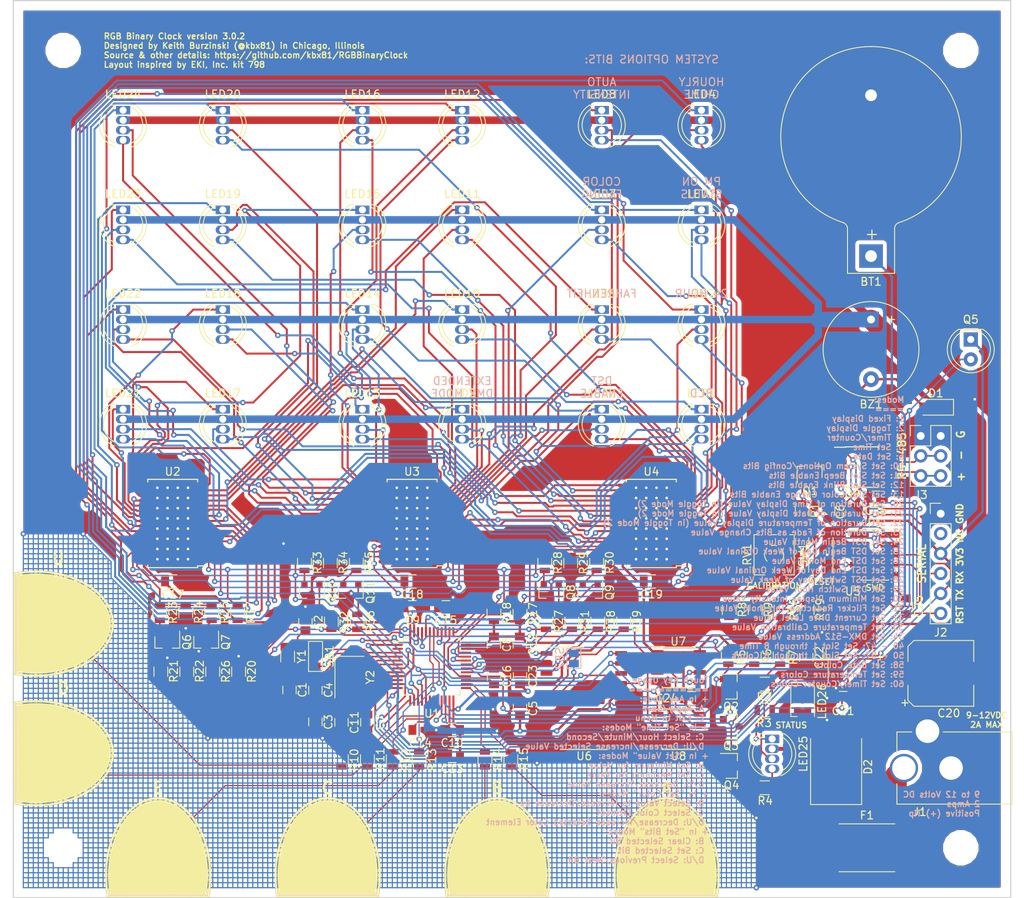
<source format=kicad_pcb>
(kicad_pcb (version 4) (host pcbnew 4.0.7)
  (layers (0 F.Cu signal) (31 B.Cu signal) (34 B.Paste user) (35 F.Paste user) (36 B.SilkS user hide) (37 F.SilkS user) (38 B.Mask user) (39 F.Mask user) (44 Edge.Cuts user))
  (net 0 "")
  (net 1 GND)
  (net 2 +BATT)
  (net 3 "Net-(BZ1-Pad2)")
  (net 4 "Net-(C3-Pad2)")
  (net 5 "Net-(C4-Pad2)")
  (net 6 +3V3)
  (net 7 "Net-(F1-Pad2)")
  (net 8 LED1_R)
  (net 9 LED1_G)
  (net 10 LED1_B)
  (net 11 LED2_R)
  (net 12 LED2_G)
  (net 13 LED2_B)
  (net 14 LED3_R)
  (net 15 LED3_G)
  (net 16 LED3_B)
  (net 17 LED4_R)
  (net 18 LED4_G)
  (net 19 LED4_B)
  (net 20 LED5_R)
  (net 21 LED5_G)
  (net 22 LED5_B)
  (net 23 LED6_R)
  (net 24 LED6_G)
  (net 25 LED6_B)
  (net 26 LED7_R)
  (net 27 LED7_G)
  (net 28 LED7_B)
  (net 29 LED8_R)
  (net 30 LED8_G)
  (net 31 LED8_B)
  (net 32 LED9_R)
  (net 33 LED9_G)
  (net 34 LED9_B)
  (net 35 LED10_R)
  (net 36 LED10_G)
  (net 37 LED10_B)
  (net 38 LED11_R)
  (net 39 LED11_G)
  (net 40 LED11_B)
  (net 41 LED12_R)
  (net 42 LED12_G)
  (net 43 LED12_B)
  (net 44 LED13_R)
  (net 45 LED13_G)
  (net 46 LED13_B)
  (net 47 LED14_R)
  (net 48 LED14_G)
  (net 49 LED14_B)
  (net 50 LED15_R)
  (net 51 LED15_G)
  (net 52 LED15_B)
  (net 53 LED16_R)
  (net 54 LED16_G)
  (net 55 LED16_B)
  (net 56 LED17_R)
  (net 57 LED17_G)
  (net 58 LED17_B)
  (net 59 LED18_R)
  (net 60 LED18_G)
  (net 61 LED18_B)
  (net 62 LED19_R)
  (net 63 LED19_G)
  (net 64 LED19_B)
  (net 65 LED20_R)
  (net 66 LED20_G)
  (net 67 LED20_B)
  (net 68 LED21_R)
  (net 69 LED21_G)
  (net 70 LED21_B)
  (net 71 LED22_R)
  (net 72 LED22_G)
  (net 73 LED22_B)
  (net 74 LED23_R)
  (net 75 LED23_G)
  (net 76 LED23_B)
  (net 77 LED24_R)
  (net 78 LED24_G)
  (net 79 LED24_B)
  (net 80 /MCU/USART1_TX)
  (net 81 BOOT0)
  (net 82 /MCU/USART1_RX)
  (net 83 BEEP)
  (net 84 LED1)
  (net 85 "Net-(Q2-Pad3)")
  (net 86 LED0)
  (net 87 "Net-(Q3-Pad3)")
  (net 88 "Net-(Q6-Pad1)")
  (net 89 "Net-(Q6-Pad2)")
  (net 90 "Net-(Q7-Pad1)")
  (net 91 "Net-(Q7-Pad2)")
  (net 92 "Net-(Q8-Pad1)")
  (net 93 "Net-(Q8-Pad2)")
  (net 94 "Net-(Q9-Pad1)")
  (net 95 "Net-(Q9-Pad2)")
  (net 96 "Net-(Q10-Pad1)")
  (net 97 "Net-(Q10-Pad2)")
  (net 98 IREF3)
  (net 99 /MCU/USART2_MODE)
  (net 100 /MCU/USART2_TX)
  (net 101 /MCU/USART2_RX)
  (net 102 SOUT1_SIN2)
  (net 103 SOUT2_SIN3)
  (net 104 "Net-(R11-Pad2)")
  (net 105 "Net-(R12-Pad2)")
  (net 106 G3_CS)
  (net 107 G5_CS)
  (net 108 G6_CS)
  (net 109 ADC_IN)
  (net 110 "Net-(C1-Pad2)")
  (net 111 "Net-(C2-Pad2)")
  (net 112 G3_K2)
  (net 113 G3_K3)
  (net 114 G5_K3)
  (net 115 G6_K2)
  (net 116 G6_K3)
  (net 117 "Net-(R13-Pad2)")
  (net 118 "Net-(R14-Pad2)")
  (net 119 "Net-(C25-Pad1)")
  (net 120 LED2)
  (net 121 "Net-(Q4-Pad3)")
  (net 122 "Net-(Q11-Pad1)")
  (net 123 "Net-(Q11-Pad2)")
  (net 124 "Net-(R15-Pad2)")
  (net 125 "Net-(LED25-Pad1)")
  (net 126 "Net-(LED25-Pad3)")
  (net 127 "Net-(LED25-Pad4)")
  (net 128 +V_IN)
  (net 129 /MCU/RESET)
  (net 130 /MCU/OSC32_IN)
  (net 131 "Net-(P1-Pad2)")
  (net 132 "Net-(P1-Pad4)")
  (net 133 "Net-(R8-Pad2)")
  (net 134 "Net-(R10-Pad2)")
  (net 135 G5_K4)
  (net 136 /Display/CURRENT_LOW)
  (net 137 /Display/CURRENT_HIGH)
  (net 138 "Net-(R23-Pad2)")
  (net 139 "Net-(R33-Pad2)")
  (net 140 /Display/BLANK)
  (net 141 /MCU/SPI1_NSS_RTC)
  (net 142 /Display/SPI1_NSS_DISP)
  (net 143 /Display/SPI1_SCK)
  (net 144 /MCU/SPI1_MISO)
  (net 145 /Display/SPI1_MOSI)
  (net 146 /MCU/SPI1_NSS_TEMP)
  (net 147 /Display/SPI1_MISO_DISP)
  (net 148 "Net-(R39-Pad1)")
  (net 149 "Net-(D2-Pad1)")
  (net 150 "Net-(J3-Pad3)")
  (net 151 "Net-(J3-Pad5)")
  (net 152 "Net-(SB1-Pad2)")
  (net 153 "Net-(J2-Pad2)")
  (net 154 "Net-(P1-Pad9)")
  (net 155 "Net-(SB2-Pad2)")
  (net 156 "Net-(U1-Pad2)")
  (net 157 "Net-(U1-Pad41)")
  (module Fuse_Holders_and_Fuses:Fuse_SMD2920 (layer F.Cu) (at 202.675 140.97)
    (fp_text reference F1 (at 0 -4.13) (layer F.SilkS))
    (fp_text value ~2A)
    (pad 1 smd rect (at -3.7 0 90) (size 5.6 2.3) (layers F.Cu F.Paste F.Mask) (net 149 "Net-(D2-Pad1)"))
    (pad 2 smd rect (at 3.7 0 90) (size 5.6 2.3) (layers F.Cu F.Paste F.Mask) (net 7 "Net-(F1-Pad2)"))
  )
  (module Battery_Holders:Keystone_103_1x20mm-CoinCell (layer F.Cu) (at 203.2 65.575 90)
    (fp_text reference BT1 (at -3.259 0 180) (layer F.SilkS))
    (fp_text value CR2032)
    (fp_text user + (at 2.75 0 90) (layer F.SilkS) (effects (font (size 1.5 1.5))))
    (pad 2 thru_hole circle (at 20.49 0 90) (size 3 3) (drill 1.5) (layers *.Cu *.Mask) (net 1 GND))
    (pad 1 thru_hole rect (at 0 0 90) (size 3 3) (drill 1.5) (layers *.Cu *.Mask) (net 2 +BATT))
  )
  (module Buzzers_Beepers:Buzzer_12x9.5RM7.6 (layer F.Cu) (at 203.2 73.66 270)
    (fp_text reference BZ1 (at 10.795 0 360) (layer F.SilkS))
    (fp_text value Buzzer)
    (fp_text user + (at -0.01 -2.54 270) (layer F.SilkS))
    (pad 1 thru_hole rect (at 0 0 270) (size 2 2) (drill 1) (layers *.Cu *.Mask) (net 128 +V_IN))
    (pad 2 thru_hole circle (at 7.6 0 270) (size 2 2) (drill 1) (layers *.Cu *.Mask) (net 3 "Net-(BZ1-Pad2)"))
  )
  (module Capacitors_SMD:C_0805 (layer F.Cu) (at 129.142 120.861 90)
    (fp_text reference C1 (at 0.016 1.651 90) (layer F.SilkS))
    (fp_text value "12.5 pF")
    (pad 1 smd rect (at -1 0 90) (size 1 1.25) (layers F.Cu F.Paste F.Mask) (net 1 GND))
    (pad 2 smd rect (at 1 0 90) (size 1 1.25) (layers F.Cu F.Paste F.Mask) (net 110 "Net-(C1-Pad2)"))
  )
  (module Capacitors_SMD:C_0805 (layer F.Cu) (at 131.174 112.257 270)
    (fp_text reference C2 (at 0.016 -1.651 270) (layer F.SilkS))
    (fp_text value "12.5 pF")
    (pad 1 smd rect (at -1 0 270) (size 1 1.25) (layers F.Cu F.Paste F.Mask) (net 1 GND))
    (pad 2 smd rect (at 1 0 270) (size 1 1.25) (layers F.Cu F.Paste F.Mask) (net 111 "Net-(C2-Pad2)"))
  )
  (module Capacitors_SMD:C_0805 (layer F.Cu) (at 132.444 124.925 90)
    (fp_text reference C3 (at -0.016 1.651 90) (layer F.SilkS))
    (fp_text value "10 pF")
    (pad 1 smd rect (at -1 0 90) (size 1 1.25) (layers F.Cu F.Paste F.Mask) (net 1 GND))
    (pad 2 smd rect (at 1 0 90) (size 1 1.25) (layers F.Cu F.Paste F.Mask) (net 4 "Net-(C3-Pad2)"))
  )
  (module Capacitors_SMD:C_0805 (layer F.Cu) (at 132.444 120.893 90)
    (fp_text reference C4 (at 0.016 1.651 90) (layer F.SilkS))
    (fp_text value "10 pF")
    (pad 1 smd rect (at -1 0 90) (size 1 1.25) (layers F.Cu F.Paste F.Mask) (net 1 GND))
    (pad 2 smd rect (at 1 0 90) (size 1 1.25) (layers F.Cu F.Paste F.Mask) (net 5 "Net-(C4-Pad2)"))
  )
  (module Capacitors_SMD:C_0805 (layer F.Cu) (at 158.496 123.174 270)
    (fp_text reference C5 (at 0.043 -1.668 270) (layer F.SilkS))
    (fp_text value "100 nF")
    (pad 1 smd rect (at -1 0 270) (size 1 1.25) (layers F.Cu F.Paste F.Mask) (net 1 GND))
    (pad 2 smd rect (at 1 0 270) (size 1 1.25) (layers F.Cu F.Paste F.Mask) (net 2 +BATT))
  )
  (module Capacitors_SMD:C_0805 (layer F.Cu) (at 197.739 98.06 270)
    (fp_text reference C6 (at 0.094 -1.5508 270) (layer F.SilkS))
    (fp_text value "100 nF")
    (pad 1 smd rect (at -1 0 270) (size 1 1.25) (layers F.Cu F.Paste F.Mask) (net 1 GND))
    (pad 2 smd rect (at 1 0 270) (size 1 1.25) (layers F.Cu F.Paste F.Mask) (net 129 /MCU/RESET))
  )
  (module Capacitors_SMD:C_0805 (layer F.Cu) (at 139.065 124.984 90)
    (fp_text reference C7 (at 0 1.651 90) (layer F.SilkS))
    (fp_text value "10 nF")
    (pad 1 smd rect (at -1 0 90) (size 1 1.25) (layers F.Cu F.Paste F.Mask) (net 6 +3V3))
    (pad 2 smd rect (at 1 0 90) (size 1 1.25) (layers F.Cu F.Paste F.Mask) (net 1 GND))
  )
  (module Capacitors_SMD:C_0805 (layer F.Cu) (at 155.177 115.051 270)
    (fp_text reference C8 (at 0 -1.651 270) (layer F.SilkS))
    (fp_text value "100 nF")
    (pad 1 smd rect (at -1 0 270) (size 1 1.25) (layers F.Cu F.Paste F.Mask) (net 6 +3V3))
    (pad 2 smd rect (at 1 0 270) (size 1 1.25) (layers F.Cu F.Paste F.Mask) (net 1 GND))
  )
  (module Capacitors_SMD:C_0805 (layer F.Cu) (at 144.779 110.336)
    (fp_text reference C9 (at 0 1.651) (layer F.SilkS))
    (fp_text value "100 nF")
    (pad 1 smd rect (at -1 0) (size 1 1.25) (layers F.Cu F.Paste F.Mask) (net 6 +3V3))
    (pad 2 smd rect (at 1 0) (size 1 1.25) (layers F.Cu F.Paste F.Mask) (net 1 GND))
  )
  (module Capacitors_SMD:C_0805 (layer F.Cu) (at 149.859 125.957 180)
    (fp_text reference C10 (at 0.016 -1.651 180) (layer F.SilkS))
    (fp_text value "100 nF")
    (pad 1 smd rect (at -1 0 180) (size 1 1.25) (layers F.Cu F.Paste F.Mask) (net 6 +3V3))
    (pad 2 smd rect (at 1 0 180) (size 1 1.25) (layers F.Cu F.Paste F.Mask) (net 1 GND))
  )
  (module Capacitors_SMD:C_0805 (layer F.Cu) (at 135.763 124.984 90)
    (fp_text reference C11 (at -0.016 1.651 90) (layer F.SilkS))
    (fp_text value "1 µF")
    (pad 1 smd rect (at -1 0 90) (size 1 1.25) (layers F.Cu F.Paste F.Mask) (net 6 +3V3))
    (pad 2 smd rect (at 1 0 90) (size 1 1.25) (layers F.Cu F.Paste F.Mask) (net 1 GND))
  )
  (module Capacitors_SMD:C_0805 (layer F.Cu) (at 158.479 115.051 270)
    (fp_text reference C12 (at 0.016 -1.651 270) (layer F.SilkS))
    (fp_text value "4.7 µF")
    (pad 1 smd rect (at -1 0 270) (size 1 1.25) (layers F.Cu F.Paste F.Mask) (net 6 +3V3))
    (pad 2 smd rect (at 1 0 270) (size 1 1.25) (layers F.Cu F.Paste F.Mask) (net 1 GND))
  )
  (module Capacitors_SMD:C_0805 (layer F.Cu) (at 149.859 129.259 180)
    (fp_text reference C13 (at -0.016 -1.651 180) (layer F.SilkS))
    (fp_text value "4.7 µF")
    (pad 1 smd rect (at -1 0 180) (size 1 1.25) (layers F.Cu F.Paste F.Mask) (net 6 +3V3))
    (pad 2 smd rect (at 1 0 180) (size 1 1.25) (layers F.Cu F.Paste F.Mask) (net 1 GND))
  )
  (module Capacitors_SMD:C_0805 (layer F.Cu) (at 145.795 125.957)
    (fp_text reference C14 (at 0.016 1.651) (layer F.SilkS))
    (fp_text value "47 nF")
    (pad 1 smd rect (at -1 0) (size 1 1.25) (layers F.Cu F.Paste F.Mask) (net 106 G3_CS))
    (pad 2 smd rect (at 1 0) (size 1 1.25) (layers F.Cu F.Paste F.Mask) (net 1 GND))
  )
  (module Capacitors_SMD:C_0805 (layer F.Cu) (at 149.065 110.336)
    (fp_text reference C15 (at -0.016 1.651) (layer F.SilkS))
    (fp_text value "47 nF")
    (pad 1 smd rect (at -1 0) (size 1 1.25) (layers F.Cu F.Paste F.Mask) (net 107 G5_CS))
    (pad 2 smd rect (at 1 0) (size 1 1.25) (layers F.Cu F.Paste F.Mask) (net 1 GND))
  )
  (module Capacitors_SMD:C_0805 (layer F.Cu) (at 155.194 119.142 90)
    (fp_text reference C16 (at 0.016 1.651 90) (layer F.SilkS))
    (fp_text value "47 nF")
    (pad 1 smd rect (at -1 0 90) (size 1 1.25) (layers F.Cu F.Paste F.Mask) (net 108 G6_CS))
    (pad 2 smd rect (at 1 0 90) (size 1 1.25) (layers F.Cu F.Paste F.Mask) (net 1 GND))
  )
  (module Capacitors_SMD:C_0805 (layer F.Cu) (at 144.779 107.034)
    (fp_text reference C18 (at -0.016 1.651) (layer F.SilkS))
    (fp_text value "100 nF")
    (pad 1 smd rect (at -1 0) (size 1 1.25) (layers F.Cu F.Paste F.Mask) (net 6 +3V3))
    (pad 2 smd rect (at 1 0) (size 1 1.25) (layers F.Cu F.Paste F.Mask) (net 1 GND))
  )
  (module Capacitors_SMD:C_0805 (layer F.Cu) (at 175.259 107.034)
    (fp_text reference C19 (at -0.016 1.651) (layer F.SilkS))
    (fp_text value "100 nF")
    (pad 1 smd rect (at -1 0) (size 1 1.25) (layers F.Cu F.Paste F.Mask) (net 6 +3V3))
    (pad 2 smd rect (at 1 0) (size 1 1.25) (layers F.Cu F.Paste F.Mask) (net 1 GND))
  )
  (module LEDs:LED_D5.0mm-4 (layer F.Cu) (at 181.61 85.09 270)
    (fp_text reference LED1 (at -2.032 0 360) (layer F.SilkS))
    (fp_text value LED_RGB_COMMON_ANODE)
    (pad 1 thru_hole rect (at 0 0 270) (size 1.07 1.8) (drill 0.9) (layers *.Cu *.Mask) (net 8 LED1_R))
    (pad 2 thru_hole oval (at 1.27 0 270) (size 1.07 1.8) (drill 0.9) (layers *.Cu *.Mask) (net 128 +V_IN))
    (pad 3 thru_hole oval (at 2.54 0 270) (size 1.07 1.8) (drill 0.9) (layers *.Cu *.Mask) (net 9 LED1_G))
    (pad 4 thru_hole oval (at 3.81 0 270) (size 1.07 1.8) (drill 0.9) (layers *.Cu *.Mask) (net 10 LED1_B))
  )
  (module LEDs:LED_D5.0mm-4 (layer F.Cu) (at 181.61 72.39 270)
    (fp_text reference LED2 (at -2.032 0 360) (layer F.SilkS))
    (fp_text value LED_RGB_COMMON_ANODE)
    (pad 1 thru_hole rect (at 0 0 270) (size 1.07 1.8) (drill 0.9) (layers *.Cu *.Mask) (net 11 LED2_R))
    (pad 2 thru_hole oval (at 1.27 0 270) (size 1.07 1.8) (drill 0.9) (layers *.Cu *.Mask) (net 128 +V_IN))
    (pad 3 thru_hole oval (at 2.54 0 270) (size 1.07 1.8) (drill 0.9) (layers *.Cu *.Mask) (net 12 LED2_G))
    (pad 4 thru_hole oval (at 3.81 0 270) (size 1.07 1.8) (drill 0.9) (layers *.Cu *.Mask) (net 13 LED2_B))
  )
  (module LEDs:LED_D5.0mm-4 (layer F.Cu) (at 181.61 59.69 270)
    (fp_text reference LED3 (at -2.032 0 360) (layer F.SilkS))
    (fp_text value LED_RGB_COMMON_ANODE)
    (pad 1 thru_hole rect (at 0 0 270) (size 1.07 1.8) (drill 0.9) (layers *.Cu *.Mask) (net 14 LED3_R))
    (pad 2 thru_hole oval (at 1.27 0 270) (size 1.07 1.8) (drill 0.9) (layers *.Cu *.Mask) (net 128 +V_IN))
    (pad 3 thru_hole oval (at 2.54 0 270) (size 1.07 1.8) (drill 0.9) (layers *.Cu *.Mask) (net 15 LED3_G))
    (pad 4 thru_hole oval (at 3.81 0 270) (size 1.07 1.8) (drill 0.9) (layers *.Cu *.Mask) (net 16 LED3_B))
  )
  (module LEDs:LED_D5.0mm-4 (layer F.Cu) (at 181.61 46.99 270)
    (fp_text reference LED4 (at -2.032 0 360) (layer F.SilkS))
    (fp_text value LED_RGB_COMMON_ANODE)
    (pad 1 thru_hole rect (at 0 0 270) (size 1.07 1.8) (drill 0.9) (layers *.Cu *.Mask) (net 17 LED4_R))
    (pad 2 thru_hole oval (at 1.27 0 270) (size 1.07 1.8) (drill 0.9) (layers *.Cu *.Mask) (net 128 +V_IN))
    (pad 3 thru_hole oval (at 2.54 0 270) (size 1.07 1.8) (drill 0.9) (layers *.Cu *.Mask) (net 18 LED4_G))
    (pad 4 thru_hole oval (at 3.81 0 270) (size 1.07 1.8) (drill 0.9) (layers *.Cu *.Mask) (net 19 LED4_B))
  )
  (module LEDs:LED_D5.0mm-4 (layer F.Cu) (at 168.91 85.09 270)
    (fp_text reference LED5 (at -2.032 0 360) (layer F.SilkS))
    (fp_text value LED_RGB_COMMON_ANODE)
    (pad 1 thru_hole rect (at 0 0 270) (size 1.07 1.8) (drill 0.9) (layers *.Cu *.Mask) (net 20 LED5_R))
    (pad 2 thru_hole oval (at 1.27 0 270) (size 1.07 1.8) (drill 0.9) (layers *.Cu *.Mask) (net 128 +V_IN))
    (pad 3 thru_hole oval (at 2.54 0 270) (size 1.07 1.8) (drill 0.9) (layers *.Cu *.Mask) (net 21 LED5_G))
    (pad 4 thru_hole oval (at 3.81 0 270) (size 1.07 1.8) (drill 0.9) (layers *.Cu *.Mask) (net 22 LED5_B))
  )
  (module LEDs:LED_D5.0mm-4 (layer F.Cu) (at 168.91 72.39 270)
    (fp_text reference LED6 (at -2.032 0 360) (layer F.SilkS))
    (fp_text value LED_RGB_COMMON_ANODE)
    (pad 1 thru_hole rect (at 0 0 270) (size 1.07 1.8) (drill 0.9) (layers *.Cu *.Mask) (net 23 LED6_R))
    (pad 2 thru_hole oval (at 1.27 0 270) (size 1.07 1.8) (drill 0.9) (layers *.Cu *.Mask) (net 128 +V_IN))
    (pad 3 thru_hole oval (at 2.54 0 270) (size 1.07 1.8) (drill 0.9) (layers *.Cu *.Mask) (net 24 LED6_G))
    (pad 4 thru_hole oval (at 3.81 0 270) (size 1.07 1.8) (drill 0.9) (layers *.Cu *.Mask) (net 25 LED6_B))
  )
  (module LEDs:LED_D5.0mm-4 (layer F.Cu) (at 168.91 59.69 270)
    (fp_text reference LED7 (at -2.032 0 360) (layer F.SilkS))
    (fp_text value LED_RGB_COMMON_ANODE)
    (pad 1 thru_hole rect (at 0 0 270) (size 1.07 1.8) (drill 0.9) (layers *.Cu *.Mask) (net 26 LED7_R))
    (pad 2 thru_hole oval (at 1.27 0 270) (size 1.07 1.8) (drill 0.9) (layers *.Cu *.Mask) (net 128 +V_IN))
    (pad 3 thru_hole oval (at 2.54 0 270) (size 1.07 1.8) (drill 0.9) (layers *.Cu *.Mask) (net 27 LED7_G))
    (pad 4 thru_hole oval (at 3.81 0 270) (size 1.07 1.8) (drill 0.9) (layers *.Cu *.Mask) (net 28 LED7_B))
  )
  (module LEDs:LED_D5.0mm-4 (layer F.Cu) (at 168.91 46.99 270)
    (fp_text reference LED8 (at -2.032 0 360) (layer F.SilkS))
    (fp_text value LED_RGB_COMMON_ANODE)
    (pad 1 thru_hole rect (at 0 0 270) (size 1.07 1.8) (drill 0.9) (layers *.Cu *.Mask) (net 29 LED8_R))
    (pad 2 thru_hole oval (at 1.27 0 270) (size 1.07 1.8) (drill 0.9) (layers *.Cu *.Mask) (net 128 +V_IN))
    (pad 3 thru_hole oval (at 2.54 0 270) (size 1.07 1.8) (drill 0.9) (layers *.Cu *.Mask) (net 30 LED8_G))
    (pad 4 thru_hole oval (at 3.81 0 270) (size 1.07 1.8) (drill 0.9) (layers *.Cu *.Mask) (net 31 LED8_B))
  )
  (module LEDs:LED_D5.0mm-4 (layer F.Cu) (at 151.13 85.09 270)
    (fp_text reference LED9 (at -2.032 0 360) (layer F.SilkS))
    (fp_text value LED_RGB_COMMON_ANODE)
    (pad 1 thru_hole rect (at 0 0 270) (size 1.07 1.8) (drill 0.9) (layers *.Cu *.Mask) (net 32 LED9_R))
    (pad 2 thru_hole oval (at 1.27 0 270) (size 1.07 1.8) (drill 0.9) (layers *.Cu *.Mask) (net 128 +V_IN))
    (pad 3 thru_hole oval (at 2.54 0 270) (size 1.07 1.8) (drill 0.9) (layers *.Cu *.Mask) (net 33 LED9_G))
    (pad 4 thru_hole oval (at 3.81 0 270) (size 1.07 1.8) (drill 0.9) (layers *.Cu *.Mask) (net 34 LED9_B))
  )
  (module LEDs:LED_D5.0mm-4 (layer F.Cu) (at 151.13 72.39 270)
    (fp_text reference LED10 (at -2.032 0 360) (layer F.SilkS))
    (fp_text value LED_RGB_COMMON_ANODE)
    (pad 1 thru_hole rect (at 0 0 270) (size 1.07 1.8) (drill 0.9) (layers *.Cu *.Mask) (net 35 LED10_R))
    (pad 2 thru_hole oval (at 1.27 0 270) (size 1.07 1.8) (drill 0.9) (layers *.Cu *.Mask) (net 128 +V_IN))
    (pad 3 thru_hole oval (at 2.54 0 270) (size 1.07 1.8) (drill 0.9) (layers *.Cu *.Mask) (net 36 LED10_G))
    (pad 4 thru_hole oval (at 3.81 0 270) (size 1.07 1.8) (drill 0.9) (layers *.Cu *.Mask) (net 37 LED10_B))
  )
  (module LEDs:LED_D5.0mm-4 (layer F.Cu) (at 151.13 59.69 270)
    (fp_text reference LED11 (at -2.032 0 360) (layer F.SilkS))
    (fp_text value LED_RGB_COMMON_ANODE)
    (pad 1 thru_hole rect (at 0 0 270) (size 1.07 1.8) (drill 0.9) (layers *.Cu *.Mask) (net 38 LED11_R))
    (pad 2 thru_hole oval (at 1.27 0 270) (size 1.07 1.8) (drill 0.9) (layers *.Cu *.Mask) (net 128 +V_IN))
    (pad 3 thru_hole oval (at 2.54 0 270) (size 1.07 1.8) (drill 0.9) (layers *.Cu *.Mask) (net 39 LED11_G))
    (pad 4 thru_hole oval (at 3.81 0 270) (size 1.07 1.8) (drill 0.9) (layers *.Cu *.Mask) (net 40 LED11_B))
  )
  (module LEDs:LED_D5.0mm-4 (layer F.Cu) (at 151.13 46.99 270)
    (fp_text reference LED12 (at -2.032 0 360) (layer F.SilkS))
    (fp_text value LED_RGB_COMMON_ANODE)
    (pad 1 thru_hole rect (at 0 0 270) (size 1.07 1.8) (drill 0.9) (layers *.Cu *.Mask) (net 41 LED12_R))
    (pad 2 thru_hole oval (at 1.27 0 270) (size 1.07 1.8) (drill 0.9) (layers *.Cu *.Mask) (net 128 +V_IN))
    (pad 3 thru_hole oval (at 2.54 0 270) (size 1.07 1.8) (drill 0.9) (layers *.Cu *.Mask) (net 42 LED12_G))
    (pad 4 thru_hole oval (at 3.81 0 270) (size 1.07 1.8) (drill 0.9) (layers *.Cu *.Mask) (net 43 LED12_B))
  )
  (module LEDs:LED_D5.0mm-4 (layer F.Cu) (at 138.43 85.09 270)
    (fp_text reference LED13 (at -2.032 0 360) (layer F.SilkS))
    (fp_text value LED_RGB_COMMON_ANODE)
    (pad 1 thru_hole rect (at 0 0 270) (size 1.07 1.8) (drill 0.9) (layers *.Cu *.Mask) (net 44 LED13_R))
    (pad 2 thru_hole oval (at 1.27 0 270) (size 1.07 1.8) (drill 0.9) (layers *.Cu *.Mask) (net 128 +V_IN))
    (pad 3 thru_hole oval (at 2.54 0 270) (size 1.07 1.8) (drill 0.9) (layers *.Cu *.Mask) (net 45 LED13_G))
    (pad 4 thru_hole oval (at 3.81 0 270) (size 1.07 1.8) (drill 0.9) (layers *.Cu *.Mask) (net 46 LED13_B))
  )
  (module LEDs:LED_D5.0mm-4 (layer F.Cu) (at 138.43 72.39 270)
    (fp_text reference LED14 (at -2.032 0 360) (layer F.SilkS))
    (fp_text value LED_RGB_COMMON_ANODE)
    (pad 1 thru_hole rect (at 0 0 270) (size 1.07 1.8) (drill 0.9) (layers *.Cu *.Mask) (net 47 LED14_R))
    (pad 2 thru_hole oval (at 1.27 0 270) (size 1.07 1.8) (drill 0.9) (layers *.Cu *.Mask) (net 128 +V_IN))
    (pad 3 thru_hole oval (at 2.54 0 270) (size 1.07 1.8) (drill 0.9) (layers *.Cu *.Mask) (net 48 LED14_G))
    (pad 4 thru_hole oval (at 3.81 0 270) (size 1.07 1.8) (drill 0.9) (layers *.Cu *.Mask) (net 49 LED14_B))
  )
  (module LEDs:LED_D5.0mm-4 (layer F.Cu) (at 138.43 59.69 270)
    (fp_text reference LED15 (at -2.032 0 360) (layer F.SilkS))
    (fp_text value LED_RGB_COMMON_ANODE)
    (pad 1 thru_hole rect (at 0 0 270) (size 1.07 1.8) (drill 0.9) (layers *.Cu *.Mask) (net 50 LED15_R))
    (pad 2 thru_hole oval (at 1.27 0 270) (size 1.07 1.8) (drill 0.9) (layers *.Cu *.Mask) (net 128 +V_IN))
    (pad 3 thru_hole oval (at 2.54 0 270) (size 1.07 1.8) (drill 0.9) (layers *.Cu *.Mask) (net 51 LED15_G))
    (pad 4 thru_hole oval (at 3.81 0 270) (size 1.07 1.8) (drill 0.9) (layers *.Cu *.Mask) (net 52 LED15_B))
  )
  (module LEDs:LED_D5.0mm-4 (layer F.Cu) (at 138.43 46.99 270)
    (fp_text reference LED16 (at -2.032 0 360) (layer F.SilkS))
    (fp_text value LED_RGB_COMMON_ANODE)
    (pad 1 thru_hole rect (at 0 0 270) (size 1.07 1.8) (drill 0.9) (layers *.Cu *.Mask) (net 53 LED16_R))
    (pad 2 thru_hole oval (at 1.27 0 270) (size 1.07 1.8) (drill 0.9) (layers *.Cu *.Mask) (net 128 +V_IN))
    (pad 3 thru_hole oval (at 2.54 0 270) (size 1.07 1.8) (drill 0.9) (layers *.Cu *.Mask) (net 54 LED16_G))
    (pad 4 thru_hole oval (at 3.81 0 270) (size 1.07 1.8) (drill 0.9) (layers *.Cu *.Mask) (net 55 LED16_B))
  )
  (module LEDs:LED_D5.0mm-4 (layer F.Cu) (at 120.65 85.09 270)
    (fp_text reference LED17 (at -2.032 0 360) (layer F.SilkS))
    (fp_text value LED_RGB_COMMON_ANODE)
    (pad 1 thru_hole rect (at 0 0 270) (size 1.07 1.8) (drill 0.9) (layers *.Cu *.Mask) (net 56 LED17_R))
    (pad 2 thru_hole oval (at 1.27 0 270) (size 1.07 1.8) (drill 0.9) (layers *.Cu *.Mask) (net 128 +V_IN))
    (pad 3 thru_hole oval (at 2.54 0 270) (size 1.07 1.8) (drill 0.9) (layers *.Cu *.Mask) (net 57 LED17_G))
    (pad 4 thru_hole oval (at 3.81 0 270) (size 1.07 1.8) (drill 0.9) (layers *.Cu *.Mask) (net 58 LED17_B))
  )
  (module LEDs:LED_D5.0mm-4 (layer F.Cu) (at 120.65 72.39 270)
    (fp_text reference LED18 (at -2.032 0 360) (layer F.SilkS))
    (fp_text value LED_RGB_COMMON_ANODE)
    (pad 1 thru_hole rect (at 0 0 270) (size 1.07 1.8) (drill 0.9) (layers *.Cu *.Mask) (net 59 LED18_R))
    (pad 2 thru_hole oval (at 1.27 0 270) (size 1.07 1.8) (drill 0.9) (layers *.Cu *.Mask) (net 128 +V_IN))
    (pad 3 thru_hole oval (at 2.54 0 270) (size 1.07 1.8) (drill 0.9) (layers *.Cu *.Mask) (net 60 LED18_G))
    (pad 4 thru_hole oval (at 3.81 0 270) (size 1.07 1.8) (drill 0.9) (layers *.Cu *.Mask) (net 61 LED18_B))
  )
  (module LEDs:LED_D5.0mm-4 (layer F.Cu) (at 120.65 59.69 270)
    (fp_text reference LED19 (at -2.032 0 360) (layer F.SilkS))
    (fp_text value LED_RGB_COMMON_ANODE)
    (pad 1 thru_hole rect (at 0 0 270) (size 1.07 1.8) (drill 0.9) (layers *.Cu *.Mask) (net 62 LED19_R))
    (pad 2 thru_hole oval (at 1.27 0 270) (size 1.07 1.8) (drill 0.9) (layers *.Cu *.Mask) (net 128 +V_IN))
    (pad 3 thru_hole oval (at 2.54 0 270) (size 1.07 1.8) (drill 0.9) (layers *.Cu *.Mask) (net 63 LED19_G))
    (pad 4 thru_hole oval (at 3.81 0 270) (size 1.07 1.8) (drill 0.9) (layers *.Cu *.Mask) (net 64 LED19_B))
  )
  (module LEDs:LED_D5.0mm-4 (layer F.Cu) (at 120.65 46.99 270)
    (fp_text reference LED20 (at -2.032 0 360) (layer F.SilkS))
    (fp_text value LED_RGB_COMMON_ANODE)
    (pad 1 thru_hole rect (at 0 0 270) (size 1.07 1.8) (drill 0.9) (layers *.Cu *.Mask) (net 65 LED20_R))
    (pad 2 thru_hole oval (at 1.27 0 270) (size 1.07 1.8) (drill 0.9) (layers *.Cu *.Mask) (net 128 +V_IN))
    (pad 3 thru_hole oval (at 2.54 0 270) (size 1.07 1.8) (drill 0.9) (layers *.Cu *.Mask) (net 66 LED20_G))
    (pad 4 thru_hole oval (at 3.81 0 270) (size 1.07 1.8) (drill 0.9) (layers *.Cu *.Mask) (net 67 LED20_B))
  )
  (module LEDs:LED_D5.0mm-4 (layer F.Cu) (at 107.95 85.09 270)
    (fp_text reference LED21 (at -2.032 0 360) (layer F.SilkS))
    (fp_text value LED_RGB_COMMON_ANODE)
    (pad 1 thru_hole rect (at 0 0 270) (size 1.07 1.8) (drill 0.9) (layers *.Cu *.Mask) (net 68 LED21_R))
    (pad 2 thru_hole oval (at 1.27 0 270) (size 1.07 1.8) (drill 0.9) (layers *.Cu *.Mask) (net 128 +V_IN))
    (pad 3 thru_hole oval (at 2.54 0 270) (size 1.07 1.8) (drill 0.9) (layers *.Cu *.Mask) (net 69 LED21_G))
    (pad 4 thru_hole oval (at 3.81 0 270) (size 1.07 1.8) (drill 0.9) (layers *.Cu *.Mask) (net 70 LED21_B))
  )
  (module LEDs:LED_D5.0mm-4 (layer F.Cu) (at 107.95 72.39 270)
    (fp_text reference LED22 (at -2.032 0 360) (layer F.SilkS))
    (fp_text value LED_RGB_COMMON_ANODE)
    (pad 1 thru_hole rect (at 0 0 270) (size 1.07 1.8) (drill 0.9) (layers *.Cu *.Mask) (net 71 LED22_R))
    (pad 2 thru_hole oval (at 1.27 0 270) (size 1.07 1.8) (drill 0.9) (layers *.Cu *.Mask) (net 128 +V_IN))
    (pad 3 thru_hole oval (at 2.54 0 270) (size 1.07 1.8) (drill 0.9) (layers *.Cu *.Mask) (net 72 LED22_G))
    (pad 4 thru_hole oval (at 3.81 0 270) (size 1.07 1.8) (drill 0.9) (layers *.Cu *.Mask) (net 73 LED22_B))
  )
  (module LEDs:LED_D5.0mm-4 (layer F.Cu) (at 107.95 59.69 270)
    (fp_text reference LED23 (at -2.032 0 360) (layer F.SilkS))
    (fp_text value LED_RGB_COMMON_ANODE)
    (pad 1 thru_hole rect (at 0 0 270) (size 1.07 1.8) (drill 0.9) (layers *.Cu *.Mask) (net 74 LED23_R))
    (pad 2 thru_hole oval (at 1.27 0 270) (size 1.07 1.8) (drill 0.9) (layers *.Cu *.Mask) (net 128 +V_IN))
    (pad 3 thru_hole oval (at 2.54 0 270) (size 1.07 1.8) (drill 0.9) (layers *.Cu *.Mask) (net 75 LED23_G))
    (pad 4 thru_hole oval (at 3.81 0 270) (size 1.07 1.8) (drill 0.9) (layers *.Cu *.Mask) (net 76 LED23_B))
  )
  (module LEDs:LED_D5.0mm-4 (layer F.Cu) (at 107.95 46.99 270)
    (fp_text reference LED24 (at -2.032 0 360) (layer F.SilkS))
    (fp_text value LED_RGB_COMMON_ANODE)
    (pad 1 thru_hole rect (at 0 0 270) (size 1.07 1.8) (drill 0.9) (layers *.Cu *.Mask) (net 77 LED24_R))
    (pad 2 thru_hole oval (at 1.27 0 270) (size 1.07 1.8) (drill 0.9) (layers *.Cu *.Mask) (net 128 +V_IN))
    (pad 3 thru_hole oval (at 2.54 0 270) (size 1.07 1.8) (drill 0.9) (layers *.Cu *.Mask) (net 78 LED24_G))
    (pad 4 thru_hole oval (at 3.81 0 270) (size 1.07 1.8) (drill 0.9) (layers *.Cu *.Mask) (net 79 LED24_B))
  )
  (module Pin_Headers:Pin_Header_Straight_2x05_Pitch1.27mm_SMD (layer F.Cu) (at 203.663 103.632)
    (fp_text reference P1 (at 0.045 -4.064) (layer F.SilkS))
    (fp_text value STM32_SWD_USART)
    (pad 1 smd rect (at -1.95 -2.54) (size 2.4 0.74) (layers F.Cu F.Paste F.Mask) (net 6 +3V3))
    (pad 2 smd rect (at 1.95 -2.54) (size 2.4 0.74) (layers F.Cu F.Paste F.Mask) (net 131 "Net-(P1-Pad2)"))
    (pad 3 smd rect (at -1.95 -1.27) (size 2.4 0.74) (layers F.Cu F.Paste F.Mask) (net 1 GND))
    (pad 4 smd rect (at 1.95 -1.27) (size 2.4 0.74) (layers F.Cu F.Paste F.Mask) (net 132 "Net-(P1-Pad4)"))
    (pad 5 smd rect (at -1.95 0) (size 2.4 0.74) (layers F.Cu F.Paste F.Mask) (net 1 GND))
    (pad 6 smd rect (at 1.95 0) (size 2.4 0.74) (layers F.Cu F.Paste F.Mask) (net 80 /MCU/USART1_TX))
    (pad 7 smd rect (at -1.95 1.27) (size 2.4 0.74) (layers F.Cu F.Paste F.Mask) (net 81 BOOT0))
    (pad 8 smd rect (at 1.95 1.27) (size 2.4 0.74) (layers F.Cu F.Paste F.Mask) (net 82 /MCU/USART1_RX))
    (pad 9 smd rect (at -1.95 2.54) (size 2.4 0.74) (layers F.Cu F.Paste F.Mask) (net 154 "Net-(P1-Pad9)"))
    (pad 10 smd rect (at 1.95 2.54) (size 2.4 0.74) (layers F.Cu F.Paste F.Mask) (net 129 /MCU/RESET))
  )
  (module TO_SOT_Packages_SMD:SOT-23 (layer F.Cu) (at 195.387 93.107 90)
    (fp_text reference Q1 (at -2.397 0.066 180) (layer F.SilkS))
    (fp_text value 2N7002)
    (pad 1 smd rect (at -1 -0.95 90) (size 0.9 0.8) (layers F.Cu F.Paste F.Mask) (net 83 BEEP))
    (pad 2 smd rect (at -1 0.95 90) (size 0.9 0.8) (layers F.Cu F.Paste F.Mask) (net 1 GND))
    (pad 3 smd rect (at 1 0 90) (size 0.9 0.8) (layers F.Cu F.Paste F.Mask) (net 3 "Net-(BZ1-Pad2)"))
  )
  (module TO_SOT_Packages_SMD:SOT-23 (layer F.Cu) (at 185.387 120.435)
    (fp_text reference Q2 (at -0.016 2.54) (layer F.SilkS))
    (fp_text value 2N7002)
    (pad 1 smd rect (at -1 -0.95) (size 0.9 0.8) (layers F.Cu F.Paste F.Mask) (net 86 LED0))
    (pad 2 smd rect (at -1 0.95) (size 0.9 0.8) (layers F.Cu F.Paste F.Mask) (net 1 GND))
    (pad 3 smd rect (at 1 0) (size 0.9 0.8) (layers F.Cu F.Paste F.Mask) (net 85 "Net-(Q2-Pad3)"))
  )
  (module TO_SOT_Packages_SMD:SOT-23 (layer F.Cu) (at 185.387 125.515)
    (fp_text reference Q3 (at -0.016 2.479) (layer F.SilkS))
    (fp_text value 2N7002)
    (pad 1 smd rect (at -1 -0.95) (size 0.9 0.8) (layers F.Cu F.Paste F.Mask) (net 84 LED1))
    (pad 2 smd rect (at -1 0.95) (size 0.9 0.8) (layers F.Cu F.Paste F.Mask) (net 1 GND))
    (pad 3 smd rect (at 1 0) (size 0.9 0.8) (layers F.Cu F.Paste F.Mask) (net 87 "Net-(Q3-Pad3)"))
  )
  (module TO_SOT_Packages_SMD:SOT-23 (layer F.Cu) (at 113.582 114.765 270)
    (fp_text reference Q6 (at 0 -2.5 270) (layer F.SilkS))
    (fp_text value Q_NPN_BCE)
    (pad 1 smd rect (at -1 -0.95 270) (size 0.9 0.8) (layers F.Cu F.Paste F.Mask) (net 88 "Net-(Q6-Pad1)"))
    (pad 2 smd rect (at -1 0.95 270) (size 0.9 0.8) (layers F.Cu F.Paste F.Mask) (net 89 "Net-(Q6-Pad2)"))
    (pad 3 smd rect (at 1 0 270) (size 0.9 0.8) (layers F.Cu F.Paste F.Mask) (net 1 GND))
  )
  (module TO_SOT_Packages_SMD:SOT-23 (layer F.Cu) (at 118.535 114.765 270)
    (fp_text reference Q7 (at 0 -2.5 270) (layer F.SilkS))
    (fp_text value Q_NPN_BCE)
    (pad 1 smd rect (at -1 -0.95 270) (size 0.9 0.8) (layers F.Cu F.Paste F.Mask) (net 90 "Net-(Q7-Pad1)"))
    (pad 2 smd rect (at -1 0.95 270) (size 0.9 0.8) (layers F.Cu F.Paste F.Mask) (net 91 "Net-(Q7-Pad2)"))
    (pad 3 smd rect (at 1 0 270) (size 0.9 0.8) (layers F.Cu F.Paste F.Mask) (net 1 GND))
  )
  (module TO_SOT_Packages_SMD:SOT-23 (layer F.Cu) (at 162.482 108.415 270)
    (fp_text reference Q8 (at 0 -2.5 270) (layer F.SilkS))
    (fp_text value Q_NPN_BCE)
    (pad 1 smd rect (at -1 -0.95 270) (size 0.9 0.8) (layers F.Cu F.Paste F.Mask) (net 92 "Net-(Q8-Pad1)"))
    (pad 2 smd rect (at -1 0.95 270) (size 0.9 0.8) (layers F.Cu F.Paste F.Mask) (net 93 "Net-(Q8-Pad2)"))
    (pad 3 smd rect (at 1 0 270) (size 0.9 0.8) (layers F.Cu F.Paste F.Mask) (net 1 GND))
  )
  (module TO_SOT_Packages_SMD:SOT-23 (layer F.Cu) (at 167.435 108.415 270)
    (fp_text reference Q9 (at 0 -2.5 270) (layer F.SilkS))
    (fp_text value Q_NPN_BCE)
    (pad 1 smd rect (at -1 -0.95 270) (size 0.9 0.8) (layers F.Cu F.Paste F.Mask) (net 94 "Net-(Q9-Pad1)"))
    (pad 2 smd rect (at -1 0.95 270) (size 0.9 0.8) (layers F.Cu F.Paste F.Mask) (net 95 "Net-(Q9-Pad2)"))
    (pad 3 smd rect (at 1 0 270) (size 0.9 0.8) (layers F.Cu F.Paste F.Mask) (net 1 GND))
  )
  (module TO_SOT_Packages_SMD:SOT-23 (layer F.Cu) (at 131.997 108.415 270)
    (fp_text reference Q10 (at 0 -2.5 270) (layer F.SilkS))
    (fp_text value Q_NPN_BCE)
    (pad 1 smd rect (at -1 -0.95 270) (size 0.9 0.8) (layers F.Cu F.Paste F.Mask) (net 96 "Net-(Q10-Pad1)"))
    (pad 2 smd rect (at -1 0.95 270) (size 0.9 0.8) (layers F.Cu F.Paste F.Mask) (net 97 "Net-(Q10-Pad2)"))
    (pad 3 smd rect (at 1 0 270) (size 0.9 0.8) (layers F.Cu F.Paste F.Mask) (net 1 GND))
  )
  (module Resistors_SMD:R_0805 (layer F.Cu) (at 194.437 97.978 270)
    (fp_text reference R1 (at 0 -1.651 270) (layer F.SilkS))
    (fp_text value 1M)
    (pad 1 smd rect (at -0.95 0 270) (size 0.7 1.3) (layers F.Cu F.Paste F.Mask) (net 83 BEEP))
    (pad 2 smd rect (at 0.95 0 270) (size 0.7 1.3) (layers F.Cu F.Paste F.Mask) (net 1 GND))
  )
  (module Resistors_SMD:R_0805 (layer F.Cu) (at 189.66 120.115 180)
    (fp_text reference R2 (at 0.066 -1.651 180) (layer F.SilkS))
    (fp_text value 1K)
    (pad 1 smd rect (at -0.95 0 180) (size 0.7 1.3) (layers F.Cu F.Paste F.Mask) (net 125 "Net-(LED25-Pad1)"))
    (pad 2 smd rect (at 0.95 0 180) (size 0.7 1.3) (layers F.Cu F.Paste F.Mask) (net 85 "Net-(Q2-Pad3)"))
  )
  (module Resistors_SMD:R_0805 (layer F.Cu) (at 189.66 123.417)
    (fp_text reference R3 (at -0.066 1.651) (layer F.SilkS))
    (fp_text value 1K)
    (pad 1 smd rect (at -0.95 0) (size 0.7 1.3) (layers F.Cu F.Paste F.Mask) (net 87 "Net-(Q3-Pad3)"))
    (pad 2 smd rect (at 0.95 0) (size 0.7 1.3) (layers F.Cu F.Paste F.Mask) (net 126 "Net-(LED25-Pad3)"))
  )
  (module Resistors_SMD:R_0805 (layer F.Cu) (at 189.66 133.323)
    (fp_text reference R4 (at 0.061 1.651) (layer F.SilkS))
    (fp_text value 1K)
    (pad 1 smd rect (at -0.95 0) (size 0.7 1.3) (layers F.Cu F.Paste F.Mask) (net 121 "Net-(Q4-Pad3)"))
    (pad 2 smd rect (at 0.95 0) (size 0.7 1.3) (layers F.Cu F.Paste F.Mask) (net 127 "Net-(LED25-Pad4)"))
  )
  (module Resistors_SMD:R_0805 (layer F.Cu) (at 185.022 116.625 270)
    (fp_text reference R5 (at 0.061 -1.651 270) (layer F.SilkS))
    (fp_text value 1M)
    (pad 1 smd rect (at -0.95 0 270) (size 0.7 1.3) (layers F.Cu F.Paste F.Mask) (net 6 +3V3))
    (pad 2 smd rect (at 0.95 0 270) (size 0.7 1.3) (layers F.Cu F.Paste F.Mask) (net 86 LED0))
  )
  (module Resistors_SMD:R_0805 (layer F.Cu) (at 188.324 116.625 270)
    (fp_text reference R6 (at -0.066 -1.651 270) (layer F.SilkS))
    (fp_text value 1M)
    (pad 1 smd rect (at -0.95 0 270) (size 0.7 1.3) (layers F.Cu F.Paste F.Mask) (net 6 +3V3))
    (pad 2 smd rect (at 0.95 0 270) (size 0.7 1.3) (layers F.Cu F.Paste F.Mask) (net 84 LED1))
  )
  (module Resistors_SMD:R_0805 (layer F.Cu) (at 191.626 116.62 270)
    (fp_text reference R7 (at 0.066 -1.651 270) (layer F.SilkS))
    (fp_text value 1M)
    (pad 1 smd rect (at -0.95 0 270) (size 0.7 1.3) (layers F.Cu F.Paste F.Mask) (net 6 +3V3))
    (pad 2 smd rect (at 0.95 0 270) (size 0.7 1.3) (layers F.Cu F.Paste F.Mask) (net 120 LED2))
  )
  (module Resistors_SMD:R_0805 (layer F.Cu) (at 185.149 110.651 90)
    (fp_text reference R8 (at 0.034 1.668 90) (layer F.SilkS))
    (fp_text value 10K)
    (pad 1 smd rect (at -0.95 0 90) (size 0.7 1.3) (layers F.Cu F.Paste F.Mask) (net 109 ADC_IN))
    (pad 2 smd rect (at 0.95 0 90) (size 0.7 1.3) (layers F.Cu F.Paste F.Mask) (net 133 "Net-(R8-Pad2)"))
  )
  (module Resistors_SMD:R_0805 (layer F.Cu) (at 188.451 110.651 270)
    (fp_text reference R9 (at -0.034 -1.668 270) (layer F.SilkS))
    (fp_text value 1M)
    (pad 1 smd rect (at -0.95 0 270) (size 0.7 1.3) (layers F.Cu F.Paste F.Mask) (net 109 ADC_IN))
    (pad 2 smd rect (at 0.95 0 270) (size 0.7 1.3) (layers F.Cu F.Paste F.Mask) (net 1 GND))
  )
  (module Resistors_SMD:R_0805 (layer F.Cu) (at 135.746 129.701 270)
    (fp_text reference R10 (at 0.066 -1.651 270) (layer F.SilkS))
    (fp_text value 1K)
    (pad 1 smd rect (at -0.95 0 270) (size 0.7 1.3) (layers F.Cu F.Paste F.Mask) (net 112 G3_K2))
    (pad 2 smd rect (at 0.95 0 270) (size 0.7 1.3) (layers F.Cu F.Paste F.Mask) (net 134 "Net-(R10-Pad2)"))
  )
  (module Resistors_SMD:R_0805 (layer F.Cu) (at 139.065 129.701 270)
    (fp_text reference R11 (at -0.061 -1.651 270) (layer F.SilkS))
    (fp_text value 1K)
    (pad 1 smd rect (at -0.95 0 270) (size 0.7 1.3) (layers F.Cu F.Paste F.Mask) (net 113 G3_K3))
    (pad 2 smd rect (at 0.95 0 270) (size 0.7 1.3) (layers F.Cu F.Paste F.Mask) (net 104 "Net-(R11-Pad2)"))
  )
  (module Resistors_SMD:R_0805 (layer F.Cu) (at 142.35 129.701 270)
    (fp_text reference R12 (at 0.061 -1.651 270) (layer F.SilkS))
    (fp_text value 1K)
    (pad 1 smd rect (at -0.95 0 270) (size 0.7 1.3) (layers F.Cu F.Paste F.Mask) (net 114 G5_K3))
    (pad 2 smd rect (at 0.95 0 270) (size 0.7 1.3) (layers F.Cu F.Paste F.Mask) (net 105 "Net-(R12-Pad2)"))
  )
  (module Resistors_SMD:R_0805 (layer F.Cu) (at 145.652 129.701 270)
    (fp_text reference R13 (at 0.061 -1.651 270) (layer F.SilkS))
    (fp_text value 1K)
    (pad 1 smd rect (at -0.95 0 270) (size 0.7 1.3) (layers F.Cu F.Paste F.Mask) (net 135 G5_K4))
    (pad 2 smd rect (at 0.95 0 270) (size 0.7 1.3) (layers F.Cu F.Paste F.Mask) (net 117 "Net-(R13-Pad2)"))
  )
  (module Resistors_SMD:R_0805 (layer F.Cu) (at 154.034 129.701 270)
    (fp_text reference R14 (at 0 -1.651 270) (layer F.SilkS))
    (fp_text value 1K)
    (pad 1 smd rect (at -0.95 0 270) (size 0.7 1.3) (layers F.Cu F.Paste F.Mask) (net 115 G6_K2))
    (pad 2 smd rect (at 0.95 0 270) (size 0.7 1.3) (layers F.Cu F.Paste F.Mask) (net 118 "Net-(R14-Pad2)"))
  )
  (module Resistors_SMD:R_0805 (layer F.Cu) (at 157.331 129.706 270)
    (fp_text reference R15 (at -0.066 -1.651 270) (layer F.SilkS))
    (fp_text value 1K)
    (pad 1 smd rect (at -0.95 0 270) (size 0.7 1.3) (layers F.Cu F.Paste F.Mask) (net 116 G6_K3))
    (pad 2 smd rect (at 0.95 0 270) (size 0.7 1.3) (layers F.Cu F.Paste F.Mask) (net 124 "Net-(R15-Pad2)"))
  )
  (module Resistors_SMD:R_0805 (layer F.Cu) (at 191.753 110.656 270)
    (fp_text reference R16 (at -0.061 -1.651 270) (layer F.SilkS))
    (fp_text value 10K)
    (pad 1 smd rect (at -0.95 0 270) (size 0.7 1.3) (layers F.Cu F.Paste F.Mask) (net 81 BOOT0))
    (pad 2 smd rect (at 0.95 0 270) (size 0.7 1.3) (layers F.Cu F.Paste F.Mask) (net 1 GND))
  )
  (module Resistors_SMD:R_0805 (layer F.Cu) (at 158.496 111.186 90)
    (fp_text reference R17 (at 0.061 1.651 90) (layer F.SilkS))
    (fp_text value 10K)
    (pad 1 smd rect (at -0.95 0 90) (size 0.7 1.3) (layers F.Cu F.Paste F.Mask) (net 6 +3V3))
    (pad 2 smd rect (at 0.95 0 90) (size 0.7 1.3) (layers F.Cu F.Paste F.Mask) (net 131 "Net-(P1-Pad2)"))
  )
  (module Resistors_SMD:R_0805 (layer F.Cu) (at 155.177 111.159 90)
    (fp_text reference R18 (at 0.061 1.651 90) (layer F.SilkS))
    (fp_text value 10K)
    (pad 1 smd rect (at -0.95 0 90) (size 0.7 1.3) (layers F.Cu F.Paste F.Mask) (net 6 +3V3))
    (pad 2 smd rect (at 0.95 0 90) (size 0.7 1.3) (layers F.Cu F.Paste F.Mask) (net 132 "Net-(P1-Pad4)"))
  )
  (module Resistors_SMD:R_0805 (layer F.Cu) (at 195.055 110.651 90)
    (fp_text reference R19 (at 0.061 1.651 90) (layer F.SilkS))
    (fp_text value 10K)
    (pad 1 smd rect (at -0.95 0 90) (size 0.7 1.3) (layers F.Cu F.Paste F.Mask) (net 6 +3V3))
    (pad 2 smd rect (at 0.95 0 90) (size 0.7 1.3) (layers F.Cu F.Paste F.Mask) (net 129 /MCU/RESET))
  )
  (module Resistors_SMD:R_0805 (layer F.Cu) (at 122.665 118.53 270)
    (fp_text reference R20 (at -0.039 -1.668 270) (layer F.SilkS))
    (fp_text value 10K)
    (pad 1 smd rect (at -0.95 0 270) (size 0.7 1.3) (layers F.Cu F.Paste F.Mask) (net 1 GND))
    (pad 2 smd rect (at 0.95 0 270) (size 0.7 1.3) (layers F.Cu F.Paste F.Mask) (net 136 /Display/CURRENT_LOW))
  )
  (module Resistors_SMD:R_0805 (layer F.Cu) (at 112.759 118.53 270)
    (fp_text reference R21 (at -0.061 -1.651 270) (layer F.SilkS))
    (fp_text value 10K)
    (pad 1 smd rect (at -0.95 0 270) (size 0.7 1.3) (layers F.Cu F.Paste F.Mask) (net 1 GND))
    (pad 2 smd rect (at 0.95 0 270) (size 0.7 1.3) (layers F.Cu F.Paste F.Mask) (net 137 /Display/CURRENT_HIGH))
  )
  (module Resistors_SMD:R_0805 (layer F.Cu) (at 116.061 118.53 270)
    (fp_text reference R22 (at -0.066 -1.651 270) (layer F.SilkS))
    (fp_text value 1K)
    (pad 1 smd rect (at -0.95 0 270) (size 0.7 1.3) (layers F.Cu F.Paste F.Mask) (net 88 "Net-(Q6-Pad1)"))
    (pad 2 smd rect (at 0.95 0 270) (size 0.7 1.3) (layers F.Cu F.Paste F.Mask) (net 137 /Display/CURRENT_HIGH))
  )
  (module Resistors_SMD:R_0805 (layer F.Cu) (at 112.632 111.037 90)
    (fp_text reference R23 (at 0.039 1.668 90) (layer F.SilkS))
    (fp_text value 4K7)
    (pad 1 smd rect (at -0.95 0 90) (size 0.7 1.3) (layers F.Cu F.Paste F.Mask) (net 89 "Net-(Q6-Pad2)"))
    (pad 2 smd rect (at 0.95 0 90) (size 0.7 1.3) (layers F.Cu F.Paste F.Mask) (net 138 "Net-(R23-Pad2)"))
  )
  (module Resistors_SMD:R_0805 (layer F.Cu) (at 115.934 111.032 90)
    (fp_text reference R24 (at 0.066 1.651 90) (layer F.SilkS))
    (fp_text value 24K6)
    (pad 1 smd rect (at -0.95 0 90) (size 0.7 1.3) (layers F.Cu F.Paste F.Mask) (net 1 GND))
    (pad 2 smd rect (at 0.95 0 90) (size 0.7 1.3) (layers F.Cu F.Paste F.Mask) (net 138 "Net-(R23-Pad2)"))
  )
  (module Resistors_SMD:R_0805 (layer F.Cu) (at 119.231 111.032 90)
    (fp_text reference R25 (at 0.061 1.651 90) (layer F.SilkS))
    (fp_text value 10K)
    (pad 1 smd rect (at -0.95 0 90) (size 0.7 1.3) (layers F.Cu F.Paste F.Mask) (net 91 "Net-(Q7-Pad2)"))
    (pad 2 smd rect (at 0.95 0 90) (size 0.7 1.3) (layers F.Cu F.Paste F.Mask) (net 138 "Net-(R23-Pad2)"))
  )
  (module Resistors_SMD:R_0805 (layer F.Cu) (at 119.363 118.525 270)
    (fp_text reference R26 (at -0.034 -1.668 270) (layer F.SilkS))
    (fp_text value 1K)
    (pad 1 smd rect (at -0.95 0 270) (size 0.7 1.3) (layers F.Cu F.Paste F.Mask) (net 90 "Net-(Q7-Pad1)"))
    (pad 2 smd rect (at 0.95 0 270) (size 0.7 1.3) (layers F.Cu F.Paste F.Mask) (net 136 /Display/CURRENT_LOW))
  )
  (module Resistors_SMD:R_0805 (layer F.Cu) (at 161.798 112.175 270)
    (fp_text reference R27 (at -0.061 -1.651 270) (layer F.SilkS))
    (fp_text value 1K)
    (pad 1 smd rect (at -0.95 0 270) (size 0.7 1.3) (layers F.Cu F.Paste F.Mask) (net 92 "Net-(Q8-Pad1)"))
    (pad 2 smd rect (at 0.95 0 270) (size 0.7 1.3) (layers F.Cu F.Paste F.Mask) (net 137 /Display/CURRENT_HIGH))
  )
  (module Resistors_SMD:R_0805 (layer F.Cu) (at 161.654 104.682 90)
    (fp_text reference R28 (at 0.034 1.668 90) (layer F.SilkS))
    (fp_text value 4K7)
    (pad 1 smd rect (at -0.95 0 90) (size 0.7 1.3) (layers F.Cu F.Paste F.Mask) (net 93 "Net-(Q8-Pad2)"))
    (pad 2 smd rect (at 0.95 0 90) (size 0.7 1.3) (layers F.Cu F.Paste F.Mask) (net 98 IREF3))
  )
  (module Resistors_SMD:R_0805 (layer F.Cu) (at 164.956 104.682 90)
    (fp_text reference R29 (at 0 1.651 90) (layer F.SilkS))
    (fp_text value 24K6)
    (pad 1 smd rect (at -0.95 0 90) (size 0.7 1.3) (layers F.Cu F.Paste F.Mask) (net 1 GND))
    (pad 2 smd rect (at 0.95 0 90) (size 0.7 1.3) (layers F.Cu F.Paste F.Mask) (net 98 IREF3))
  )
  (module Resistors_SMD:R_0805 (layer F.Cu) (at 168.258 104.682 90)
    (fp_text reference R30 (at 0.061 1.651 90) (layer F.SilkS))
    (fp_text value 10K)
    (pad 1 smd rect (at -0.95 0 90) (size 0.7 1.3) (layers F.Cu F.Paste F.Mask) (net 95 "Net-(Q9-Pad2)"))
    (pad 2 smd rect (at 0.95 0 90) (size 0.7 1.3) (layers F.Cu F.Paste F.Mask) (net 98 IREF3))
  )
  (module Resistors_SMD:R_0805 (layer F.Cu) (at 165.1 112.175 270)
    (fp_text reference R31 (at -0.034 -1.668 270) (layer F.SilkS))
    (fp_text value 1K)
    (pad 1 smd rect (at -0.95 0 270) (size 0.7 1.3) (layers F.Cu F.Paste F.Mask) (net 94 "Net-(Q9-Pad1)"))
    (pad 2 smd rect (at 0.95 0 270) (size 0.7 1.3) (layers F.Cu F.Paste F.Mask) (net 136 /Display/CURRENT_LOW))
  )
  (module Resistors_SMD:R_0805 (layer F.Cu) (at 134.476 112.175 270)
    (fp_text reference R32 (at 0.066 -1.651 270) (layer F.SilkS))
    (fp_text value 1K)
    (pad 1 smd rect (at -0.95 0 270) (size 0.7 1.3) (layers F.Cu F.Paste F.Mask) (net 96 "Net-(Q10-Pad1)"))
    (pad 2 smd rect (at 0.95 0 270) (size 0.7 1.3) (layers F.Cu F.Paste F.Mask) (net 137 /Display/CURRENT_HIGH))
  )
  (module Resistors_SMD:R_0805 (layer F.Cu) (at 131.047 104.682 90)
    (fp_text reference R33 (at 0.034 1.668 90) (layer F.SilkS))
    (fp_text value 4K7)
    (pad 1 smd rect (at -0.95 0 90) (size 0.7 1.3) (layers F.Cu F.Paste F.Mask) (net 97 "Net-(Q10-Pad2)"))
    (pad 2 smd rect (at 0.95 0 90) (size 0.7 1.3) (layers F.Cu F.Paste F.Mask) (net 139 "Net-(R33-Pad2)"))
  )
  (module Resistors_SMD:R_0805 (layer F.Cu) (at 134.349 104.682 90)
    (fp_text reference R34 (at 0.066 1.651 90) (layer F.SilkS))
    (fp_text value 24K6)
    (pad 1 smd rect (at -0.95 0 90) (size 0.7 1.3) (layers F.Cu F.Paste F.Mask) (net 1 GND))
    (pad 2 smd rect (at 0.95 0 90) (size 0.7 1.3) (layers F.Cu F.Paste F.Mask) (net 139 "Net-(R33-Pad2)"))
  )
  (module Resistors_SMD:R_0805 (layer F.Cu) (at 137.651 104.687 90)
    (fp_text reference R35 (at 0.061 1.651 90) (layer F.SilkS))
    (fp_text value 10K)
    (pad 1 smd rect (at -0.95 0 90) (size 0.7 1.3) (layers F.Cu F.Paste F.Mask) (net 123 "Net-(Q11-Pad2)"))
    (pad 2 smd rect (at 0.95 0 90) (size 0.7 1.3) (layers F.Cu F.Paste F.Mask) (net 139 "Net-(R33-Pad2)"))
  )
  (module Resistors_SMD:R_0805 (layer F.Cu) (at 137.778 112.175 270)
    (fp_text reference R36 (at -0.034 -1.668 270) (layer F.SilkS))
    (fp_text value 1K)
    (pad 1 smd rect (at -0.95 0 270) (size 0.7 1.3) (layers F.Cu F.Paste F.Mask) (net 122 "Net-(Q11-Pad1)"))
    (pad 2 smd rect (at 0.95 0 270) (size 0.7 1.3) (layers F.Cu F.Paste F.Mask) (net 136 /Display/CURRENT_LOW))
  )
  (module Buttons_Switches_SMD:SW_SPST_KMR2 (layer F.Cu) (at 196.812 103.65 90)
    (fp_text reference SW1 (at 0 -2.286 90) (layer F.SilkS))
    (fp_text value SW_Push)
    (pad 1 smd rect (at -2.05 -0.8 90) (size 0.9 1) (layers F.Cu F.Paste F.Mask) (net 129 /MCU/RESET))
    (pad 2 smd rect (at -2.05 0.8 90) (size 0.9 1) (layers F.Cu F.Paste F.Mask) (net 1 GND))
    (pad 1 smd rect (at 2.05 -0.8 90) (size 0.9 1) (layers F.Cu F.Paste F.Mask) (net 129 /MCU/RESET))
    (pad 2 smd rect (at 2.05 0.8 90) (size 0.9 1) (layers F.Cu F.Paste F.Mask) (net 1 GND))
  )
  (module Housings_QFP:LQFP-48_7x7mm_Pitch0.5mm (layer F.Cu) (at 147.267 117.861)
    (fp_text reference U1 (at 0.032 5.997) (layer F.SilkS))
    (fp_text value STM32F072CBTx)
    (pad 1 smd rect (at -4.35 -2.75) (size 1.3 0.25) (layers F.Cu F.Paste F.Mask) (net 2 +BATT))
    (pad 2 smd rect (at -4.35 -2.25) (size 1.3 0.25) (layers F.Cu F.Paste F.Mask) (net 156 "Net-(U1-Pad2)"))
    (pad 3 smd rect (at -4.35 -1.75) (size 1.3 0.25) (layers F.Cu F.Paste F.Mask) (net 152 "Net-(SB1-Pad2)"))
    (pad 4 smd rect (at -4.35 -1.25) (size 1.3 0.25) (layers F.Cu F.Paste F.Mask) (net 110 "Net-(C1-Pad2)"))
    (pad 5 smd rect (at -4.35 -0.75) (size 1.3 0.25) (layers F.Cu F.Paste F.Mask) (net 5 "Net-(C4-Pad2)"))
    (pad 6 smd rect (at -4.35 -0.25) (size 1.3 0.25) (layers F.Cu F.Paste F.Mask) (net 4 "Net-(C3-Pad2)"))
    (pad 7 smd rect (at -4.35 0.25) (size 1.3 0.25) (layers F.Cu F.Paste F.Mask) (net 129 /MCU/RESET))
    (pad 8 smd rect (at -4.35 0.75) (size 1.3 0.25) (layers F.Cu F.Paste F.Mask) (net 1 GND))
    (pad 9 smd rect (at -4.35 1.25) (size 1.3 0.25) (layers F.Cu F.Paste F.Mask) (net 6 +3V3))
    (pad 10 smd rect (at -4.35 1.75) (size 1.3 0.25) (layers F.Cu F.Paste F.Mask) (net 109 ADC_IN))
    (pad 11 smd rect (at -4.35 2.25) (size 1.3 0.25) (layers F.Cu F.Paste F.Mask) (net 99 /MCU/USART2_MODE))
    (pad 12 smd rect (at -4.35 2.75) (size 1.3 0.25) (layers F.Cu F.Paste F.Mask) (net 100 /MCU/USART2_TX))
    (pad 13 smd rect (at -2.75 4.35 90) (size 1.3 0.25) (layers F.Cu F.Paste F.Mask) (net 101 /MCU/USART2_RX))
    (pad 14 smd rect (at -2.25 4.35 90) (size 1.3 0.25) (layers F.Cu F.Paste F.Mask) (net 142 /Display/SPI1_NSS_DISP))
    (pad 15 smd rect (at -1.75 4.35 90) (size 1.3 0.25) (layers F.Cu F.Paste F.Mask) (net 143 /Display/SPI1_SCK))
    (pad 16 smd rect (at -1.25 4.35 90) (size 1.3 0.25) (layers F.Cu F.Paste F.Mask) (net 144 /MCU/SPI1_MISO))
    (pad 17 smd rect (at -0.75 4.35 90) (size 1.3 0.25) (layers F.Cu F.Paste F.Mask) (net 145 /Display/SPI1_MOSI))
    (pad 18 smd rect (at -0.25 4.35 90) (size 1.3 0.25) (layers F.Cu F.Paste F.Mask) (net 112 G3_K2))
    (pad 19 smd rect (at 0.25 4.35 90) (size 1.3 0.25) (layers F.Cu F.Paste F.Mask) (net 113 G3_K3))
    (pad 20 smd rect (at 0.75 4.35 90) (size 1.3 0.25) (layers F.Cu F.Paste F.Mask) (net 106 G3_CS))
    (pad 21 smd rect (at 1.25 4.35 90) (size 1.3 0.25) (layers F.Cu F.Paste F.Mask) (net 84 LED1))
    (pad 22 smd rect (at 1.75 4.35 90) (size 1.3 0.25) (layers F.Cu F.Paste F.Mask) (net 120 LED2))
    (pad 23 smd rect (at 2.25 4.35 90) (size 1.3 0.25) (layers F.Cu F.Paste F.Mask) (net 1 GND))
    (pad 24 smd rect (at 2.75 4.35 90) (size 1.3 0.25) (layers F.Cu F.Paste F.Mask) (net 6 +3V3))
    (pad 25 smd rect (at 4.35 2.75) (size 1.3 0.25) (layers F.Cu F.Paste F.Mask) (net 115 G6_K2))
    (pad 26 smd rect (at 4.35 2.25) (size 1.3 0.25) (layers F.Cu F.Paste F.Mask) (net 116 G6_K3))
    (pad 27 smd rect (at 4.35 1.75) (size 1.3 0.25) (layers F.Cu F.Paste F.Mask) (net 108 G6_CS))
    (pad 28 smd rect (at 4.35 1.25) (size 1.3 0.25) (layers F.Cu F.Paste F.Mask) (net 140 /Display/BLANK))
    (pad 29 smd rect (at 4.35 0.75) (size 1.3 0.25) (layers F.Cu F.Paste F.Mask) (net 83 BEEP))
    (pad 30 smd rect (at 4.35 0.25) (size 1.3 0.25) (layers F.Cu F.Paste F.Mask) (net 80 /MCU/USART1_TX))
    (pad 31 smd rect (at 4.35 -0.25) (size 1.3 0.25) (layers F.Cu F.Paste F.Mask) (net 82 /MCU/USART1_RX))
    (pad 32 smd rect (at 4.35 -0.75) (size 1.3 0.25) (layers F.Cu F.Paste F.Mask) (net 141 /MCU/SPI1_NSS_RTC))
    (pad 33 smd rect (at 4.35 -1.25) (size 1.3 0.25) (layers F.Cu F.Paste F.Mask) (net 146 /MCU/SPI1_NSS_TEMP))
    (pad 34 smd rect (at 4.35 -1.75) (size 1.3 0.25) (layers F.Cu F.Paste F.Mask) (net 131 "Net-(P1-Pad2)"))
    (pad 35 smd rect (at 4.35 -2.25) (size 1.3 0.25) (layers F.Cu F.Paste F.Mask) (net 1 GND))
    (pad 36 smd rect (at 4.35 -2.75) (size 1.3 0.25) (layers F.Cu F.Paste F.Mask) (net 6 +3V3))
    (pad 37 smd rect (at 2.75 -4.35 90) (size 1.3 0.25) (layers F.Cu F.Paste F.Mask) (net 132 "Net-(P1-Pad4)"))
    (pad 38 smd rect (at 2.25 -4.35 90) (size 1.3 0.25) (layers F.Cu F.Paste F.Mask) (net 86 LED0))
    (pad 39 smd rect (at 1.75 -4.35 90) (size 1.3 0.25) (layers F.Cu F.Paste F.Mask) (net 107 G5_CS))
    (pad 40 smd rect (at 1.25 -4.35 90) (size 1.3 0.25) (layers F.Cu F.Paste F.Mask) (net 147 /Display/SPI1_MISO_DISP))
    (pad 41 smd rect (at 0.75 -4.35 90) (size 1.3 0.25) (layers F.Cu F.Paste F.Mask) (net 157 "Net-(U1-Pad41)"))
    (pad 42 smd rect (at 0.25 -4.35 90) (size 1.3 0.25) (layers F.Cu F.Paste F.Mask) (net 114 G5_K3))
    (pad 43 smd rect (at -0.25 -4.35 90) (size 1.3 0.25) (layers F.Cu F.Paste F.Mask) (net 135 G5_K4))
    (pad 44 smd rect (at -0.75 -4.35 90) (size 1.3 0.25) (layers F.Cu F.Paste F.Mask) (net 81 BOOT0))
    (pad 45 smd rect (at -1.25 -4.35 90) (size 1.3 0.25) (layers F.Cu F.Paste F.Mask) (net 136 /Display/CURRENT_LOW))
    (pad 46 smd rect (at -1.75 -4.35 90) (size 1.3 0.25) (layers F.Cu F.Paste F.Mask) (net 137 /Display/CURRENT_HIGH))
    (pad 47 smd rect (at -2.25 -4.35 90) (size 1.3 0.25) (layers F.Cu F.Paste F.Mask) (net 1 GND))
    (pad 48 smd rect (at -2.75 -4.35 90) (size 1.3 0.25) (layers F.Cu F.Paste F.Mask) (net 6 +3V3))
  )
  (module Housings_SSOP:HTSSOP-32_6.1x11mm_Pitch0.65mm_ThermalPad (layer F.Cu) (at 114.268 99.6462 180)
    (fp_text reference U2 (at 0 6.604 180) (layer F.SilkS))
    (fp_text value TLC5947)
    (pad 1 smd rect (at -3.65 -4.875 180) (size 1.2 0.4) (layers F.Cu F.Paste F.Mask) (net 1 GND))
    (pad 2 smd rect (at -3.65 -4.225 180) (size 1.2 0.4) (layers F.Cu F.Paste F.Mask) (net 140 /Display/BLANK))
    (pad 3 smd rect (at -3.65 -3.575 180) (size 1.2 0.4) (layers F.Cu F.Paste F.Mask) (net 143 /Display/SPI1_SCK))
    (pad 4 smd rect (at -3.65 -2.925 180) (size 1.2 0.4) (layers F.Cu F.Paste F.Mask) (net 145 /Display/SPI1_MOSI))
    (pad 5 smd rect (at -3.65 -2.275 180) (size 1.2 0.4) (layers F.Cu F.Paste F.Mask) (net 8 LED1_R))
    (pad 6 smd rect (at -3.65 -1.625 180) (size 1.2 0.4) (layers F.Cu F.Paste F.Mask) (net 11 LED2_R))
    (pad 7 smd rect (at -3.65 -0.975 180) (size 1.2 0.4) (layers F.Cu F.Paste F.Mask) (net 14 LED3_R))
    (pad 8 smd rect (at -3.65 -0.325 180) (size 1.2 0.4) (layers F.Cu F.Paste F.Mask) (net 17 LED4_R))
    (pad 9 smd rect (at -3.65 0.325 180) (size 1.2 0.4) (layers F.Cu F.Paste F.Mask) (net 20 LED5_R))
    (pad 10 smd rect (at -3.65 0.975 180) (size 1.2 0.4) (layers F.Cu F.Paste F.Mask) (net 23 LED6_R))
    (pad 11 smd rect (at -3.65 1.625 180) (size 1.2 0.4) (layers F.Cu F.Paste F.Mask) (net 26 LED7_R))
    (pad 12 smd rect (at -3.65 2.275 180) (size 1.2 0.4) (layers F.Cu F.Paste F.Mask) (net 29 LED8_R))
    (pad 13 smd rect (at -3.65 2.925 180) (size 1.2 0.4) (layers F.Cu F.Paste F.Mask) (net 32 LED9_R))
    (pad 14 smd rect (at -3.65 3.575 180) (size 1.2 0.4) (layers F.Cu F.Paste F.Mask) (net 35 LED10_R))
    (pad 15 smd rect (at -3.65 4.225 180) (size 1.2 0.4) (layers F.Cu F.Paste F.Mask) (net 38 LED11_R))
    (pad 16 smd rect (at -3.65 4.875 180) (size 1.2 0.4) (layers F.Cu F.Paste F.Mask) (net 41 LED12_R))
    (pad 17 smd rect (at 3.65 4.875 180) (size 1.2 0.4) (layers F.Cu F.Paste F.Mask) (net 44 LED13_R))
    (pad 18 smd rect (at 3.65 4.225 180) (size 1.2 0.4) (layers F.Cu F.Paste F.Mask) (net 47 LED14_R))
    (pad 19 smd rect (at 3.65 3.575 180) (size 1.2 0.4) (layers F.Cu F.Paste F.Mask) (net 50 LED15_R))
    (pad 20 smd rect (at 3.65 2.925 180) (size 1.2 0.4) (layers F.Cu F.Paste F.Mask) (net 53 LED16_R))
    (pad 21 smd rect (at 3.65 2.275 180) (size 1.2 0.4) (layers F.Cu F.Paste F.Mask) (net 56 LED17_R))
    (pad 22 smd rect (at 3.65 1.625 180) (size 1.2 0.4) (layers F.Cu F.Paste F.Mask) (net 59 LED18_R))
    (pad 23 smd rect (at 3.65 0.975 180) (size 1.2 0.4) (layers F.Cu F.Paste F.Mask) (net 62 LED19_R))
    (pad 24 smd rect (at 3.65 0.325 180) (size 1.2 0.4) (layers F.Cu F.Paste F.Mask) (net 65 LED20_R))
    (pad 25 smd rect (at 3.65 -0.325 180) (size 1.2 0.4) (layers F.Cu F.Paste F.Mask) (net 68 LED21_R))
    (pad 26 smd rect (at 3.65 -0.975 180) (size 1.2 0.4) (layers F.Cu F.Paste F.Mask) (net 71 LED22_R))
    (pad 27 smd rect (at 3.65 -1.625 180) (size 1.2 0.4) (layers F.Cu F.Paste F.Mask) (net 74 LED23_R))
    (pad 28 smd rect (at 3.65 -2.275 180) (size 1.2 0.4) (layers F.Cu F.Paste F.Mask) (net 77 LED24_R))
    (pad 29 smd rect (at 3.65 -2.925 180) (size 1.2 0.4) (layers F.Cu F.Paste F.Mask) (net 102 SOUT1_SIN2))
    (pad 30 smd rect (at 3.65 -3.575 180) (size 1.2 0.4) (layers F.Cu F.Paste F.Mask) (net 142 /Display/SPI1_NSS_DISP))
    (pad 31 smd rect (at 3.65 -4.225 180) (size 1.2 0.4) (layers F.Cu F.Paste F.Mask) (net 138 "Net-(R23-Pad2)"))
    (pad 32 smd rect (at 3.65 -4.875 180) (size 1.2 0.4) (layers F.Cu F.Paste F.Mask) (net 6 +3V3))
    (pad 33 smd rect (at 0 0 180) (size 5.2 11) (layers *.Cu) (net 1 GND))
    (pad 33 thru_hole circle (at -1.95 -4.55 180) (size 1.33 1.33) (drill 0.33) (layers *.Cu) (net 1 GND))
    (pad 33 thru_hole circle (at -1.95 -3.25 180) (size 1.33 1.33) (drill 0.33) (layers *.Cu) (net 1 GND))
    (pad 33 thru_hole circle (at -1.95 -1.95 180) (size 1.33 1.33) (drill 0.33) (layers *.Cu) (net 1 GND))
    (pad 33 thru_hole circle (at -1.95 -0.65 180) (size 1.33 1.33) (drill 0.33) (layers *.Cu) (net 1 GND))
    (pad 33 thru_hole circle (at -1.95 0.65 180) (size 1.33 1.33) (drill 0.33) (layers *.Cu) (net 1 GND))
    (pad 33 thru_hole circle (at -1.95 1.95 180) (size 1.33 1.33) (drill 0.33) (layers *.Cu) (net 1 GND))
    (pad 33 thru_hole circle (at -1.95 3.25 180) (size 1.33 1.33) (drill 0.33) (layers *.Cu) (net 1 GND))
    (pad 33 thru_hole circle (at -1.95 4.55 180) (size 1.33 1.33) (drill 0.33) (layers *.Cu) (net 1 GND))
    (pad 33 thru_hole circle (at -0.65 -4.55 180) (size 1.33 1.33) (drill 0.33) (layers *.Cu) (net 1 GND))
    (pad 33 thru_hole circle (at -0.65 -3.25 180) (size 1.33 1.33) (drill 0.33) (layers *.Cu) (net 1 GND))
    (pad 33 thru_hole circle (at -0.65 -1.95 180) (size 1.33 1.33) (drill 0.33) (layers *.Cu) (net 1 GND))
    (pad 33 thru_hole circle (at -0.65 -0.65 180) (size 1.33 1.33) (drill 0.33) (layers *.Cu) (net 1 GND))
    (pad 33 thru_hole circle (at -0.65 0.65 180) (size 1.33 1.33) (drill 0.33) (layers *.Cu) (net 1 GND))
    (pad 33 thru_hole circle (at -0.65 1.95 180) (size 1.33 1.33) (drill 0.33) (layers *.Cu) (net 1 GND))
    (pad 33 thru_hole circle (at -0.65 3.25 180) (size 1.33 1.33) (drill 0.33) (layers *.Cu) (net 1 GND))
    (pad 33 thru_hole circle (at -0.65 4.55 180) (size 1.33 1.33) (drill 0.33) (layers *.Cu) (net 1 GND))
    (pad 33 thru_hole circle (at 0.65 -4.55 180) (size 1.33 1.33) (drill 0.33) (layers *.Cu) (net 1 GND))
    (pad 33 thru_hole circle (at 0.65 -3.25 180) (size 1.33 1.33) (drill 0.33) (layers *.Cu) (net 1 GND))
    (pad 33 thru_hole circle (at 0.65 -1.95 180) (size 1.33 1.33) (drill 0.33) (layers *.Cu) (net 1 GND))
    (pad 33 thru_hole circle (at 0.65 -0.65 180) (size 1.33 1.33) (drill 0.33) (layers *.Cu) (net 1 GND))
    (pad 33 thru_hole circle (at 0.65 0.65 180) (size 1.33 1.33) (drill 0.33) (layers *.Cu) (net 1 GND))
    (pad 33 thru_hole circle (at 0.65 1.95 180) (size 1.33 1.33) (drill 0.33) (layers *.Cu) (net 1 GND))
    (pad 33 thru_hole circle (at 0.65 3.25 180) (size 1.33 1.33) (drill 0.33) (layers *.Cu) (net 1 GND))
    (pad 33 thru_hole circle (at 0.65 4.55 180) (size 1.33 1.33) (drill 0.33) (layers *.Cu) (net 1 GND))
    (pad 33 thru_hole circle (at 1.95 -4.55 180) (size 1.33 1.33) (drill 0.33) (layers *.Cu) (net 1 GND))
    (pad 33 thru_hole circle (at 1.95 -3.25 180) (size 1.33 1.33) (drill 0.33) (layers *.Cu) (net 1 GND))
    (pad 33 thru_hole circle (at 1.95 -1.95 180) (size 1.33 1.33) (drill 0.33) (layers *.Cu) (net 1 GND))
    (pad 33 thru_hole circle (at 1.95 -0.65 180) (size 1.33 1.33) (drill 0.33) (layers *.Cu) (net 1 GND))
    (pad 33 thru_hole circle (at 1.95 0.65 180) (size 1.33 1.33) (drill 0.33) (layers *.Cu) (net 1 GND))
    (pad 33 thru_hole circle (at 1.95 1.95 180) (size 1.33 1.33) (drill 0.33) (layers *.Cu) (net 1 GND))
    (pad 33 thru_hole circle (at 1.95 3.25 180) (size 1.33 1.33) (drill 0.33) (layers *.Cu) (net 1 GND))
    (pad 33 thru_hole circle (at 1.95 4.55 180) (size 1.33 1.33) (drill 0.33) (layers *.Cu) (net 1 GND))
    (pad 33 smd rect (at 0 0 180) (size 4.11 4.36) (layers F.Cu F.Paste F.Mask) (net 1 GND))
  )
  (module Housings_SSOP:HTSSOP-32_6.1x11mm_Pitch0.65mm_ThermalPad (layer F.Cu) (at 144.748 99.6462 180)
    (fp_text reference U3 (at 0 6.604 180) (layer F.SilkS))
    (fp_text value TLC5947)
    (pad 1 smd rect (at -3.65 -4.875 180) (size 1.2 0.4) (layers F.Cu F.Paste F.Mask) (net 1 GND))
    (pad 2 smd rect (at -3.65 -4.225 180) (size 1.2 0.4) (layers F.Cu F.Paste F.Mask) (net 140 /Display/BLANK))
    (pad 3 smd rect (at -3.65 -3.575 180) (size 1.2 0.4) (layers F.Cu F.Paste F.Mask) (net 143 /Display/SPI1_SCK))
    (pad 4 smd rect (at -3.65 -2.925 180) (size 1.2 0.4) (layers F.Cu F.Paste F.Mask) (net 102 SOUT1_SIN2))
    (pad 5 smd rect (at -3.65 -2.275 180) (size 1.2 0.4) (layers F.Cu F.Paste F.Mask) (net 9 LED1_G))
    (pad 6 smd rect (at -3.65 -1.625 180) (size 1.2 0.4) (layers F.Cu F.Paste F.Mask) (net 12 LED2_G))
    (pad 7 smd rect (at -3.65 -0.975 180) (size 1.2 0.4) (layers F.Cu F.Paste F.Mask) (net 15 LED3_G))
    (pad 8 smd rect (at -3.65 -0.325 180) (size 1.2 0.4) (layers F.Cu F.Paste F.Mask) (net 18 LED4_G))
    (pad 9 smd rect (at -3.65 0.325 180) (size 1.2 0.4) (layers F.Cu F.Paste F.Mask) (net 21 LED5_G))
    (pad 10 smd rect (at -3.65 0.975 180) (size 1.2 0.4) (layers F.Cu F.Paste F.Mask) (net 24 LED6_G))
    (pad 11 smd rect (at -3.65 1.625 180) (size 1.2 0.4) (layers F.Cu F.Paste F.Mask) (net 27 LED7_G))
    (pad 12 smd rect (at -3.65 2.275 180) (size 1.2 0.4) (layers F.Cu F.Paste F.Mask) (net 30 LED8_G))
    (pad 13 smd rect (at -3.65 2.925 180) (size 1.2 0.4) (layers F.Cu F.Paste F.Mask) (net 33 LED9_G))
    (pad 14 smd rect (at -3.65 3.575 180) (size 1.2 0.4) (layers F.Cu F.Paste F.Mask) (net 36 LED10_G))
    (pad 15 smd rect (at -3.65 4.225 180) (size 1.2 0.4) (layers F.Cu F.Paste F.Mask) (net 39 LED11_G))
    (pad 16 smd rect (at -3.65 4.875 180) (size 1.2 0.4) (layers F.Cu F.Paste F.Mask) (net 42 LED12_G))
    (pad 17 smd rect (at 3.65 4.875 180) (size 1.2 0.4) (layers F.Cu F.Paste F.Mask) (net 45 LED13_G))
    (pad 18 smd rect (at 3.65 4.225 180) (size 1.2 0.4) (layers F.Cu F.Paste F.Mask) (net 48 LED14_G))
    (pad 19 smd rect (at 3.65 3.575 180) (size 1.2 0.4) (layers F.Cu F.Paste F.Mask) (net 51 LED15_G))
    (pad 20 smd rect (at 3.65 2.925 180) (size 1.2 0.4) (layers F.Cu F.Paste F.Mask) (net 54 LED16_G))
    (pad 21 smd rect (at 3.65 2.275 180) (size 1.2 0.4) (layers F.Cu F.Paste F.Mask) (net 57 LED17_G))
    (pad 22 smd rect (at 3.65 1.625 180) (size 1.2 0.4) (layers F.Cu F.Paste F.Mask) (net 60 LED18_G))
    (pad 23 smd rect (at 3.65 0.975 180) (size 1.2 0.4) (layers F.Cu F.Paste F.Mask) (net 63 LED19_G))
    (pad 24 smd rect (at 3.65 0.325 180) (size 1.2 0.4) (layers F.Cu F.Paste F.Mask) (net 66 LED20_G))
    (pad 25 smd rect (at 3.65 -0.325 180) (size 1.2 0.4) (layers F.Cu F.Paste F.Mask) (net 69 LED21_G))
    (pad 26 smd rect (at 3.65 -0.975 180) (size 1.2 0.4) (layers F.Cu F.Paste F.Mask) (net 72 LED22_G))
    (pad 27 smd rect (at 3.65 -1.625 180) (size 1.2 0.4) (layers F.Cu F.Paste F.Mask) (net 75 LED23_G))
    (pad 28 smd rect (at 3.65 -2.275 180) (size 1.2 0.4) (layers F.Cu F.Paste F.Mask) (net 78 LED24_G))
    (pad 29 smd rect (at 3.65 -2.925 180) (size 1.2 0.4) (layers F.Cu F.Paste F.Mask) (net 103 SOUT2_SIN3))
    (pad 30 smd rect (at 3.65 -3.575 180) (size 1.2 0.4) (layers F.Cu F.Paste F.Mask) (net 142 /Display/SPI1_NSS_DISP))
    (pad 31 smd rect (at 3.65 -4.225 180) (size 1.2 0.4) (layers F.Cu F.Paste F.Mask) (net 139 "Net-(R33-Pad2)"))
    (pad 32 smd rect (at 3.65 -4.875 180) (size 1.2 0.4) (layers F.Cu F.Paste F.Mask) (net 6 +3V3))
    (pad 33 smd rect (at 0 0 180) (size 5.2 11) (layers *.Cu) (net 1 GND))
    (pad 33 thru_hole circle (at -1.95 -4.55 180) (size 1.33 1.33) (drill 0.33) (layers *.Cu) (net 1 GND))
    (pad 33 thru_hole circle (at -1.95 -3.25 180) (size 1.33 1.33) (drill 0.33) (layers *.Cu) (net 1 GND))
    (pad 33 thru_hole circle (at -1.95 -1.95 180) (size 1.33 1.33) (drill 0.33) (layers *.Cu) (net 1 GND))
    (pad 33 thru_hole circle (at -1.95 -0.65 180) (size 1.33 1.33) (drill 0.33) (layers *.Cu) (net 1 GND))
    (pad 33 thru_hole circle (at -1.95 0.65 180) (size 1.33 1.33) (drill 0.33) (layers *.Cu) (net 1 GND))
    (pad 33 thru_hole circle (at -1.95 1.95 180) (size 1.33 1.33) (drill 0.33) (layers *.Cu) (net 1 GND))
    (pad 33 thru_hole circle (at -1.95 3.25 180) (size 1.33 1.33) (drill 0.33) (layers *.Cu) (net 1 GND))
    (pad 33 thru_hole circle (at -1.95 4.55 180) (size 1.33 1.33) (drill 0.33) (layers *.Cu) (net 1 GND))
    (pad 33 thru_hole circle (at -0.65 -4.55 180) (size 1.33 1.33) (drill 0.33) (layers *.Cu) (net 1 GND))
    (pad 33 thru_hole circle (at -0.65 -3.25 180) (size 1.33 1.33) (drill 0.33) (layers *.Cu) (net 1 GND))
    (pad 33 thru_hole circle (at -0.65 -1.95 180) (size 1.33 1.33) (drill 0.33) (layers *.Cu) (net 1 GND))
    (pad 33 thru_hole circle (at -0.65 -0.65 180) (size 1.33 1.33) (drill 0.33) (layers *.Cu) (net 1 GND))
    (pad 33 thru_hole circle (at -0.65 0.65 180) (size 1.33 1.33) (drill 0.33) (layers *.Cu) (net 1 GND))
    (pad 33 thru_hole circle (at -0.65 1.95 180) (size 1.33 1.33) (drill 0.33) (layers *.Cu) (net 1 GND))
    (pad 33 thru_hole circle (at -0.65 3.25 180) (size 1.33 1.33) (drill 0.33) (layers *.Cu) (net 1 GND))
    (pad 33 thru_hole circle (at -0.65 4.55 180) (size 1.33 1.33) (drill 0.33) (layers *.Cu) (net 1 GND))
    (pad 33 thru_hole circle (at 0.65 -4.55 180) (size 1.33 1.33) (drill 0.33) (layers *.Cu) (net 1 GND))
    (pad 33 thru_hole circle (at 0.65 -3.25 180) (size 1.33 1.33) (drill 0.33) (layers *.Cu) (net 1 GND))
    (pad 33 thru_hole circle (at 0.65 -1.95 180) (size 1.33 1.33) (drill 0.33) (layers *.Cu) (net 1 GND))
    (pad 33 thru_hole circle (at 0.65 -0.65 180) (size 1.33 1.33) (drill 0.33) (layers *.Cu) (net 1 GND))
    (pad 33 thru_hole circle (at 0.65 0.65 180) (size 1.33 1.33) (drill 0.33) (layers *.Cu) (net 1 GND))
    (pad 33 thru_hole circle (at 0.65 1.95 180) (size 1.33 1.33) (drill 0.33) (layers *.Cu) (net 1 GND))
    (pad 33 thru_hole circle (at 0.65 3.25 180) (size 1.33 1.33) (drill 0.33) (layers *.Cu) (net 1 GND))
    (pad 33 thru_hole circle (at 0.65 4.55 180) (size 1.33 1.33) (drill 0.33) (layers *.Cu) (net 1 GND))
    (pad 33 thru_hole circle (at 1.95 -4.55 180) (size 1.33 1.33) (drill 0.33) (layers *.Cu) (net 1 GND))
    (pad 33 thru_hole circle (at 1.95 -3.25 180) (size 1.33 1.33) (drill 0.33) (layers *.Cu) (net 1 GND))
    (pad 33 thru_hole circle (at 1.95 -1.95 180) (size 1.33 1.33) (drill 0.33) (layers *.Cu) (net 1 GND))
    (pad 33 thru_hole circle (at 1.95 -0.65 180) (size 1.33 1.33) (drill 0.33) (layers *.Cu) (net 1 GND))
    (pad 33 thru_hole circle (at 1.95 0.65 180) (size 1.33 1.33) (drill 0.33) (layers *.Cu) (net 1 GND))
    (pad 33 thru_hole circle (at 1.95 1.95 180) (size 1.33 1.33) (drill 0.33) (layers *.Cu) (net 1 GND))
    (pad 33 thru_hole circle (at 1.95 3.25 180) (size 1.33 1.33) (drill 0.33) (layers *.Cu) (net 1 GND))
    (pad 33 thru_hole circle (at 1.95 4.55 180) (size 1.33 1.33) (drill 0.33) (layers *.Cu) (net 1 GND))
    (pad 33 smd rect (at 0 0 180) (size 4.11 4.36) (layers F.Cu F.Paste F.Mask) (net 1 GND))
  )
  (module Housings_SSOP:HTSSOP-32_6.1x11mm_Pitch0.65mm_ThermalPad (layer F.Cu) (at 175.228 99.6462 180)
    (fp_text reference U4 (at 0 6.604 180) (layer F.SilkS))
    (fp_text value TLC5947)
    (pad 1 smd rect (at -3.65 -4.875 180) (size 1.2 0.4) (layers F.Cu F.Paste F.Mask) (net 1 GND))
    (pad 2 smd rect (at -3.65 -4.225 180) (size 1.2 0.4) (layers F.Cu F.Paste F.Mask) (net 140 /Display/BLANK))
    (pad 3 smd rect (at -3.65 -3.575 180) (size 1.2 0.4) (layers F.Cu F.Paste F.Mask) (net 143 /Display/SPI1_SCK))
    (pad 4 smd rect (at -3.65 -2.925 180) (size 1.2 0.4) (layers F.Cu F.Paste F.Mask) (net 103 SOUT2_SIN3))
    (pad 5 smd rect (at -3.65 -2.275 180) (size 1.2 0.4) (layers F.Cu F.Paste F.Mask) (net 10 LED1_B))
    (pad 6 smd rect (at -3.65 -1.625 180) (size 1.2 0.4) (layers F.Cu F.Paste F.Mask) (net 13 LED2_B))
    (pad 7 smd rect (at -3.65 -0.975 180) (size 1.2 0.4) (layers F.Cu F.Paste F.Mask) (net 16 LED3_B))
    (pad 8 smd rect (at -3.65 -0.325 180) (size 1.2 0.4) (layers F.Cu F.Paste F.Mask) (net 19 LED4_B))
    (pad 9 smd rect (at -3.65 0.325 180) (size 1.2 0.4) (layers F.Cu F.Paste F.Mask) (net 22 LED5_B))
    (pad 10 smd rect (at -3.65 0.975 180) (size 1.2 0.4) (layers F.Cu F.Paste F.Mask) (net 25 LED6_B))
    (pad 11 smd rect (at -3.65 1.625 180) (size 1.2 0.4) (layers F.Cu F.Paste F.Mask) (net 28 LED7_B))
    (pad 12 smd rect (at -3.65 2.275 180) (size 1.2 0.4) (layers F.Cu F.Paste F.Mask) (net 31 LED8_B))
    (pad 13 smd rect (at -3.65 2.925 180) (size 1.2 0.4) (layers F.Cu F.Paste F.Mask) (net 34 LED9_B))
    (pad 14 smd rect (at -3.65 3.575 180) (size 1.2 0.4) (layers F.Cu F.Paste F.Mask) (net 37 LED10_B))
    (pad 15 smd rect (at -3.65 4.225 180) (size 1.2 0.4) (layers F.Cu F.Paste F.Mask) (net 40 LED11_B))
    (pad 16 smd rect (at -3.65 4.875 180) (size 1.2 0.4) (layers F.Cu F.Paste F.Mask) (net 43 LED12_B))
    (pad 17 smd rect (at 3.65 4.875 180) (size 1.2 0.4) (layers F.Cu F.Paste F.Mask) (net 46 LED13_B))
    (pad 18 smd rect (at 3.65 4.225 180) (size 1.2 0.4) (layers F.Cu F.Paste F.Mask) (net 49 LED14_B))
    (pad 19 smd rect (at 3.65 3.575 180) (size 1.2 0.4) (layers F.Cu F.Paste F.Mask) (net 52 LED15_B))
    (pad 20 smd rect (at 3.65 2.925 180) (size 1.2 0.4) (layers F.Cu F.Paste F.Mask) (net 55 LED16_B))
    (pad 21 smd rect (at 3.65 2.275 180) (size 1.2 0.4) (layers F.Cu F.Paste F.Mask) (net 58 LED17_B))
    (pad 22 smd rect (at 3.65 1.625 180) (size 1.2 0.4) (layers F.Cu F.Paste F.Mask) (net 61 LED18_B))
    (pad 23 smd rect (at 3.65 0.975 180) (size 1.2 0.4) (layers F.Cu F.Paste F.Mask) (net 64 LED19_B))
    (pad 24 smd rect (at 3.65 0.325 180) (size 1.2 0.4) (layers F.Cu F.Paste F.Mask) (net 67 LED20_B))
    (pad 25 smd rect (at 3.65 -0.325 180) (size 1.2 0.4) (layers F.Cu F.Paste F.Mask) (net 70 LED21_B))
    (pad 26 smd rect (at 3.65 -0.975 180) (size 1.2 0.4) (layers F.Cu F.Paste F.Mask) (net 73 LED22_B))
    (pad 27 smd rect (at 3.65 -1.625 180) (size 1.2 0.4) (layers F.Cu F.Paste F.Mask) (net 76 LED23_B))
    (pad 28 smd rect (at 3.65 -2.275 180) (size 1.2 0.4) (layers F.Cu F.Paste F.Mask) (net 79 LED24_B))
    (pad 29 smd rect (at 3.65 -2.925 180) (size 1.2 0.4) (layers F.Cu F.Paste F.Mask) (net 147 /Display/SPI1_MISO_DISP))
    (pad 30 smd rect (at 3.65 -3.575 180) (size 1.2 0.4) (layers F.Cu F.Paste F.Mask) (net 142 /Display/SPI1_NSS_DISP))
    (pad 31 smd rect (at 3.65 -4.225 180) (size 1.2 0.4) (layers F.Cu F.Paste F.Mask) (net 98 IREF3))
    (pad 32 smd rect (at 3.65 -4.875 180) (size 1.2 0.4) (layers F.Cu F.Paste F.Mask) (net 6 +3V3))
    (pad 33 smd rect (at 0 0 180) (size 5.2 11) (layers *.Cu) (net 1 GND))
    (pad 33 thru_hole circle (at -1.95 -4.55 180) (size 1.33 1.33) (drill 0.33) (layers *.Cu) (net 1 GND))
    (pad 33 thru_hole circle (at -1.95 -3.25 180) (size 1.33 1.33) (drill 0.33) (layers *.Cu) (net 1 GND))
    (pad 33 thru_hole circle (at -1.95 -1.95 180) (size 1.33 1.33) (drill 0.33) (layers *.Cu) (net 1 GND))
    (pad 33 thru_hole circle (at -1.95 -0.65 180) (size 1.33 1.33) (drill 0.33) (layers *.Cu) (net 1 GND))
    (pad 33 thru_hole circle (at -1.95 0.65 180) (size 1.33 1.33) (drill 0.33) (layers *.Cu) (net 1 GND))
    (pad 33 thru_hole circle (at -1.95 1.95 180) (size 1.33 1.33) (drill 0.33) (layers *.Cu) (net 1 GND))
    (pad 33 thru_hole circle (at -1.95 3.25 180) (size 1.33 1.33) (drill 0.33) (layers *.Cu) (net 1 GND))
    (pad 33 thru_hole circle (at -1.95 4.55 180) (size 1.33 1.33) (drill 0.33) (layers *.Cu) (net 1 GND))
    (pad 33 thru_hole circle (at -0.65 -4.55 180) (size 1.33 1.33) (drill 0.33) (layers *.Cu) (net 1 GND))
    (pad 33 thru_hole circle (at -0.65 -3.25 180) (size 1.33 1.33) (drill 0.33) (layers *.Cu) (net 1 GND))
    (pad 33 thru_hole circle (at -0.65 -1.95 180) (size 1.33 1.33) (drill 0.33) (layers *.Cu) (net 1 GND))
    (pad 33 thru_hole circle (at -0.65 -0.65 180) (size 1.33 1.33) (drill 0.33) (layers *.Cu) (net 1 GND))
    (pad 33 thru_hole circle (at -0.65 0.65 180) (size 1.33 1.33) (drill 0.33) (layers *.Cu) (net 1 GND))
    (pad 33 thru_hole circle (at -0.65 1.95 180) (size 1.33 1.33) (drill 0.33) (layers *.Cu) (net 1 GND))
    (pad 33 thru_hole circle (at -0.65 3.25 180) (size 1.33 1.33) (drill 0.33) (layers *.Cu) (net 1 GND))
    (pad 33 thru_hole circle (at -0.65 4.55 180) (size 1.33 1.33) (drill 0.33) (layers *.Cu) (net 1 GND))
    (pad 33 thru_hole circle (at 0.65 -4.55 180) (size 1.33 1.33) (drill 0.33) (layers *.Cu) (net 1 GND))
    (pad 33 thru_hole circle (at 0.65 -3.25 180) (size 1.33 1.33) (drill 0.33) (layers *.Cu) (net 1 GND))
    (pad 33 thru_hole circle (at 0.65 -1.95 180) (size 1.33 1.33) (drill 0.33) (layers *.Cu) (net 1 GND))
    (pad 33 thru_hole circle (at 0.65 -0.65 180) (size 1.33 1.33) (drill 0.33) (layers *.Cu) (net 1 GND))
    (pad 33 thru_hole circle (at 0.65 0.65 180) (size 1.33 1.33) (drill 0.33) (layers *.Cu) (net 1 GND))
    (pad 33 thru_hole circle (at 0.65 1.95 180) (size 1.33 1.33) (drill 0.33) (layers *.Cu) (net 1 GND))
    (pad 33 thru_hole circle (at 0.65 3.25 180) (size 1.33 1.33) (drill 0.33) (layers *.Cu) (net 1 GND))
    (pad 33 thru_hole circle (at 0.65 4.55 180) (size 1.33 1.33) (drill 0.33) (layers *.Cu) (net 1 GND))
    (pad 33 thru_hole circle (at 1.95 -4.55 180) (size 1.33 1.33) (drill 0.33) (layers *.Cu) (net 1 GND))
    (pad 33 thru_hole circle (at 1.95 -3.25 180) (size 1.33 1.33) (drill 0.33) (layers *.Cu) (net 1 GND))
    (pad 33 thru_hole circle (at 1.95 -1.95 180) (size 1.33 1.33) (drill 0.33) (layers *.Cu) (net 1 GND))
    (pad 33 thru_hole circle (at 1.95 -0.65 180) (size 1.33 1.33) (drill 0.33) (layers *.Cu) (net 1 GND))
    (pad 33 thru_hole circle (at 1.95 0.65 180) (size 1.33 1.33) (drill 0.33) (layers *.Cu) (net 1 GND))
    (pad 33 thru_hole circle (at 1.95 1.95 180) (size 1.33 1.33) (drill 0.33) (layers *.Cu) (net 1 GND))
    (pad 33 thru_hole circle (at 1.95 3.25 180) (size 1.33 1.33) (drill 0.33) (layers *.Cu) (net 1 GND))
    (pad 33 thru_hole circle (at 1.95 4.55 180) (size 1.33 1.33) (drill 0.33) (layers *.Cu) (net 1 GND))
    (pad 33 smd rect (at 0 0 180) (size 4.11 4.36) (layers F.Cu F.Paste F.Mask) (net 1 GND))
  )
  (module TO_SOT_Packages_SMD:TO-252-2 (layer F.Cu) (at 200.92 114.545 90)
    (fp_text reference U5 (at 6.2408 -0.0228 180) (layer F.SilkS))
    (fp_text value LD1117S33TR)
    (pad 1 smd rect (at -4.2 -2.28 90) (size 2.2 1.2) (layers F.Cu F.Paste F.Mask) (net 1 GND))
    (pad 3 smd rect (at -4.2 2.28 90) (size 2.2 1.2) (layers F.Cu F.Paste F.Mask) (net 128 +V_IN))
    (pad 2 smd rect (at 2.1 0 90) (size 6.4 5.8) (layers F.Cu F.Mask) (net 6 +3V3))
    (pad 2 smd rect (at 3.775 1.525 90) (size 3.05 2.75) (layers F.Cu F.Paste) (net 6 +3V3))
    (pad 2 smd rect (at 0.425 -1.525 90) (size 3.05 2.75) (layers F.Cu F.Paste) (net 6 +3V3))
    (pad 2 smd rect (at 3.775 -1.525 90) (size 3.05 2.75) (layers F.Cu F.Paste) (net 6 +3V3))
    (pad 2 smd rect (at 0.425 1.525 90) (size 3.05 2.75) (layers F.Cu F.Paste) (net 6 +3V3))
  )
  (module Housings_SOIC:SOIC-8_3.9x4.9mm_Pitch1.27mm (layer F.Cu) (at 178.689 117.983)
    (fp_text reference U7 (at -0.033 -3.302) (layer F.SilkS))
    (fp_text value DS1722)
    (pad 1 smd rect (at -2.7 -1.905) (size 1.55 0.6) (layers F.Cu F.Paste F.Mask) (net 6 +3V3))
    (pad 2 smd rect (at -2.7 -0.635) (size 1.55 0.6) (layers F.Cu F.Paste F.Mask) (net 146 /MCU/SPI1_NSS_TEMP))
    (pad 3 smd rect (at -2.7 0.635) (size 1.55 0.6) (layers F.Cu F.Paste F.Mask) (net 143 /Display/SPI1_SCK))
    (pad 4 smd rect (at -2.7 1.905) (size 1.55 0.6) (layers F.Cu F.Paste F.Mask) (net 1 GND))
    (pad 5 smd rect (at 2.7 1.905) (size 1.55 0.6) (layers F.Cu F.Paste F.Mask) (net 144 /MCU/SPI1_MISO))
    (pad 6 smd rect (at 2.7 0.635) (size 1.55 0.6) (layers F.Cu F.Paste F.Mask) (net 145 /Display/SPI1_MOSI))
    (pad 7 smd rect (at 2.7 -0.635) (size 1.55 0.6) (layers F.Cu F.Paste F.Mask) (net 6 +3V3))
    (pad 8 smd rect (at 2.7 -1.905) (size 1.55 0.6) (layers F.Cu F.Paste F.Mask) (net 6 +3V3))
  )
  (module TouchPads:TouchPad1 (layer F.Cu) (at 101.6 112.268 270)
    (fp_text reference TP1 hide)
    (fp_text value TouchPad1 hide)
    (fp_poly (pts (xy 0.624098 -5.16591) (xy 1.102932 -5.091337) (xy 1.574052 -4.967623) (xy 2.036417 -4.795238) (xy 2.488985 -4.574653) (xy 2.930714 -4.306337) (xy 3.360562 -3.990762) (xy 3.777489 -3.628396) (xy 3.932881 -3.477965) (xy 4.258758 -3.136367) (xy 4.556734 -2.787083) (xy 4.832754 -2.421698) (xy 5.092763 -2.031797) (xy 5.342709 -1.608966) (xy 5.588538 -1.144789) (xy 5.605674 -1.110671) (xy 5.907276 -0.454132) (xy 6.170249 0.231877) (xy 6.394033 0.943801) (xy 6.578067 1.678083) (xy 6.72179 2.431168) (xy 6.824643 3.199499) (xy 6.886063 3.979522) (xy 6.90549 4.76768) (xy 6.882363 5.560418) (xy 6.816123 6.354179) (xy 6.802089 6.475992) (xy 6.781191 6.64136) (xy 6.757161 6.815867) (xy 6.731481 6.990174) (xy 6.705631 7.154944) (xy 6.681092 7.300838) (xy 6.659346 7.418519) (xy 6.641873 7.498649) (xy 6.637246 7.515427) (xy 6.63411 7.520026) (xy 6.626407 7.524294) (xy 6.612327 7.528244) (xy 6.590062 7.531889) (xy 6.557801 7.535239) (xy 6.513736 7.538309) (xy 6.456057 7.541109) (xy 6.382955 7.543653) (xy 6.29262 7.545952) (xy 6.183244 7.548019) (xy 6.053017 7.549865) (xy 5.900129 7.551505) (xy 5.722772 7.552948) (xy 5.519136 7.554209) (xy 5.287411 7.555299) (xy 5.025789 7.55623) (xy 4.73246 7.557015) (xy 4.405615 7.557666) (xy 4.043444 7.558195) (xy 3.644138 7.558615) (xy 3.205888 7.558938) (xy 2.726885 7.559176) (xy 2.205319 7.559341) (xy 1.639381 7.559445) (xy 1.027261 7.559502) (xy 0.36715 7.559523) (xy 0.138591 7.559524) (xy -0.537745 7.559512) (xy -1.165494 7.559469) (xy -1.746464 7.559381) (xy -2.282466 7.559237) (xy -2.775308 7.559025) (xy -3.2268 7.558732) (xy -3.638751 7.558345) (xy -4.01297 7.557854) (xy -4.351267 7.557244) (xy -4.655451 7.556505) (xy -4.927331 7.555623) (xy -5.168717 7.554587) (xy -5.381417 7.553384) (xy -5.567242 7.552002) (xy -5.728001 7.550428) (xy -5.865502 7.548651) (xy -5.981556 7.546659) (xy -6.077971 7.544437) (xy -6.156557 7.541976) (xy -6.219123 7.539262) (xy -6.267479 7.536282) (xy -6.303433 7.533026) (xy -6.328795 7.52948) (xy -6.345375 7.525632) (xy -6.354981 7.52147) (xy -6.359423 7.516981) (xy -6.360064 7.515427) (xy -6.37578 7.449919) (xy -6.396264 7.34374) (xy -6.420035 7.20623) (xy -6.445611 7.046726) (xy -6.471513 6.874565) (xy -6.496259 6.699087) (xy -6.518368 6.529628) (xy -6.524908 6.475992) (xy -6.567074 6.087758) (xy -6.597126 5.723419) (xy -6.616265 5.362564) (xy -6.62569 4.984781) (xy -6.626639 4.82741) (xy -6.363442 4.82741) (xy -6.354505 5.185107) (xy -6.33719 5.551744) (xy -6.312168 5.917869) (xy -6.280112 6.274031) (xy -6.241694 6.610779) (xy -6.197585 6.918662) (xy -6.148457 7.188228) (xy -6.134951 7.250844) (xy -6.122255 7.30754) (xy 6.399436 7.30754) (xy 6.412133 7.250844) (xy 6.445588 7.080078) (xy 6.479416 6.867885) (xy 6.512615 6.623213) (xy 6.544185 6.355013) (xy 6.573122 6.072234) (xy 6.598425 5.783827) (xy 6.619094 5.49874) (xy 6.630675 5.297967) (xy 6.6446 4.610677) (xy 6.618768 3.906334) (xy 6.554564 3.192849) (xy 6.453376 2.478135) (xy 6.31659 1.770106) (xy 6.145592 1.076673) (xy 5.941768 0.40575) (xy 5.706506 -0.234751) (xy 5.628009 -0.42448) (xy 5.367193 -0.987936) (xy 5.075652 -1.526204) (xy 4.75593 -2.036121) (xy 4.410571 -2.514524) (xy 4.042119 -2.958249) (xy 3.653119 -3.364134) (xy 3.246115 -3.729014) (xy 2.823652 -4.049728) (xy 2.586757 -4.205447) (xy 2.234468 -4.402396) (xy 1.859044 -4.571436) (xy 1.468801 -4.710417) (xy 1.072055 -4.817187) (xy 0.677121 -4.889598) (xy 0.292316 -4.925498) (xy -0.074044 -4.922739) (xy -0.160996 -4.915831) (xy -0.645918 -4.847623) (xy -1.11184 -4.736268) (xy -1.561021 -4.580665) (xy -1.995719 -4.379716) (xy -2.418191 -4.132321) (xy -2.830697 -3.837381) (xy -3.235493 -3.493796) (xy -3.399011 -3.339335) (xy -3.826345 -2.88906) (xy -4.222891 -2.399996) (xy -4.588025 -1.873723) (xy -4.921128 -1.311822) (xy -5.221578 -0.715873) (xy -5.488753 -0.087457) (xy -5.722032 0.571846) (xy -5.920795 1.260454) (xy -6.084418 1.976788) (xy -6.212282 2.719267) (xy -6.303765 3.486311) (xy -6.353494 4.176637) (xy -6.363329 4.488103) (xy -6.363442 4.82741) (xy -6.626639 4.82741) (xy -6.627183 4.737302) (xy -6.605565 3.936514) (xy -6.541181 3.147038) (xy -6.434736 2.372049) (xy -6.286935 1.614721) (xy -6.098482 0.878228) (xy -5.870084 0.165745) (xy -5.602444 -0.519555) (xy -5.328493 -1.110671) (xy -5.08273 -1.578045) (xy -4.833264 -2.003486) (xy -4.574148 -2.39541) (xy -4.299438 -2.762231) (xy -4.003185 -3.112364) (xy -3.679446 -3.454225) (xy -3.655699 -3.477965) (xy -3.243975 -3.858052) (xy -2.818932 -4.191528) (xy -2.381611 -4.477924) (xy -1.933055 -4.716769) (xy -1.474304 -4.907592) (xy -1.0064 -5.049925) (xy -0.530385 -5.143295) (xy -0.0473 -5.187235) (xy 0.138591 -5.190873) (xy 0.624098 -5.16591)) (layer F.Cu) (width 0.01))
    (fp_poly (pts (xy 0.444493 -4.790763) (xy 0.921874 -4.719862) (xy 1.382486 -4.604478) (xy 1.828048 -4.443742) (xy 2.260279 -4.236785) (xy 2.680898 -3.982739) (xy 3.091626 -3.680734) (xy 3.494181 -3.329902) (xy 3.666369 -3.162641) (xy 4.083987 -2.709097) (xy 4.471294 -2.215901) (xy 4.827707 -1.684094) (xy 5.152642 -1.114718) (xy 5.445517 -0.508815) (xy 5.70575 0.132574) (xy 5.932758 0.808407) (xy 5.983396 0.979658) (xy 6.189628 1.784587) (xy 6.346046 2.593763) (xy 6.452574 3.40597) (xy 6.509138 4.219991) (xy 6.51566 5.03461) (xy 6.472064 5.84861) (xy 6.378276 6.660774) (xy 6.349431 6.848216) (xy 6.330431 6.967046) (xy 6.314769 7.066739) (xy 6.303987 7.137356) (xy 6.299628 7.168956) (xy 6.299603 7.169496) (xy 6.274764 7.170579) (xy 6.201686 7.171636) (xy 6.082526 7.172662) (xy 5.919442 7.173654) (xy 5.714591 7.174607) (xy 5.47013 7.175517) (xy 5.188218 7.17638) (xy 4.871012 7.177191) (xy 4.520669 7.177947) (xy 4.139346 7.178643) (xy 3.729202 7.179274) (xy 3.292394 7.179838) (xy 2.831079 7.180329) (xy 2.347414 7.180743) (xy 1.843558 7.181076) (xy 1.321668 7.181323) (xy 0.783901 7.181482) (xy 0.232415 7.181547) (xy 0.138591 7.181548) (xy -0.414988 7.181499) (xy -0.95521 7.181356) (xy -1.479918 7.181123) (xy -1.986954 7.180804) (xy -2.47416 7.180404) (xy -2.93938 7.179925) (xy -3.380456 7.179374) (xy -3.795229 7.178753) (xy -4.181543 7.178068) (xy -4.537241 7.177322) (xy -4.860164 7.17652) (xy -5.148155 7.175665) (xy -5.399057 7.174763) (xy -5.610712 7.173817) (xy -5.780962 7.172831) (xy -5.907651 7.17181) (xy -5.98862 7.170759) (xy -6.021712 7.16968) (xy -6.022421 7.169496) (xy -6.026207 7.141406) (xy -6.036537 7.073513) (xy -6.051869 6.975756) (xy -6.070661 6.858078) (xy -6.072249 6.848216) (xy -6.174185 6.080348) (xy -6.230729 5.319395) (xy -6.241864 4.559124) (xy -6.207569 3.793301) (xy -6.127827 3.015693) (xy -6.059083 2.54657) (xy -5.94861 1.954423) (xy -5.810781 1.365308) (xy -5.648141 0.78698) (xy -5.463234 0.227199) (xy -5.258604 -0.306281) (xy -5.036796 -0.805701) (xy -4.822413 -1.22359) (xy -4.698732 -1.437675) (xy -4.552507 -1.674027) (xy -4.39266 -1.919291) (xy -4.228115 -2.160111) (xy -4.067792 -2.383132) (xy -3.920615 -2.574998) (xy -3.914447 -2.582681) (xy -3.580786 -2.968322) (xy -3.224874 -3.325012) (xy -2.851444 -3.64921) (xy -2.465227 -3.937374) (xy -2.070954 -4.185959) (xy -1.673356 -4.391424) (xy -1.294775 -4.544176) (xy -0.924984 -4.656031) (xy -0.552746 -4.737616) (xy -0.187863 -4.787541) (xy 0.159861 -4.804416) (xy 0.444493 -4.790763)) (layer F.Cu) (width 0.01))
    (pad 1 connect circle (at 0.127 1.905 270) (size 1 1) (layers F.Cu) (net 134 "Net-(R10-Pad2)"))
  )
  (module TouchPads:TouchPad1 (layer F.Cu) (at 101.6 128.778 270)
    (fp_text reference TP2 hide)
    (fp_text value TouchPad2 hide)
    (fp_poly (pts (xy 0.624098 -5.16591) (xy 1.102932 -5.091337) (xy 1.574052 -4.967623) (xy 2.036417 -4.795238) (xy 2.488985 -4.574653) (xy 2.930714 -4.306337) (xy 3.360562 -3.990762) (xy 3.777489 -3.628396) (xy 3.932881 -3.477965) (xy 4.258758 -3.136367) (xy 4.556734 -2.787083) (xy 4.832754 -2.421698) (xy 5.092763 -2.031797) (xy 5.342709 -1.608966) (xy 5.588538 -1.144789) (xy 5.605674 -1.110671) (xy 5.907276 -0.454132) (xy 6.170249 0.231877) (xy 6.394033 0.943801) (xy 6.578067 1.678083) (xy 6.72179 2.431168) (xy 6.824643 3.199499) (xy 6.886063 3.979522) (xy 6.90549 4.76768) (xy 6.882363 5.560418) (xy 6.816123 6.354179) (xy 6.802089 6.475992) (xy 6.781191 6.64136) (xy 6.757161 6.815867) (xy 6.731481 6.990174) (xy 6.705631 7.154944) (xy 6.681092 7.300838) (xy 6.659346 7.418519) (xy 6.641873 7.498649) (xy 6.637246 7.515427) (xy 6.63411 7.520026) (xy 6.626407 7.524294) (xy 6.612327 7.528244) (xy 6.590062 7.531889) (xy 6.557801 7.535239) (xy 6.513736 7.538309) (xy 6.456057 7.541109) (xy 6.382955 7.543653) (xy 6.29262 7.545952) (xy 6.183244 7.548019) (xy 6.053017 7.549865) (xy 5.900129 7.551505) (xy 5.722772 7.552948) (xy 5.519136 7.554209) (xy 5.287411 7.555299) (xy 5.025789 7.55623) (xy 4.73246 7.557015) (xy 4.405615 7.557666) (xy 4.043444 7.558195) (xy 3.644138 7.558615) (xy 3.205888 7.558938) (xy 2.726885 7.559176) (xy 2.205319 7.559341) (xy 1.639381 7.559445) (xy 1.027261 7.559502) (xy 0.36715 7.559523) (xy 0.138591 7.559524) (xy -0.537745 7.559512) (xy -1.165494 7.559469) (xy -1.746464 7.559381) (xy -2.282466 7.559237) (xy -2.775308 7.559025) (xy -3.2268 7.558732) (xy -3.638751 7.558345) (xy -4.01297 7.557854) (xy -4.351267 7.557244) (xy -4.655451 7.556505) (xy -4.927331 7.555623) (xy -5.168717 7.554587) (xy -5.381417 7.553384) (xy -5.567242 7.552002) (xy -5.728001 7.550428) (xy -5.865502 7.548651) (xy -5.981556 7.546659) (xy -6.077971 7.544437) (xy -6.156557 7.541976) (xy -6.219123 7.539262) (xy -6.267479 7.536282) (xy -6.303433 7.533026) (xy -6.328795 7.52948) (xy -6.345375 7.525632) (xy -6.354981 7.52147) (xy -6.359423 7.516981) (xy -6.360064 7.515427) (xy -6.37578 7.449919) (xy -6.396264 7.34374) (xy -6.420035 7.20623) (xy -6.445611 7.046726) (xy -6.471513 6.874565) (xy -6.496259 6.699087) (xy -6.518368 6.529628) (xy -6.524908 6.475992) (xy -6.567074 6.087758) (xy -6.597126 5.723419) (xy -6.616265 5.362564) (xy -6.62569 4.984781) (xy -6.626639 4.82741) (xy -6.363442 4.82741) (xy -6.354505 5.185107) (xy -6.33719 5.551744) (xy -6.312168 5.917869) (xy -6.280112 6.274031) (xy -6.241694 6.610779) (xy -6.197585 6.918662) (xy -6.148457 7.188228) (xy -6.134951 7.250844) (xy -6.122255 7.30754) (xy 6.399436 7.30754) (xy 6.412133 7.250844) (xy 6.445588 7.080078) (xy 6.479416 6.867885) (xy 6.512615 6.623213) (xy 6.544185 6.355013) (xy 6.573122 6.072234) (xy 6.598425 5.783827) (xy 6.619094 5.49874) (xy 6.630675 5.297967) (xy 6.6446 4.610677) (xy 6.618768 3.906334) (xy 6.554564 3.192849) (xy 6.453376 2.478135) (xy 6.31659 1.770106) (xy 6.145592 1.076673) (xy 5.941768 0.40575) (xy 5.706506 -0.234751) (xy 5.628009 -0.42448) (xy 5.367193 -0.987936) (xy 5.075652 -1.526204) (xy 4.75593 -2.036121) (xy 4.410571 -2.514524) (xy 4.042119 -2.958249) (xy 3.653119 -3.364134) (xy 3.246115 -3.729014) (xy 2.823652 -4.049728) (xy 2.586757 -4.205447) (xy 2.234468 -4.402396) (xy 1.859044 -4.571436) (xy 1.468801 -4.710417) (xy 1.072055 -4.817187) (xy 0.677121 -4.889598) (xy 0.292316 -4.925498) (xy -0.074044 -4.922739) (xy -0.160996 -4.915831) (xy -0.645918 -4.847623) (xy -1.11184 -4.736268) (xy -1.561021 -4.580665) (xy -1.995719 -4.379716) (xy -2.418191 -4.132321) (xy -2.830697 -3.837381) (xy -3.235493 -3.493796) (xy -3.399011 -3.339335) (xy -3.826345 -2.88906) (xy -4.222891 -2.399996) (xy -4.588025 -1.873723) (xy -4.921128 -1.311822) (xy -5.221578 -0.715873) (xy -5.488753 -0.087457) (xy -5.722032 0.571846) (xy -5.920795 1.260454) (xy -6.084418 1.976788) (xy -6.212282 2.719267) (xy -6.303765 3.486311) (xy -6.353494 4.176637) (xy -6.363329 4.488103) (xy -6.363442 4.82741) (xy -6.626639 4.82741) (xy -6.627183 4.737302) (xy -6.605565 3.936514) (xy -6.541181 3.147038) (xy -6.434736 2.372049) (xy -6.286935 1.614721) (xy -6.098482 0.878228) (xy -5.870084 0.165745) (xy -5.602444 -0.519555) (xy -5.328493 -1.110671) (xy -5.08273 -1.578045) (xy -4.833264 -2.003486) (xy -4.574148 -2.39541) (xy -4.299438 -2.762231) (xy -4.003185 -3.112364) (xy -3.679446 -3.454225) (xy -3.655699 -3.477965) (xy -3.243975 -3.858052) (xy -2.818932 -4.191528) (xy -2.381611 -4.477924) (xy -1.933055 -4.716769) (xy -1.474304 -4.907592) (xy -1.0064 -5.049925) (xy -0.530385 -5.143295) (xy -0.0473 -5.187235) (xy 0.138591 -5.190873) (xy 0.624098 -5.16591)) (layer F.Cu) (width 0.01))
    (fp_poly (pts (xy 0.444493 -4.790763) (xy 0.921874 -4.719862) (xy 1.382486 -4.604478) (xy 1.828048 -4.443742) (xy 2.260279 -4.236785) (xy 2.680898 -3.982739) (xy 3.091626 -3.680734) (xy 3.494181 -3.329902) (xy 3.666369 -3.162641) (xy 4.083987 -2.709097) (xy 4.471294 -2.215901) (xy 4.827707 -1.684094) (xy 5.152642 -1.114718) (xy 5.445517 -0.508815) (xy 5.70575 0.132574) (xy 5.932758 0.808407) (xy 5.983396 0.979658) (xy 6.189628 1.784587) (xy 6.346046 2.593763) (xy 6.452574 3.40597) (xy 6.509138 4.219991) (xy 6.51566 5.03461) (xy 6.472064 5.84861) (xy 6.378276 6.660774) (xy 6.349431 6.848216) (xy 6.330431 6.967046) (xy 6.314769 7.066739) (xy 6.303987 7.137356) (xy 6.299628 7.168956) (xy 6.299603 7.169496) (xy 6.274764 7.170579) (xy 6.201686 7.171636) (xy 6.082526 7.172662) (xy 5.919442 7.173654) (xy 5.714591 7.174607) (xy 5.47013 7.175517) (xy 5.188218 7.17638) (xy 4.871012 7.177191) (xy 4.520669 7.177947) (xy 4.139346 7.178643) (xy 3.729202 7.179274) (xy 3.292394 7.179838) (xy 2.831079 7.180329) (xy 2.347414 7.180743) (xy 1.843558 7.181076) (xy 1.321668 7.181323) (xy 0.783901 7.181482) (xy 0.232415 7.181547) (xy 0.138591 7.181548) (xy -0.414988 7.181499) (xy -0.95521 7.181356) (xy -1.479918 7.181123) (xy -1.986954 7.180804) (xy -2.47416 7.180404) (xy -2.93938 7.179925) (xy -3.380456 7.179374) (xy -3.795229 7.178753) (xy -4.181543 7.178068) (xy -4.537241 7.177322) (xy -4.860164 7.17652) (xy -5.148155 7.175665) (xy -5.399057 7.174763) (xy -5.610712 7.173817) (xy -5.780962 7.172831) (xy -5.907651 7.17181) (xy -5.98862 7.170759) (xy -6.021712 7.16968) (xy -6.022421 7.169496) (xy -6.026207 7.141406) (xy -6.036537 7.073513) (xy -6.051869 6.975756) (xy -6.070661 6.858078) (xy -6.072249 6.848216) (xy -6.174185 6.080348) (xy -6.230729 5.319395) (xy -6.241864 4.559124) (xy -6.207569 3.793301) (xy -6.127827 3.015693) (xy -6.059083 2.54657) (xy -5.94861 1.954423) (xy -5.810781 1.365308) (xy -5.648141 0.78698) (xy -5.463234 0.227199) (xy -5.258604 -0.306281) (xy -5.036796 -0.805701) (xy -4.822413 -1.22359) (xy -4.698732 -1.437675) (xy -4.552507 -1.674027) (xy -4.39266 -1.919291) (xy -4.228115 -2.160111) (xy -4.067792 -2.383132) (xy -3.920615 -2.574998) (xy -3.914447 -2.582681) (xy -3.580786 -2.968322) (xy -3.224874 -3.325012) (xy -2.851444 -3.64921) (xy -2.465227 -3.937374) (xy -2.070954 -4.185959) (xy -1.673356 -4.391424) (xy -1.294775 -4.544176) (xy -0.924984 -4.656031) (xy -0.552746 -4.737616) (xy -0.187863 -4.787541) (xy 0.159861 -4.804416) (xy 0.444493 -4.790763)) (layer F.Cu) (width 0.01))
    (pad 1 connect circle (at 0.127 1.905 270) (size 1 1) (layers F.Cu) (net 104 "Net-(R11-Pad2)"))
  )
  (module TouchPads:TouchPad1 (layer F.Cu) (at 112.268 139.7)
    (fp_text reference TP3 hide)
    (fp_text value TouchPad3 hide)
    (fp_poly (pts (xy 0.624098 -5.16591) (xy 1.102932 -5.091337) (xy 1.574052 -4.967623) (xy 2.036417 -4.795238) (xy 2.488985 -4.574653) (xy 2.930714 -4.306337) (xy 3.360562 -3.990762) (xy 3.777489 -3.628396) (xy 3.932881 -3.477965) (xy 4.258758 -3.136367) (xy 4.556734 -2.787083) (xy 4.832754 -2.421698) (xy 5.092763 -2.031797) (xy 5.342709 -1.608966) (xy 5.588538 -1.144789) (xy 5.605674 -1.110671) (xy 5.907276 -0.454132) (xy 6.170249 0.231877) (xy 6.394033 0.943801) (xy 6.578067 1.678083) (xy 6.72179 2.431168) (xy 6.824643 3.199499) (xy 6.886063 3.979522) (xy 6.90549 4.76768) (xy 6.882363 5.560418) (xy 6.816123 6.354179) (xy 6.802089 6.475992) (xy 6.781191 6.64136) (xy 6.757161 6.815867) (xy 6.731481 6.990174) (xy 6.705631 7.154944) (xy 6.681092 7.300838) (xy 6.659346 7.418519) (xy 6.641873 7.498649) (xy 6.637246 7.515427) (xy 6.63411 7.520026) (xy 6.626407 7.524294) (xy 6.612327 7.528244) (xy 6.590062 7.531889) (xy 6.557801 7.535239) (xy 6.513736 7.538309) (xy 6.456057 7.541109) (xy 6.382955 7.543653) (xy 6.29262 7.545952) (xy 6.183244 7.548019) (xy 6.053017 7.549865) (xy 5.900129 7.551505) (xy 5.722772 7.552948) (xy 5.519136 7.554209) (xy 5.287411 7.555299) (xy 5.025789 7.55623) (xy 4.73246 7.557015) (xy 4.405615 7.557666) (xy 4.043444 7.558195) (xy 3.644138 7.558615) (xy 3.205888 7.558938) (xy 2.726885 7.559176) (xy 2.205319 7.559341) (xy 1.639381 7.559445) (xy 1.027261 7.559502) (xy 0.36715 7.559523) (xy 0.138591 7.559524) (xy -0.537745 7.559512) (xy -1.165494 7.559469) (xy -1.746464 7.559381) (xy -2.282466 7.559237) (xy -2.775308 7.559025) (xy -3.2268 7.558732) (xy -3.638751 7.558345) (xy -4.01297 7.557854) (xy -4.351267 7.557244) (xy -4.655451 7.556505) (xy -4.927331 7.555623) (xy -5.168717 7.554587) (xy -5.381417 7.553384) (xy -5.567242 7.552002) (xy -5.728001 7.550428) (xy -5.865502 7.548651) (xy -5.981556 7.546659) (xy -6.077971 7.544437) (xy -6.156557 7.541976) (xy -6.219123 7.539262) (xy -6.267479 7.536282) (xy -6.303433 7.533026) (xy -6.328795 7.52948) (xy -6.345375 7.525632) (xy -6.354981 7.52147) (xy -6.359423 7.516981) (xy -6.360064 7.515427) (xy -6.37578 7.449919) (xy -6.396264 7.34374) (xy -6.420035 7.20623) (xy -6.445611 7.046726) (xy -6.471513 6.874565) (xy -6.496259 6.699087) (xy -6.518368 6.529628) (xy -6.524908 6.475992) (xy -6.567074 6.087758) (xy -6.597126 5.723419) (xy -6.616265 5.362564) (xy -6.62569 4.984781) (xy -6.626639 4.82741) (xy -6.363442 4.82741) (xy -6.354505 5.185107) (xy -6.33719 5.551744) (xy -6.312168 5.917869) (xy -6.280112 6.274031) (xy -6.241694 6.610779) (xy -6.197585 6.918662) (xy -6.148457 7.188228) (xy -6.134951 7.250844) (xy -6.122255 7.30754) (xy 6.399436 7.30754) (xy 6.412133 7.250844) (xy 6.445588 7.080078) (xy 6.479416 6.867885) (xy 6.512615 6.623213) (xy 6.544185 6.355013) (xy 6.573122 6.072234) (xy 6.598425 5.783827) (xy 6.619094 5.49874) (xy 6.630675 5.297967) (xy 6.6446 4.610677) (xy 6.618768 3.906334) (xy 6.554564 3.192849) (xy 6.453376 2.478135) (xy 6.31659 1.770106) (xy 6.145592 1.076673) (xy 5.941768 0.40575) (xy 5.706506 -0.234751) (xy 5.628009 -0.42448) (xy 5.367193 -0.987936) (xy 5.075652 -1.526204) (xy 4.75593 -2.036121) (xy 4.410571 -2.514524) (xy 4.042119 -2.958249) (xy 3.653119 -3.364134) (xy 3.246115 -3.729014) (xy 2.823652 -4.049728) (xy 2.586757 -4.205447) (xy 2.234468 -4.402396) (xy 1.859044 -4.571436) (xy 1.468801 -4.710417) (xy 1.072055 -4.817187) (xy 0.677121 -4.889598) (xy 0.292316 -4.925498) (xy -0.074044 -4.922739) (xy -0.160996 -4.915831) (xy -0.645918 -4.847623) (xy -1.11184 -4.736268) (xy -1.561021 -4.580665) (xy -1.995719 -4.379716) (xy -2.418191 -4.132321) (xy -2.830697 -3.837381) (xy -3.235493 -3.493796) (xy -3.399011 -3.339335) (xy -3.826345 -2.88906) (xy -4.222891 -2.399996) (xy -4.588025 -1.873723) (xy -4.921128 -1.311822) (xy -5.221578 -0.715873) (xy -5.488753 -0.087457) (xy -5.722032 0.571846) (xy -5.920795 1.260454) (xy -6.084418 1.976788) (xy -6.212282 2.719267) (xy -6.303765 3.486311) (xy -6.353494 4.176637) (xy -6.363329 4.488103) (xy -6.363442 4.82741) (xy -6.626639 4.82741) (xy -6.627183 4.737302) (xy -6.605565 3.936514) (xy -6.541181 3.147038) (xy -6.434736 2.372049) (xy -6.286935 1.614721) (xy -6.098482 0.878228) (xy -5.870084 0.165745) (xy -5.602444 -0.519555) (xy -5.328493 -1.110671) (xy -5.08273 -1.578045) (xy -4.833264 -2.003486) (xy -4.574148 -2.39541) (xy -4.299438 -2.762231) (xy -4.003185 -3.112364) (xy -3.679446 -3.454225) (xy -3.655699 -3.477965) (xy -3.243975 -3.858052) (xy -2.818932 -4.191528) (xy -2.381611 -4.477924) (xy -1.933055 -4.716769) (xy -1.474304 -4.907592) (xy -1.0064 -5.049925) (xy -0.530385 -5.143295) (xy -0.0473 -5.187235) (xy 0.138591 -5.190873) (xy 0.624098 -5.16591)) (layer F.Cu) (width 0.01))
    (fp_poly (pts (xy 0.444493 -4.790763) (xy 0.921874 -4.719862) (xy 1.382486 -4.604478) (xy 1.828048 -4.443742) (xy 2.260279 -4.236785) (xy 2.680898 -3.982739) (xy 3.091626 -3.680734) (xy 3.494181 -3.329902) (xy 3.666369 -3.162641) (xy 4.083987 -2.709097) (xy 4.471294 -2.215901) (xy 4.827707 -1.684094) (xy 5.152642 -1.114718) (xy 5.445517 -0.508815) (xy 5.70575 0.132574) (xy 5.932758 0.808407) (xy 5.983396 0.979658) (xy 6.189628 1.784587) (xy 6.346046 2.593763) (xy 6.452574 3.40597) (xy 6.509138 4.219991) (xy 6.51566 5.03461) (xy 6.472064 5.84861) (xy 6.378276 6.660774) (xy 6.349431 6.848216) (xy 6.330431 6.967046) (xy 6.314769 7.066739) (xy 6.303987 7.137356) (xy 6.299628 7.168956) (xy 6.299603 7.169496) (xy 6.274764 7.170579) (xy 6.201686 7.171636) (xy 6.082526 7.172662) (xy 5.919442 7.173654) (xy 5.714591 7.174607) (xy 5.47013 7.175517) (xy 5.188218 7.17638) (xy 4.871012 7.177191) (xy 4.520669 7.177947) (xy 4.139346 7.178643) (xy 3.729202 7.179274) (xy 3.292394 7.179838) (xy 2.831079 7.180329) (xy 2.347414 7.180743) (xy 1.843558 7.181076) (xy 1.321668 7.181323) (xy 0.783901 7.181482) (xy 0.232415 7.181547) (xy 0.138591 7.181548) (xy -0.414988 7.181499) (xy -0.95521 7.181356) (xy -1.479918 7.181123) (xy -1.986954 7.180804) (xy -2.47416 7.180404) (xy -2.93938 7.179925) (xy -3.380456 7.179374) (xy -3.795229 7.178753) (xy -4.181543 7.178068) (xy -4.537241 7.177322) (xy -4.860164 7.17652) (xy -5.148155 7.175665) (xy -5.399057 7.174763) (xy -5.610712 7.173817) (xy -5.780962 7.172831) (xy -5.907651 7.17181) (xy -5.98862 7.170759) (xy -6.021712 7.16968) (xy -6.022421 7.169496) (xy -6.026207 7.141406) (xy -6.036537 7.073513) (xy -6.051869 6.975756) (xy -6.070661 6.858078) (xy -6.072249 6.848216) (xy -6.174185 6.080348) (xy -6.230729 5.319395) (xy -6.241864 4.559124) (xy -6.207569 3.793301) (xy -6.127827 3.015693) (xy -6.059083 2.54657) (xy -5.94861 1.954423) (xy -5.810781 1.365308) (xy -5.648141 0.78698) (xy -5.463234 0.227199) (xy -5.258604 -0.306281) (xy -5.036796 -0.805701) (xy -4.822413 -1.22359) (xy -4.698732 -1.437675) (xy -4.552507 -1.674027) (xy -4.39266 -1.919291) (xy -4.228115 -2.160111) (xy -4.067792 -2.383132) (xy -3.920615 -2.574998) (xy -3.914447 -2.582681) (xy -3.580786 -2.968322) (xy -3.224874 -3.325012) (xy -2.851444 -3.64921) (xy -2.465227 -3.937374) (xy -2.070954 -4.185959) (xy -1.673356 -4.391424) (xy -1.294775 -4.544176) (xy -0.924984 -4.656031) (xy -0.552746 -4.737616) (xy -0.187863 -4.787541) (xy 0.159861 -4.804416) (xy 0.444493 -4.790763)) (layer F.Cu) (width 0.01))
    (pad 1 connect circle (at 0.127 1.905) (size 1 1) (layers F.Cu) (net 105 "Net-(R12-Pad2)"))
  )
  (module TouchPads:TouchPad1 (layer F.Cu) (at 133.858 139.7)
    (fp_text reference TP4 hide)
    (fp_text value TouchPad4 hide)
    (fp_poly (pts (xy 0.624098 -5.16591) (xy 1.102932 -5.091337) (xy 1.574052 -4.967623) (xy 2.036417 -4.795238) (xy 2.488985 -4.574653) (xy 2.930714 -4.306337) (xy 3.360562 -3.990762) (xy 3.777489 -3.628396) (xy 3.932881 -3.477965) (xy 4.258758 -3.136367) (xy 4.556734 -2.787083) (xy 4.832754 -2.421698) (xy 5.092763 -2.031797) (xy 5.342709 -1.608966) (xy 5.588538 -1.144789) (xy 5.605674 -1.110671) (xy 5.907276 -0.454132) (xy 6.170249 0.231877) (xy 6.394033 0.943801) (xy 6.578067 1.678083) (xy 6.72179 2.431168) (xy 6.824643 3.199499) (xy 6.886063 3.979522) (xy 6.90549 4.76768) (xy 6.882363 5.560418) (xy 6.816123 6.354179) (xy 6.802089 6.475992) (xy 6.781191 6.64136) (xy 6.757161 6.815867) (xy 6.731481 6.990174) (xy 6.705631 7.154944) (xy 6.681092 7.300838) (xy 6.659346 7.418519) (xy 6.641873 7.498649) (xy 6.637246 7.515427) (xy 6.63411 7.520026) (xy 6.626407 7.524294) (xy 6.612327 7.528244) (xy 6.590062 7.531889) (xy 6.557801 7.535239) (xy 6.513736 7.538309) (xy 6.456057 7.541109) (xy 6.382955 7.543653) (xy 6.29262 7.545952) (xy 6.183244 7.548019) (xy 6.053017 7.549865) (xy 5.900129 7.551505) (xy 5.722772 7.552948) (xy 5.519136 7.554209) (xy 5.287411 7.555299) (xy 5.025789 7.55623) (xy 4.73246 7.557015) (xy 4.405615 7.557666) (xy 4.043444 7.558195) (xy 3.644138 7.558615) (xy 3.205888 7.558938) (xy 2.726885 7.559176) (xy 2.205319 7.559341) (xy 1.639381 7.559445) (xy 1.027261 7.559502) (xy 0.36715 7.559523) (xy 0.138591 7.559524) (xy -0.537745 7.559512) (xy -1.165494 7.559469) (xy -1.746464 7.559381) (xy -2.282466 7.559237) (xy -2.775308 7.559025) (xy -3.2268 7.558732) (xy -3.638751 7.558345) (xy -4.01297 7.557854) (xy -4.351267 7.557244) (xy -4.655451 7.556505) (xy -4.927331 7.555623) (xy -5.168717 7.554587) (xy -5.381417 7.553384) (xy -5.567242 7.552002) (xy -5.728001 7.550428) (xy -5.865502 7.548651) (xy -5.981556 7.546659) (xy -6.077971 7.544437) (xy -6.156557 7.541976) (xy -6.219123 7.539262) (xy -6.267479 7.536282) (xy -6.303433 7.533026) (xy -6.328795 7.52948) (xy -6.345375 7.525632) (xy -6.354981 7.52147) (xy -6.359423 7.516981) (xy -6.360064 7.515427) (xy -6.37578 7.449919) (xy -6.396264 7.34374) (xy -6.420035 7.20623) (xy -6.445611 7.046726) (xy -6.471513 6.874565) (xy -6.496259 6.699087) (xy -6.518368 6.529628) (xy -6.524908 6.475992) (xy -6.567074 6.087758) (xy -6.597126 5.723419) (xy -6.616265 5.362564) (xy -6.62569 4.984781) (xy -6.626639 4.82741) (xy -6.363442 4.82741) (xy -6.354505 5.185107) (xy -6.33719 5.551744) (xy -6.312168 5.917869) (xy -6.280112 6.274031) (xy -6.241694 6.610779) (xy -6.197585 6.918662) (xy -6.148457 7.188228) (xy -6.134951 7.250844) (xy -6.122255 7.30754) (xy 6.399436 7.30754) (xy 6.412133 7.250844) (xy 6.445588 7.080078) (xy 6.479416 6.867885) (xy 6.512615 6.623213) (xy 6.544185 6.355013) (xy 6.573122 6.072234) (xy 6.598425 5.783827) (xy 6.619094 5.49874) (xy 6.630675 5.297967) (xy 6.6446 4.610677) (xy 6.618768 3.906334) (xy 6.554564 3.192849) (xy 6.453376 2.478135) (xy 6.31659 1.770106) (xy 6.145592 1.076673) (xy 5.941768 0.40575) (xy 5.706506 -0.234751) (xy 5.628009 -0.42448) (xy 5.367193 -0.987936) (xy 5.075652 -1.526204) (xy 4.75593 -2.036121) (xy 4.410571 -2.514524) (xy 4.042119 -2.958249) (xy 3.653119 -3.364134) (xy 3.246115 -3.729014) (xy 2.823652 -4.049728) (xy 2.586757 -4.205447) (xy 2.234468 -4.402396) (xy 1.859044 -4.571436) (xy 1.468801 -4.710417) (xy 1.072055 -4.817187) (xy 0.677121 -4.889598) (xy 0.292316 -4.925498) (xy -0.074044 -4.922739) (xy -0.160996 -4.915831) (xy -0.645918 -4.847623) (xy -1.11184 -4.736268) (xy -1.561021 -4.580665) (xy -1.995719 -4.379716) (xy -2.418191 -4.132321) (xy -2.830697 -3.837381) (xy -3.235493 -3.493796) (xy -3.399011 -3.339335) (xy -3.826345 -2.88906) (xy -4.222891 -2.399996) (xy -4.588025 -1.873723) (xy -4.921128 -1.311822) (xy -5.221578 -0.715873) (xy -5.488753 -0.087457) (xy -5.722032 0.571846) (xy -5.920795 1.260454) (xy -6.084418 1.976788) (xy -6.212282 2.719267) (xy -6.303765 3.486311) (xy -6.353494 4.176637) (xy -6.363329 4.488103) (xy -6.363442 4.82741) (xy -6.626639 4.82741) (xy -6.627183 4.737302) (xy -6.605565 3.936514) (xy -6.541181 3.147038) (xy -6.434736 2.372049) (xy -6.286935 1.614721) (xy -6.098482 0.878228) (xy -5.870084 0.165745) (xy -5.602444 -0.519555) (xy -5.328493 -1.110671) (xy -5.08273 -1.578045) (xy -4.833264 -2.003486) (xy -4.574148 -2.39541) (xy -4.299438 -2.762231) (xy -4.003185 -3.112364) (xy -3.679446 -3.454225) (xy -3.655699 -3.477965) (xy -3.243975 -3.858052) (xy -2.818932 -4.191528) (xy -2.381611 -4.477924) (xy -1.933055 -4.716769) (xy -1.474304 -4.907592) (xy -1.0064 -5.049925) (xy -0.530385 -5.143295) (xy -0.0473 -5.187235) (xy 0.138591 -5.190873) (xy 0.624098 -5.16591)) (layer F.Cu) (width 0.01))
    (fp_poly (pts (xy 0.444493 -4.790763) (xy 0.921874 -4.719862) (xy 1.382486 -4.604478) (xy 1.828048 -4.443742) (xy 2.260279 -4.236785) (xy 2.680898 -3.982739) (xy 3.091626 -3.680734) (xy 3.494181 -3.329902) (xy 3.666369 -3.162641) (xy 4.083987 -2.709097) (xy 4.471294 -2.215901) (xy 4.827707 -1.684094) (xy 5.152642 -1.114718) (xy 5.445517 -0.508815) (xy 5.70575 0.132574) (xy 5.932758 0.808407) (xy 5.983396 0.979658) (xy 6.189628 1.784587) (xy 6.346046 2.593763) (xy 6.452574 3.40597) (xy 6.509138 4.219991) (xy 6.51566 5.03461) (xy 6.472064 5.84861) (xy 6.378276 6.660774) (xy 6.349431 6.848216) (xy 6.330431 6.967046) (xy 6.314769 7.066739) (xy 6.303987 7.137356) (xy 6.299628 7.168956) (xy 6.299603 7.169496) (xy 6.274764 7.170579) (xy 6.201686 7.171636) (xy 6.082526 7.172662) (xy 5.919442 7.173654) (xy 5.714591 7.174607) (xy 5.47013 7.175517) (xy 5.188218 7.17638) (xy 4.871012 7.177191) (xy 4.520669 7.177947) (xy 4.139346 7.178643) (xy 3.729202 7.179274) (xy 3.292394 7.179838) (xy 2.831079 7.180329) (xy 2.347414 7.180743) (xy 1.843558 7.181076) (xy 1.321668 7.181323) (xy 0.783901 7.181482) (xy 0.232415 7.181547) (xy 0.138591 7.181548) (xy -0.414988 7.181499) (xy -0.95521 7.181356) (xy -1.479918 7.181123) (xy -1.986954 7.180804) (xy -2.47416 7.180404) (xy -2.93938 7.179925) (xy -3.380456 7.179374) (xy -3.795229 7.178753) (xy -4.181543 7.178068) (xy -4.537241 7.177322) (xy -4.860164 7.17652) (xy -5.148155 7.175665) (xy -5.399057 7.174763) (xy -5.610712 7.173817) (xy -5.780962 7.172831) (xy -5.907651 7.17181) (xy -5.98862 7.170759) (xy -6.021712 7.16968) (xy -6.022421 7.169496) (xy -6.026207 7.141406) (xy -6.036537 7.073513) (xy -6.051869 6.975756) (xy -6.070661 6.858078) (xy -6.072249 6.848216) (xy -6.174185 6.080348) (xy -6.230729 5.319395) (xy -6.241864 4.559124) (xy -6.207569 3.793301) (xy -6.127827 3.015693) (xy -6.059083 2.54657) (xy -5.94861 1.954423) (xy -5.810781 1.365308) (xy -5.648141 0.78698) (xy -5.463234 0.227199) (xy -5.258604 -0.306281) (xy -5.036796 -0.805701) (xy -4.822413 -1.22359) (xy -4.698732 -1.437675) (xy -4.552507 -1.674027) (xy -4.39266 -1.919291) (xy -4.228115 -2.160111) (xy -4.067792 -2.383132) (xy -3.920615 -2.574998) (xy -3.914447 -2.582681) (xy -3.580786 -2.968322) (xy -3.224874 -3.325012) (xy -2.851444 -3.64921) (xy -2.465227 -3.937374) (xy -2.070954 -4.185959) (xy -1.673356 -4.391424) (xy -1.294775 -4.544176) (xy -0.924984 -4.656031) (xy -0.552746 -4.737616) (xy -0.187863 -4.787541) (xy 0.159861 -4.804416) (xy 0.444493 -4.790763)) (layer F.Cu) (width 0.01))
    (pad 1 connect circle (at 0.127 1.905) (size 1 1) (layers F.Cu) (net 117 "Net-(R13-Pad2)"))
  )
  (module TouchPads:TouchPad1 (layer F.Cu) (at 155.448 139.7)
    (fp_text reference TP5 hide)
    (fp_text value TouchPad5 hide)
    (fp_poly (pts (xy 0.624098 -5.16591) (xy 1.102932 -5.091337) (xy 1.574052 -4.967623) (xy 2.036417 -4.795238) (xy 2.488985 -4.574653) (xy 2.930714 -4.306337) (xy 3.360562 -3.990762) (xy 3.777489 -3.628396) (xy 3.932881 -3.477965) (xy 4.258758 -3.136367) (xy 4.556734 -2.787083) (xy 4.832754 -2.421698) (xy 5.092763 -2.031797) (xy 5.342709 -1.608966) (xy 5.588538 -1.144789) (xy 5.605674 -1.110671) (xy 5.907276 -0.454132) (xy 6.170249 0.231877) (xy 6.394033 0.943801) (xy 6.578067 1.678083) (xy 6.72179 2.431168) (xy 6.824643 3.199499) (xy 6.886063 3.979522) (xy 6.90549 4.76768) (xy 6.882363 5.560418) (xy 6.816123 6.354179) (xy 6.802089 6.475992) (xy 6.781191 6.64136) (xy 6.757161 6.815867) (xy 6.731481 6.990174) (xy 6.705631 7.154944) (xy 6.681092 7.300838) (xy 6.659346 7.418519) (xy 6.641873 7.498649) (xy 6.637246 7.515427) (xy 6.63411 7.520026) (xy 6.626407 7.524294) (xy 6.612327 7.528244) (xy 6.590062 7.531889) (xy 6.557801 7.535239) (xy 6.513736 7.538309) (xy 6.456057 7.541109) (xy 6.382955 7.543653) (xy 6.29262 7.545952) (xy 6.183244 7.548019) (xy 6.053017 7.549865) (xy 5.900129 7.551505) (xy 5.722772 7.552948) (xy 5.519136 7.554209) (xy 5.287411 7.555299) (xy 5.025789 7.55623) (xy 4.73246 7.557015) (xy 4.405615 7.557666) (xy 4.043444 7.558195) (xy 3.644138 7.558615) (xy 3.205888 7.558938) (xy 2.726885 7.559176) (xy 2.205319 7.559341) (xy 1.639381 7.559445) (xy 1.027261 7.559502) (xy 0.36715 7.559523) (xy 0.138591 7.559524) (xy -0.537745 7.559512) (xy -1.165494 7.559469) (xy -1.746464 7.559381) (xy -2.282466 7.559237) (xy -2.775308 7.559025) (xy -3.2268 7.558732) (xy -3.638751 7.558345) (xy -4.01297 7.557854) (xy -4.351267 7.557244) (xy -4.655451 7.556505) (xy -4.927331 7.555623) (xy -5.168717 7.554587) (xy -5.381417 7.553384) (xy -5.567242 7.552002) (xy -5.728001 7.550428) (xy -5.865502 7.548651) (xy -5.981556 7.546659) (xy -6.077971 7.544437) (xy -6.156557 7.541976) (xy -6.219123 7.539262) (xy -6.267479 7.536282) (xy -6.303433 7.533026) (xy -6.328795 7.52948) (xy -6.345375 7.525632) (xy -6.354981 7.52147) (xy -6.359423 7.516981) (xy -6.360064 7.515427) (xy -6.37578 7.449919) (xy -6.396264 7.34374) (xy -6.420035 7.20623) (xy -6.445611 7.046726) (xy -6.471513 6.874565) (xy -6.496259 6.699087) (xy -6.518368 6.529628) (xy -6.524908 6.475992) (xy -6.567074 6.087758) (xy -6.597126 5.723419) (xy -6.616265 5.362564) (xy -6.62569 4.984781) (xy -6.626639 4.82741) (xy -6.363442 4.82741) (xy -6.354505 5.185107) (xy -6.33719 5.551744) (xy -6.312168 5.917869) (xy -6.280112 6.274031) (xy -6.241694 6.610779) (xy -6.197585 6.918662) (xy -6.148457 7.188228) (xy -6.134951 7.250844) (xy -6.122255 7.30754) (xy 6.399436 7.30754) (xy 6.412133 7.250844) (xy 6.445588 7.080078) (xy 6.479416 6.867885) (xy 6.512615 6.623213) (xy 6.544185 6.355013) (xy 6.573122 6.072234) (xy 6.598425 5.783827) (xy 6.619094 5.49874) (xy 6.630675 5.297967) (xy 6.6446 4.610677) (xy 6.618768 3.906334) (xy 6.554564 3.192849) (xy 6.453376 2.478135) (xy 6.31659 1.770106) (xy 6.145592 1.076673) (xy 5.941768 0.40575) (xy 5.706506 -0.234751) (xy 5.628009 -0.42448) (xy 5.367193 -0.987936) (xy 5.075652 -1.526204) (xy 4.75593 -2.036121) (xy 4.410571 -2.514524) (xy 4.042119 -2.958249) (xy 3.653119 -3.364134) (xy 3.246115 -3.729014) (xy 2.823652 -4.049728) (xy 2.586757 -4.205447) (xy 2.234468 -4.402396) (xy 1.859044 -4.571436) (xy 1.468801 -4.710417) (xy 1.072055 -4.817187) (xy 0.677121 -4.889598) (xy 0.292316 -4.925498) (xy -0.074044 -4.922739) (xy -0.160996 -4.915831) (xy -0.645918 -4.847623) (xy -1.11184 -4.736268) (xy -1.561021 -4.580665) (xy -1.995719 -4.379716) (xy -2.418191 -4.132321) (xy -2.830697 -3.837381) (xy -3.235493 -3.493796) (xy -3.399011 -3.339335) (xy -3.826345 -2.88906) (xy -4.222891 -2.399996) (xy -4.588025 -1.873723) (xy -4.921128 -1.311822) (xy -5.221578 -0.715873) (xy -5.488753 -0.087457) (xy -5.722032 0.571846) (xy -5.920795 1.260454) (xy -6.084418 1.976788) (xy -6.212282 2.719267) (xy -6.303765 3.486311) (xy -6.353494 4.176637) (xy -6.363329 4.488103) (xy -6.363442 4.82741) (xy -6.626639 4.82741) (xy -6.627183 4.737302) (xy -6.605565 3.936514) (xy -6.541181 3.147038) (xy -6.434736 2.372049) (xy -6.286935 1.614721) (xy -6.098482 0.878228) (xy -5.870084 0.165745) (xy -5.602444 -0.519555) (xy -5.328493 -1.110671) (xy -5.08273 -1.578045) (xy -4.833264 -2.003486) (xy -4.574148 -2.39541) (xy -4.299438 -2.762231) (xy -4.003185 -3.112364) (xy -3.679446 -3.454225) (xy -3.655699 -3.477965) (xy -3.243975 -3.858052) (xy -2.818932 -4.191528) (xy -2.381611 -4.477924) (xy -1.933055 -4.716769) (xy -1.474304 -4.907592) (xy -1.0064 -5.049925) (xy -0.530385 -5.143295) (xy -0.0473 -5.187235) (xy 0.138591 -5.190873) (xy 0.624098 -5.16591)) (layer F.Cu) (width 0.01))
    (fp_poly (pts (xy 0.444493 -4.790763) (xy 0.921874 -4.719862) (xy 1.382486 -4.604478) (xy 1.828048 -4.443742) (xy 2.260279 -4.236785) (xy 2.680898 -3.982739) (xy 3.091626 -3.680734) (xy 3.494181 -3.329902) (xy 3.666369 -3.162641) (xy 4.083987 -2.709097) (xy 4.471294 -2.215901) (xy 4.827707 -1.684094) (xy 5.152642 -1.114718) (xy 5.445517 -0.508815) (xy 5.70575 0.132574) (xy 5.932758 0.808407) (xy 5.983396 0.979658) (xy 6.189628 1.784587) (xy 6.346046 2.593763) (xy 6.452574 3.40597) (xy 6.509138 4.219991) (xy 6.51566 5.03461) (xy 6.472064 5.84861) (xy 6.378276 6.660774) (xy 6.349431 6.848216) (xy 6.330431 6.967046) (xy 6.314769 7.066739) (xy 6.303987 7.137356) (xy 6.299628 7.168956) (xy 6.299603 7.169496) (xy 6.274764 7.170579) (xy 6.201686 7.171636) (xy 6.082526 7.172662) (xy 5.919442 7.173654) (xy 5.714591 7.174607) (xy 5.47013 7.175517) (xy 5.188218 7.17638) (xy 4.871012 7.177191) (xy 4.520669 7.177947) (xy 4.139346 7.178643) (xy 3.729202 7.179274) (xy 3.292394 7.179838) (xy 2.831079 7.180329) (xy 2.347414 7.180743) (xy 1.843558 7.181076) (xy 1.321668 7.181323) (xy 0.783901 7.181482) (xy 0.232415 7.181547) (xy 0.138591 7.181548) (xy -0.414988 7.181499) (xy -0.95521 7.181356) (xy -1.479918 7.181123) (xy -1.986954 7.180804) (xy -2.47416 7.180404) (xy -2.93938 7.179925) (xy -3.380456 7.179374) (xy -3.795229 7.178753) (xy -4.181543 7.178068) (xy -4.537241 7.177322) (xy -4.860164 7.17652) (xy -5.148155 7.175665) (xy -5.399057 7.174763) (xy -5.610712 7.173817) (xy -5.780962 7.172831) (xy -5.907651 7.17181) (xy -5.98862 7.170759) (xy -6.021712 7.16968) (xy -6.022421 7.169496) (xy -6.026207 7.141406) (xy -6.036537 7.073513) (xy -6.051869 6.975756) (xy -6.070661 6.858078) (xy -6.072249 6.848216) (xy -6.174185 6.080348) (xy -6.230729 5.319395) (xy -6.241864 4.559124) (xy -6.207569 3.793301) (xy -6.127827 3.015693) (xy -6.059083 2.54657) (xy -5.94861 1.954423) (xy -5.810781 1.365308) (xy -5.648141 0.78698) (xy -5.463234 0.227199) (xy -5.258604 -0.306281) (xy -5.036796 -0.805701) (xy -4.822413 -1.22359) (xy -4.698732 -1.437675) (xy -4.552507 -1.674027) (xy -4.39266 -1.919291) (xy -4.228115 -2.160111) (xy -4.067792 -2.383132) (xy -3.920615 -2.574998) (xy -3.914447 -2.582681) (xy -3.580786 -2.968322) (xy -3.224874 -3.325012) (xy -2.851444 -3.64921) (xy -2.465227 -3.937374) (xy -2.070954 -4.185959) (xy -1.673356 -4.391424) (xy -1.294775 -4.544176) (xy -0.924984 -4.656031) (xy -0.552746 -4.737616) (xy -0.187863 -4.787541) (xy 0.159861 -4.804416) (xy 0.444493 -4.790763)) (layer F.Cu) (width 0.01))
    (pad 1 connect circle (at 0.127 1.905) (size 1 1) (layers F.Cu) (net 118 "Net-(R14-Pad2)"))
  )
  (module TouchPads:TouchPad1 (layer F.Cu) (at 177.038 139.7)
    (fp_text reference TP6 hide)
    (fp_text value TouchPad6 hide)
    (fp_poly (pts (xy 0.624098 -5.16591) (xy 1.102932 -5.091337) (xy 1.574052 -4.967623) (xy 2.036417 -4.795238) (xy 2.488985 -4.574653) (xy 2.930714 -4.306337) (xy 3.360562 -3.990762) (xy 3.777489 -3.628396) (xy 3.932881 -3.477965) (xy 4.258758 -3.136367) (xy 4.556734 -2.787083) (xy 4.832754 -2.421698) (xy 5.092763 -2.031797) (xy 5.342709 -1.608966) (xy 5.588538 -1.144789) (xy 5.605674 -1.110671) (xy 5.907276 -0.454132) (xy 6.170249 0.231877) (xy 6.394033 0.943801) (xy 6.578067 1.678083) (xy 6.72179 2.431168) (xy 6.824643 3.199499) (xy 6.886063 3.979522) (xy 6.90549 4.76768) (xy 6.882363 5.560418) (xy 6.816123 6.354179) (xy 6.802089 6.475992) (xy 6.781191 6.64136) (xy 6.757161 6.815867) (xy 6.731481 6.990174) (xy 6.705631 7.154944) (xy 6.681092 7.300838) (xy 6.659346 7.418519) (xy 6.641873 7.498649) (xy 6.637246 7.515427) (xy 6.63411 7.520026) (xy 6.626407 7.524294) (xy 6.612327 7.528244) (xy 6.590062 7.531889) (xy 6.557801 7.535239) (xy 6.513736 7.538309) (xy 6.456057 7.541109) (xy 6.382955 7.543653) (xy 6.29262 7.545952) (xy 6.183244 7.548019) (xy 6.053017 7.549865) (xy 5.900129 7.551505) (xy 5.722772 7.552948) (xy 5.519136 7.554209) (xy 5.287411 7.555299) (xy 5.025789 7.55623) (xy 4.73246 7.557015) (xy 4.405615 7.557666) (xy 4.043444 7.558195) (xy 3.644138 7.558615) (xy 3.205888 7.558938) (xy 2.726885 7.559176) (xy 2.205319 7.559341) (xy 1.639381 7.559445) (xy 1.027261 7.559502) (xy 0.36715 7.559523) (xy 0.138591 7.559524) (xy -0.537745 7.559512) (xy -1.165494 7.559469) (xy -1.746464 7.559381) (xy -2.282466 7.559237) (xy -2.775308 7.559025) (xy -3.2268 7.558732) (xy -3.638751 7.558345) (xy -4.01297 7.557854) (xy -4.351267 7.557244) (xy -4.655451 7.556505) (xy -4.927331 7.555623) (xy -5.168717 7.554587) (xy -5.381417 7.553384) (xy -5.567242 7.552002) (xy -5.728001 7.550428) (xy -5.865502 7.548651) (xy -5.981556 7.546659) (xy -6.077971 7.544437) (xy -6.156557 7.541976) (xy -6.219123 7.539262) (xy -6.267479 7.536282) (xy -6.303433 7.533026) (xy -6.328795 7.52948) (xy -6.345375 7.525632) (xy -6.354981 7.52147) (xy -6.359423 7.516981) (xy -6.360064 7.515427) (xy -6.37578 7.449919) (xy -6.396264 7.34374) (xy -6.420035 7.20623) (xy -6.445611 7.046726) (xy -6.471513 6.874565) (xy -6.496259 6.699087) (xy -6.518368 6.529628) (xy -6.524908 6.475992) (xy -6.567074 6.087758) (xy -6.597126 5.723419) (xy -6.616265 5.362564) (xy -6.62569 4.984781) (xy -6.626639 4.82741) (xy -6.363442 4.82741) (xy -6.354505 5.185107) (xy -6.33719 5.551744) (xy -6.312168 5.917869) (xy -6.280112 6.274031) (xy -6.241694 6.610779) (xy -6.197585 6.918662) (xy -6.148457 7.188228) (xy -6.134951 7.250844) (xy -6.122255 7.30754) (xy 6.399436 7.30754) (xy 6.412133 7.250844) (xy 6.445588 7.080078) (xy 6.479416 6.867885) (xy 6.512615 6.623213) (xy 6.544185 6.355013) (xy 6.573122 6.072234) (xy 6.598425 5.783827) (xy 6.619094 5.49874) (xy 6.630675 5.297967) (xy 6.6446 4.610677) (xy 6.618768 3.906334) (xy 6.554564 3.192849) (xy 6.453376 2.478135) (xy 6.31659 1.770106) (xy 6.145592 1.076673) (xy 5.941768 0.40575) (xy 5.706506 -0.234751) (xy 5.628009 -0.42448) (xy 5.367193 -0.987936) (xy 5.075652 -1.526204) (xy 4.75593 -2.036121) (xy 4.410571 -2.514524) (xy 4.042119 -2.958249) (xy 3.653119 -3.364134) (xy 3.246115 -3.729014) (xy 2.823652 -4.049728) (xy 2.586757 -4.205447) (xy 2.234468 -4.402396) (xy 1.859044 -4.571436) (xy 1.468801 -4.710417) (xy 1.072055 -4.817187) (xy 0.677121 -4.889598) (xy 0.292316 -4.925498) (xy -0.074044 -4.922739) (xy -0.160996 -4.915831) (xy -0.645918 -4.847623) (xy -1.11184 -4.736268) (xy -1.561021 -4.580665) (xy -1.995719 -4.379716) (xy -2.418191 -4.132321) (xy -2.830697 -3.837381) (xy -3.235493 -3.493796) (xy -3.399011 -3.339335) (xy -3.826345 -2.88906) (xy -4.222891 -2.399996) (xy -4.588025 -1.873723) (xy -4.921128 -1.311822) (xy -5.221578 -0.715873) (xy -5.488753 -0.087457) (xy -5.722032 0.571846) (xy -5.920795 1.260454) (xy -6.084418 1.976788) (xy -6.212282 2.719267) (xy -6.303765 3.486311) (xy -6.353494 4.176637) (xy -6.363329 4.488103) (xy -6.363442 4.82741) (xy -6.626639 4.82741) (xy -6.627183 4.737302) (xy -6.605565 3.936514) (xy -6.541181 3.147038) (xy -6.434736 2.372049) (xy -6.286935 1.614721) (xy -6.098482 0.878228) (xy -5.870084 0.165745) (xy -5.602444 -0.519555) (xy -5.328493 -1.110671) (xy -5.08273 -1.578045) (xy -4.833264 -2.003486) (xy -4.574148 -2.39541) (xy -4.299438 -2.762231) (xy -4.003185 -3.112364) (xy -3.679446 -3.454225) (xy -3.655699 -3.477965) (xy -3.243975 -3.858052) (xy -2.818932 -4.191528) (xy -2.381611 -4.477924) (xy -1.933055 -4.716769) (xy -1.474304 -4.907592) (xy -1.0064 -5.049925) (xy -0.530385 -5.143295) (xy -0.0473 -5.187235) (xy 0.138591 -5.190873) (xy 0.624098 -5.16591)) (layer F.Cu) (width 0.01))
    (fp_poly (pts (xy 0.444493 -4.790763) (xy 0.921874 -4.719862) (xy 1.382486 -4.604478) (xy 1.828048 -4.443742) (xy 2.260279 -4.236785) (xy 2.680898 -3.982739) (xy 3.091626 -3.680734) (xy 3.494181 -3.329902) (xy 3.666369 -3.162641) (xy 4.083987 -2.709097) (xy 4.471294 -2.215901) (xy 4.827707 -1.684094) (xy 5.152642 -1.114718) (xy 5.445517 -0.508815) (xy 5.70575 0.132574) (xy 5.932758 0.808407) (xy 5.983396 0.979658) (xy 6.189628 1.784587) (xy 6.346046 2.593763) (xy 6.452574 3.40597) (xy 6.509138 4.219991) (xy 6.51566 5.03461) (xy 6.472064 5.84861) (xy 6.378276 6.660774) (xy 6.349431 6.848216) (xy 6.330431 6.967046) (xy 6.314769 7.066739) (xy 6.303987 7.137356) (xy 6.299628 7.168956) (xy 6.299603 7.169496) (xy 6.274764 7.170579) (xy 6.201686 7.171636) (xy 6.082526 7.172662) (xy 5.919442 7.173654) (xy 5.714591 7.174607) (xy 5.47013 7.175517) (xy 5.188218 7.17638) (xy 4.871012 7.177191) (xy 4.520669 7.177947) (xy 4.139346 7.178643) (xy 3.729202 7.179274) (xy 3.292394 7.179838) (xy 2.831079 7.180329) (xy 2.347414 7.180743) (xy 1.843558 7.181076) (xy 1.321668 7.181323) (xy 0.783901 7.181482) (xy 0.232415 7.181547) (xy 0.138591 7.181548) (xy -0.414988 7.181499) (xy -0.95521 7.181356) (xy -1.479918 7.181123) (xy -1.986954 7.180804) (xy -2.47416 7.180404) (xy -2.93938 7.179925) (xy -3.380456 7.179374) (xy -3.795229 7.178753) (xy -4.181543 7.178068) (xy -4.537241 7.177322) (xy -4.860164 7.17652) (xy -5.148155 7.175665) (xy -5.399057 7.174763) (xy -5.610712 7.173817) (xy -5.780962 7.172831) (xy -5.907651 7.17181) (xy -5.98862 7.170759) (xy -6.021712 7.16968) (xy -6.022421 7.169496) (xy -6.026207 7.141406) (xy -6.036537 7.073513) (xy -6.051869 6.975756) (xy -6.070661 6.858078) (xy -6.072249 6.848216) (xy -6.174185 6.080348) (xy -6.230729 5.319395) (xy -6.241864 4.559124) (xy -6.207569 3.793301) (xy -6.127827 3.015693) (xy -6.059083 2.54657) (xy -5.94861 1.954423) (xy -5.810781 1.365308) (xy -5.648141 0.78698) (xy -5.463234 0.227199) (xy -5.258604 -0.306281) (xy -5.036796 -0.805701) (xy -4.822413 -1.22359) (xy -4.698732 -1.437675) (xy -4.552507 -1.674027) (xy -4.39266 -1.919291) (xy -4.228115 -2.160111) (xy -4.067792 -2.383132) (xy -3.920615 -2.574998) (xy -3.914447 -2.582681) (xy -3.580786 -2.968322) (xy -3.224874 -3.325012) (xy -2.851444 -3.64921) (xy -2.465227 -3.937374) (xy -2.070954 -4.185959) (xy -1.673356 -4.391424) (xy -1.294775 -4.544176) (xy -0.924984 -4.656031) (xy -0.552746 -4.737616) (xy -0.187863 -4.787541) (xy 0.159861 -4.804416) (xy 0.444493 -4.790763)) (layer F.Cu) (width 0.01))
    (pad 1 connect circle (at 0.127 1.905) (size 1 1) (layers F.Cu) (net 124 "Net-(R15-Pad2)"))
  )
  (module Resistors_SMD:R_0805 (layer F.Cu) (at 122.538 111.032 90)
    (fp_text reference R37 (at 0.034 1.668 90) (layer F.SilkS))
    (fp_text value 10K)
    (pad 1 smd rect (at -0.95 0 90) (size 0.7 1.3) (layers F.Cu F.Paste F.Mask) (net 6 +3V3))
    (pad 2 smd rect (at 0.95 0 90) (size 0.7 1.3) (layers F.Cu F.Paste F.Mask) (net 140 /Display/BLANK))
  )
  (module Resistors_SMD:R_0805 (layer F.Cu) (at 168.402 112.175 90)
    (fp_text reference R38 (at 0.034 1.668 90) (layer F.SilkS))
    (fp_text value 10K)
    (pad 1 smd rect (at -0.95 0 90) (size 0.7 1.3) (layers F.Cu F.Paste F.Mask) (net 130 /MCU/OSC32_IN))
    (pad 2 smd rect (at 0.95 0 90) (size 0.7 1.3) (layers F.Cu F.Paste F.Mask) (net 6 +3V3))
  )
  (module Capacitors_SMD:C_0805 (layer F.Cu) (at 194.945 116.697 270)
    (fp_text reference C22 (at 0.016 -1.651 270) (layer F.SilkS))
    (fp_text value "10 µF")
    (pad 1 smd rect (at -1 0 270) (size 1 1.25) (layers F.Cu F.Paste F.Mask) (net 6 +3V3))
    (pad 2 smd rect (at 1 0 270) (size 1 1.25) (layers F.Cu F.Paste F.Mask) (net 1 GND))
  )
  (module Capacitors_SMD:C_0805 (layer F.Cu) (at 158.496 119.142 90)
    (fp_text reference C23 (at 0.016 1.651 90) (layer F.SilkS))
    (fp_text value "100 nF")
    (pad 1 smd rect (at -1 0 90) (size 1 1.25) (layers F.Cu F.Paste F.Mask) (net 6 +3V3))
    (pad 2 smd rect (at 1 0 90) (size 1 1.25) (layers F.Cu F.Paste F.Mask) (net 1 GND))
  )
  (module Capacitors_SMD:C_0805 (layer F.Cu) (at 180.324 121.92 180)
    (fp_text reference C24 (at 3.159 0 180) (layer F.SilkS))
    (fp_text value "100 nF")
    (pad 1 smd rect (at -1 0 180) (size 1 1.25) (layers F.Cu F.Paste F.Mask) (net 1 GND))
    (pad 2 smd rect (at 1 0 180) (size 1 1.25) (layers F.Cu F.Paste F.Mask) (net 6 +3V3))
  )
  (module Capacitors_SMD:C_0805 (layer F.Cu) (at 114.299 107.034)
    (fp_text reference C17 (at -0.016 1.651) (layer F.SilkS))
    (fp_text value "100 nF")
    (pad 1 smd rect (at -1 0) (size 1 1.25) (layers F.Cu F.Paste F.Mask) (net 6 +3V3))
    (pad 2 smd rect (at 1 0) (size 1 1.25) (layers F.Cu F.Paste F.Mask) (net 1 GND))
  )
  (module Capacitors_SMD:CP_Elec_8x10 (layer F.Cu) (at 212.09 118.745)
    (fp_text reference C20 (at 1.016 5.08) (layer F.SilkS))
    (fp_text value "100 µF")
    (fp_text user + (at -4.572 3.683) (layer F.SilkS))
    (pad 1 smd rect (at -3.05 0 180) (size 4 2.5) (layers F.Cu F.Paste F.Mask) (net 128 +V_IN))
    (pad 2 smd rect (at 3.05 0 180) (size 4 2.5) (layers F.Cu F.Paste F.Mask) (net 1 GND))
  )
  (module Capacitors_SMD:C_0805 (layer F.Cu) (at 199.643 121.893 180)
    (fp_text reference C21 (at 0 -1.651 180) (layer F.SilkS))
    (fp_text value "100 nF")
    (pad 1 smd rect (at -1 0 180) (size 1 1.25) (layers F.Cu F.Paste F.Mask) (net 128 +V_IN))
    (pad 2 smd rect (at 1 0 180) (size 1 1.25) (layers F.Cu F.Paste F.Mask) (net 1 GND))
  )
  (module Crystals:Crystal_SMD_3215-2pin_3.2x1.5mm (layer F.Cu) (at 128.905 116.606 90)
    (fp_text reference Y1 (at 0.02 1.778 90) (layer F.SilkS))
    (fp_text value "32.768 KHz")
    (pad 1 smd rect (at 1.25 0 90) (size 1 1.8) (layers F.Cu F.Paste F.Mask) (net 111 "Net-(C2-Pad2)"))
    (pad 2 smd rect (at -1.25 0 90) (size 1 1.8) (layers F.Cu F.Paste F.Mask) (net 110 "Net-(C1-Pad2)"))
  )
  (module Crystals:Crystal_SMD_5032-4pin_5.0x3.2mm (layer F.Cu) (at 136.778 119.225 270)
    (fp_text reference Y2 (at 0 -2.651 270) (layer F.SilkS))
    (fp_text value "8 MHz")
    (pad 1 smd rect (at -1.65 1 270) (size 1.6 1.3) (layers F.Cu F.Paste F.Mask) (net 5 "Net-(C4-Pad2)"))
    (pad 2 smd rect (at 1.65 1 270) (size 1.6 1.3) (layers F.Cu F.Paste F.Mask) (net 4 "Net-(C3-Pad2)"))
    (pad 3 smd rect (at 1.65 -1 270) (size 1.6 1.3) (layers F.Cu F.Paste F.Mask))
    (pad 4 smd rect (at -1.65 -1 270) (size 1.6 1.3) (layers F.Cu F.Paste F.Mask))
  )
  (module Mounting_Holes:MountingHole_3.5mm (layer F.Cu) (at 100.33 39.37)
    (fp_text reference MH1)
    (fp_text value MountingHole_3.5mm)
    (pad 1 np_thru_hole circle (at 0 0) (size 3.5 3.5) (drill 3.5) (layers *.Cu *.Mask))
  )
  (module Mounting_Holes:MountingHole_3.5mm (layer F.Cu) (at 100.33 140.97)
    (fp_text reference MH2)
    (fp_text value MountingHole_3.5mm)
    (pad 1 np_thru_hole circle (at 0 0) (size 3.5 3.5) (drill 3.5) (layers *.Cu *.Mask))
  )
  (module Mounting_Holes:MountingHole_3.5mm (layer F.Cu) (at 214.63 140.97)
    (fp_text reference MH3)
    (fp_text value MountingHole_3.5mm)
    (pad 1 np_thru_hole circle (at 0 0) (size 3.5 3.5) (drill 3.5) (layers *.Cu *.Mask))
  )
  (module Mounting_Holes:MountingHole_3.5mm (layer F.Cu) (at 214.63 39.37)
    (fp_text reference MH4)
    (fp_text value MountingHole_3.5mm)
    (pad 1 np_thru_hole circle (at 0 0) (size 3.5 3.5) (drill 3.5) (layers *.Cu *.Mask))
  )
  (module Capacitors_SMD:C_0805 (layer F.Cu) (at 207.628 110.193 90)
    (fp_text reference C25 (at -0.016 1.651 90) (layer F.SilkS))
    (fp_text value "100 nF")
    (pad 1 smd rect (at -1 0 90) (size 1 1.25) (layers F.Cu F.Paste F.Mask) (net 119 "Net-(C25-Pad1)"))
    (pad 2 smd rect (at 1 0 90) (size 1 1.25) (layers F.Cu F.Paste F.Mask) (net 129 /MCU/RESET))
  )
  (module Potentiometers:Potentiometer_Trimmer_Vishay_TS53YJ (layer F.Cu) (at 190.857 103.637 90)
    (fp_text reference RV1 (at 0.032 -3.422 90) (layer F.SilkS))
    (fp_text value 100K)
    (pad 1 smd rect (at 2 -1.15 90) (size 2 1.3) (layers F.Cu F.Mask) (net 133 "Net-(R8-Pad2)"))
    (pad 2 smd rect (at -2 0 90) (size 2 2) (layers F.Cu F.Mask) (net 1 GND))
    (pad 3 smd rect (at 2 1.15 90) (size 2 1.3) (layers F.Cu F.Mask) (net 1 GND))
  )
  (module Resistors_SMD:R_0805 (layer F.Cu) (at 171.704 112.175 90)
    (fp_text reference R39 (at 0.034 1.668 90) (layer F.SilkS))
    (fp_text value 10K)
    (pad 1 smd rect (at -0.95 0 90) (size 0.7 1.3) (layers F.Cu F.Paste F.Mask) (net 148 "Net-(R39-Pad1)"))
    (pad 2 smd rect (at 0.95 0 90) (size 0.7 1.3) (layers F.Cu F.Paste F.Mask) (net 6 +3V3))
  )
  (module Capacitors_SMD:C_0805 (layer F.Cu) (at 203.834 96.3662)
    (fp_text reference C26 (at 0 1.651) (layer F.SilkS))
    (fp_text value "100 nF")
    (pad 1 smd rect (at -1 0) (size 1 1.25) (layers F.Cu F.Paste F.Mask) (net 6 +3V3))
    (pad 2 smd rect (at 1 0) (size 1 1.25) (layers F.Cu F.Paste F.Mask) (net 1 GND))
  )
  (module Housings_SOIC:SOIC-8_3.9x4.9mm_Pitch1.27mm (layer F.Cu) (at 178.689 125.857)
    (fp_text reference U8 (at 0 3.429) (layer F.SilkS))
    (fp_text value LM74)
    (pad 1 smd rect (at -2.7 -1.905) (size 1.55 0.6) (layers F.Cu F.Paste F.Mask) (net 144 /MCU/SPI1_MISO))
    (pad 2 smd rect (at -2.7 -0.635) (size 1.55 0.6) (layers F.Cu F.Paste F.Mask) (net 143 /Display/SPI1_SCK))
    (pad 3 smd rect (at -2.7 0.635) (size 1.55 0.6) (layers F.Cu F.Paste F.Mask) (net 1 GND))
    (pad 4 smd rect (at -2.7 1.905) (size 1.55 0.6) (layers F.Cu F.Paste F.Mask) (net 1 GND))
    (pad 5 smd rect (at 2.7 1.905) (size 1.55 0.6) (layers F.Cu F.Paste F.Mask) (net 1 GND))
    (pad 6 smd rect (at 2.7 0.635) (size 1.55 0.6) (layers F.Cu F.Paste F.Mask) (net 1 GND))
    (pad 7 smd rect (at 2.7 -0.635) (size 1.55 0.6) (layers F.Cu F.Paste F.Mask) (net 146 /MCU/SPI1_NSS_TEMP))
    (pad 8 smd rect (at 2.7 -1.905) (size 1.55 0.6) (layers F.Cu F.Paste F.Mask) (net 6 +3V3))
  )
  (module TO_SOT_Packages_SMD:SOT-23 (layer F.Cu) (at 185.419 130.529)
    (fp_text reference Q4 (at 0.016 2.474) (layer F.SilkS))
    (fp_text value 2N7002)
    (pad 1 smd rect (at -1 -0.95) (size 0.9 0.8) (layers F.Cu F.Paste F.Mask) (net 120 LED2))
    (pad 2 smd rect (at -1 0.95) (size 0.9 0.8) (layers F.Cu F.Paste F.Mask) (net 1 GND))
    (pad 3 smd rect (at 1 0) (size 0.9 0.8) (layers F.Cu F.Paste F.Mask) (net 121 "Net-(Q4-Pad3)"))
  )
  (module LEDs:LED_D5.0mm (layer F.Cu) (at 215.9 76.2 270)
    (fp_text reference Q5 (at -2.54 0 360) (layer F.SilkS))
    (fp_text value Q_Photo_NPN)
    (pad 1 thru_hole rect (at 0 0 270) (size 1.8 1.8) (drill 0.9) (layers *.Cu *.Mask) (net 6 +3V3))
    (pad 2 thru_hole circle (at 2.54 0 270) (size 1.8 1.8) (drill 0.9) (layers *.Cu *.Mask) (net 109 ADC_IN))
  )
  (module TO_SOT_Packages_SMD:SOT-23 (layer F.Cu) (at 136.95 108.415 270)
    (fp_text reference Q11 (at 0 -2.5 270) (layer F.SilkS))
    (fp_text value Q_NPN_BCE)
    (pad 1 smd rect (at -1 -0.95 270) (size 0.9 0.8) (layers F.Cu F.Paste F.Mask) (net 122 "Net-(Q11-Pad1)"))
    (pad 2 smd rect (at -1 0.95 270) (size 0.9 0.8) (layers F.Cu F.Paste F.Mask) (net 123 "Net-(Q11-Pad2)"))
    (pad 3 smd rect (at 1 0 270) (size 0.9 0.8) (layers F.Cu F.Paste F.Mask) (net 1 GND))
  )
  (module LEDs:LED_D5.0mm-4 (layer F.Cu) (at 190.61 127.1 270)
    (fp_text reference LED25 (at 1.905 -3.96 270) (layer F.SilkS))
    (fp_text value LED_RGB_COMMON_ANODE)
    (pad 1 thru_hole rect (at 0 0 270) (size 1.07 1.8) (drill 0.9) (layers *.Cu *.Mask) (net 125 "Net-(LED25-Pad1)"))
    (pad 2 thru_hole oval (at 1.27 0 270) (size 1.07 1.8) (drill 0.9) (layers *.Cu *.Mask) (net 128 +V_IN))
    (pad 3 thru_hole oval (at 2.54 0 270) (size 1.07 1.8) (drill 0.9) (layers *.Cu *.Mask) (net 126 "Net-(LED25-Pad3)"))
    (pad 4 thru_hole oval (at 3.81 0 270) (size 1.07 1.8) (drill 0.9) (layers *.Cu *.Mask) (net 127 "Net-(LED25-Pad4)"))
  )
  (module LEDs:LED_Cree-PLCC4_3.2x2.8mm_CCW (layer F.Cu) (at 194.485 122.294 90)
    (fp_text reference LED26 (at 0 2.475 90) (layer F.SilkS))
    (fp_text value LED_Dual_AACC)
    (pad 1 smd rect (at -1.25 -0.7 90) (size 1 0.8) (layers F.Cu F.Paste F.Mask) (net 128 +V_IN))
    (pad 4 smd rect (at 1.25 -0.7 90) (size 1 0.8) (layers F.Cu F.Paste F.Mask) (net 126 "Net-(LED25-Pad3)"))
    (pad 3 smd rect (at 1.25 0.7 90) (size 1 0.8) (layers F.Cu F.Paste F.Mask) (net 125 "Net-(LED25-Pad1)"))
    (pad 2 smd rect (at -1.25 0.7 90) (size 1 0.8) (layers F.Cu F.Paste F.Mask) (net 128 +V_IN))
  )
  (module Housings_SOIC:SO-20_12.8x7.5mm_Pitch1.27mm (layer F.Cu) (at 166.624 121.92)
    (fp_text reference U6 (at 0.051 7.366) (layer F.SilkS))
    (fp_text value DS3234)
    (pad 6 smd rect (at -4.75 0.635) (size 1.5 0.6) (layers F.Cu F.Paste F.Mask) (net 155 "Net-(SB2-Pad2)"))
    (pad 5 smd rect (at -4.75 -0.635) (size 1.5 0.6) (layers F.Cu F.Paste F.Mask) (net 148 "Net-(R39-Pad1)"))
    (pad 4 smd rect (at -4.75 -1.905) (size 1.5 0.6) (layers F.Cu F.Paste F.Mask) (net 6 +3V3))
    (pad 3 smd rect (at -4.75 -3.175) (size 1.5 0.6) (layers F.Cu F.Paste F.Mask) (net 130 /MCU/OSC32_IN))
    (pad 2 smd rect (at -4.75 -4.445) (size 1.5 0.6) (layers F.Cu F.Paste F.Mask) (net 1 GND))
    (pad 1 smd rect (at -4.75 -5.715) (size 1.5 0.6) (layers F.Cu F.Paste F.Mask) (net 141 /MCU/SPI1_NSS_RTC))
    (pad 7 smd rect (at -4.75 1.905) (size 1.5 0.6) (layers F.Cu F.Paste F.Mask) (net 1 GND))
    (pad 8 smd rect (at -4.75 3.175) (size 1.5 0.6) (layers F.Cu F.Paste F.Mask) (net 1 GND))
    (pad 9 smd rect (at -4.75 4.445) (size 1.5 0.6) (layers F.Cu F.Paste F.Mask) (net 1 GND))
    (pad 10 smd rect (at -4.75 5.715) (size 1.5 0.6) (layers F.Cu F.Paste F.Mask) (net 1 GND))
    (pad 11 smd rect (at 4.75 5.715) (size 1.5 0.6) (layers F.Cu F.Paste F.Mask) (net 1 GND))
    (pad 12 smd rect (at 4.75 4.445) (size 1.5 0.6) (layers F.Cu F.Paste F.Mask) (net 1 GND))
    (pad 13 smd rect (at 4.75 3.175) (size 1.5 0.6) (layers F.Cu F.Paste F.Mask) (net 1 GND))
    (pad 14 smd rect (at 4.75 1.905) (size 1.5 0.6) (layers F.Cu F.Paste F.Mask) (net 1 GND))
    (pad 15 smd rect (at 4.75 0.635) (size 1.5 0.6) (layers F.Cu F.Paste F.Mask) (net 1 GND))
    (pad 16 smd rect (at 4.75 -0.635) (size 1.5 0.6) (layers F.Cu F.Paste F.Mask) (net 2 +BATT))
    (pad 17 smd rect (at 4.75 -1.905) (size 1.5 0.6) (layers F.Cu F.Paste F.Mask) (net 145 /Display/SPI1_MOSI))
    (pad 18 smd rect (at 4.75 -3.175) (size 1.5 0.6) (layers F.Cu F.Paste F.Mask) (net 143 /Display/SPI1_SCK))
    (pad 19 smd rect (at 4.75 -4.445) (size 1.5 0.6) (layers F.Cu F.Paste F.Mask) (net 144 /MCU/SPI1_MISO))
    (pad 20 smd rect (at 4.75 -5.715) (size 1.5 0.6) (layers F.Cu F.Paste F.Mask) (net 143 /Display/SPI1_SCK))
  )
  (module Housings_SOIC:SOIC-8_3.9x4.9mm_Pitch1.27mm (layer F.Cu) (at 202.024 92.456)
    (fp_text reference U9 (at -1.237 3.429) (layer F.SilkS))
    (fp_text value MAX485E)
    (pad 1 smd rect (at -2.7 -1.905) (size 1.55 0.6) (layers F.Cu F.Paste F.Mask) (net 101 /MCU/USART2_RX))
    (pad 2 smd rect (at -2.7 -0.635) (size 1.55 0.6) (layers F.Cu F.Paste F.Mask) (net 99 /MCU/USART2_MODE))
    (pad 3 smd rect (at -2.7 0.635) (size 1.55 0.6) (layers F.Cu F.Paste F.Mask) (net 99 /MCU/USART2_MODE))
    (pad 4 smd rect (at -2.7 1.905) (size 1.55 0.6) (layers F.Cu F.Paste F.Mask) (net 100 /MCU/USART2_TX))
    (pad 5 smd rect (at 2.7 1.905) (size 1.55 0.6) (layers F.Cu F.Paste F.Mask) (net 1 GND))
    (pad 6 smd rect (at 2.7 0.635) (size 1.55 0.6) (layers F.Cu F.Paste F.Mask) (net 151 "Net-(J3-Pad5)"))
    (pad 7 smd rect (at 2.7 -0.635) (size 1.55 0.6) (layers F.Cu F.Paste F.Mask) (net 150 "Net-(J3-Pad3)"))
    (pad 8 smd rect (at 2.7 -1.905) (size 1.55 0.6) (layers F.Cu F.Paste F.Mask) (net 6 +3V3))
  )
  (module Diodes_SMD:D_SOD-123 (layer F.Cu) (at 211.456 84.836 180)
    (fp_text reference D1 (at 0.001 1.778 180) (layer F.SilkS))
    (fp_text value 1N4148)
    (pad 1 smd rect (at -1.65 0 180) (size 0.9 1.2) (layers F.Cu F.Paste F.Mask) (net 128 +V_IN))
    (pad 2 smd rect (at 1.65 0 180) (size 0.9 1.2) (layers F.Cu F.Paste F.Mask) (net 3 "Net-(BZ1-Pad2)"))
  )
  (module Diodes_SMD:D_SMC (layer F.Cu) (at 198.755 130.654 90)
    (fp_text reference D2 (at 0 4.064 90) (layer F.SilkS))
    (fp_text value S3A)
    (pad 1 smd rect (at -3.4 0 180) (size 3.3 2.5) (layers F.Cu F.Paste F.Mask) (net 149 "Net-(D2-Pad1)"))
    (pad 2 smd rect (at 3.4 0 180) (size 3.3 2.5) (layers F.Cu F.Paste F.Mask) (net 128 +V_IN))
  )
  (module kbxCustoms:BARREL_JACK (layer F.Cu) (at 207.391 130.81 180)
    (fp_text reference J1 (at -2.032 -5.588 360) (layer F.SilkS))
    (fp_text value Jack-DC)
    (pad 1 thru_hole circle (at 0 0 180) (size 3.6 3.6) (drill 3) (layers *.Cu *.Mask) (net 7 "Net-(F1-Pad2)"))
    (pad 2 thru_hole circle (at -6 0 180) (size 3.6 3.6) (drill 3) (layers *.Cu *.Mask) (net 1 GND))
    (pad 3 thru_hole circle (at -3 4.7 180) (size 3.6 3.6) (drill 3) (layers *.Cu *.Mask) (net 1 GND))
  )
  (module Pin_Headers:Pin_Header_Straight_1x06_Pitch2.54mm (layer F.Cu) (at 212.073 98.3982)
    (fp_text reference J2 (at 0 15.1398) (layer F.SilkS))
    (fp_text value Conn_01x06)
    (pad 1 thru_hole rect (at 0 0) (size 1.7 1.7) (drill 1) (layers *.Cu *.Mask) (net 1 GND))
    (pad 2 thru_hole oval (at 0 2.54) (size 1.7 1.7) (drill 1) (layers *.Cu *.Mask) (net 153 "Net-(J2-Pad2)"))
    (pad 3 thru_hole oval (at 0 5.08) (size 1.7 1.7) (drill 1) (layers *.Cu *.Mask) (net 6 +3V3))
    (pad 4 thru_hole oval (at 0 7.62) (size 1.7 1.7) (drill 1) (layers *.Cu *.Mask) (net 82 /MCU/USART1_RX))
    (pad 5 thru_hole oval (at 0 10.16) (size 1.7 1.7) (drill 1) (layers *.Cu *.Mask) (net 80 /MCU/USART1_TX))
    (pad 6 thru_hole oval (at 0 12.7) (size 1.7 1.7) (drill 1) (layers *.Cu *.Mask) (net 119 "Net-(C25-Pad1)"))
  )
  (module Pin_Headers:Pin_Header_Straight_2x03_Pitch2.54mm (layer F.Cu) (at 209.533 88.4922)
    (fp_text reference J3 (at 0.017 7.5198) (layer F.SilkS))
    (fp_text value Conn_02x03_Odd_Even)
    (pad 1 thru_hole rect (at 0 0) (size 1.7 1.7) (drill 1) (layers *.Cu *.Mask) (net 1 GND))
    (pad 2 thru_hole oval (at 2.54 0) (size 1.7 1.7) (drill 1) (layers *.Cu *.Mask) (net 1 GND))
    (pad 3 thru_hole oval (at 0 2.54) (size 1.7 1.7) (drill 1) (layers *.Cu *.Mask) (net 150 "Net-(J3-Pad3)"))
    (pad 4 thru_hole oval (at 2.54 2.54) (size 1.7 1.7) (drill 1) (layers *.Cu *.Mask) (net 150 "Net-(J3-Pad3)"))
    (pad 5 thru_hole oval (at 0 5.08) (size 1.7 1.7) (drill 1) (layers *.Cu *.Mask) (net 151 "Net-(J3-Pad5)"))
    (pad 6 thru_hole oval (at 2.54 5.08) (size 1.7 1.7) (drill 1) (layers *.Cu *.Mask) (net 151 "Net-(J3-Pad5)"))
  )
  (module Connectors:GS3 (layer F.Cu) (at 132.461 116.586)
    (fp_text reference SB1 (at 1.778 0 90) (layer F.SilkS))
    (fp_text value GS3)
    (pad 1 smd rect (at 0 -1.27) (size 1.27 0.97) (layers F.Cu F.Paste F.Mask) (net 111 "Net-(C2-Pad2)"))
    (pad 2 smd rect (at 0 0) (size 1.27 0.97) (layers F.Cu F.Paste F.Mask) (net 152 "Net-(SB1-Pad2)"))
    (pad 3 smd rect (at 0 1.27) (size 1.27 0.97) (layers F.Cu F.Paste F.Mask) (net 130 /MCU/OSC32_IN))
  )
  (module Connectors:GS2 (layer B.Cu) (at 165.354 116.845 180)
    (fp_text reference SB2 (at 1.78 0 450) (layer B.SilkS) (effects (justify mirror)))
    (fp_text value GS2)
    (pad 1 smd rect (at 0 0.64 180) (size 1.27 0.97) (layers B.Cu B.Paste B.Mask) (net 129 /MCU/RESET))
    (pad 2 smd rect (at 0 -0.64 180) (size 1.27 0.97) (layers B.Cu B.Paste B.Mask) (net 155 "Net-(SB2-Pad2)"))
  )
  (gr_text "9 to 12 Volts DC\n2 Amps\nPositive (+) Tip" (at 217.17 135.382) (layer B.SilkS) (effects (font (size 0.75 0.75)) (justify left mirror)))
  (gr_text "SYSTEM OPTIONS BITS:" (at 175.26 40.513) (layer B.SilkS) (effects (font (size 1 1)) (justify mirror)))
  (gr_text "Touch Key Usage\n===========\n+ In Any Mode:\n A: Apply/Save\n E: Exit to Menu\n+ In \"Set Time\" Modes:\n C: Select Hour/Minute/Second\n D/U: Decrease/Increase Selected Value\n+ In \"Set Value\" Modes:\n B: Set Minimum for Value\n C: Set Maximum for Value\n D/U: Decrease/Increase Value\n+ In \"Set Color\" Modes:\n B: Select Value to Increase/Decrease by\n C: Select Color Element\n D/U: Decrease/Increase Selected Color Element\n+ In \"Set Bits\" Modes:\n B: Clear Selected Bit\n C: Set Selected Bit\n D/U: Select Previous/Next Bit" (at 182.626 131.064) (layer B.SilkS) (effects (font (size 0.75 0.75)) (justify left mirror)))
  (gr_text "Modes:\n====\n1: Fixed Display\n2: Toggle Display\n3: Timer/Counter\n5: Set Time\n6: Set Date\n10: Set System Options/Config Bits\n11: Set Slot Beep Enable Bits\n12: Set Slot Blink Enable Bits\n13: Set Slot Color Change Enable Bits\n20: Set Duration of Time Display Value (in Toggle Mode 2)\n21: Set Duration of Date Display Value (in Toggle Mode 2)\n22: Set Duration of Temperature Display Value (in Toggle Mode 2)\n23: Set Duration of Fade as Bits Change Value\n24: Set DST Begin Month Value\n25: Set DST Begin Day of Week Ordinal Value\n26: Set DST End Month Value\n27: Set DST End Day of Week Ordinal Value\n28: Set DST Switch Day of Week Value\n29: Set DST Switch Hour Value\n30: Set Minimum Display Intensity Value\n31: Set Flicker Reduction Threshold Value\n32: Set Current Drive Level Value\n33: Set Temperature Calibration Value\n34: Set DMX-512 Address Value\n40 - 47: Set Slot 1 through 8 Time\n50 - 57: Set Slot 1 through 8 Colors\n58: Set Date Colors\n59: Set Temperature Colors\n60: Set Timer/Counter Colors" (at 207.518 101.981) (layer B.SilkS) (effects (font (size 0.75 0.75)) (justify left mirror)))
  (gr_text "EXTENDED\nDMX MODE" (at 151.13 82.296) (layer B.SilkS) (effects (font (size 1 1)) (justify mirror)))
  (gr_text "AUTO\nINTENSITY" (at 168.91 44.196) (layer B.SilkS) (effects (font (size 1 1)) (justify mirror)))
  (gr_text "COLOR\nFADING" (at 168.91 56.896) (layer B.SilkS) (effects (font (size 1 1)) (justify mirror)))
  (gr_text FAHRENHEIT (at 168.91 70.358) (layer B.SilkS) (effects (font (size 1 1)) (justify mirror)))
  (gr_text "DST\nENABLE" (at 168.91 82.296) (layer B.SilkS) (effects (font (size 1 1)) (justify mirror)))
  (gr_text "HOURLY\nCHIME" (at 181.61 44.196) (layer B.SilkS) (effects (font (size 1 1)) (justify mirror)))
  (gr_text "PM ON\nSTATUS" (at 181.61 56.896) (layer B.SilkS) (effects (font (size 1 1)) (justify mirror)))
  (gr_text "24 HOUR" (at 181.61 70.358) (layer B.SilkS) (effects (font (size 1 1)) (justify mirror)))
  (gr_text BCD (at 181.61 83.058) (layer B.SilkS) (effects (font (size 1 1)) (justify mirror)))
  (gr_text "9-12VDC\n2A MAX" (at 217.9152 124.6872) (layer F.SilkS) (effects (font (size 0.75 0.75))))
  (gr_text CALIBRATION (at 190.881 107.569) (layer F.SilkS) (effects (font (size 0.75 0.75))))
  (gr_text SWD (at 203.708 107.823) (layer F.SilkS) (effects (font (size 0.75 0.75))))
  (gr_text RESET (at 196.85 107.061) (layer F.SilkS) (effects (font (size 0.75 0.75))))
  (gr_text STATUS (at 193.04 125.349) (layer F.SilkS) (effects (font (size 0.75 0.75))))
  (gr_text "RST TX RX 3V3 NC GND" (at 214.503 104.775 90) (layer F.SilkS) (effects (font (size 0.85 0.85) (thickness 0.2))))
  (gr_text "+  -  G" (at 214.63 91.059 90) (layer F.SilkS) (effects (font (size 1 1) (thickness 0.2))))
  (gr_text SERIAL (at 209.677 104.775 90) (layer F.SilkS) (effects (font (size 1 1) (thickness 0.2))))
  (gr_text RS-485 (at 207.137 91.059 90) (layer F.SilkS) (effects (font (size 1 1) (thickness 0.2))))
  (gr_text "RGB Binary Clock version 3.0.2\nDesigned by Keith Burzinski (@kbx81) in Chicago, Illinois\nSource & other details: https://github.com/kbx81/RGBBinaryClock\nLayout inspired by EKI, Inc. kit 798" (at 105.41 39.37) (layer F.SilkS) (effects (font (size 0.75 0.75)) (justify left)))
  (gr_text A (at 177.165 133.35) (layer F.SilkS) (effects (font (size 1.5 1.5) (thickness 0.3))))
  (gr_text B (at 155.575 133.35) (layer F.SilkS) (effects (font (size 1.5 1.5) (thickness 0.3))))
  (gr_text C (at 133.985 133.35) (layer F.SilkS) (effects (font (size 1.5 1.5) (thickness 0.3))))
  (gr_text E (at 112.395 133.35) (layer F.SilkS) (effects (font (size 1.5 1.5) (thickness 0.3))))
  (gr_text D (at 100.33 120.65) (layer F.SilkS) (effects (font (size 1.5 1.5) (thickness 0.3))))
  (gr_text U (at 99.695 104.14) (layer F.SilkS) (effects (font (size 1.5 1.5) (thickness 0.3))))
  (gr_line (start 220.98 33.02) (end 93.98 33.02) (angle 90) (layer Edge.Cuts) (width 0.15))
  (gr_line (start 220.98 147.32) (end 220.98 33.02) (angle 90) (layer Edge.Cuts) (width 0.15))
  (gr_line (start 93.98 147.32) (end 220.98 147.32) (angle 90) (layer Edge.Cuts) (width 0.15))
  (gr_line (start 93.98 33.02) (end 93.98 147.32) (angle 90) (layer Edge.Cuts) (width 0.15))
  (segment (start 212.073 88.4922) (end 216.408 84.1572) (width 0.3) (layer B.Cu) (net 1))
  (segment (start 216.408 84.1572) (end 216.408 83.82) (width 0.3) (layer B.Cu) (net 1))
  (via (at 216.408 83.82) (size 0.6858) (drill 0.3302) (layers F.Cu B.Cu) (net 1))
  (segment (start 212.073 88.4922) (end 209.533 88.4922) (width 0.3) (layer B.Cu) (net 1))
  (segment (start 209.533 88.4922) (end 212.073 88.4922) (width 0.3) (layer F.Cu) (net 1))
  (segment (start 204.834 96.3662) (end 205.1318 96.3662) (width 0.3) (layer F.Cu) (net 1))
  (segment (start 205.1318 96.3662) (end 205.994 95.504) (width 0.3) (layer F.Cu) (net 1))
  (via (at 205.994 95.504) (size 0.6858) (drill 0.3302) (layers F.Cu B.Cu) (net 1))
  (segment (start 155.5582 126.0842) (end 155.5582 123.8082) (width 0.3) (layer F.Cu) (net 1))
  (segment (start 155.5582 123.8082) (end 155.067 123.317) (width 0.3) (layer F.Cu) (net 1))
  (via (at 155.067 123.317) (size 0.6858) (drill 0.3302) (layers F.Cu B.Cu) (net 1))
  (segment (start 139.065 123.984) (end 138.14 123.984) (width 0.3) (layer F.Cu) (net 1))
  (segment (start 138.14 123.984) (end 135.763 123.984) (width 0.3) (layer F.Cu) (net 1))
  (segment (start 132.444 125.925) (end 132.444 126.094) (width 0.3) (layer F.Cu) (net 1))
  (segment (start 132.444 126.094) (end 133.35 127) (width 0.3) (layer F.Cu) (net 1))
  (via (at 133.35 127) (size 0.6858) (drill 0.3302) (layers F.Cu B.Cu) (net 1))
  (segment (start 155.5582 126.0842) (end 156.5642 126.0842) (width 0.3) (layer F.Cu) (net 1))
  (segment (start 156.5642 126.0842) (end 160.655 130.175) (width 0.3) (layer F.Cu) (net 1))
  (via (at 160.655 130.175) (size 0.6858) (drill 0.3302) (layers F.Cu B.Cu) (net 1))
  (segment (start 157.226 118.487) (end 157.226 121.029) (width 0.3) (layer F.Cu) (net 1))
  (segment (start 157.226 121.029) (end 158.371 122.174) (width 0.3) (layer F.Cu) (net 1))
  (segment (start 158.371 122.174) (end 158.496 122.174) (width 0.3) (layer F.Cu) (net 1))
  (segment (start 158.496 118.142) (end 157.571 118.142) (width 0.3) (layer F.Cu) (net 1))
  (segment (start 157.571 118.142) (end 157.226 118.487) (width 0.3) (layer F.Cu) (net 1))
  (segment (start 149.9702 109.0662) (end 149.9702 110.2412) (width 0.3) (layer F.Cu) (net 1))
  (segment (start 149.9702 110.2412) (end 150.065 110.336) (width 0.3) (layer F.Cu) (net 1))
  (segment (start 158.479 116.051) (end 158.479 118.125) (width 0.3) (layer F.Cu) (net 1))
  (segment (start 158.479 118.125) (end 158.496 118.142) (width 0.3) (layer F.Cu) (net 1))
  (segment (start 155.177 116.051) (end 155.177 118.125) (width 0.3) (layer F.Cu) (net 1))
  (segment (start 155.177 118.125) (end 155.194 118.142) (width 0.3) (layer F.Cu) (net 1))
  (via (at 118.745 127) (size 0.6858) (drill 0.3302) (layers F.Cu B.Cu) (net 1))
  (segment (start 187.96 146.05) (end 187.325 146.05) (width 0.1524) (layer B.Cu) (net 1))
  (segment (start 188.595 146.05) (end 187.96 146.05) (width 0.1524) (layer B.Cu) (net 1))
  (segment (start 187.96 146.05) (end 187.96 136.525) (width 0.1524) (layer B.Cu) (net 1))
  (segment (start 187.325 146.05) (end 186.69 146.05) (width 0.1524) (layer B.Cu) (net 1))
  (segment (start 187.325 146.05) (end 187.325 135.89) (width 0.1524) (layer B.Cu) (net 1))
  (segment (start 186.69 146.05) (end 186.055 146.05) (width 0.1524) (layer B.Cu) (net 1))
  (segment (start 186.69 146.05) (end 186.69 135.255) (width 0.1524) (layer B.Cu) (net 1))
  (segment (start 186.055 146.05) (end 185.42 146.05) (width 0.1524) (layer B.Cu) (net 1))
  (segment (start 186.055 146.05) (end 186.055 134.62) (width 0.1524) (layer B.Cu) (net 1))
  (segment (start 185.42 146.05) (end 184.785 146.05) (width 0.1524) (layer B.Cu) (net 1))
  (segment (start 185.42 146.05) (end 185.42 133.985) (width 0.1524) (layer B.Cu) (net 1))
  (segment (start 184.785 146.05) (end 184.15 146.05) (width 0.1524) (layer B.Cu) (net 1))
  (segment (start 184.785 146.05) (end 184.785 133.35) (width 0.1524) (layer B.Cu) (net 1))
  (segment (start 184.15 146.05) (end 183.515 146.05) (width 0.1524) (layer B.Cu) (net 1))
  (segment (start 184.15 146.05) (end 184.15 132.715) (width 0.1524) (layer B.Cu) (net 1))
  (segment (start 183.515 146.05) (end 182.88 146.05) (width 0.1524) (layer B.Cu) (net 1))
  (segment (start 183.515 146.05) (end 183.515 132.08) (width 0.1524) (layer B.Cu) (net 1))
  (segment (start 182.88 146.05) (end 182.245 146.05) (width 0.1524) (layer B.Cu) (net 1))
  (segment (start 182.88 146.05) (end 182.88 131.445) (width 0.1524) (layer B.Cu) (net 1))
  (segment (start 182.245 146.05) (end 181.61 146.05) (width 0.1524) (layer B.Cu) (net 1))
  (segment (start 182.245 146.05) (end 182.245 130.81) (width 0.1524) (layer B.Cu) (net 1))
  (segment (start 181.61 146.05) (end 180.975 146.05) (width 0.1524) (layer B.Cu) (net 1))
  (segment (start 181.61 146.05) (end 181.61 130.175) (width 0.1524) (layer B.Cu) (net 1))
  (segment (start 180.975 146.05) (end 180.34 146.05) (width 0.1524) (layer B.Cu) (net 1))
  (segment (start 181.61 130.175) (end 180.975 130.175) (width 0.1524) (layer B.Cu) (net 1))
  (segment (start 180.975 130.175) (end 180.34 130.175) (width 0.1524) (layer B.Cu) (net 1))
  (segment (start 180.975 146.05) (end 180.975 130.175) (width 0.1524) (layer B.Cu) (net 1))
  (segment (start 180.34 130.175) (end 179.705 130.175) (width 0.1524) (layer B.Cu) (net 1))
  (segment (start 180.34 146.05) (end 179.705 146.05) (width 0.1524) (layer B.Cu) (net 1))
  (segment (start 180.34 130.175) (end 180.34 146.05) (width 0.1524) (layer B.Cu) (net 1))
  (segment (start 179.705 146.05) (end 179.07 146.05) (width 0.1524) (layer B.Cu) (net 1))
  (segment (start 179.705 146.05) (end 179.705 130.175) (width 0.1524) (layer B.Cu) (net 1))
  (segment (start 179.705 130.175) (end 179.07 130.175) (width 0.1524) (layer B.Cu) (net 1))
  (segment (start 179.07 130.175) (end 178.435 130.175) (width 0.1524) (layer B.Cu) (net 1))
  (segment (start 179.07 130.175) (end 179.07 146.05) (width 0.1524) (layer B.Cu) (net 1))
  (segment (start 179.07 146.05) (end 178.435 146.05) (width 0.1524) (layer B.Cu) (net 1))
  (segment (start 178.435 146.05) (end 177.8 146.05) (width 0.1524) (layer B.Cu) (net 1))
  (segment (start 178.435 130.175) (end 177.8 130.175) (width 0.1524) (layer B.Cu) (net 1))
  (segment (start 178.435 146.05) (end 178.435 130.175) (width 0.1524) (layer B.Cu) (net 1))
  (segment (start 177.8 130.175) (end 177.165 130.175) (width 0.1524) (layer B.Cu) (net 1))
  (segment (start 177.8 130.175) (end 177.8 146.05) (width 0.1524) (layer B.Cu) (net 1))
  (segment (start 177.8 146.05) (end 177.165 146.05) (width 0.1524) (layer B.Cu) (net 1))
  (segment (start 177.165 146.05) (end 176.53 146.05) (width 0.1524) (layer B.Cu) (net 1))
  (segment (start 177.165 146.05) (end 177.165 130.175) (width 0.1524) (layer B.Cu) (net 1))
  (segment (start 177.165 130.175) (end 176.53 130.175) (width 0.1524) (layer B.Cu) (net 1))
  (segment (start 176.53 130.175) (end 175.895 130.175) (width 0.1524) (layer B.Cu) (net 1))
  (segment (start 176.53 130.175) (end 176.53 146.05) (width 0.1524) (layer B.Cu) (net 1))
  (segment (start 176.53 146.05) (end 175.895 146.05) (width 0.1524) (layer B.Cu) (net 1))
  (segment (start 175.895 146.05) (end 175.26 146.05) (width 0.1524) (layer B.Cu) (net 1))
  (segment (start 175.895 146.05) (end 175.895 130.175) (width 0.1524) (layer B.Cu) (net 1))
  (segment (start 175.895 130.175) (end 175.26 130.175) (width 0.1524) (layer B.Cu) (net 1))
  (segment (start 175.26 130.175) (end 174.625 130.175) (width 0.1524) (layer B.Cu) (net 1))
  (segment (start 175.26 146.05) (end 174.625 146.05) (width 0.1524) (layer B.Cu) (net 1))
  (segment (start 175.26 130.175) (end 175.26 146.05) (width 0.1524) (layer B.Cu) (net 1))
  (segment (start 174.625 146.05) (end 173.99 146.05) (width 0.1524) (layer B.Cu) (net 1))
  (segment (start 174.625 130.175) (end 173.99 130.175) (width 0.1524) (layer B.Cu) (net 1))
  (segment (start 174.625 146.05) (end 174.625 130.175) (width 0.1524) (layer B.Cu) (net 1))
  (segment (start 173.99 130.175) (end 173.355 130.175) (width 0.1524) (layer B.Cu) (net 1))
  (segment (start 173.99 146.05) (end 173.355 146.05) (width 0.1524) (layer B.Cu) (net 1))
  (segment (start 173.99 130.175) (end 173.99 146.05) (width 0.1524) (layer B.Cu) (net 1))
  (segment (start 173.355 146.05) (end 172.72 146.05) (width 0.1524) (layer B.Cu) (net 1))
  (segment (start 173.355 146.05) (end 173.355 130.175) (width 0.1524) (layer B.Cu) (net 1))
  (segment (start 173.355 130.175) (end 172.72 130.175) (width 0.1524) (layer B.Cu) (net 1))
  (segment (start 172.72 130.175) (end 172.085 130.175) (width 0.1524) (layer B.Cu) (net 1))
  (segment (start 172.72 146.05) (end 172.085 146.05) (width 0.1524) (layer B.Cu) (net 1))
  (segment (start 172.72 130.175) (end 172.72 146.05) (width 0.1524) (layer B.Cu) (net 1))
  (segment (start 172.085 146.05) (end 171.45 146.05) (width 0.1524) (layer B.Cu) (net 1))
  (segment (start 172.085 146.05) (end 172.085 130.175) (width 0.1524) (layer B.Cu) (net 1))
  (segment (start 172.085 130.175) (end 171.45 130.175) (width 0.1524) (layer B.Cu) (net 1))
  (segment (start 171.45 130.175) (end 170.815 130.175) (width 0.1524) (layer B.Cu) (net 1))
  (segment (start 171.45 130.175) (end 171.45 146.05) (width 0.1524) (layer B.Cu) (net 1))
  (segment (start 171.45 146.05) (end 170.815 146.05) (width 0.1524) (layer B.Cu) (net 1))
  (segment (start 170.815 146.05) (end 170.18 146.05) (width 0.1524) (layer B.Cu) (net 1))
  (segment (start 170.815 130.175) (end 170.18 130.175) (width 0.1524) (layer B.Cu) (net 1))
  (segment (start 170.815 146.05) (end 170.815 130.175) (width 0.1524) (layer B.Cu) (net 1))
  (segment (start 170.18 130.175) (end 169.545 130.175) (width 0.1524) (layer B.Cu) (net 1))
  (segment (start 170.18 146.05) (end 169.545 146.05) (width 0.1524) (layer B.Cu) (net 1))
  (segment (start 170.18 130.175) (end 170.18 146.05) (width 0.1524) (layer B.Cu) (net 1))
  (segment (start 169.545 146.05) (end 168.91 146.05) (width 0.1524) (layer B.Cu) (net 1))
  (segment (start 169.545 130.175) (end 168.91 130.175) (width 0.1524) (layer B.Cu) (net 1))
  (segment (start 169.545 146.05) (end 169.545 130.175) (width 0.1524) (layer B.Cu) (net 1))
  (segment (start 168.91 130.175) (end 168.275 130.175) (width 0.1524) (layer B.Cu) (net 1))
  (segment (start 168.91 146.05) (end 168.275 146.05) (width 0.1524) (layer B.Cu) (net 1))
  (segment (start 168.91 130.175) (end 168.91 146.05) (width 0.1524) (layer B.Cu) (net 1))
  (segment (start 168.275 146.05) (end 167.64 146.05) (width 0.1524) (layer B.Cu) (net 1))
  (segment (start 168.275 130.175) (end 167.64 130.175) (width 0.1524) (layer B.Cu) (net 1))
  (segment (start 168.275 146.05) (end 168.275 130.175) (width 0.1524) (layer B.Cu) (net 1))
  (segment (start 167.64 130.175) (end 167.005 130.175) (width 0.1524) (layer B.Cu) (net 1))
  (segment (start 167.64 146.05) (end 167.005 146.05) (width 0.1524) (layer B.Cu) (net 1))
  (segment (start 167.64 130.175) (end 167.64 146.05) (width 0.1524) (layer B.Cu) (net 1))
  (segment (start 167.005 130.175) (end 166.37 130.175) (width 0.1524) (layer B.Cu) (net 1))
  (segment (start 167.005 146.05) (end 166.37 146.05) (width 0.1524) (layer B.Cu) (net 1))
  (segment (start 167.005 130.175) (end 167.005 146.05) (width 0.1524) (layer B.Cu) (net 1))
  (segment (start 166.37 146.05) (end 165.735 146.05) (width 0.1524) (layer B.Cu) (net 1))
  (segment (start 166.37 130.175) (end 165.735 130.175) (width 0.1524) (layer B.Cu) (net 1))
  (segment (start 166.37 146.05) (end 166.37 130.175) (width 0.1524) (layer B.Cu) (net 1))
  (segment (start 165.735 130.175) (end 165.1 130.175) (width 0.1524) (layer B.Cu) (net 1))
  (segment (start 165.735 146.05) (end 165.1 146.05) (width 0.1524) (layer B.Cu) (net 1))
  (segment (start 165.735 130.175) (end 165.735 146.05) (width 0.1524) (layer B.Cu) (net 1))
  (segment (start 165.1 146.05) (end 164.465 146.05) (width 0.1524) (layer B.Cu) (net 1))
  (segment (start 165.1 130.175) (end 164.465 130.175) (width 0.1524) (layer B.Cu) (net 1))
  (segment (start 165.1 146.05) (end 165.1 130.175) (width 0.1524) (layer B.Cu) (net 1))
  (segment (start 164.465 130.175) (end 163.83 130.175) (width 0.1524) (layer B.Cu) (net 1))
  (segment (start 164.465 130.175) (end 164.465 146.05) (width 0.1524) (layer B.Cu) (net 1))
  (segment (start 164.465 146.05) (end 163.83 146.05) (width 0.1524) (layer B.Cu) (net 1))
  (segment (start 163.83 146.05) (end 163.195 146.05) (width 0.1524) (layer B.Cu) (net 1))
  (segment (start 163.83 146.05) (end 163.83 130.175) (width 0.1524) (layer B.Cu) (net 1))
  (segment (start 163.83 130.175) (end 163.195 130.175) (width 0.1524) (layer B.Cu) (net 1))
  (segment (start 163.195 130.175) (end 162.56 130.175) (width 0.1524) (layer B.Cu) (net 1))
  (segment (start 163.195 146.05) (end 162.56 146.05) (width 0.1524) (layer B.Cu) (net 1))
  (segment (start 163.195 130.175) (end 163.195 146.05) (width 0.1524) (layer B.Cu) (net 1))
  (segment (start 162.56 146.05) (end 161.925 146.05) (width 0.1524) (layer B.Cu) (net 1))
  (segment (start 162.56 130.175) (end 161.925 130.175) (width 0.1524) (layer B.Cu) (net 1))
  (segment (start 162.56 146.05) (end 162.56 130.175) (width 0.1524) (layer B.Cu) (net 1))
  (segment (start 161.925 130.175) (end 161.29 130.175) (width 0.1524) (layer B.Cu) (net 1))
  (segment (start 161.925 130.175) (end 161.925 146.05) (width 0.1524) (layer B.Cu) (net 1))
  (segment (start 161.925 146.05) (end 161.29 146.05) (width 0.1524) (layer B.Cu) (net 1))
  (segment (start 161.29 146.05) (end 160.655 146.05) (width 0.1524) (layer B.Cu) (net 1))
  (segment (start 161.29 130.175) (end 160.655 130.175) (width 0.1524) (layer B.Cu) (net 1))
  (segment (start 161.29 146.05) (end 161.29 130.175) (width 0.1524) (layer B.Cu) (net 1))
  (segment (start 160.655 130.175) (end 160.02 130.175) (width 0.1524) (layer B.Cu) (net 1))
  (segment (start 160.655 146.05) (end 160.02 146.05) (width 0.1524) (layer B.Cu) (net 1))
  (segment (start 160.655 130.175) (end 160.655 146.05) (width 0.1524) (layer B.Cu) (net 1))
  (segment (start 160.02 146.05) (end 159.385 146.05) (width 0.1524) (layer B.Cu) (net 1))
  (segment (start 160.02 146.05) (end 160.02 130.175) (width 0.1524) (layer B.Cu) (net 1))
  (segment (start 160.02 130.175) (end 159.385 130.175) (width 0.1524) (layer B.Cu) (net 1))
  (segment (start 159.385 130.175) (end 158.75 130.175) (width 0.1524) (layer B.Cu) (net 1))
  (segment (start 159.385 146.05) (end 158.75 146.05) (width 0.1524) (layer B.Cu) (net 1))
  (segment (start 159.385 130.175) (end 159.385 146.05) (width 0.1524) (layer B.Cu) (net 1))
  (segment (start 158.75 146.05) (end 158.115 146.05) (width 0.1524) (layer B.Cu) (net 1))
  (segment (start 158.75 146.05) (end 158.75 130.175) (width 0.1524) (layer B.Cu) (net 1))
  (segment (start 158.75 130.175) (end 158.115 130.175) (width 0.1524) (layer B.Cu) (net 1))
  (segment (start 158.115 130.175) (end 157.48 130.175) (width 0.1524) (layer B.Cu) (net 1))
  (segment (start 158.115 146.05) (end 157.48 146.05) (width 0.1524) (layer B.Cu) (net 1))
  (segment (start 158.115 130.175) (end 158.115 146.05) (width 0.1524) (layer B.Cu) (net 1))
  (segment (start 157.48 146.05) (end 156.845 146.05) (width 0.1524) (layer B.Cu) (net 1))
  (segment (start 157.48 146.05) (end 157.48 130.175) (width 0.1524) (layer B.Cu) (net 1))
  (segment (start 157.48 130.175) (end 156.845 130.175) (width 0.1524) (layer B.Cu) (net 1))
  (segment (start 156.845 130.175) (end 156.21 130.175) (width 0.1524) (layer B.Cu) (net 1))
  (segment (start 156.845 146.05) (end 156.21 146.05) (width 0.1524) (layer B.Cu) (net 1))
  (segment (start 156.845 130.175) (end 156.845 146.05) (width 0.1524) (layer B.Cu) (net 1))
  (segment (start 156.21 146.05) (end 155.575 146.05) (width 0.1524) (layer B.Cu) (net 1))
  (segment (start 156.21 130.175) (end 155.575 130.175) (width 0.1524) (layer B.Cu) (net 1))
  (segment (start 156.21 146.05) (end 156.21 130.175) (width 0.1524) (layer B.Cu) (net 1))
  (segment (start 155.575 130.175) (end 154.94 130.175) (width 0.1524) (layer B.Cu) (net 1))
  (segment (start 155.575 130.175) (end 155.575 146.05) (width 0.1524) (layer B.Cu) (net 1))
  (segment (start 155.575 146.05) (end 154.94 146.05) (width 0.1524) (layer B.Cu) (net 1))
  (segment (start 154.94 146.05) (end 154.305 146.05) (width 0.1524) (layer B.Cu) (net 1))
  (segment (start 154.94 130.175) (end 154.305 130.175) (width 0.1524) (layer B.Cu) (net 1))
  (segment (start 154.94 146.05) (end 154.94 130.175) (width 0.1524) (layer B.Cu) (net 1))
  (segment (start 154.305 130.175) (end 153.67 130.175) (width 0.1524) (layer B.Cu) (net 1))
  (segment (start 154.305 146.05) (end 153.67 146.05) (width 0.1524) (layer B.Cu) (net 1))
  (segment (start 154.305 130.175) (end 154.305 146.05) (width 0.1524) (layer B.Cu) (net 1))
  (segment (start 153.67 146.05) (end 153.035 146.05) (width 0.1524) (layer B.Cu) (net 1))
  (segment (start 153.67 130.175) (end 153.035 130.175) (width 0.1524) (layer B.Cu) (net 1))
  (segment (start 153.67 146.05) (end 153.67 130.175) (width 0.1524) (layer B.Cu) (net 1))
  (segment (start 153.035 130.175) (end 152.4 130.175) (width 0.1524) (layer B.Cu) (net 1))
  (segment (start 153.035 130.175) (end 153.035 146.05) (width 0.1524) (layer B.Cu) (net 1))
  (segment (start 153.035 146.05) (end 152.4 146.05) (width 0.1524) (layer B.Cu) (net 1))
  (segment (start 152.4 146.05) (end 151.765 146.05) (width 0.1524) (layer B.Cu) (net 1))
  (segment (start 152.4 130.175) (end 151.765 130.175) (width 0.1524) (layer B.Cu) (net 1))
  (segment (start 152.4 146.05) (end 152.4 130.175) (width 0.1524) (layer B.Cu) (net 1))
  (segment (start 151.765 130.175) (end 151.13 130.175) (width 0.1524) (layer B.Cu) (net 1))
  (segment (start 151.765 146.05) (end 151.13 146.05) (width 0.1524) (layer B.Cu) (net 1))
  (segment (start 151.765 130.175) (end 151.765 146.05) (width 0.1524) (layer B.Cu) (net 1))
  (segment (start 151.13 146.05) (end 150.495 146.05) (width 0.1524) (layer B.Cu) (net 1))
  (segment (start 151.13 130.175) (end 150.495 130.175) (width 0.1524) (layer B.Cu) (net 1))
  (segment (start 151.13 146.05) (end 151.13 130.175) (width 0.1524) (layer B.Cu) (net 1))
  (segment (start 150.495 130.175) (end 149.86 130.175) (width 0.1524) (layer B.Cu) (net 1))
  (segment (start 150.495 130.175) (end 150.495 146.05) (width 0.1524) (layer B.Cu) (net 1))
  (segment (start 150.495 146.05) (end 149.86 146.05) (width 0.1524) (layer B.Cu) (net 1))
  (segment (start 149.86 146.05) (end 149.225 146.05) (width 0.1524) (layer B.Cu) (net 1))
  (segment (start 149.86 130.175) (end 149.225 130.175) (width 0.1524) (layer B.Cu) (net 1))
  (segment (start 149.86 146.05) (end 149.86 130.175) (width 0.1524) (layer B.Cu) (net 1))
  (segment (start 149.225 130.175) (end 148.59 130.175) (width 0.1524) (layer B.Cu) (net 1))
  (segment (start 149.225 130.175) (end 149.225 146.05) (width 0.1524) (layer B.Cu) (net 1))
  (segment (start 149.225 146.05) (end 148.59 146.05) (width 0.1524) (layer B.Cu) (net 1))
  (segment (start 148.59 146.05) (end 147.955 146.05) (width 0.1524) (layer B.Cu) (net 1))
  (segment (start 148.59 146.05) (end 148.59 130.175) (width 0.1524) (layer B.Cu) (net 1))
  (segment (start 148.59 130.175) (end 147.955 130.175) (width 0.1524) (layer B.Cu) (net 1))
  (segment (start 147.955 130.175) (end 147.32 130.175) (width 0.1524) (layer B.Cu) (net 1))
  (segment (start 147.955 146.05) (end 147.32 146.05) (width 0.1524) (layer B.Cu) (net 1))
  (segment (start 147.955 130.175) (end 147.955 146.05) (width 0.1524) (layer B.Cu) (net 1))
  (segment (start 147.32 146.05) (end 146.685 146.05) (width 0.1524) (layer B.Cu) (net 1))
  (segment (start 147.32 130.175) (end 146.685 130.175) (width 0.1524) (layer B.Cu) (net 1))
  (segment (start 147.32 146.05) (end 147.32 130.175) (width 0.1524) (layer B.Cu) (net 1))
  (segment (start 146.685 130.175) (end 146.05 130.175) (width 0.1524) (layer B.Cu) (net 1))
  (segment (start 146.685 146.05) (end 146.05 146.05) (width 0.1524) (layer B.Cu) (net 1))
  (segment (start 146.685 130.175) (end 146.685 146.05) (width 0.1524) (layer B.Cu) (net 1))
  (segment (start 146.05 146.05) (end 145.415 146.05) (width 0.1524) (layer B.Cu) (net 1))
  (segment (start 146.05 130.175) (end 145.415 130.175) (width 0.1524) (layer B.Cu) (net 1))
  (segment (start 146.05 146.05) (end 146.05 130.175) (width 0.1524) (layer B.Cu) (net 1))
  (segment (start 145.415 146.05) (end 144.78 146.05) (width 0.1524) (layer B.Cu) (net 1))
  (segment (start 145.415 130.175) (end 144.78 130.175) (width 0.1524) (layer B.Cu) (net 1))
  (segment (start 145.415 146.05) (end 145.415 130.175) (width 0.1524) (layer B.Cu) (net 1))
  (segment (start 144.78 130.175) (end 144.145 130.175) (width 0.1524) (layer B.Cu) (net 1))
  (segment (start 144.78 146.05) (end 144.145 146.05) (width 0.1524) (layer B.Cu) (net 1))
  (segment (start 144.78 130.175) (end 144.78 146.05) (width 0.1524) (layer B.Cu) (net 1))
  (segment (start 144.145 146.05) (end 143.51 146.05) (width 0.1524) (layer B.Cu) (net 1))
  (segment (start 144.145 130.175) (end 143.51 130.175) (width 0.1524) (layer B.Cu) (net 1))
  (segment (start 144.145 146.05) (end 144.145 130.175) (width 0.1524) (layer B.Cu) (net 1))
  (segment (start 143.51 130.175) (end 142.875 130.175) (width 0.1524) (layer B.Cu) (net 1))
  (segment (start 143.51 146.05) (end 142.875 146.05) (width 0.1524) (layer B.Cu) (net 1))
  (segment (start 143.51 130.175) (end 143.51 146.05) (width 0.1524) (layer B.Cu) (net 1))
  (segment (start 142.875 146.05) (end 142.24 146.05) (width 0.1524) (layer B.Cu) (net 1))
  (segment (start 142.875 130.175) (end 142.24 130.175) (width 0.1524) (layer B.Cu) (net 1))
  (segment (start 142.875 146.05) (end 142.875 130.175) (width 0.1524) (layer B.Cu) (net 1))
  (segment (start 142.24 130.175) (end 141.605 130.175) (width 0.1524) (layer B.Cu) (net 1))
  (segment (start 142.24 130.175) (end 142.24 146.05) (width 0.1524) (layer B.Cu) (net 1))
  (segment (start 142.24 146.05) (end 141.605 146.05) (width 0.1524) (layer B.Cu) (net 1))
  (segment (start 141.605 146.05) (end 140.97 146.05) (width 0.1524) (layer B.Cu) (net 1))
  (segment (start 141.605 130.175) (end 140.97 130.175) (width 0.1524) (layer B.Cu) (net 1))
  (segment (start 141.605 146.05) (end 141.605 130.175) (width 0.1524) (layer B.Cu) (net 1))
  (segment (start 140.97 130.175) (end 140.335 130.175) (width 0.1524) (layer B.Cu) (net 1))
  (segment (start 140.97 146.05) (end 140.335 146.05) (width 0.1524) (layer B.Cu) (net 1))
  (segment (start 140.97 130.175) (end 140.97 146.05) (width 0.1524) (layer B.Cu) (net 1))
  (segment (start 140.335 146.05) (end 139.7 146.05) (width 0.1524) (layer B.Cu) (net 1))
  (segment (start 140.335 130.175) (end 139.7 130.175) (width 0.1524) (layer B.Cu) (net 1))
  (segment (start 140.335 146.05) (end 140.335 130.175) (width 0.1524) (layer B.Cu) (net 1))
  (segment (start 139.7 130.175) (end 139.065 130.175) (width 0.1524) (layer B.Cu) (net 1))
  (segment (start 139.7 146.05) (end 139.065 146.05) (width 0.1524) (layer B.Cu) (net 1))
  (segment (start 139.7 130.175) (end 139.7 146.05) (width 0.1524) (layer B.Cu) (net 1))
  (segment (start 139.065 146.05) (end 138.43 146.05) (width 0.1524) (layer B.Cu) (net 1))
  (segment (start 139.065 130.175) (end 138.43 130.175) (width 0.1524) (layer B.Cu) (net 1))
  (segment (start 139.065 146.05) (end 139.065 130.175) (width 0.1524) (layer B.Cu) (net 1))
  (segment (start 138.43 130.175) (end 137.795 130.175) (width 0.1524) (layer B.Cu) (net 1))
  (segment (start 138.43 130.175) (end 138.43 146.05) (width 0.1524) (layer B.Cu) (net 1))
  (segment (start 138.43 146.05) (end 137.795 146.05) (width 0.1524) (layer B.Cu) (net 1))
  (segment (start 137.795 146.05) (end 137.16 146.05) (width 0.1524) (layer B.Cu) (net 1))
  (segment (start 137.795 130.175) (end 137.16 130.175) (width 0.1524) (layer B.Cu) (net 1))
  (segment (start 137.795 146.05) (end 137.795 130.175) (width 0.1524) (layer B.Cu) (net 1))
  (segment (start 137.16 130.175) (end 136.525 130.175) (width 0.1524) (layer B.Cu) (net 1))
  (segment (start 137.16 146.05) (end 136.525 146.05) (width 0.1524) (layer B.Cu) (net 1))
  (segment (start 137.16 130.175) (end 137.16 146.05) (width 0.1524) (layer B.Cu) (net 1))
  (segment (start 136.525 146.05) (end 135.89 146.05) (width 0.1524) (layer B.Cu) (net 1))
  (segment (start 136.525 146.05) (end 136.525 130.175) (width 0.1524) (layer B.Cu) (net 1))
  (segment (start 135.89 146.05) (end 135.255 146.05) (width 0.1524) (layer B.Cu) (net 1))
  (segment (start 135.89 129.54) (end 135.89 146.05) (width 0.1524) (layer B.Cu) (net 1))
  (segment (start 135.255 146.05) (end 134.62 146.05) (width 0.1524) (layer B.Cu) (net 1))
  (segment (start 135.255 146.05) (end 135.255 128.905) (width 0.1524) (layer B.Cu) (net 1))
  (segment (start 134.62 146.05) (end 133.985 146.05) (width 0.1524) (layer B.Cu) (net 1))
  (segment (start 134.62 128.27) (end 134.62 146.05) (width 0.1524) (layer B.Cu) (net 1))
  (segment (start 133.985 146.05) (end 133.35 146.05) (width 0.1524) (layer B.Cu) (net 1))
  (segment (start 133.985 146.05) (end 133.985 127.635) (width 0.1524) (layer B.Cu) (net 1))
  (segment (start 133.35 146.05) (end 132.715 146.05) (width 0.1524) (layer B.Cu) (net 1))
  (segment (start 133.35 127) (end 133.35 146.05) (width 0.1524) (layer B.Cu) (net 1))
  (segment (start 132.715 146.05) (end 132.08 146.05) (width 0.1524) (layer B.Cu) (net 1))
  (segment (start 132.715 127) (end 132.08 127) (width 0.1524) (layer B.Cu) (net 1))
  (segment (start 133.35 127) (end 132.715 127) (width 0.1524) (layer B.Cu) (net 1))
  (segment (start 132.715 146.05) (end 132.715 127) (width 0.1524) (layer B.Cu) (net 1))
  (segment (start 132.08 127) (end 131.445 127) (width 0.1524) (layer B.Cu) (net 1))
  (segment (start 132.08 146.05) (end 131.445 146.05) (width 0.1524) (layer B.Cu) (net 1))
  (segment (start 132.08 127) (end 132.08 146.05) (width 0.1524) (layer B.Cu) (net 1))
  (segment (start 131.445 146.05) (end 130.81 146.05) (width 0.1524) (layer B.Cu) (net 1))
  (segment (start 131.445 127) (end 130.81 127) (width 0.1524) (layer B.Cu) (net 1))
  (segment (start 131.445 146.05) (end 131.445 127) (width 0.1524) (layer B.Cu) (net 1))
  (segment (start 130.81 127) (end 130.175 127) (width 0.1524) (layer B.Cu) (net 1))
  (segment (start 130.81 146.05) (end 130.175 146.05) (width 0.1524) (layer B.Cu) (net 1))
  (segment (start 130.81 127) (end 130.81 146.05) (width 0.1524) (layer B.Cu) (net 1))
  (segment (start 130.175 146.05) (end 129.54 146.05) (width 0.1524) (layer B.Cu) (net 1))
  (segment (start 130.175 127) (end 129.54 127) (width 0.1524) (layer B.Cu) (net 1))
  (segment (start 130.175 146.05) (end 130.175 127) (width 0.1524) (layer B.Cu) (net 1))
  (segment (start 129.54 146.05) (end 128.905 146.05) (width 0.1524) (layer B.Cu) (net 1))
  (segment (start 129.54 127) (end 128.905 127) (width 0.1524) (layer B.Cu) (net 1))
  (segment (start 129.54 146.05) (end 129.54 127) (width 0.1524) (layer B.Cu) (net 1))
  (segment (start 128.905 127) (end 128.27 127) (width 0.1524) (layer B.Cu) (net 1))
  (segment (start 128.905 146.05) (end 128.27 146.05) (width 0.1524) (layer B.Cu) (net 1))
  (segment (start 128.905 127) (end 128.905 146.05) (width 0.1524) (layer B.Cu) (net 1))
  (segment (start 128.27 146.05) (end 127.635 146.05) (width 0.1524) (layer B.Cu) (net 1))
  (segment (start 128.27 127) (end 127.635 127) (width 0.1524) (layer B.Cu) (net 1))
  (segment (start 128.27 146.05) (end 128.27 127) (width 0.1524) (layer B.Cu) (net 1))
  (segment (start 127.635 127) (end 127 127) (width 0.1524) (layer B.Cu) (net 1))
  (segment (start 127.635 146.05) (end 127 146.05) (width 0.1524) (layer B.Cu) (net 1))
  (segment (start 127.635 127) (end 127.635 146.05) (width 0.1524) (layer B.Cu) (net 1))
  (segment (start 127 146.05) (end 126.365 146.05) (width 0.1524) (layer B.Cu) (net 1))
  (segment (start 127 127) (end 126.365 127) (width 0.1524) (layer B.Cu) (net 1))
  (segment (start 127 146.05) (end 127 127) (width 0.1524) (layer B.Cu) (net 1))
  (segment (start 126.365 127) (end 125.73 127) (width 0.1524) (layer B.Cu) (net 1))
  (segment (start 126.365 146.05) (end 125.73 146.05) (width 0.1524) (layer B.Cu) (net 1))
  (segment (start 126.365 127) (end 126.365 146.05) (width 0.1524) (layer B.Cu) (net 1))
  (segment (start 125.73 146.05) (end 125.095 146.05) (width 0.1524) (layer B.Cu) (net 1))
  (segment (start 125.73 146.05) (end 125.73 127) (width 0.1524) (layer B.Cu) (net 1))
  (segment (start 125.73 127) (end 125.095 127) (width 0.1524) (layer B.Cu) (net 1))
  (segment (start 125.095 127) (end 124.46 127) (width 0.1524) (layer B.Cu) (net 1))
  (segment (start 125.095 146.05) (end 124.46 146.05) (width 0.1524) (layer B.Cu) (net 1))
  (segment (start 125.095 127) (end 125.095 146.05) (width 0.1524) (layer B.Cu) (net 1))
  (segment (start 124.46 146.05) (end 123.825 146.05) (width 0.1524) (layer B.Cu) (net 1))
  (segment (start 124.46 127) (end 123.825 127) (width 0.1524) (layer B.Cu) (net 1))
  (segment (start 124.46 146.05) (end 124.46 127) (width 0.1524) (layer B.Cu) (net 1))
  (segment (start 123.825 127) (end 123.19 127) (width 0.1524) (layer B.Cu) (net 1))
  (segment (start 123.825 127) (end 123.825 146.05) (width 0.1524) (layer B.Cu) (net 1))
  (segment (start 123.825 146.05) (end 123.19 146.05) (width 0.1524) (layer B.Cu) (net 1))
  (segment (start 123.19 146.05) (end 122.555 146.05) (width 0.1524) (layer B.Cu) (net 1))
  (segment (start 123.19 127) (end 122.555 127) (width 0.1524) (layer B.Cu) (net 1))
  (segment (start 123.19 146.05) (end 123.19 127) (width 0.1524) (layer B.Cu) (net 1))
  (segment (start 122.555 127) (end 121.92 127) (width 0.1524) (layer B.Cu) (net 1))
  (segment (start 122.555 146.05) (end 121.92 146.05) (width 0.1524) (layer B.Cu) (net 1))
  (segment (start 122.555 127) (end 122.555 146.05) (width 0.1524) (layer B.Cu) (net 1))
  (segment (start 121.92 146.05) (end 121.285 146.05) (width 0.1524) (layer B.Cu) (net 1))
  (segment (start 121.92 127) (end 121.285 127) (width 0.1524) (layer B.Cu) (net 1))
  (segment (start 121.92 146.05) (end 121.92 127) (width 0.1524) (layer B.Cu) (net 1))
  (segment (start 121.285 127) (end 120.65 127) (width 0.1524) (layer B.Cu) (net 1))
  (segment (start 121.285 146.05) (end 120.65 146.05) (width 0.1524) (layer B.Cu) (net 1))
  (segment (start 121.285 127) (end 121.285 146.05) (width 0.1524) (layer B.Cu) (net 1))
  (segment (start 120.65 146.05) (end 120.015 146.05) (width 0.1524) (layer B.Cu) (net 1))
  (segment (start 120.65 127) (end 120.015 127) (width 0.1524) (layer B.Cu) (net 1))
  (segment (start 120.65 146.05) (end 120.65 127) (width 0.1524) (layer B.Cu) (net 1))
  (segment (start 120.015 127) (end 119.38 127) (width 0.1524) (layer B.Cu) (net 1))
  (segment (start 120.015 146.05) (end 119.38 146.05) (width 0.1524) (layer B.Cu) (net 1))
  (segment (start 120.015 127) (end 120.015 146.05) (width 0.1524) (layer B.Cu) (net 1))
  (segment (start 119.38 146.05) (end 118.745 146.05) (width 0.1524) (layer B.Cu) (net 1))
  (segment (start 119.38 146.05) (end 119.38 127) (width 0.1524) (layer B.Cu) (net 1))
  (segment (start 119.38 127) (end 118.745 127) (width 0.1524) (layer B.Cu) (net 1))
  (segment (start 118.745 146.05) (end 118.11 146.05) (width 0.1524) (layer B.Cu) (net 1))
  (segment (start 118.745 127) (end 118.745 146.05) (width 0.1524) (layer B.Cu) (net 1))
  (segment (start 118.11 146.05) (end 117.475 146.05) (width 0.1524) (layer B.Cu) (net 1))
  (segment (start 118.11 146.05) (end 118.11 126.365) (width 0.1524) (layer B.Cu) (net 1))
  (segment (start 117.475 146.05) (end 116.84 146.05) (width 0.1524) (layer B.Cu) (net 1))
  (segment (start 117.475 146.05) (end 117.475 125.73) (width 0.1524) (layer B.Cu) (net 1))
  (segment (start 116.84 146.05) (end 116.205 146.05) (width 0.1524) (layer B.Cu) (net 1))
  (segment (start 116.84 146.05) (end 116.84 125.095) (width 0.1524) (layer B.Cu) (net 1))
  (segment (start 116.205 146.05) (end 115.57 146.05) (width 0.1524) (layer B.Cu) (net 1))
  (segment (start 116.205 146.05) (end 116.205 124.46) (width 0.1524) (layer B.Cu) (net 1))
  (segment (start 115.57 146.05) (end 114.935 146.05) (width 0.1524) (layer B.Cu) (net 1))
  (segment (start 115.57 146.05) (end 115.57 123.825) (width 0.1524) (layer B.Cu) (net 1))
  (segment (start 114.935 146.05) (end 114.3 146.05) (width 0.1524) (layer B.Cu) (net 1))
  (segment (start 114.935 146.05) (end 114.935 123.19) (width 0.1524) (layer B.Cu) (net 1))
  (segment (start 114.3 146.05) (end 113.665 146.05) (width 0.1524) (layer B.Cu) (net 1))
  (segment (start 114.3 146.05) (end 114.3 122.555) (width 0.1524) (layer B.Cu) (net 1))
  (segment (start 113.665 146.05) (end 113.03 146.05) (width 0.1524) (layer B.Cu) (net 1))
  (segment (start 113.665 146.05) (end 113.665 121.92) (width 0.1524) (layer B.Cu) (net 1))
  (segment (start 113.03 146.05) (end 112.395 146.05) (width 0.1524) (layer B.Cu) (net 1))
  (segment (start 113.03 146.05) (end 113.03 121.285) (width 0.1524) (layer B.Cu) (net 1))
  (segment (start 112.395 146.05) (end 111.76 146.05) (width 0.1524) (layer B.Cu) (net 1))
  (segment (start 112.395 146.05) (end 112.395 120.65) (width 0.1524) (layer B.Cu) (net 1))
  (segment (start 111.76 146.05) (end 111.125 146.05) (width 0.1524) (layer B.Cu) (net 1))
  (segment (start 111.76 146.05) (end 111.76 120.015) (width 0.1524) (layer B.Cu) (net 1))
  (segment (start 111.125 146.05) (end 110.49 146.05) (width 0.1524) (layer B.Cu) (net 1))
  (segment (start 111.125 119.38) (end 111.125 146.05) (width 0.1524) (layer B.Cu) (net 1))
  (segment (start 110.49 146.05) (end 109.855 146.05) (width 0.1524) (layer B.Cu) (net 1))
  (segment (start 110.998 111.125) (end 110.49 110.617) (width 0.1524) (layer B.Cu) (net 1))
  (segment (start 110.49 110.617) (end 110.363 110.49) (width 0.1524) (layer B.Cu) (net 1))
  (segment (start 110.49 146.05) (end 110.49 110.617) (width 0.1524) (layer B.Cu) (net 1))
  (segment (start 109.855 146.05) (end 109.22 146.05) (width 0.1524) (layer B.Cu) (net 1))
  (segment (start 109.855 146.05) (end 109.855 109.982) (width 0.1524) (layer B.Cu) (net 1))
  (segment (start 110.363 110.49) (end 109.855 109.982) (width 0.1524) (layer B.Cu) (net 1))
  (segment (start 109.855 109.982) (end 109.728 109.855) (width 0.1524) (layer B.Cu) (net 1))
  (segment (start 109.22 146.05) (end 108.585 146.05) (width 0.1524) (layer B.Cu) (net 1))
  (segment (start 109.728 109.855) (end 109.22 109.347) (width 0.1524) (layer B.Cu) (net 1))
  (segment (start 109.22 109.347) (end 109.093 109.22) (width 0.1524) (layer B.Cu) (net 1))
  (segment (start 109.22 146.05) (end 109.22 109.347) (width 0.1524) (layer B.Cu) (net 1))
  (segment (start 108.585 146.05) (end 107.95 146.05) (width 0.1524) (layer B.Cu) (net 1))
  (segment (start 109.093 109.22) (end 108.585 108.712) (width 0.1524) (layer B.Cu) (net 1))
  (segment (start 108.585 146.05) (end 108.585 108.712) (width 0.1524) (layer B.Cu) (net 1))
  (segment (start 108.585 108.712) (end 108.458 108.585) (width 0.1524) (layer B.Cu) (net 1))
  (segment (start 107.95 146.05) (end 107.315 146.05) (width 0.1524) (layer B.Cu) (net 1))
  (segment (start 108.458 108.585) (end 107.95 108.077) (width 0.1524) (layer B.Cu) (net 1))
  (segment (start 107.95 108.077) (end 107.823 107.95) (width 0.1524) (layer B.Cu) (net 1))
  (segment (start 107.95 146.05) (end 107.95 108.077) (width 0.1524) (layer B.Cu) (net 1))
  (segment (start 107.315 146.05) (end 106.68 146.05) (width 0.1524) (layer B.Cu) (net 1))
  (segment (start 107.823 107.95) (end 107.315 107.442) (width 0.1524) (layer B.Cu) (net 1))
  (segment (start 107.315 107.442) (end 107.188 107.315) (width 0.1524) (layer B.Cu) (net 1))
  (segment (start 107.315 146.05) (end 107.315 107.442) (width 0.1524) (layer B.Cu) (net 1))
  (segment (start 106.68 146.05) (end 106.045 146.05) (width 0.1524) (layer B.Cu) (net 1))
  (segment (start 107.188 107.315) (end 106.68 106.807) (width 0.1524) (layer B.Cu) (net 1))
  (segment (start 106.68 106.807) (end 106.553 106.68) (width 0.1524) (layer B.Cu) (net 1))
  (segment (start 106.68 146.05) (end 106.68 106.807) (width 0.1524) (layer B.Cu) (net 1))
  (segment (start 106.045 146.05) (end 105.41 146.05) (width 0.1524) (layer B.Cu) (net 1))
  (segment (start 106.045 146.05) (end 106.045 104.14) (width 0.1524) (layer B.Cu) (net 1))
  (segment (start 105.41 146.05) (end 104.775 146.05) (width 0.1524) (layer B.Cu) (net 1))
  (segment (start 105.41 103.505) (end 105.41 146.05) (width 0.1524) (layer B.Cu) (net 1))
  (segment (start 104.775 146.05) (end 104.14 146.05) (width 0.1524) (layer B.Cu) (net 1))
  (segment (start 104.775 146.05) (end 104.775 102.87) (width 0.1524) (layer B.Cu) (net 1))
  (segment (start 104.14 146.05) (end 103.505 146.05) (width 0.1524) (layer B.Cu) (net 1))
  (segment (start 104.14 102.235) (end 104.14 146.05) (width 0.1524) (layer B.Cu) (net 1))
  (segment (start 103.505 146.05) (end 102.87 146.05) (width 0.1524) (layer B.Cu) (net 1))
  (segment (start 103.505 146.05) (end 103.505 101.6) (width 0.1524) (layer B.Cu) (net 1))
  (segment (start 102.87 140.335) (end 102.87 100.965) (width 0.1524) (layer B.Cu) (net 1))
  (segment (start 102.87 140.97) (end 102.87 140.335) (width 0.1524) (layer B.Cu) (net 1))
  (segment (start 188.595 139.7) (end 188.595 140.335) (width 0.1524) (layer B.Cu) (net 1))
  (segment (start 188.595 140.335) (end 188.595 140.97) (width 0.1524) (layer B.Cu) (net 1))
  (segment (start 102.87 140.335) (end 188.595 140.335) (width 0.1524) (layer B.Cu) (net 1))
  (segment (start 188.595 140.97) (end 188.595 141.605) (width 0.1524) (layer B.Cu) (net 1))
  (segment (start 102.87 141.605) (end 102.87 140.97) (width 0.1524) (layer B.Cu) (net 1))
  (segment (start 188.595 140.97) (end 102.87 140.97) (width 0.1524) (layer B.Cu) (net 1))
  (segment (start 102.87 146.05) (end 102.87 141.605) (width 0.1524) (layer B.Cu) (net 1))
  (segment (start 188.595 141.605) (end 188.595 142.24) (width 0.1524) (layer B.Cu) (net 1))
  (segment (start 102.87 141.605) (end 188.595 141.605) (width 0.1524) (layer B.Cu) (net 1))
  (segment (start 99.695 100.965) (end 100.33 100.965) (width 0.1524) (layer B.Cu) (net 1))
  (segment (start 99.06 100.965) (end 99.695 100.965) (width 0.1524) (layer B.Cu) (net 1))
  (segment (start 95.25 138.43) (end 99.695 138.43) (width 0.1524) (layer B.Cu) (net 1))
  (segment (start 99.695 138.43) (end 100.33 138.43) (width 0.1524) (layer B.Cu) (net 1))
  (segment (start 99.695 100.965) (end 99.695 138.43) (width 0.1524) (layer B.Cu) (net 1))
  (segment (start 100.33 138.43) (end 100.965 138.43) (width 0.1524) (layer B.Cu) (net 1))
  (segment (start 100.33 138.43) (end 100.33 100.965) (width 0.1524) (layer B.Cu) (net 1))
  (segment (start 100.33 100.965) (end 100.965 100.965) (width 0.1524) (layer B.Cu) (net 1))
  (segment (start 100.965 100.965) (end 101.6 100.965) (width 0.1524) (layer B.Cu) (net 1))
  (segment (start 100.965 138.43) (end 188.595 138.43) (width 0.1524) (layer B.Cu) (net 1))
  (segment (start 100.965 100.965) (end 100.965 138.43) (width 0.1524) (layer B.Cu) (net 1))
  (segment (start 101.6 100.965) (end 102.235 100.965) (width 0.1524) (layer B.Cu) (net 1))
  (segment (start 101.6 139.065) (end 101.6 100.965) (width 0.1524) (layer B.Cu) (net 1))
  (segment (start 188.595 139.065) (end 188.595 139.7) (width 0.1524) (layer B.Cu) (net 1))
  (segment (start 188.595 138.43) (end 188.595 139.065) (width 0.1524) (layer B.Cu) (net 1))
  (segment (start 188.595 139.065) (end 101.6 139.065) (width 0.1524) (layer B.Cu) (net 1))
  (segment (start 102.235 139.7) (end 188.595 139.7) (width 0.1524) (layer B.Cu) (net 1))
  (segment (start 102.235 100.965) (end 102.87 100.965) (width 0.1524) (layer B.Cu) (net 1))
  (segment (start 102.235 100.965) (end 102.235 139.7) (width 0.1524) (layer B.Cu) (net 1))
  (segment (start 102.87 146.05) (end 102.235 146.05) (width 0.1524) (layer B.Cu) (net 1))
  (segment (start 95.25 139.7) (end 95.25 139.065) (width 0.1524) (layer B.Cu) (net 1))
  (segment (start 95.25 139.065) (end 95.25 138.43) (width 0.1524) (layer B.Cu) (net 1))
  (segment (start 99.06 139.065) (end 95.25 139.065) (width 0.1524) (layer B.Cu) (net 1))
  (segment (start 98.425 100.965) (end 99.06 100.965) (width 0.1524) (layer B.Cu) (net 1))
  (segment (start 99.06 100.965) (end 99.06 139.065) (width 0.1524) (layer B.Cu) (net 1))
  (segment (start 97.79 100.965) (end 98.425 100.965) (width 0.1524) (layer B.Cu) (net 1))
  (segment (start 98.425 139.7) (end 98.425 100.965) (width 0.1524) (layer B.Cu) (net 1))
  (segment (start 95.25 140.335) (end 95.25 139.7) (width 0.1524) (layer B.Cu) (net 1))
  (segment (start 95.25 139.7) (end 98.425 139.7) (width 0.1524) (layer B.Cu) (net 1))
  (segment (start 97.79 100.965) (end 97.79 140.335) (width 0.1524) (layer B.Cu) (net 1))
  (segment (start 95.25 140.97) (end 95.25 140.335) (width 0.1524) (layer B.Cu) (net 1))
  (segment (start 97.79 140.335) (end 97.79 140.97) (width 0.1524) (layer B.Cu) (net 1))
  (segment (start 95.25 140.335) (end 97.79 140.335) (width 0.1524) (layer B.Cu) (net 1))
  (segment (start 97.79 140.97) (end 97.79 141.605) (width 0.1524) (layer B.Cu) (net 1))
  (segment (start 95.25 141.605) (end 95.25 140.97) (width 0.1524) (layer B.Cu) (net 1))
  (segment (start 97.79 140.97) (end 95.25 140.97) (width 0.1524) (layer B.Cu) (net 1))
  (segment (start 95.25 142.24) (end 95.25 141.605) (width 0.1524) (layer B.Cu) (net 1))
  (segment (start 97.79 141.605) (end 97.79 146.05) (width 0.1524) (layer B.Cu) (net 1))
  (segment (start 95.25 141.605) (end 97.79 141.605) (width 0.1524) (layer B.Cu) (net 1))
  (segment (start 102.235 146.05) (end 101.6 146.05) (width 0.1524) (layer B.Cu) (net 1))
  (segment (start 102.235 142.24) (end 102.235 146.05) (width 0.1524) (layer B.Cu) (net 1))
  (segment (start 188.595 142.24) (end 188.595 142.875) (width 0.1524) (layer B.Cu) (net 1))
  (segment (start 188.595 142.24) (end 102.235 142.24) (width 0.1524) (layer B.Cu) (net 1))
  (segment (start 188.595 142.875) (end 188.595 143.51) (width 0.1524) (layer B.Cu) (net 1))
  (segment (start 101.6 142.875) (end 188.595 142.875) (width 0.1524) (layer B.Cu) (net 1))
  (segment (start 101.6 146.05) (end 100.965 146.05) (width 0.1524) (layer B.Cu) (net 1))
  (segment (start 101.6 146.05) (end 101.6 142.875) (width 0.1524) (layer B.Cu) (net 1))
  (segment (start 100.965 146.05) (end 100.965 144.145) (width 0.1524) (layer B.Cu) (net 1))
  (segment (start 100.965 144.145) (end 100.965 143.51) (width 0.1524) (layer B.Cu) (net 1))
  (segment (start 100.965 146.05) (end 100.33 146.05) (width 0.1524) (layer B.Cu) (net 1))
  (segment (start 100.33 143.51) (end 188.595 143.51) (width 0.1524) (layer B.Cu) (net 1))
  (segment (start 99.695 143.51) (end 100.33 143.51) (width 0.1524) (layer B.Cu) (net 1))
  (segment (start 100.33 143.51) (end 100.33 146.05) (width 0.1524) (layer B.Cu) (net 1))
  (segment (start 100.33 146.05) (end 99.06 146.05) (width 0.1524) (layer B.Cu) (net 1))
  (segment (start 99.695 146.05) (end 100.33 146.05) (width 0.1524) (layer B.Cu) (net 1))
  (segment (start 95.25 143.51) (end 99.695 143.51) (width 0.1524) (layer B.Cu) (net 1))
  (segment (start 99.695 143.51) (end 99.695 146.05) (width 0.1524) (layer B.Cu) (net 1))
  (segment (start 99.06 146.05) (end 98.425 146.05) (width 0.1524) (layer B.Cu) (net 1))
  (segment (start 99.06 146.05) (end 99.06 142.875) (width 0.1524) (layer B.Cu) (net 1))
  (segment (start 95.25 142.875) (end 95.25 142.24) (width 0.1524) (layer B.Cu) (net 1))
  (segment (start 95.25 143.51) (end 95.25 142.875) (width 0.1524) (layer B.Cu) (net 1))
  (segment (start 95.25 142.875) (end 99.06 142.875) (width 0.1524) (layer B.Cu) (net 1))
  (segment (start 95.25 142.24) (end 98.425 142.24) (width 0.1524) (layer B.Cu) (net 1))
  (segment (start 98.425 146.05) (end 97.79 146.05) (width 0.1524) (layer B.Cu) (net 1))
  (segment (start 98.425 146.05) (end 98.425 142.24) (width 0.1524) (layer B.Cu) (net 1))
  (segment (start 97.155 100.965) (end 97.79 100.965) (width 0.1524) (layer B.Cu) (net 1))
  (segment (start 97.79 146.05) (end 97.155 146.05) (width 0.1524) (layer B.Cu) (net 1))
  (segment (start 97.155 146.05) (end 96.52 146.05) (width 0.1524) (layer B.Cu) (net 1))
  (segment (start 96.52 100.965) (end 97.155 100.965) (width 0.1524) (layer B.Cu) (net 1))
  (segment (start 97.155 146.05) (end 97.155 100.965) (width 0.1524) (layer B.Cu) (net 1))
  (segment (start 95.885 100.965) (end 96.52 100.965) (width 0.1524) (layer B.Cu) (net 1))
  (segment (start 96.52 146.05) (end 95.885 146.05) (width 0.1524) (layer B.Cu) (net 1))
  (segment (start 96.52 100.965) (end 96.52 146.05) (width 0.1524) (layer B.Cu) (net 1))
  (segment (start 95.885 146.05) (end 95.25 146.05) (width 0.1524) (layer B.Cu) (net 1))
  (segment (start 95.25 100.965) (end 95.885 100.965) (width 0.1524) (layer B.Cu) (net 1))
  (segment (start 95.885 146.05) (end 95.885 100.965) (width 0.1524) (layer B.Cu) (net 1))
  (segment (start 95.25 144.145) (end 95.25 143.51) (width 0.1524) (layer B.Cu) (net 1))
  (segment (start 188.595 143.51) (end 188.595 144.145) (width 0.1524) (layer B.Cu) (net 1))
  (segment (start 95.25 144.78) (end 95.25 144.145) (width 0.1524) (layer B.Cu) (net 1))
  (segment (start 188.595 144.145) (end 188.595 144.78) (width 0.1524) (layer B.Cu) (net 1))
  (segment (start 95.25 144.145) (end 188.595 144.145) (width 0.1524) (layer B.Cu) (net 1))
  (segment (start 95.25 145.415) (end 95.25 144.78) (width 0.1524) (layer B.Cu) (net 1))
  (segment (start 188.595 144.78) (end 188.595 145.415) (width 0.1524) (layer B.Cu) (net 1))
  (segment (start 95.25 144.78) (end 188.595 144.78) (width 0.1524) (layer B.Cu) (net 1))
  (segment (start 95.25 146.05) (end 95.25 145.415) (width 0.1524) (layer B.Cu) (net 1))
  (segment (start 188.595 145.415) (end 188.595 146.05) (width 0.1524) (layer B.Cu) (net 1))
  (segment (start 95.25 145.415) (end 188.595 145.415) (width 0.1524) (layer B.Cu) (net 1))
  (segment (start 95.25 138.43) (end 95.25 137.795) (width 0.1524) (layer B.Cu) (net 1))
  (segment (start 188.595 137.795) (end 188.595 138.43) (width 0.1524) (layer B.Cu) (net 1))
  (segment (start 95.25 137.795) (end 95.25 137.16) (width 0.1524) (layer B.Cu) (net 1))
  (segment (start 95.25 137.795) (end 188.595 137.795) (width 0.1524) (layer B.Cu) (net 1))
  (segment (start 188.595 137.16) (end 188.595 137.795) (width 0.1524) (layer B.Cu) (net 1))
  (segment (start 95.25 137.16) (end 95.25 136.525) (width 0.1524) (layer B.Cu) (net 1))
  (segment (start 95.25 137.16) (end 188.595 137.16) (width 0.1524) (layer B.Cu) (net 1))
  (segment (start 95.25 136.525) (end 95.25 135.89) (width 0.1524) (layer B.Cu) (net 1))
  (segment (start 187.325 135.89) (end 187.96 136.525) (width 0.1524) (layer B.Cu) (net 1))
  (segment (start 187.96 136.525) (end 188.595 137.16) (width 0.1524) (layer B.Cu) (net 1))
  (segment (start 95.25 136.525) (end 187.96 136.525) (width 0.1524) (layer B.Cu) (net 1))
  (segment (start 95.25 135.89) (end 95.25 135.255) (width 0.1524) (layer B.Cu) (net 1))
  (segment (start 186.69 135.255) (end 187.325 135.89) (width 0.1524) (layer B.Cu) (net 1))
  (segment (start 95.25 135.89) (end 187.325 135.89) (width 0.1524) (layer B.Cu) (net 1))
  (segment (start 95.25 135.255) (end 95.25 134.62) (width 0.1524) (layer B.Cu) (net 1))
  (segment (start 95.25 135.255) (end 186.69 135.255) (width 0.1524) (layer B.Cu) (net 1))
  (segment (start 186.055 134.62) (end 186.69 135.255) (width 0.1524) (layer B.Cu) (net 1))
  (segment (start 95.25 134.62) (end 95.25 133.985) (width 0.1524) (layer B.Cu) (net 1))
  (segment (start 185.42 133.985) (end 186.055 134.62) (width 0.1524) (layer B.Cu) (net 1))
  (segment (start 95.25 134.62) (end 186.055 134.62) (width 0.1524) (layer B.Cu) (net 1))
  (segment (start 95.25 133.985) (end 95.25 133.35) (width 0.1524) (layer B.Cu) (net 1))
  (segment (start 184.785 133.35) (end 185.42 133.985) (width 0.1524) (layer B.Cu) (net 1))
  (segment (start 95.25 133.985) (end 185.42 133.985) (width 0.1524) (layer B.Cu) (net 1))
  (segment (start 95.25 133.35) (end 95.25 132.715) (width 0.1524) (layer B.Cu) (net 1))
  (segment (start 184.15 132.715) (end 184.785 133.35) (width 0.1524) (layer B.Cu) (net 1))
  (segment (start 95.25 133.35) (end 184.785 133.35) (width 0.1524) (layer B.Cu) (net 1))
  (segment (start 95.25 132.715) (end 95.25 132.08) (width 0.1524) (layer B.Cu) (net 1))
  (segment (start 183.515 132.08) (end 184.15 132.715) (width 0.1524) (layer B.Cu) (net 1))
  (segment (start 95.25 132.715) (end 184.15 132.715) (width 0.1524) (layer B.Cu) (net 1))
  (segment (start 95.25 132.08) (end 95.25 131.445) (width 0.1524) (layer B.Cu) (net 1))
  (segment (start 182.88 131.445) (end 183.515 132.08) (width 0.1524) (layer B.Cu) (net 1))
  (segment (start 95.25 132.08) (end 183.515 132.08) (width 0.1524) (layer B.Cu) (net 1))
  (segment (start 95.25 131.445) (end 95.25 130.81) (width 0.1524) (layer B.Cu) (net 1))
  (segment (start 182.245 130.81) (end 182.88 131.445) (width 0.1524) (layer B.Cu) (net 1))
  (segment (start 95.25 131.445) (end 182.88 131.445) (width 0.1524) (layer B.Cu) (net 1))
  (segment (start 95.25 130.81) (end 95.25 130.175) (width 0.1524) (layer B.Cu) (net 1))
  (segment (start 95.25 130.81) (end 182.245 130.81) (width 0.1524) (layer B.Cu) (net 1))
  (segment (start 181.61 130.175) (end 182.245 130.81) (width 0.1524) (layer B.Cu) (net 1))
  (segment (start 95.25 130.175) (end 95.25 129.54) (width 0.1524) (layer B.Cu) (net 1))
  (segment (start 95.25 130.175) (end 136.525 130.175) (width 0.1524) (layer B.Cu) (net 1))
  (segment (start 95.25 129.54) (end 95.25 128.905) (width 0.1524) (layer B.Cu) (net 1))
  (segment (start 136.525 130.175) (end 135.89 129.54) (width 0.1524) (layer B.Cu) (net 1))
  (segment (start 135.89 129.54) (end 135.255 128.905) (width 0.1524) (layer B.Cu) (net 1))
  (segment (start 95.25 129.54) (end 135.89 129.54) (width 0.1524) (layer B.Cu) (net 1))
  (segment (start 95.25 128.905) (end 95.25 128.27) (width 0.1524) (layer B.Cu) (net 1))
  (segment (start 135.255 128.905) (end 134.62 128.27) (width 0.1524) (layer B.Cu) (net 1))
  (segment (start 95.25 128.905) (end 135.255 128.905) (width 0.1524) (layer B.Cu) (net 1))
  (segment (start 95.25 128.27) (end 95.25 127.635) (width 0.1524) (layer B.Cu) (net 1))
  (segment (start 134.62 128.27) (end 133.985 127.635) (width 0.1524) (layer B.Cu) (net 1))
  (segment (start 95.25 128.27) (end 134.62 128.27) (width 0.1524) (layer B.Cu) (net 1))
  (segment (start 95.25 127.635) (end 95.25 127) (width 0.1524) (layer B.Cu) (net 1))
  (segment (start 133.985 127.635) (end 133.35 127) (width 0.1524) (layer B.Cu) (net 1))
  (segment (start 95.25 127.635) (end 133.985 127.635) (width 0.1524) (layer B.Cu) (net 1))
  (segment (start 95.25 127) (end 95.25 126.365) (width 0.1524) (layer B.Cu) (net 1))
  (segment (start 95.25 127) (end 118.745 127) (width 0.1524) (layer B.Cu) (net 1))
  (segment (start 95.25 126.365) (end 95.25 125.73) (width 0.1524) (layer B.Cu) (net 1))
  (segment (start 118.745 127) (end 118.11 126.365) (width 0.1524) (layer B.Cu) (net 1))
  (segment (start 118.11 126.365) (end 117.475 125.73) (width 0.1524) (layer B.Cu) (net 1))
  (segment (start 95.25 126.365) (end 118.11 126.365) (width 0.1524) (layer B.Cu) (net 1))
  (segment (start 95.25 125.73) (end 95.25 125.095) (width 0.1524) (layer B.Cu) (net 1))
  (segment (start 117.475 125.73) (end 116.84 125.095) (width 0.1524) (layer B.Cu) (net 1))
  (segment (start 95.25 125.73) (end 117.475 125.73) (width 0.1524) (layer B.Cu) (net 1))
  (segment (start 95.25 125.095) (end 95.25 124.46) (width 0.1524) (layer B.Cu) (net 1))
  (segment (start 116.84 125.095) (end 116.205 124.46) (width 0.1524) (layer B.Cu) (net 1))
  (segment (start 95.25 125.095) (end 116.84 125.095) (width 0.1524) (layer B.Cu) (net 1))
  (segment (start 95.25 124.46) (end 95.25 123.825) (width 0.1524) (layer B.Cu) (net 1))
  (segment (start 95.25 124.46) (end 116.205 124.46) (width 0.1524) (layer B.Cu) (net 1))
  (segment (start 116.205 124.46) (end 115.57 123.825) (width 0.1524) (layer B.Cu) (net 1))
  (segment (start 95.25 123.825) (end 95.25 123.19) (width 0.1524) (layer B.Cu) (net 1))
  (segment (start 115.57 123.825) (end 114.935 123.19) (width 0.1524) (layer B.Cu) (net 1))
  (segment (start 95.25 123.825) (end 115.57 123.825) (width 0.1524) (layer B.Cu) (net 1))
  (segment (start 95.25 123.19) (end 95.25 122.555) (width 0.1524) (layer B.Cu) (net 1))
  (segment (start 114.935 123.19) (end 114.3 122.555) (width 0.1524) (layer B.Cu) (net 1))
  (segment (start 95.25 123.19) (end 114.935 123.19) (width 0.1524) (layer B.Cu) (net 1))
  (segment (start 95.25 122.555) (end 95.25 121.92) (width 0.1524) (layer B.Cu) (net 1))
  (segment (start 114.3 122.555) (end 113.665 121.92) (width 0.1524) (layer B.Cu) (net 1))
  (segment (start 95.25 122.555) (end 114.3 122.555) (width 0.1524) (layer B.Cu) (net 1))
  (segment (start 95.25 121.92) (end 95.25 121.285) (width 0.1524) (layer B.Cu) (net 1))
  (segment (start 113.665 121.92) (end 113.03 121.285) (width 0.1524) (layer B.Cu) (net 1))
  (segment (start 95.25 121.92) (end 113.665 121.92) (width 0.1524) (layer B.Cu) (net 1))
  (segment (start 95.25 121.285) (end 95.25 120.65) (width 0.1524) (layer B.Cu) (net 1))
  (segment (start 113.03 121.285) (end 112.395 120.65) (width 0.1524) (layer B.Cu) (net 1))
  (segment (start 95.25 121.285) (end 113.03 121.285) (width 0.1524) (layer B.Cu) (net 1))
  (segment (start 95.25 120.65) (end 95.25 120.015) (width 0.1524) (layer B.Cu) (net 1))
  (segment (start 112.395 120.65) (end 111.76 120.015) (width 0.1524) (layer B.Cu) (net 1))
  (segment (start 95.25 120.65) (end 112.395 120.65) (width 0.1524) (layer B.Cu) (net 1))
  (segment (start 95.25 120.015) (end 95.25 119.38) (width 0.1524) (layer B.Cu) (net 1))
  (segment (start 111.76 120.015) (end 111.125 119.38) (width 0.1524) (layer B.Cu) (net 1))
  (segment (start 95.25 120.015) (end 111.76 120.015) (width 0.1524) (layer B.Cu) (net 1))
  (segment (start 95.25 119.38) (end 95.25 118.745) (width 0.1524) (layer B.Cu) (net 1))
  (segment (start 95.25 119.38) (end 111.125 119.38) (width 0.1524) (layer B.Cu) (net 1))
  (segment (start 95.25 118.745) (end 95.25 118.11) (width 0.1524) (layer B.Cu) (net 1))
  (segment (start 111.125 118.745) (end 111.125 118.11) (width 0.1524) (layer B.Cu) (net 1))
  (segment (start 111.125 119.38) (end 111.125 118.745) (width 0.1524) (layer B.Cu) (net 1))
  (segment (start 95.25 118.745) (end 111.125 118.745) (width 0.1524) (layer B.Cu) (net 1))
  (segment (start 95.25 118.11) (end 95.25 117.475) (width 0.1524) (layer B.Cu) (net 1))
  (segment (start 111.125 118.11) (end 111.125 117.475) (width 0.1524) (layer B.Cu) (net 1))
  (segment (start 95.25 118.11) (end 111.125 118.11) (width 0.1524) (layer B.Cu) (net 1))
  (segment (start 95.25 117.475) (end 95.25 116.84) (width 0.1524) (layer B.Cu) (net 1))
  (segment (start 95.25 117.475) (end 111.125 117.475) (width 0.1524) (layer B.Cu) (net 1))
  (segment (start 111.125 117.475) (end 111.125 116.84) (width 0.1524) (layer B.Cu) (net 1))
  (segment (start 95.25 116.84) (end 95.25 116.205) (width 0.1524) (layer B.Cu) (net 1))
  (segment (start 95.25 116.84) (end 111.125 116.84) (width 0.1524) (layer B.Cu) (net 1))
  (segment (start 111.125 116.84) (end 111.125 116.205) (width 0.1524) (layer B.Cu) (net 1))
  (segment (start 95.25 116.205) (end 95.25 115.57) (width 0.1524) (layer B.Cu) (net 1))
  (segment (start 111.125 116.205) (end 111.125 115.57) (width 0.1524) (layer B.Cu) (net 1))
  (segment (start 95.25 116.205) (end 111.125 116.205) (width 0.1524) (layer B.Cu) (net 1))
  (segment (start 95.25 115.57) (end 95.25 114.935) (width 0.1524) (layer B.Cu) (net 1))
  (segment (start 111.125 115.57) (end 111.125 114.935) (width 0.1524) (layer B.Cu) (net 1))
  (segment (start 95.25 115.57) (end 111.125 115.57) (width 0.1524) (layer B.Cu) (net 1))
  (segment (start 95.25 114.935) (end 95.25 114.3) (width 0.1524) (layer B.Cu) (net 1))
  (segment (start 95.25 114.935) (end 111.125 114.935) (width 0.1524) (layer B.Cu) (net 1))
  (segment (start 111.125 114.935) (end 111.125 114.3) (width 0.1524) (layer B.Cu) (net 1))
  (segment (start 95.25 114.3) (end 95.25 113.665) (width 0.1524) (layer B.Cu) (net 1))
  (segment (start 111.125 114.3) (end 111.125 113.665) (width 0.1524) (layer B.Cu) (net 1))
  (segment (start 95.25 114.3) (end 111.125 114.3) (width 0.1524) (layer B.Cu) (net 1))
  (segment (start 95.25 113.665) (end 95.25 113.03) (width 0.1524) (layer B.Cu) (net 1))
  (segment (start 111.125 113.665) (end 111.125 113.03) (width 0.1524) (layer B.Cu) (net 1))
  (segment (start 95.25 113.665) (end 111.125 113.665) (width 0.1524) (layer B.Cu) (net 1))
  (segment (start 95.25 113.03) (end 95.25 112.395) (width 0.1524) (layer B.Cu) (net 1))
  (segment (start 111.125 113.03) (end 111.125 112.395) (width 0.1524) (layer B.Cu) (net 1))
  (segment (start 95.25 113.03) (end 111.125 113.03) (width 0.1524) (layer B.Cu) (net 1))
  (segment (start 95.25 112.395) (end 95.25 111.76) (width 0.1524) (layer B.Cu) (net 1))
  (segment (start 111.125 112.395) (end 111.125 111.76) (width 0.1524) (layer B.Cu) (net 1))
  (segment (start 95.25 112.395) (end 111.125 112.395) (width 0.1524) (layer B.Cu) (net 1))
  (segment (start 95.25 111.76) (end 95.25 111.125) (width 0.1524) (layer B.Cu) (net 1))
  (segment (start 95.25 111.76) (end 111.125 111.76) (width 0.1524) (layer B.Cu) (net 1))
  (segment (start 111.125 111.76) (end 111.125 111.252) (width 0.1524) (layer B.Cu) (net 1))
  (segment (start 95.25 111.125) (end 95.25 110.49) (width 0.1524) (layer B.Cu) (net 1))
  (segment (start 111.125 111.252) (end 110.998 111.125) (width 0.1524) (layer B.Cu) (net 1))
  (segment (start 95.25 111.125) (end 110.998 111.125) (width 0.1524) (layer B.Cu) (net 1))
  (segment (start 95.25 110.49) (end 95.25 109.855) (width 0.1524) (layer B.Cu) (net 1))
  (segment (start 95.25 110.49) (end 110.363 110.49) (width 0.1524) (layer B.Cu) (net 1))
  (segment (start 95.25 109.855) (end 95.25 109.22) (width 0.1524) (layer B.Cu) (net 1))
  (segment (start 95.25 109.855) (end 109.728 109.855) (width 0.1524) (layer B.Cu) (net 1))
  (segment (start 95.25 109.22) (end 95.25 108.585) (width 0.1524) (layer B.Cu) (net 1))
  (segment (start 95.25 109.22) (end 109.093 109.22) (width 0.1524) (layer B.Cu) (net 1))
  (segment (start 95.25 108.585) (end 95.25 107.95) (width 0.1524) (layer B.Cu) (net 1))
  (segment (start 95.25 108.585) (end 108.458 108.585) (width 0.1524) (layer B.Cu) (net 1))
  (segment (start 95.25 107.95) (end 95.25 107.315) (width 0.1524) (layer B.Cu) (net 1))
  (segment (start 95.25 107.95) (end 107.823 107.95) (width 0.1524) (layer B.Cu) (net 1))
  (segment (start 95.25 107.315) (end 95.25 106.68) (width 0.1524) (layer B.Cu) (net 1))
  (segment (start 107.188 107.315) (end 95.25 107.315) (width 0.1524) (layer B.Cu) (net 1))
  (segment (start 106.553 106.68) (end 106.426 106.553) (width 0.1524) (layer B.Cu) (net 1))
  (segment (start 95.25 106.68) (end 95.25 106.045) (width 0.1524) (layer B.Cu) (net 1))
  (segment (start 106.553 106.68) (end 95.25 106.68) (width 0.1524) (layer B.Cu) (net 1))
  (segment (start 106.426 106.045) (end 106.426 105.41) (width 0.1524) (layer B.Cu) (net 1))
  (segment (start 106.426 106.045) (end 95.25 106.045) (width 0.1524) (layer B.Cu) (net 1))
  (segment (start 106.426 106.553) (end 106.426 106.045) (width 0.1524) (layer B.Cu) (net 1))
  (segment (start 95.25 106.045) (end 95.25 105.41) (width 0.1524) (layer B.Cu) (net 1))
  (segment (start 95.25 105.41) (end 95.25 104.775) (width 0.1524) (layer B.Cu) (net 1))
  (segment (start 106.426 105.41) (end 106.426 104.775) (width 0.1524) (layer B.Cu) (net 1))
  (segment (start 95.25 105.41) (end 106.426 105.41) (width 0.1524) (layer B.Cu) (net 1))
  (segment (start 95.25 104.775) (end 95.25 104.14) (width 0.1524) (layer B.Cu) (net 1))
  (segment (start 95.25 104.775) (end 106.426 104.775) (width 0.1524) (layer B.Cu) (net 1))
  (segment (start 106.426 104.775) (end 106.426 104.521) (width 0.1524) (layer B.Cu) (net 1))
  (segment (start 95.25 104.14) (end 95.25 103.505) (width 0.1524) (layer B.Cu) (net 1))
  (segment (start 106.426 104.521) (end 106.045 104.14) (width 0.1524) (layer B.Cu) (net 1))
  (segment (start 95.25 104.14) (end 106.045 104.14) (width 0.1524) (layer B.Cu) (net 1))
  (segment (start 106.045 104.14) (end 105.41 103.505) (width 0.1524) (layer B.Cu) (net 1))
  (segment (start 95.25 103.505) (end 95.25 102.87) (width 0.1524) (layer B.Cu) (net 1))
  (segment (start 105.41 103.505) (end 104.775 102.87) (width 0.1524) (layer B.Cu) (net 1))
  (segment (start 95.25 103.505) (end 105.41 103.505) (width 0.1524) (layer B.Cu) (net 1))
  (segment (start 95.25 102.87) (end 95.25 102.235) (width 0.1524) (layer B.Cu) (net 1))
  (segment (start 104.775 102.87) (end 104.14 102.235) (width 0.1524) (layer B.Cu) (net 1))
  (segment (start 95.25 102.87) (end 104.775 102.87) (width 0.1524) (layer B.Cu) (net 1))
  (segment (start 95.25 102.235) (end 95.25 101.6) (width 0.1524) (layer B.Cu) (net 1))
  (segment (start 104.14 102.235) (end 103.505 101.6) (width 0.1524) (layer B.Cu) (net 1))
  (segment (start 95.25 102.235) (end 104.14 102.235) (width 0.1524) (layer B.Cu) (net 1))
  (segment (start 95.25 101.6) (end 95.25 100.965) (width 0.1524) (layer B.Cu) (net 1))
  (segment (start 95.25 101.6) (end 103.505 101.6) (width 0.1524) (layer B.Cu) (net 1))
  (segment (start 103.505 101.6) (end 102.87 100.965) (width 0.1524) (layer B.Cu) (net 1))
  (via (at 102.87 100.965) (size 0.6858) (drill 0.3302) (layers F.Cu B.Cu) (net 1))
  (via (at 95.25 100.965) (size 0.6858) (drill 0.3302) (layers F.Cu B.Cu) (net 1))
  (via (at 188.595 146.05) (size 0.6858) (drill 0.3302) (layers F.Cu B.Cu) (net 1))
  (via (at 188.595 137.16) (size 0.6858) (drill 0.3302) (layers F.Cu B.Cu) (net 1))
  (segment (start 184.419 131.479) (end 184.369 131.479) (width 0.1524) (layer F.Cu) (net 1))
  (segment (start 184.369 131.479) (end 183.065 130.175) (width 0.1524) (layer F.Cu) (net 1))
  (segment (start 183.065 130.175) (end 181.61 130.175) (width 0.1524) (layer F.Cu) (net 1))
  (via (at 181.61 130.175) (size 0.6858) (drill 0.3302) (layers F.Cu B.Cu) (net 1))
  (segment (start 147.828 125.957) (end 148.170899 126.299899) (width 0.3) (layer B.Cu) (net 1))
  (segment (start 148.170899 126.299899) (end 155.342501 126.299899) (width 0.3) (layer B.Cu) (net 1))
  (segment (start 155.342501 126.299899) (end 155.5582 126.0842) (width 0.3) (layer B.Cu) (net 1))
  (via (at 155.5582 126.0842) (size 0.6858) (drill 0.3302) (layers F.Cu B.Cu) (net 1))
  (via (at 147.828 125.957) (size 0.6858) (drill 0.3302) (layers F.Cu B.Cu) (net 1))
  (segment (start 142.798 101.5962) (end 128.9922 101.5962) (width 0.3) (layer B.Cu) (net 1))
  (segment (start 128.9922 101.5962) (end 128.3802 102.2082) (width 0.3) (layer B.Cu) (net 1))
  (via (at 128.3802 102.2082) (size 0.6858) (drill 0.3302) (layers F.Cu B.Cu) (net 1))
  (segment (start 197.612 103.632) (end 197.612 105.7) (width 0.3) (layer F.Cu) (net 1))
  (segment (start 197.612 101.6) (end 197.612 103.632) (width 0.3) (layer F.Cu) (net 1))
  (via (at 197.612 103.632) (size 0.6858) (drill 0.3302) (layers F.Cu B.Cu) (net 1))
  (segment (start 129.142 121.861) (end 129.017 121.861) (width 0.3) (layer F.Cu) (net 1))
  (segment (start 122.665 117.58) (end 122.665 116.5594) (width 0.3) (layer F.Cu) (net 1))
  (segment (start 122.665 116.5594) (end 122.6652 116.5592) (width 0.3) (layer F.Cu) (net 1))
  (via (at 122.6652 116.5592) (size 0.6858) (drill 0.3302) (layers F.Cu B.Cu) (net 1))
  (segment (start 144.89 109.32) (end 149.7164 109.32) (width 0.3) (layer B.Cu) (net 1))
  (segment (start 149.7164 109.32) (end 149.9702 109.0662) (width 0.3) (layer B.Cu) (net 1))
  (segment (start 162.482 109.415) (end 162.482 107.061) (width 0.3) (layer F.Cu) (net 1))
  (segment (start 162.482 107.061) (end 162.482 106.884998) (width 0.3) (layer F.Cu) (net 1))
  (via (at 162.482 107.061) (size 0.6858) (drill 0.3302) (layers F.Cu B.Cu) (net 1))
  (segment (start 177.5292 107.0342) (end 170.6712 107.0342) (width 0.3) (layer B.Cu) (net 1))
  (via (at 170.6712 107.0342) (size 0.6858) (drill 0.3302) (layers F.Cu B.Cu) (net 1))
  (segment (start 176.259 107.034) (end 177.529 107.034) (width 0.3) (layer F.Cu) (net 1))
  (segment (start 177.529 107.034) (end 177.5292 107.0342) (width 0.3) (layer F.Cu) (net 1))
  (via (at 177.5292 107.0342) (size 0.6858) (drill 0.3302) (layers F.Cu B.Cu) (net 1))
  (segment (start 163.734998 105.632) (end 162.482 106.884998) (width 0.3) (layer F.Cu) (net 1))
  (via (at 149.9702 109.0662) (size 0.6858) (drill 0.3302) (layers F.Cu B.Cu) (net 1))
  (segment (start 144.89 109.32) (end 144.8904 109.32) (width 0.3) (layer B.Cu) (net 1))
  (segment (start 147.828 125.957) (end 148.859 125.957) (width 0.3) (layer F.Cu) (net 1))
  (segment (start 146.795 125.957) (end 147.828 125.957) (width 0.3) (layer F.Cu) (net 1))
  (segment (start 184.387 121.385) (end 184.387 122.6554) (width 0.3) (layer F.Cu) (net 1))
  (segment (start 184.387 122.6554) (end 184.0062 123.0362) (width 0.3) (layer F.Cu) (net 1))
  (via (at 184.0062 123.0362) (size 0.6858) (drill 0.3302) (layers F.Cu B.Cu) (net 1))
  (segment (start 132.412 121.861) (end 132.444 121.893) (width 0.3) (layer F.Cu) (net 1))
  (segment (start 118.535 115.765) (end 117.7444 115.765) (width 0.3) (layer F.Cu) (net 1))
  (segment (start 117.7444 115.765) (end 117.5852 115.9242) (width 0.3) (layer F.Cu) (net 1))
  (via (at 117.5852 115.9242) (size 0.6858) (drill 0.3302) (layers F.Cu B.Cu) (net 1))
  (segment (start 113.582 115.765) (end 113.582 116.757) (width 0.3) (layer F.Cu) (net 1))
  (via (at 131.174 110.238) (size 0.6858) (drill 0.3302) (layers F.Cu B.Cu) (net 1))
  (segment (start 131.174 111.257) (end 131.174 110.238) (width 0.3) (layer F.Cu) (net 1))
  (segment (start 131.174 110.238) (end 131.997 109.415) (width 0.3) (layer F.Cu) (net 1))
  (segment (start 198.643 121.893) (end 198.643 120.7184) (width 0.3) (layer F.Cu) (net 1))
  (segment (start 198.643 120.7184) (end 198.7382 120.6232) (width 0.3) (layer F.Cu) (net 1))
  (via (at 198.7382 120.6232) (size 0.6858) (drill 0.3302) (layers F.Cu B.Cu) (net 1))
  (segment (start 197.5952 121.8932) (end 197.5952 124.6872) (width 0.3) (layer F.Cu) (net 1))
  (via (at 197.5952 124.6872) (size 0.6858) (drill 0.3302) (layers F.Cu B.Cu) (net 1))
  (segment (start 198.643 121.893) (end 197.5954 121.893) (width 0.3) (layer F.Cu) (net 1))
  (segment (start 197.5954 121.893) (end 197.5952 121.8932) (width 0.3) (layer F.Cu) (net 1))
  (via (at 197.5952 121.8932) (size 0.6858) (drill 0.3302) (layers F.Cu B.Cu) (net 1))
  (via (at 137.016 108.558) (size 0.6858) (layers F.Cu B.Cu) (net 1))
  (via (at 144.89 109.32) (size 0.6858) (layers F.Cu B.Cu) (net 1))
  (segment (start 137.016 109.349) (end 136.95 109.415) (width 0.3) (layer F.Cu) (net 1))
  (segment (start 137.016 108.558) (end 137.016 109.349) (width 0.3) (layer F.Cu) (net 1))
  (segment (start 137.778 109.32) (end 137.016 108.558) (width 0.3) (layer B.Cu) (net 1))
  (segment (start 144.89 109.32) (end 137.778 109.32) (width 0.3) (layer B.Cu) (net 1))
  (segment (start 145.779 110.209) (end 144.89 109.32) (width 0.3) (layer F.Cu) (net 1))
  (segment (start 145.779 110.336) (end 145.779 110.209) (width 0.3) (layer F.Cu) (net 1))
  (segment (start 139.065 119.971) (end 139.065 123.984) (width 0.25) (layer F.Cu) (net 1))
  (segment (start 140.425 118.611) (end 139.065 119.971) (width 0.25) (layer F.Cu) (net 1))
  (segment (start 142.917 118.611) (end 140.425 118.611) (width 0.25) (layer F.Cu) (net 1))
  (segment (start 149.517 125.299) (end 148.859 125.957) (width 0.25) (layer F.Cu) (net 1))
  (segment (start 149.517 122.211) (end 149.517 125.299) (width 0.25) (layer F.Cu) (net 1))
  (segment (start 145.779 110.336) (end 145.779 107.034) (width 0.3) (layer F.Cu) (net 1))
  (segment (start 145.017 111.973) (end 145.017 113.511) (width 0.25) (layer F.Cu) (net 1))
  (segment (start 145.779 111.211) (end 145.017 111.973) (width 0.25) (layer F.Cu) (net 1))
  (segment (start 145.779 110.336) (end 145.779 111.211) (width 0.25) (layer F.Cu) (net 1))
  (segment (start 155.177 116.051) (end 158.479 116.051) (width 0.3) (layer F.Cu) (net 1))
  (segment (start 154.737 115.611) (end 155.177 116.051) (width 0.25) (layer F.Cu) (net 1))
  (segment (start 151.617 115.611) (end 154.737 115.611) (width 0.25) (layer F.Cu) (net 1))
  (segment (start 201.713 103.632) (end 201.713 102.362) (width 0.3) (layer F.Cu) (net 1))
  (segment (start 132.002 109.415) (end 132.002 106.885) (width 0.3) (layer F.Cu) (net 1))
  (segment (start 178.878 105.215) (end 178.878 104.5212) (width 0.3) (layer F.Cu) (net 1))
  (segment (start 177.059 107.034) (end 178.878 105.215) (width 0.3) (layer F.Cu) (net 1))
  (segment (start 176.259 107.034) (end 177.059 107.034) (width 0.3) (layer F.Cu) (net 1))
  (segment (start 178.878 104.5212) (end 178.878 104.521) (width 0.3) (layer F.Cu) (net 1))
  (segment (start 148.398 105.215) (end 148.398 104.5212) (width 0.3) (layer F.Cu) (net 1))
  (segment (start 146.579 107.034) (end 148.398 105.215) (width 0.3) (layer F.Cu) (net 1))
  (segment (start 145.779 107.034) (end 146.579 107.034) (width 0.3) (layer F.Cu) (net 1))
  (segment (start 148.398 104.5212) (end 148.398 104.521) (width 0.3) (layer F.Cu) (net 1))
  (segment (start 117.918 105.215) (end 117.918 104.5212) (width 0.3) (layer F.Cu) (net 1))
  (segment (start 116.099 107.034) (end 117.918 105.215) (width 0.3) (layer F.Cu) (net 1))
  (segment (start 115.299 107.034) (end 116.099 107.034) (width 0.3) (layer F.Cu) (net 1))
  (segment (start 117.918 104.5212) (end 117.918 104.521) (width 0.3) (layer F.Cu) (net 1))
  (segment (start 132.002 106.885) (end 133.255 105.632) (width 0.3) (layer F.Cu) (net 1))
  (segment (start 204.724 94.394) (end 204.757 94.361) (width 0.3) (layer F.Cu) (net 1))
  (via (at 113.582 116.757) (size 0.6858) (drill 0.3302) (layers F.Cu B.Cu) (net 1))
  (segment (start 133.255 105.632) (end 133.255 105.051) (width 0.3) (layer F.Cu) (net 1))
  (segment (start 133.255 105.051) (end 132.8252 104.6212) (width 0.3) (layer F.Cu) (net 1))
  (via (at 132.8252 104.6212) (size 0.6858) (drill 0.3302) (layers F.Cu B.Cu) (net 1))
  (segment (start 191.748 111.606) (end 192.698 111.606) (width 0.3) (layer F.Cu) (net 1))
  (segment (start 192.698 111.606) (end 194.6032 113.5112) (width 0.3) (layer F.Cu) (net 1))
  (segment (start 194.6032 113.5112) (end 196.9602 113.5112) (width 0.3) (layer F.Cu) (net 1))
  (via (at 196.9602 113.5112) (size 0.6858) (drill 0.3302) (layers F.Cu B.Cu) (net 1))
  (segment (start 113.582 116.757) (end 112.759 117.58) (width 0.3) (layer F.Cu) (net 1))
  (segment (start 115.934 111.982) (end 115.934 113.003) (width 0.3) (layer F.Cu) (net 1))
  (segment (start 115.934 113.003) (end 115.9342 113.0032) (width 0.3) (layer F.Cu) (net 1))
  (via (at 115.9342 113.0032) (size 0.6858) (drill 0.3302) (layers F.Cu B.Cu) (net 1))
  (segment (start 164.956 105.632) (end 165.4694 105.632) (width 0.3) (layer F.Cu) (net 1))
  (segment (start 165.4694 105.632) (end 166.6072 104.4942) (width 0.3) (layer F.Cu) (net 1))
  (via (at 166.6072 104.4942) (size 0.6858) (drill 0.3302) (layers F.Cu B.Cu) (net 1))
  (segment (start 164.956 105.632) (end 163.734998 105.632) (width 0.3) (layer F.Cu) (net 1))
  (segment (start 134.349 105.632) (end 135.1164 105.632) (width 0.3) (layer F.Cu) (net 1))
  (segment (start 135.1164 105.632) (end 136.1272 104.6212) (width 0.3) (layer F.Cu) (net 1))
  (via (at 136.1272 104.6212) (size 0.6858) (drill 0.3302) (layers F.Cu B.Cu) (net 1))
  (segment (start 133.255 105.632) (end 134.349 105.632) (width 0.3) (layer F.Cu) (net 1))
  (segment (start 205.85 68.182) (end 205.85 84.201) (width 0.3) (layer B.Cu) (net 2))
  (segment (start 182.753 122.047) (end 182.753 119.126) (width 0.3) (layer B.Cu) (net 2))
  (segment (start 199.373 118.21) (end 207.5008 110.0822) (width 0.3) (layer B.Cu) (net 2))
  (segment (start 169.926 123.317) (end 181.483 123.317) (width 0.3) (layer B.Cu) (net 2))
  (segment (start 181.483 123.317) (end 182.753 122.047) (width 0.3) (layer B.Cu) (net 2))
  (segment (start 182.753 119.126) (end 183.669 118.21) (width 0.3) (layer B.Cu) (net 2))
  (segment (start 183.669 118.21) (end 199.373 118.21) (width 0.3) (layer B.Cu) (net 2))
  (segment (start 207.5008 110.0822) (end 207.5008 85.8518) (width 0.3) (layer B.Cu) (net 2))
  (segment (start 207.5008 85.8518) (end 205.85 84.201) (width 0.3) (layer B.Cu) (net 2))
  (segment (start 203.2 65.575) (end 203.243 65.575) (width 0.3) (layer B.Cu) (net 2))
  (segment (start 203.243 65.575) (end 205.85 68.182) (width 0.3) (layer B.Cu) (net 2))
  (segment (start 169.926 123.317) (end 165.9454 123.317) (width 0.3) (layer F.Cu) (net 2))
  (segment (start 165.9454 123.317) (end 163.1782 126.0842) (width 0.3) (layer F.Cu) (net 2))
  (segment (start 163.1782 126.0842) (end 158.496 126.0842) (width 0.3) (layer B.Cu) (net 2))
  (segment (start 158.496 126.0842) (end 156.5742 126.0842) (width 0.3) (layer B.Cu) (net 2))
  (segment (start 158.496 124.174) (end 158.496 126.0842) (width 0.3) (layer F.Cu) (net 2))
  (via (at 158.496 126.0842) (size 0.6858) (drill 0.3302) (layers F.Cu B.Cu) (net 2))
  (segment (start 203.2 66.845) (end 203.253 66.845) (width 0.3) (layer B.Cu) (net 2))
  (segment (start 171.374 121.285) (end 170.924 121.285) (width 0.3) (layer F.Cu) (net 2))
  (segment (start 170.924 121.285) (end 169.926 122.283) (width 0.3) (layer F.Cu) (net 2))
  (segment (start 169.926 122.283) (end 169.926 123.317) (width 0.3) (layer F.Cu) (net 2))
  (via (at 169.926 123.317) (size 0.6858) (drill 0.3302) (layers F.Cu B.Cu) (net 2))
  (segment (start 142.9038 126.2811) (end 142.9038 121.9395) (width 0.3) (layer B.Cu) (net 2))
  (segment (start 142.9038 121.9395) (end 142.9527 121.8906) (width 0.3) (layer B.Cu) (net 2))
  (segment (start 142.9527 121.8906) (end 142.9527 118.9801) (width 0.3) (layer B.Cu) (net 2))
  (segment (start 142.9527 118.9801) (end 139.1771 115.2045) (width 0.3) (layer B.Cu) (net 2))
  (via (at 139.1771 115.2045) (size 0.6858) (layers F.Cu B.Cu) (net 2))
  (segment (start 203.2 66.845) (end 203.2 66.8555) (width 0.3) (layer B.Cu) (net 2))
  (segment (start 139.2706 115.111) (end 142.917 115.111) (width 0.25) (layer F.Cu) (net 2))
  (segment (start 139.1771 115.2045) (end 139.2706 115.111) (width 0.25) (layer F.Cu) (net 2))
  (segment (start 156.5742 126.0842) (end 155.8542 126.8042) (width 0.3) (layer B.Cu) (net 2))
  (segment (start 155.8542 126.8042) (end 146.9402 126.8042) (width 0.3) (layer B.Cu) (net 2))
  (via (at 163.1782 126.0842) (size 0.6858) (drill 0.3302) (layers F.Cu B.Cu) (net 2))
  (segment (start 146.9402 126.8042) (end 145.923 127.8214) (width 0.3) (layer B.Cu) (net 2))
  (segment (start 145.923 127.8214) (end 144.4441 127.8214) (width 0.3) (layer B.Cu) (net 2))
  (segment (start 144.4441 127.8214) (end 142.9038 126.2811) (width 0.3) (layer B.Cu) (net 2))
  (segment (start 203.2 81.26) (end 206.38 81.26) (width 0.3) (layer F.Cu) (net 3))
  (segment (start 206.38 81.26) (end 209.806 84.686) (width 0.3) (layer F.Cu) (net 3))
  (segment (start 209.806 84.686) (end 209.806 84.836) (width 0.3) (layer F.Cu) (net 3))
  (segment (start 195.387 92.107) (end 195.387 89.073) (width 0.3) (layer F.Cu) (net 3))
  (segment (start 195.387 89.073) (end 203.2 81.26) (width 0.3) (layer F.Cu) (net 3))
  (segment (start 132.444 123.925) (end 132.878 123.925) (width 0.2) (layer F.Cu) (net 4))
  (segment (start 132.878 123.925) (end 135.778 121.025) (width 0.2) (layer F.Cu) (net 4))
  (segment (start 135.778 121.025) (end 135.778 120.875) (width 0.2) (layer F.Cu) (net 4))
  (segment (start 138.43 119.634) (end 136.869 119.634) (width 0.2) (layer F.Cu) (net 4))
  (segment (start 136.869 119.634) (end 135.778 120.725) (width 0.2) (layer F.Cu) (net 4))
  (segment (start 135.778 120.725) (end 135.778 120.875) (width 0.2) (layer F.Cu) (net 4))
  (segment (start 140.453 117.611) (end 138.43 119.634) (width 0.2) (layer F.Cu) (net 4))
  (segment (start 142.917 117.611) (end 140.453 117.611) (width 0.2) (layer F.Cu) (net 4))
  (segment (start 135.778 117.725) (end 133.61 119.893) (width 0.2) (layer F.Cu) (net 5))
  (segment (start 133.61 119.893) (end 133.269 119.893) (width 0.2) (layer F.Cu) (net 5))
  (segment (start 133.269 119.893) (end 132.444 119.893) (width 0.2) (layer F.Cu) (net 5))
  (segment (start 138.557 118.872) (end 136.925 118.872) (width 0.2) (layer F.Cu) (net 5))
  (segment (start 136.925 118.872) (end 135.778 117.725) (width 0.2) (layer F.Cu) (net 5))
  (segment (start 135.778 117.725) (end 135.778 117.575) (width 0.2) (layer F.Cu) (net 5))
  (segment (start 140.318 117.111) (end 138.557 118.872) (width 0.2) (layer F.Cu) (net 5))
  (segment (start 142.917 117.111) (end 140.318 117.111) (width 0.2) (layer F.Cu) (net 5))
  (segment (start 215.9 76.2) (end 217.407 77.707) (width 0.3) (layer B.Cu) (net 6))
  (segment (start 217.407 77.707) (end 217.407 98.1442) (width 0.3) (layer B.Cu) (net 6))
  (segment (start 159.512 121.031) (end 159.385 121.031) (width 0.3) (layer F.Cu) (net 6))
  (segment (start 159.385 121.031) (end 158.496 120.142) (width 0.3) (layer F.Cu) (net 6))
  (segment (start 152.8644 121.031) (end 159.512 121.031) (width 0.3) (layer B.Cu) (net 6))
  (via (at 159.512 121.031) (size 0.6858) (drill 0.3302) (layers F.Cu B.Cu) (net 6))
  (segment (start 150.6052 123.2902) (end 152.8644 121.031) (width 0.3) (layer B.Cu) (net 6))
  (segment (start 168.402 111.225) (end 169.545 111.225) (width 0.3) (layer F.Cu) (net 6))
  (segment (start 169.545 111.225) (end 171.704 111.225) (width 0.3) (layer F.Cu) (net 6))
  (segment (start 167.513 115.824) (end 169.545 113.792) (width 0.3) (layer F.Cu) (net 6))
  (segment (start 169.545 113.792) (end 169.545 111.225) (width 0.3) (layer F.Cu) (net 6))
  (segment (start 165.735 115.824) (end 167.513 115.824) (width 0.3) (layer F.Cu) (net 6))
  (segment (start 163.83 117.729) (end 165.735 115.824) (width 0.3) (layer F.Cu) (net 6))
  (segment (start 163.83 119.109) (end 163.83 117.729) (width 0.3) (layer F.Cu) (net 6))
  (segment (start 161.874 120.015) (end 162.924 120.015) (width 0.3) (layer F.Cu) (net 6))
  (segment (start 162.924 120.015) (end 163.83 119.109) (width 0.3) (layer F.Cu) (net 6))
  (segment (start 175.989 116.078) (end 175.514 116.078) (width 0.3) (layer F.Cu) (net 6))
  (segment (start 175.514 116.078) (end 174.259 114.823) (width 0.3) (layer F.Cu) (net 6))
  (segment (start 174.259 114.823) (end 174.259 111.21) (width 0.3) (layer F.Cu) (net 6))
  (segment (start 183.916 113.919) (end 182.948 113.919) (width 0.3) (layer F.Cu) (net 6))
  (segment (start 182.948 113.919) (end 181.389 115.478) (width 0.3) (layer F.Cu) (net 6))
  (segment (start 181.389 115.478) (end 181.389 116.078) (width 0.3) (layer F.Cu) (net 6))
  (segment (start 185.022 115.675) (end 185.022 115.025) (width 0.3) (layer F.Cu) (net 6))
  (segment (start 185.022 115.025) (end 183.916 113.919) (width 0.3) (layer F.Cu) (net 6))
  (segment (start 175.989 116.078) (end 179.324 116.078) (width 0.3) (layer F.Cu) (net 6))
  (segment (start 179.324 116.078) (end 181.389 116.078) (width 0.3) (layer F.Cu) (net 6))
  (segment (start 179.324 121.92) (end 179.324 116.078) (width 0.3) (layer F.Cu) (net 6))
  (segment (start 179.324 121.92) (end 179.324 122.362) (width 0.3) (layer F.Cu) (net 6))
  (segment (start 179.324 122.362) (end 180.914 123.952) (width 0.3) (layer F.Cu) (net 6))
  (segment (start 180.914 123.952) (end 181.389 123.952) (width 0.3) (layer F.Cu) (net 6))
  (segment (start 167.452 111.225) (end 168.402 111.225) (width 0.3) (layer F.Cu) (net 6))
  (segment (start 167.403506 111.225) (end 167.452 111.225) (width 0.3) (layer F.Cu) (net 6))
  (segment (start 166.693099 113.468901) (end 166.693099 111.935407) (width 0.3) (layer F.Cu) (net 6))
  (segment (start 166.693099 111.935407) (end 167.403506 111.225) (width 0.3) (layer F.Cu) (net 6))
  (segment (start 165.311 114.851) (end 166.693099 113.468901) (width 0.3) (layer F.Cu) (net 6))
  (segment (start 159.404 114.851) (end 165.311 114.851) (width 0.3) (layer F.Cu) (net 6))
  (segment (start 158.604 114.051) (end 159.404 114.851) (width 0.3) (layer F.Cu) (net 6))
  (segment (start 158.479 114.051) (end 158.604 114.051) (width 0.3) (layer F.Cu) (net 6))
  (segment (start 181.389 117.348) (end 181.389 116.078) (width 0.3) (layer F.Cu) (net 6))
  (segment (start 171.704 111.225) (end 174.244 111.225) (width 0.3) (layer F.Cu) (net 6))
  (segment (start 174.259 107.034) (end 174.259 111.21) (width 0.3) (layer F.Cu) (net 6))
  (segment (start 161.874 120.015) (end 158.623 120.015) (width 0.3) (layer F.Cu) (net 6))
  (segment (start 158.623 120.015) (end 158.496 120.142) (width 0.3) (layer F.Cu) (net 6))
  (segment (start 202.834 99.3008) (end 202.834 96.3662) (width 0.3) (layer F.Cu) (net 6))
  (segment (start 202.834 96.3662) (end 202.834 91.9988) (width 0.3) (layer F.Cu) (net 6))
  (segment (start 201.713 100.422) (end 202.834 99.3008) (width 0.3) (layer F.Cu) (net 6))
  (segment (start 202.834 99.3008) (end 207.896 99.3008) (width 0.3) (layer F.Cu) (net 6))
  (via (at 150.6052 123.2902) (size 0.6858) (drill 0.3302) (layers F.Cu B.Cu) (net 6))
  (segment (start 150.5784 123.317) (end 150.6052 123.2902) (width 0.3) (layer F.Cu) (net 6))
  (segment (start 150.017 123.317) (end 150.5784 123.317) (width 0.3) (layer F.Cu) (net 6))
  (segment (start 150.017 125.115) (end 150.017 123.317) (width 0.25) (layer F.Cu) (net 6))
  (segment (start 123.488 111.982) (end 122.538 111.982) (width 0.3) (layer F.Cu) (net 6))
  (segment (start 120.8872 110.6312) (end 122.238 111.982) (width 0.3) (layer F.Cu) (net 6))
  (segment (start 122.238 111.982) (end 122.538 111.982) (width 0.3) (layer F.Cu) (net 6))
  (segment (start 120.8872 110.1082) (end 120.8872 110.6312) (width 0.3) (layer F.Cu) (net 6))
  (segment (start 119.7182 108.9392) (end 120.8872 110.1082) (width 0.3) (layer F.Cu) (net 6))
  (segment (start 115.0452 108.9392) (end 119.7182 108.9392) (width 0.3) (layer F.Cu) (net 6))
  (segment (start 123.747 112.241) (end 123.488 111.982) (width 0.3) (layer F.Cu) (net 6))
  (segment (start 141.999 112.241) (end 123.747 112.241) (width 0.3) (layer F.Cu) (net 6))
  (segment (start 204.282 90.551) (end 204.757 90.551) (width 0.3) (layer F.Cu) (net 6))
  (segment (start 202.834 91.9988) (end 204.282 90.551) (width 0.3) (layer F.Cu) (net 6))
  (segment (start 150.859 125.957) (end 150.859 129.259) (width 0.3) (layer F.Cu) (net 6))
  (segment (start 150.017 123.317) (end 150.017 122.211) (width 0.25) (layer F.Cu) (net 6))
  (segment (start 147.4302 110.8442) (end 144.7468 110.8442) (width 0.3) (layer B.Cu) (net 6))
  (segment (start 144.7468 110.8442) (end 144.517 111.074) (width 0.3) (layer B.Cu) (net 6))
  (via (at 144.517 111.074) (size 0.6858) (drill 0.3302) (layers F.Cu B.Cu) (net 6))
  (segment (start 148.4462 111.8602) (end 147.4302 110.8442) (width 0.3) (layer B.Cu) (net 6))
  (segment (start 156.8282 111.8602) (end 148.4462 111.8602) (width 0.3) (layer B.Cu) (net 6))
  (segment (start 157.082 112.114) (end 156.8282 111.8602) (width 0.3) (layer F.Cu) (net 6))
  (segment (start 158.479 112.114) (end 157.082 112.114) (width 0.3) (layer F.Cu) (net 6))
  (via (at 156.8282 111.8602) (size 0.6858) (drill 0.3302) (layers F.Cu B.Cu) (net 6))
  (segment (start 113.299 107.193) (end 115.0452 108.9392) (width 0.3) (layer F.Cu) (net 6))
  (segment (start 113.299 107.034) (end 113.299 107.193) (width 0.3) (layer F.Cu) (net 6))
  (segment (start 142.917 119.111) (end 143.817 119.111) (width 0.25) (layer F.Cu) (net 6))
  (segment (start 143.817 119.111) (end 144.923101 118.004899) (width 0.25) (layer F.Cu) (net 6))
  (segment (start 144.923101 118.004899) (end 144.923101 115.476607) (width 0.25) (layer F.Cu) (net 6))
  (segment (start 144.923101 115.476607) (end 144.517 115.070506) (width 0.25) (layer F.Cu) (net 6))
  (segment (start 144.517 115.070506) (end 144.517 113.511) (width 0.25) (layer F.Cu) (net 6))
  (segment (start 201.713 101.092) (end 201.713 100.422) (width 0.3) (layer F.Cu) (net 6))
  (segment (start 139.065 125.984) (end 135.763 125.984) (width 0.3) (layer F.Cu) (net 6))
  (segment (start 140.941 119.111) (end 142.917 119.111) (width 0.25) (layer F.Cu) (net 6))
  (segment (start 140.064 119.988) (end 140.941 119.111) (width 0.25) (layer F.Cu) (net 6))
  (segment (start 140.064 125.11) (end 140.064 119.988) (width 0.25) (layer F.Cu) (net 6))
  (segment (start 139.19 125.984) (end 140.064 125.11) (width 0.25) (layer F.Cu) (net 6))
  (segment (start 139.065 125.984) (end 139.19 125.984) (width 0.25) (layer F.Cu) (net 6))
  (segment (start 150.859 125.957) (end 150.017 125.115) (width 0.25) (layer F.Cu) (net 6))
  (segment (start 143.779 110.336) (end 143.779 107.034) (width 0.3) (layer F.Cu) (net 6))
  (segment (start 158.479 114.051) (end 155.177 114.051) (width 0.3) (layer F.Cu) (net 6))
  (segment (start 154.085 115.111) (end 151.617 115.111) (width 0.25) (layer F.Cu) (net 6))
  (segment (start 155.145 114.051) (end 154.085 115.111) (width 0.25) (layer F.Cu) (net 6))
  (segment (start 155.177 114.051) (end 155.145 114.051) (width 0.25) (layer F.Cu) (net 6))
  (segment (start 188.329 115.67) (end 188.324 115.675) (width 0.3) (layer F.Cu) (net 6))
  (segment (start 191.626 115.67) (end 188.329 115.67) (width 0.3) (layer F.Cu) (net 6))
  (segment (start 194.918 115.67) (end 194.945 115.697) (width 0.3) (layer F.Cu) (net 6))
  (segment (start 191.626 115.67) (end 194.918 115.67) (width 0.3) (layer F.Cu) (net 6))
  (segment (start 155.177 114.051) (end 155.177 112.109) (width 0.3) (layer F.Cu) (net 6))
  (segment (start 158.479 112.114) (end 158.479 114.051) (width 0.3) (layer F.Cu) (net 6))
  (segment (start 171.578 104.521) (end 171.578 104.5212) (width 0.3) (layer F.Cu) (net 6))
  (segment (start 173.459 107.034) (end 174.259 107.034) (width 0.3) (layer F.Cu) (net 6))
  (segment (start 171.578 105.153) (end 173.459 107.034) (width 0.3) (layer F.Cu) (net 6))
  (segment (start 171.578 104.5212) (end 171.578 105.153) (width 0.3) (layer F.Cu) (net 6))
  (segment (start 141.098 104.521) (end 141.098 104.5212) (width 0.3) (layer F.Cu) (net 6))
  (segment (start 142.979 107.034) (end 143.779 107.034) (width 0.3) (layer F.Cu) (net 6))
  (segment (start 141.098 105.153) (end 142.979 107.034) (width 0.3) (layer F.Cu) (net 6))
  (segment (start 141.098 104.5212) (end 141.098 105.153) (width 0.3) (layer F.Cu) (net 6))
  (segment (start 110.618 105.153) (end 110.618 104.5212) (width 0.3) (layer F.Cu) (net 6))
  (segment (start 112.499 107.034) (end 110.618 105.153) (width 0.3) (layer F.Cu) (net 6))
  (segment (start 113.299 107.034) (end 112.499 107.034) (width 0.3) (layer F.Cu) (net 6))
  (segment (start 110.618 104.5212) (end 110.618 104.521) (width 0.3) (layer F.Cu) (net 6))
  (segment (start 185.022 115.675) (end 188.324 115.675) (width 0.3) (layer F.Cu) (net 6))
  (segment (start 199.395 110.77) (end 199.395 111.606) (width 0.3) (layer F.Cu) (net 6))
  (segment (start 144.517 111.074) (end 143.779 110.336) (width 0.25) (layer F.Cu) (net 6))
  (segment (start 144.517 113.511) (end 144.517 111.074) (width 0.25) (layer F.Cu) (net 6))
  (segment (start 158.479 112.109) (end 158.479 112.114) (width 0.3) (layer F.Cu) (net 6))
  (segment (start 197.668 115.697) (end 199.294 114.071) (width 0.96) (layer F.Cu) (net 6))
  (segment (start 194.945 115.697) (end 197.668 115.697) (width 0.96) (layer F.Cu) (net 6))
  (segment (start 199.294 114.071) (end 200.92 112.445) (width 0.96) (layer F.Cu) (net 6))
  (segment (start 199.346 114.071) (end 199.395 114.12) (width 0.3) (layer F.Cu) (net 6))
  (segment (start 199.294 114.071) (end 199.346 114.071) (width 0.3) (layer F.Cu) (net 6))
  (segment (start 200.081 111.606) (end 200.92 112.445) (width 0.3) (layer F.Cu) (net 6))
  (segment (start 199.395 111.606) (end 200.081 111.606) (width 0.3) (layer F.Cu) (net 6))
  (segment (start 143.779 110.461) (end 143.779 110.336) (width 0.3) (layer F.Cu) (net 6))
  (segment (start 141.999 112.241) (end 143.779 110.461) (width 0.3) (layer F.Cu) (net 6))
  (segment (start 202.445 113.2475) (end 202.445 114.12) (width 0.3) (layer F.Cu) (net 6))
  (segment (start 203.2475 112.445) (end 202.445 113.2475) (width 0.3) (layer F.Cu) (net 6))
  (segment (start 203.2475 112.445) (end 202.0838 112.445) (width 0.3) (layer F.Cu) (net 6))
  (segment (start 202.0838 112.445) (end 200.92 112.445) (width 0.3) (layer F.Cu) (net 6))
  (segment (start 202.445 112.0838) (end 202.445 110.77) (width 0.3) (layer F.Cu) (net 6))
  (segment (start 202.0838 112.445) (end 202.445 112.0838) (width 0.3) (layer F.Cu) (net 6))
  (segment (start 213.139 112.445) (end 203.2475 112.445) (width 0.3) (layer F.Cu) (net 6))
  (segment (start 213.978 111.606) (end 213.139 112.445) (width 0.3) (layer F.Cu) (net 6))
  (segment (start 113.299 107.159) (end 113.299 107.034) (width 0.3) (layer F.Cu) (net 6))
  (segment (start 135.6278 126.1192) (end 135.6277 126.1192) (width 0.3) (layer F.Cu) (net 6))
  (segment (start 135.763 125.984) (end 135.6278 126.1192) (width 0.3) (layer F.Cu) (net 6))
  (segment (start 195.055 111.606) (end 195.06 111.606) (width 0.3) (layer F.Cu) (net 6))
  (segment (start 195.06 111.606) (end 199.395 111.606) (width 0.3) (layer F.Cu) (net 6))
  (segment (start 195.06 111.606) (end 195.055 111.601) (width 0.3) (layer F.Cu) (net 6))
  (segment (start 217.407 98.1442) (end 212.073 103.478) (width 0.3) (layer B.Cu) (net 6))
  (segment (start 212.073 103.478) (end 212.073 103.4782) (width 0.3) (layer B.Cu) (net 6))
  (segment (start 212.073 103.4782) (end 212.0731 103.4781) (width 0.3) (layer F.Cu) (net 6))
  (segment (start 212.073 103.478) (end 212.0731 103.4781) (width 0.3) (layer F.Cu) (net 6))
  (segment (start 207.896 99.3008) (end 212.073 103.478) (width 0.3) (layer F.Cu) (net 6))
  (segment (start 212.0731 103.4781) (end 213.978 105.383) (width 0.3) (layer F.Cu) (net 6))
  (segment (start 213.978 105.383) (end 213.978 111.606) (width 0.3) (layer F.Cu) (net 6))
  (segment (start 206.375 131.795) (end 207.36 130.81) (width 2.75) (layer F.Cu) (net 7))
  (segment (start 206.375 140.97) (end 206.375 131.795) (width 2.75) (layer F.Cu) (net 7))
  (segment (start 160.307498 91.6725) (end 158.6365 91.6725) (width 0.25) (layer F.Cu) (net 8))
  (segment (start 171.0174 84.1135) (end 167.866498 84.1135) (width 0.25) (layer F.Cu) (net 8))
  (segment (start 167.866498 84.1135) (end 160.307498 91.6725) (width 0.25) (layer F.Cu) (net 8))
  (segment (start 121.5222 101.9542) (end 125.5862 97.8902) (width 0.25) (layer B.Cu) (net 8))
  (segment (start 132.4442 97.8902) (end 139.0482 91.2862) (width 0.25) (layer B.Cu) (net 8))
  (segment (start 125.5862 97.8902) (end 132.4442 97.8902) (width 0.25) (layer B.Cu) (net 8))
  (segment (start 139.0482 91.2862) (end 148.6265 91.2862) (width 0.25) (layer B.Cu) (net 8))
  (segment (start 148.6265 91.2862) (end 153.5702 96.2299) (width 0.25) (layer B.Cu) (net 8))
  (segment (start 153.5702 96.2299) (end 153.5702 96.7388) (width 0.25) (layer B.Cu) (net 8))
  (segment (start 117.918 101.9212) (end 121.4892 101.9212) (width 0.25) (layer F.Cu) (net 8))
  (segment (start 121.4892 101.9212) (end 121.5222 101.9542) (width 0.25) (layer F.Cu) (net 8))
  (via (at 121.5222 101.9542) (size 0.6858) (drill 0.3302) (layers F.Cu B.Cu) (net 8))
  (via (at 153.5702 96.7388) (size 0.6858) (layers F.Cu B.Cu) (net 8))
  (via (at 171.0174 84.1135) (size 0.6858) (layers F.Cu B.Cu) (net 8))
  (segment (start 179.4082 84.1135) (end 180.3847 85.09) (width 0.25) (layer B.Cu) (net 8))
  (segment (start 171.0174 84.1135) (end 179.4082 84.1135) (width 0.25) (layer B.Cu) (net 8))
  (segment (start 181.61 85.09) (end 180.3847 85.09) (width 0.25) (layer B.Cu) (net 8))
  (segment (start 117.918 101.9212) (end 117.9679 101.9711) (width 0.25) (layer F.Cu) (net 8))
  (segment (start 158.6365 91.6725) (end 153.5702 96.7388) (width 0.25) (layer F.Cu) (net 8))
  (segment (start 166.9841 100.8338) (end 168.7847 99.0332) (width 0.25) (layer B.Cu) (net 9))
  (segment (start 179.3399 89.5351) (end 181.245 87.63) (width 0.25) (layer B.Cu) (net 9))
  (segment (start 168.7847 99.0332) (end 168.7847 95.7127) (width 0.25) (layer B.Cu) (net 9))
  (segment (start 168.7847 95.7127) (end 174.9623 89.5351) (width 0.25) (layer B.Cu) (net 9))
  (segment (start 174.9623 89.5351) (end 179.3399 89.5351) (width 0.25) (layer B.Cu) (net 9))
  (segment (start 181.245 87.63) (end 181.61 87.63) (width 0.25) (layer B.Cu) (net 9))
  (segment (start 166.641201 100.490901) (end 166.9841 100.8338) (width 0.25) (layer F.Cu) (net 9))
  (segment (start 165.905901 100.490901) (end 166.641201 100.490901) (width 0.25) (layer F.Cu) (net 9))
  (segment (start 164.7022 99.2872) (end 165.905901 100.490901) (width 0.25) (layer F.Cu) (net 9))
  (segment (start 156.5742 99.2872) (end 164.7022 99.2872) (width 0.25) (layer F.Cu) (net 9))
  (segment (start 155.9392 99.9222) (end 156.5742 99.2872) (width 0.25) (layer F.Cu) (net 9))
  (segment (start 152.2562 99.9222) (end 155.9392 99.9222) (width 0.25) (layer F.Cu) (net 9))
  (segment (start 150.2572 101.9212) (end 152.2562 99.9222) (width 0.25) (layer F.Cu) (net 9))
  (segment (start 148.398 101.9212) (end 150.2572 101.9212) (width 0.25) (layer F.Cu) (net 9))
  (via (at 166.9841 100.8338) (size 0.6858) (layers F.Cu B.Cu) (net 9))
  (segment (start 183.944464 94.144054) (end 183.944464 99.292656) (width 0.25) (layer B.Cu) (net 10))
  (segment (start 183.944464 99.292656) (end 181.31592 101.9212) (width 0.25) (layer F.Cu) (net 10))
  (segment (start 181.31592 101.9212) (end 178.878 101.9212) (width 0.25) (layer F.Cu) (net 10))
  (segment (start 180.46 90.65959) (end 183.944464 94.144054) (width 0.25) (layer B.Cu) (net 10))
  (segment (start 180.46 89.685) (end 180.46 90.65959) (width 0.25) (layer B.Cu) (net 10))
  (segment (start 181.245 88.9) (end 180.46 89.685) (width 0.25) (layer B.Cu) (net 10))
  (segment (start 181.61 88.9) (end 181.245 88.9) (width 0.25) (layer B.Cu) (net 10))
  (via (at 183.944464 99.292656) (size 0.6858) (drill 0.3302) (layers F.Cu B.Cu) (net 10))
  (segment (start 171.6872 66.1402) (end 177.937 72.39) (width 0.25) (layer F.Cu) (net 11))
  (segment (start 177.937 72.39) (end 181.61 72.39) (width 0.25) (layer F.Cu) (net 11))
  (segment (start 171.6872 58.9012) (end 171.6872 66.1402) (width 0.25) (layer F.Cu) (net 11))
  (segment (start 167.7136 58.2183) (end 171.0043 58.2183) (width 0.25) (layer B.Cu) (net 11))
  (segment (start 171.0043 58.2183) (end 171.6872 58.9012) (width 0.25) (layer B.Cu) (net 11))
  (via (at 171.6872 58.9012) (size 0.6858) (drill 0.3302) (layers F.Cu B.Cu) (net 11))
  (segment (start 107.3632 43.6667) (end 153.162 43.6667) (width 0.25) (layer B.Cu) (net 11))
  (segment (start 167.7136 58.2183) (end 153.162 43.6667) (width 0.25) (layer B.Cu) (net 11))
  (segment (start 123.8082 110.46019) (end 112.30899 110.46019) (width 0.25) (layer B.Cu) (net 11))
  (segment (start 104.6312 100.457) (end 104.6312 94.1406) (width 0.25) (layer B.Cu) (net 11))
  (segment (start 104.6312 94.1406) (end 102.4386 91.948) (width 0.25) (layer B.Cu) (net 11))
  (segment (start 112.30899 110.46019) (end 107.95 106.1012) (width 0.25) (layer B.Cu) (net 11))
  (segment (start 107.95 106.1012) (end 107.95 103.7758) (width 0.25) (layer B.Cu) (net 11))
  (segment (start 107.95 103.7758) (end 104.6312 100.457) (width 0.25) (layer B.Cu) (net 11))
  (segment (start 102.4386 91.948) (end 102.4386 48.5913) (width 0.25) (layer B.Cu) (net 11))
  (segment (start 102.4386 48.5913) (end 107.3632 43.6667) (width 0.25) (layer B.Cu) (net 11))
  (segment (start 117.918 101.2712) (end 121.8552 101.2712) (width 0.25) (layer F.Cu) (net 11))
  (segment (start 121.8552 101.2712) (end 123.8082 103.2242) (width 0.25) (layer F.Cu) (net 11))
  (segment (start 123.8082 110.46019) (end 123.8082 103.2242) (width 0.25) (layer F.Cu) (net 11))
  (via (at 123.8082 110.46019) (size 0.6858) (drill 0.3302) (layers F.Cu B.Cu) (net 11))
  (segment (start 178.5452 87.7302) (end 178.5452 76.8448) (width 0.25) (layer F.Cu) (net 12))
  (segment (start 181.61 74.93) (end 180.46 74.93) (width 0.25) (layer F.Cu) (net 12))
  (segment (start 180.46 74.93) (end 178.5452 76.8448) (width 0.25) (layer F.Cu) (net 12))
  (segment (start 175.079 88.6564) (end 177.619 88.6564) (width 0.25) (layer B.Cu) (net 12))
  (segment (start 177.619 88.6564) (end 178.5452 87.7302) (width 0.25) (layer B.Cu) (net 12))
  (via (at 178.5452 87.7302) (size 0.6858) (drill 0.3302) (layers F.Cu B.Cu) (net 12))
  (segment (start 155.6852 99.1602) (end 162.3847 99.1602) (width 0.25) (layer B.Cu) (net 12))
  (segment (start 162.3847 99.1602) (end 164.0357 100.8112) (width 0.25) (layer B.Cu) (net 12))
  (segment (start 164.0357 100.8112) (end 164.5752 100.8112) (width 0.25) (layer B.Cu) (net 12))
  (segment (start 164.5752 100.8112) (end 165.6537 99.7327) (width 0.25) (layer B.Cu) (net 12))
  (segment (start 165.6537 99.7327) (end 167.4317 99.7327) (width 0.25) (layer B.Cu) (net 12))
  (segment (start 167.4317 99.7327) (end 168.2582 98.9062) (width 0.25) (layer B.Cu) (net 12))
  (segment (start 168.2582 98.9062) (end 168.2582 95.4772) (width 0.25) (layer B.Cu) (net 12))
  (segment (start 168.2582 95.4772) (end 175.079 88.6564) (width 0.25) (layer B.Cu) (net 12))
  (segment (start 155.6852 99.1602) (end 152.1292 99.1602) (width 0.25) (layer F.Cu) (net 12))
  (segment (start 150.0182 101.2712) (end 148.398 101.2712) (width 0.25) (layer F.Cu) (net 12))
  (segment (start 152.1292 99.1602) (end 150.0182 101.2712) (width 0.25) (layer F.Cu) (net 12))
  (via (at 155.6852 99.1602) (size 0.6858) (drill 0.3302) (layers F.Cu B.Cu) (net 12))
  (segment (start 178.878 101.2712) (end 180.898118 101.2712) (width 0.25) (layer F.Cu) (net 13))
  (segment (start 186.73801 95.431308) (end 180.898118 101.2712) (width 0.25) (layer F.Cu) (net 13))
  (segment (start 186.73801 81.7498) (end 186.73801 95.431308) (width 0.25) (layer F.Cu) (net 13))
  (segment (start 186.73801 81.7498) (end 181.61 76.62179) (width 0.25) (layer B.Cu) (net 13))
  (segment (start 181.61 76.62179) (end 181.61 76.2) (width 0.25) (layer B.Cu) (net 13))
  (via (at 186.73801 81.7498) (size 0.6858) (drill 0.3302) (layers F.Cu B.Cu) (net 13))
  (segment (start 170.053 58.6941) (end 167.4385 58.6941) (width 0.25) (layer B.Cu) (net 14))
  (segment (start 181.61 59.69) (end 171.0489 59.69) (width 0.25) (layer B.Cu) (net 14))
  (segment (start 171.0489 59.69) (end 170.053 58.6941) (width 0.25) (layer B.Cu) (net 14))
  (segment (start 107.5292 44.1636) (end 152.908 44.1636) (width 0.25) (layer B.Cu) (net 14))
  (segment (start 167.4385 58.6941) (end 152.908 44.1636) (width 0.25) (layer B.Cu) (net 14))
  (segment (start 112.2347 109.749) (end 108.4037 105.918) (width 0.25) (layer B.Cu) (net 14))
  (segment (start 105.166 100.203) (end 105.166 93.9424) (width 0.25) (layer B.Cu) (net 14))
  (segment (start 108.4037 105.918) (end 108.4037 103.4407) (width 0.25) (layer B.Cu) (net 14))
  (segment (start 108.4037 103.4407) (end 105.166 100.203) (width 0.25) (layer B.Cu) (net 14))
  (segment (start 124.9326 109.749) (end 112.2347 109.749) (width 0.25) (layer B.Cu) (net 14))
  (segment (start 105.166 93.9424) (end 102.9176 91.694) (width 0.25) (layer B.Cu) (net 14))
  (segment (start 102.9176 91.694) (end 102.9176 48.7752) (width 0.25) (layer B.Cu) (net 14))
  (segment (start 102.9176 48.7752) (end 107.5292 44.1636) (width 0.25) (layer B.Cu) (net 14))
  (segment (start 124.9326 103.5866) (end 124.9326 109.749) (width 0.25) (layer F.Cu) (net 14))
  (segment (start 121.9672 100.6212) (end 124.9326 103.5866) (width 0.25) (layer F.Cu) (net 14))
  (segment (start 117.918 100.6212) (end 121.9672 100.6212) (width 0.25) (layer F.Cu) (net 14))
  (via (at 124.9326 109.749) (size 0.6858) (layers F.Cu B.Cu) (net 14))
  (segment (start 165.457 103.227) (end 166.7314 103.227) (width 0.25) (layer B.Cu) (net 15))
  (segment (start 152.1292 98.2712) (end 154.823 100.965) (width 0.25) (layer B.Cu) (net 15))
  (segment (start 163.322 102.235) (end 162.052 100.965) (width 0.25) (layer B.Cu) (net 15))
  (segment (start 162.052 100.965) (end 154.823 100.965) (width 0.25) (layer B.Cu) (net 15))
  (segment (start 164.465 102.235) (end 163.322 102.235) (width 0.25) (layer B.Cu) (net 15))
  (segment (start 165.457 103.227) (end 164.465 102.235) (width 0.25) (layer B.Cu) (net 15))
  (segment (start 184.7091 95.5018) (end 184.7091 99.516514) (width 0.25) (layer B.Cu) (net 15))
  (segment (start 169.2742 95.9852) (end 174.1002 91.1592) (width 0.25) (layer B.Cu) (net 15))
  (segment (start 181.61 97.917) (end 183.653557 99.960557) (width 0.25) (layer B.Cu) (net 15))
  (segment (start 183.653557 99.960557) (end 184.265057 99.960557) (width 0.25) (layer B.Cu) (net 15))
  (segment (start 166.7314 103.227) (end 169.2742 100.6842) (width 0.25) (layer B.Cu) (net 15))
  (segment (start 169.2742 100.6842) (end 169.2742 95.9852) (width 0.25) (layer B.Cu) (net 15))
  (segment (start 174.1002 91.1592) (end 179.5512 91.1592) (width 0.25) (layer B.Cu) (net 15))
  (segment (start 179.5512 91.1592) (end 181.61 93.218) (width 0.25) (layer B.Cu) (net 15))
  (segment (start 181.61 93.218) (end 181.61 97.917) (width 0.25) (layer B.Cu) (net 15))
  (segment (start 184.265057 99.960557) (end 184.7091 99.516514) (width 0.25) (layer B.Cu) (net 15))
  (segment (start 148.398 100.6212) (end 149.7792 100.6212) (width 0.25) (layer F.Cu) (net 15))
  (segment (start 149.7792 100.6212) (end 152.1292 98.2712) (width 0.25) (layer F.Cu) (net 15))
  (via (at 152.1292 98.2712) (size 0.6858) (drill 0.3302) (layers F.Cu B.Cu) (net 15))
  (via (at 184.7091 95.5018) (size 0.6858) (layers F.Cu B.Cu) (net 15))
  (via (at 184.7312 72.5471) (size 0.6858) (layers F.Cu B.Cu) (net 15))
  (segment (start 184.7091 72.5692) (end 184.7312 72.5471) (width 0.25) (layer F.Cu) (net 15))
  (segment (start 184.7091 95.5018) (end 184.7091 72.5692) (width 0.25) (layer F.Cu) (net 15))
  (segment (start 180.3847 68.2006) (end 180.3847 62.23) (width 0.25) (layer B.Cu) (net 15))
  (segment (start 184.7312 72.5471) (end 180.3847 68.2006) (width 0.25) (layer B.Cu) (net 15))
  (segment (start 181.61 62.23) (end 180.3847 62.23) (width 0.25) (layer B.Cu) (net 15))
  (segment (start 178.878 100.6212) (end 180.911707 100.6212) (width 0.25) (layer F.Cu) (net 16))
  (segment (start 185.3994 96.133507) (end 180.911707 100.6212) (width 0.25) (layer F.Cu) (net 16))
  (segment (start 185.1682 71.5714) (end 185.3994 71.8026) (width 0.25) (layer F.Cu) (net 16))
  (segment (start 185.3994 71.8026) (end 185.3994 96.133507) (width 0.25) (layer F.Cu) (net 16))
  (segment (start 181.61 63.5) (end 181.61 68.0132) (width 0.25) (layer B.Cu) (net 16))
  (segment (start 181.61 68.0132) (end 185.1682 71.5714) (width 0.25) (layer B.Cu) (net 16))
  (via (at 185.1682 71.5714) (size 0.6858) (layers F.Cu B.Cu) (net 16))
  (segment (start 107.442 106.2301) (end 112.34 111.1281) (width 0.25) (layer B.Cu) (net 17))
  (segment (start 104.1232 94.3342) (end 104.1232 100.711) (width 0.25) (layer B.Cu) (net 17))
  (segment (start 107.442 106.2301) (end 107.442 104.0298) (width 0.25) (layer B.Cu) (net 17))
  (segment (start 107.442 104.0298) (end 104.1232 100.711) (width 0.25) (layer B.Cu) (net 17))
  (segment (start 181.61 46.99) (end 180.3847 46.99) (width 0.25) (layer B.Cu) (net 17))
  (segment (start 180.3847 46.99) (end 176.6027 43.208) (width 0.25) (layer B.Cu) (net 17))
  (segment (start 176.6027 43.208) (end 107.1575 43.208) (width 0.25) (layer B.Cu) (net 17))
  (segment (start 107.1575 43.208) (end 101.9796 48.3859) (width 0.25) (layer B.Cu) (net 17))
  (segment (start 112.34 111.1281) (end 125.1269 111.1281) (width 0.25) (layer B.Cu) (net 17))
  (segment (start 101.9796 48.3859) (end 101.9796 92.1906) (width 0.25) (layer B.Cu) (net 17))
  (segment (start 101.9796 92.1906) (end 104.1232 94.3342) (width 0.25) (layer B.Cu) (net 17))
  (segment (start 117.918 99.9712) (end 122.0792 99.9712) (width 0.25) (layer F.Cu) (net 17))
  (segment (start 125.6009 103.4929) (end 125.6009 110.6541) (width 0.25) (layer F.Cu) (net 17))
  (segment (start 125.6009 110.6541) (end 125.1269 111.1281) (width 0.25) (layer F.Cu) (net 17))
  (segment (start 122.0792 99.9712) (end 125.6009 103.4929) (width 0.25) (layer F.Cu) (net 17))
  (via (at 125.1269 111.1281) (size 0.6858) (layers F.Cu B.Cu) (net 17))
  (segment (start 168.9697 78.4107) (end 170.9264 76.454) (width 0.25) (layer F.Cu) (net 18))
  (segment (start 170.9264 52.042) (end 170.9264 76.454) (width 0.25) (layer F.Cu) (net 18))
  (segment (start 173.4384 49.53) (end 170.9264 52.042) (width 0.25) (layer F.Cu) (net 18))
  (segment (start 181.61 49.53) (end 173.4384 49.53) (width 0.25) (layer F.Cu) (net 18))
  (segment (start 168.3139 78.4107) (end 168.9697 78.4107) (width 0.25) (layer F.Cu) (net 18))
  (segment (start 162.0897 84.6349) (end 168.3139 78.4107) (width 0.25) (layer F.Cu) (net 18))
  (segment (start 162.0897 87.976) (end 162.0897 84.6349) (width 0.25) (layer F.Cu) (net 18))
  (segment (start 159.0615 91.0042) (end 162.0897 87.976) (width 0.25) (layer F.Cu) (net 18))
  (segment (start 158.2903 91.0042) (end 159.0615 91.0042) (width 0.25) (layer F.Cu) (net 18))
  (segment (start 149.3233 99.9712) (end 158.2903 91.0042) (width 0.25) (layer F.Cu) (net 18))
  (segment (start 148.398 99.9712) (end 149.3233 99.9712) (width 0.25) (layer F.Cu) (net 18))
  (segment (start 180.58127 99.9712) (end 180.58127 99.96173) (width 0.25) (layer F.Cu) (net 19))
  (segment (start 180.58127 99.96173) (end 184.0159 96.5271) (width 0.25) (layer F.Cu) (net 19))
  (segment (start 184.0159 95.25) (end 184.2588 95.0071) (width 0.25) (layer F.Cu) (net 19))
  (segment (start 184.0159 96.5271) (end 184.0159 95.25) (width 0.25) (layer F.Cu) (net 19))
  (segment (start 183.428 53.403) (end 181.61 51.585) (width 0.25) (layer F.Cu) (net 19))
  (segment (start 181.61 51.585) (end 181.61 50.8) (width 0.25) (layer F.Cu) (net 19))
  (segment (start 184.2588 95.0071) (end 184.2588 84.328) (width 0.25) (layer F.Cu) (net 19))
  (segment (start 178.878 99.9712) (end 180.58127 99.9712) (width 0.25) (layer F.Cu) (net 19))
  (segment (start 184.2588 84.328) (end 183.428 83.4972) (width 0.25) (layer F.Cu) (net 19))
  (segment (start 183.428 83.4972) (end 183.428 53.403) (width 0.25) (layer F.Cu) (net 19))
  (via (at 121.0294 99.082) (size 0.6858) (layers F.Cu B.Cu) (net 20))
  (via (at 121.2304 94.3716) (size 0.6858) (layers F.Cu B.Cu) (net 20))
  (via (at 138.373 77.4173) (size 0.6858) (layers F.Cu B.Cu) (net 20))
  (segment (start 120.7902 99.3212) (end 121.0294 99.082) (width 0.25) (layer F.Cu) (net 20))
  (segment (start 117.918 99.3212) (end 120.7902 99.3212) (width 0.25) (layer F.Cu) (net 20))
  (segment (start 168.91 85.09) (end 167.6847 85.09) (width 0.25) (layer B.Cu) (net 20))
  (segment (start 121.2304 98.881) (end 121.2304 94.3716) (width 0.25) (layer B.Cu) (net 20))
  (segment (start 121.0294 99.082) (end 121.2304 98.881) (width 0.25) (layer B.Cu) (net 20))
  (segment (start 145.1157 84.16) (end 138.373 77.4173) (width 0.25) (layer B.Cu) (net 20))
  (segment (start 162.0063 84.16) (end 145.1157 84.16) (width 0.25) (layer B.Cu) (net 20))
  (segment (start 163.1161 85.2698) (end 162.0063 84.16) (width 0.25) (layer B.Cu) (net 20))
  (segment (start 167.5049 85.2698) (end 163.1161 85.2698) (width 0.25) (layer B.Cu) (net 20))
  (segment (start 167.6847 85.09) (end 167.5049 85.2698) (width 0.25) (layer B.Cu) (net 20))
  (segment (start 121.4918 94.3716) (end 121.2304 94.3716) (width 0.25) (layer F.Cu) (net 20))
  (segment (start 134.3927 81.4707) (end 121.4918 94.3716) (width 0.25) (layer F.Cu) (net 20))
  (segment (start 134.6209 81.4707) (end 134.3927 81.4707) (width 0.25) (layer F.Cu) (net 20))
  (segment (start 138.373 77.7186) (end 134.6209 81.4707) (width 0.25) (layer F.Cu) (net 20))
  (segment (start 138.373 77.4173) (end 138.373 77.7186) (width 0.25) (layer F.Cu) (net 20))
  (via (at 161.2989 87.7613) (size 0.6858) (layers F.Cu B.Cu) (net 21))
  (segment (start 160.5681 88.4921) (end 161.2989 87.7613) (width 0.25) (layer F.Cu) (net 21))
  (segment (start 160.1524 88.4921) (end 160.5681 88.4921) (width 0.25) (layer F.Cu) (net 21))
  (segment (start 149.3233 99.3212) (end 160.1524 88.4921) (width 0.25) (layer F.Cu) (net 21))
  (segment (start 167.5534 87.7613) (end 167.6847 87.63) (width 0.25) (layer B.Cu) (net 21))
  (segment (start 161.2989 87.7613) (end 167.5534 87.7613) (width 0.25) (layer B.Cu) (net 21))
  (segment (start 148.398 99.3212) (end 149.3233 99.3212) (width 0.25) (layer F.Cu) (net 21))
  (segment (start 168.91 87.63) (end 167.6847 87.63) (width 0.25) (layer B.Cu) (net 21))
  (segment (start 182.27791 97.286066) (end 182.27791 93.11391) (width 0.25) (layer B.Cu) (net 22))
  (segment (start 180.242776 99.3212) (end 182.27791 97.286066) (width 0.25) (layer F.Cu) (net 22))
  (segment (start 178.878 99.3212) (end 180.242776 99.3212) (width 0.25) (layer F.Cu) (net 22))
  (segment (start 176.2592 90.3972) (end 179.5612 90.3972) (width 0.25) (layer B.Cu) (net 22))
  (segment (start 179.5612 90.3972) (end 182.27791 93.11391) (width 0.25) (layer B.Cu) (net 22))
  (via (at 182.27791 97.286066) (size 0.6858) (drill 0.3302) (layers F.Cu B.Cu) (net 22))
  (segment (start 176.2592 90.3972) (end 174.762 88.9) (width 0.25) (layer F.Cu) (net 22))
  (segment (start 174.762 88.9) (end 168.91 88.9) (width 0.25) (layer F.Cu) (net 22))
  (via (at 176.2592 90.3972) (size 0.6858) (drill 0.3302) (layers F.Cu B.Cu) (net 22))
  (segment (start 116.0612 89.1272) (end 113.4013 89.1272) (width 0.25) (layer B.Cu) (net 23))
  (segment (start 113.4013 89.1272) (end 112.5975 88.3234) (width 0.25) (layer B.Cu) (net 23))
  (segment (start 120.1758 93.2418) (end 116.0612 89.1272) (width 0.25) (layer B.Cu) (net 23))
  (segment (start 120.1758 98.5439) (end 120.1758 93.2418) (width 0.25) (layer B.Cu) (net 23))
  (via (at 120.1758 98.5439) (size 0.6858) (layers F.Cu B.Cu) (net 23))
  (via (at 112.5975 88.3234) (size 0.6858) (layers F.Cu B.Cu) (net 23))
  (via (at 111.2946 84.059) (size 0.6858) (layers F.Cu B.Cu) (net 23))
  (via (at 141.3976 69.845) (size 0.6858) (layers F.Cu B.Cu) (net 23))
  (segment (start 120.0485 98.6712) (end 120.1758 98.5439) (width 0.25) (layer F.Cu) (net 23))
  (segment (start 117.918 98.6712) (end 120.0485 98.6712) (width 0.25) (layer F.Cu) (net 23))
  (segment (start 111.2946 87.0205) (end 111.2946 84.059) (width 0.25) (layer F.Cu) (net 23))
  (segment (start 112.5975 88.3234) (end 111.2946 87.0205) (width 0.25) (layer F.Cu) (net 23))
  (segment (start 107.9036 69.845) (end 141.3976 69.845) (width 0.25) (layer B.Cu) (net 23))
  (segment (start 106.2075 71.5411) (end 107.9036 69.845) (width 0.25) (layer B.Cu) (net 23))
  (segment (start 106.2075 79.5897) (end 106.2075 71.5411) (width 0.25) (layer B.Cu) (net 23))
  (segment (start 110.6768 84.059) (end 106.2075 79.5897) (width 0.25) (layer B.Cu) (net 23))
  (segment (start 111.2946 84.059) (end 110.6768 84.059) (width 0.25) (layer B.Cu) (net 23))
  (segment (start 154.0149 58.7202) (end 167.6847 72.39) (width 0.25) (layer F.Cu) (net 23))
  (segment (start 150.1332 58.7202) (end 154.0149 58.7202) (width 0.25) (layer F.Cu) (net 23))
  (segment (start 141.3976 67.4558) (end 150.1332 58.7202) (width 0.25) (layer F.Cu) (net 23))
  (segment (start 141.3976 69.845) (end 141.3976 67.4558) (width 0.25) (layer F.Cu) (net 23))
  (segment (start 168.91 72.39) (end 167.6847 72.39) (width 0.25) (layer F.Cu) (net 23))
  (segment (start 159.2681 83.3466) (end 167.6847 74.93) (width 0.25) (layer F.Cu) (net 24))
  (segment (start 159.2681 88.7264) (end 159.2681 83.3466) (width 0.25) (layer F.Cu) (net 24))
  (segment (start 149.3233 98.6712) (end 159.2681 88.7264) (width 0.25) (layer F.Cu) (net 24))
  (segment (start 148.398 98.6712) (end 149.3233 98.6712) (width 0.25) (layer F.Cu) (net 24))
  (segment (start 168.91 74.93) (end 167.6847 74.93) (width 0.25) (layer F.Cu) (net 24))
  (segment (start 179.842621 98.6712) (end 183.5765 94.937321) (width 0.25) (layer F.Cu) (net 25))
  (segment (start 183.5765 85.141733) (end 183.5765 84.6568) (width 0.25) (layer F.Cu) (net 25))
  (segment (start 183.5765 94.937321) (end 183.5765 85.141733) (width 0.25) (layer F.Cu) (net 25))
  (segment (start 178.878 98.6712) (end 179.842621 98.6712) (width 0.25) (layer F.Cu) (net 25))
  (via (at 183.5765 84.6568) (size 0.6858) (layers F.Cu B.Cu) (net 25))
  (segment (start 175.1197 76.2) (end 168.91 76.2) (width 0.25) (layer B.Cu) (net 25))
  (segment (start 183.5765 84.6568) (end 175.1197 76.2) (width 0.25) (layer B.Cu) (net 25))
  (segment (start 106.934 106.3923) (end 106.934 104.384) (width 0.25) (layer B.Cu) (net 26))
  (segment (start 101.9578 49.685) (end 101.9578 95.8518) (width 0.25) (layer F.Cu) (net 26))
  (segment (start 103.3612 97.2552) (end 101.9578 95.8518) (width 0.25) (layer F.Cu) (net 26))
  (segment (start 103.6152 101.0652) (end 103.6152 97.5092) (width 0.25) (layer B.Cu) (net 26))
  (segment (start 103.6152 97.5092) (end 103.3612 97.2552) (width 0.25) (layer B.Cu) (net 26))
  (via (at 103.3612 97.2552) (size 0.6858) (drill 0.3302) (layers F.Cu B.Cu) (net 26))
  (segment (start 106.934 104.384) (end 103.6152 101.0652) (width 0.25) (layer B.Cu) (net 26))
  (segment (start 112.395 111.8533) (end 106.934 106.3923) (width 0.25) (layer B.Cu) (net 26))
  (segment (start 126.441737 109.836945) (end 126.441737 110.863763) (width 0.25) (layer B.Cu) (net 26))
  (segment (start 126.441737 110.863763) (end 125.4522 111.8533) (width 0.25) (layer B.Cu) (net 26))
  (segment (start 125.4522 111.8533) (end 112.395 111.8533) (width 0.25) (layer B.Cu) (net 26))
  (segment (start 126.441737 103.549137) (end 126.441737 109.836945) (width 0.25) (layer F.Cu) (net 26))
  (segment (start 118.9888 97.8757) (end 120.7683 97.8757) (width 0.25) (layer F.Cu) (net 26))
  (segment (start 120.7683 97.8757) (end 126.441737 103.549137) (width 0.25) (layer F.Cu) (net 26))
  (segment (start 117.918 98.0212) (end 118.8433 98.0212) (width 0.25) (layer F.Cu) (net 26))
  (segment (start 118.8433 98.0212) (end 118.9888 97.8757) (width 0.25) (layer F.Cu) (net 26))
  (via (at 126.441737 109.836945) (size 0.6858) (drill 0.3302) (layers F.Cu B.Cu) (net 26))
  (via (at 112.2907 44.8982) (size 0.6858) (layers F.Cu B.Cu) (net 26))
  (segment (start 152.8929 44.8982) (end 112.2907 44.8982) (width 0.25) (layer B.Cu) (net 26))
  (segment (start 167.6847 59.69) (end 152.8929 44.8982) (width 0.25) (layer B.Cu) (net 26))
  (segment (start 106.7446 44.8982) (end 101.9578 49.685) (width 0.25) (layer F.Cu) (net 26))
  (segment (start 112.2907 44.8982) (end 106.7446 44.8982) (width 0.25) (layer F.Cu) (net 26))
  (segment (start 168.91 59.69) (end 167.6847 59.69) (width 0.25) (layer B.Cu) (net 26))
  (via (at 156.9455 72.5174) (size 0.6858) (layers F.Cu B.Cu) (net 27))
  (segment (start 167.2329 62.23) (end 168.91 62.23) (width 0.25) (layer B.Cu) (net 27))
  (segment (start 156.9455 72.5174) (end 167.2329 62.23) (width 0.25) (layer B.Cu) (net 27))
  (segment (start 148.398 98.0212) (end 149.3233 98.0212) (width 0.25) (layer F.Cu) (net 27))
  (segment (start 157.0504 72.6223) (end 156.9455 72.5174) (width 0.25) (layer F.Cu) (net 27))
  (segment (start 157.0504 90.2941) (end 157.0504 72.6223) (width 0.25) (layer F.Cu) (net 27))
  (segment (start 149.3233 98.0212) (end 157.0504 90.2941) (width 0.25) (layer F.Cu) (net 27))
  (segment (start 182.8941 71.7685) (end 181.798 70.6724) (width 0.25) (layer F.Cu) (net 28))
  (segment (start 182.8941 94.98331) (end 182.8941 71.7685) (width 0.25) (layer F.Cu) (net 28))
  (segment (start 179.85621 98.0212) (end 182.8941 94.98331) (width 0.25) (layer F.Cu) (net 28))
  (segment (start 180.126433 70.6724) (end 179.6415 70.6724) (width 0.25) (layer F.Cu) (net 28))
  (segment (start 181.798 70.6724) (end 180.126433 70.6724) (width 0.25) (layer F.Cu) (net 28))
  (segment (start 178.878 98.0212) (end 179.85621 98.0212) (width 0.25) (layer F.Cu) (net 28))
  (via (at 179.6415 70.6724) (size 0.6858) (layers F.Cu B.Cu) (net 28))
  (segment (start 177.3077 70.6724) (end 170.1353 63.5) (width 0.25) (layer B.Cu) (net 28))
  (segment (start 179.6415 70.6724) (end 177.3077 70.6724) (width 0.25) (layer B.Cu) (net 28))
  (segment (start 168.91 63.5) (end 170.1353 63.5) (width 0.25) (layer B.Cu) (net 28))
  (segment (start 107.6878 105.664) (end 109.0848 107.061) (width 0.25) (layer F.Cu) (net 29))
  (segment (start 105.801 100.076) (end 107.6878 101.9628) (width 0.25) (layer F.Cu) (net 29))
  (segment (start 107.6878 101.9628) (end 107.6878 105.664) (width 0.25) (layer F.Cu) (net 29))
  (segment (start 105.791 98.7395) (end 105.791 100.076) (width 0.25) (layer F.Cu) (net 29))
  (segment (start 105.791 100.076) (end 105.801 100.076) (width 0.25) (layer F.Cu) (net 29))
  (segment (start 168.91 46.99) (end 167.6847 46.99) (width 0.25) (layer F.Cu) (net 29))
  (segment (start 167.6847 46.99) (end 166.374 45.6793) (width 0.25) (layer F.Cu) (net 29))
  (segment (start 102.4285 49.9167) (end 102.4285 95.377) (width 0.25) (layer F.Cu) (net 29))
  (segment (start 166.374 45.6793) (end 106.6659 45.6793) (width 0.25) (layer F.Cu) (net 29))
  (segment (start 106.6659 45.6793) (end 102.4285 49.9167) (width 0.25) (layer F.Cu) (net 29))
  (segment (start 102.4285 95.377) (end 105.791 98.7395) (width 0.25) (layer F.Cu) (net 29))
  (segment (start 109.0848 107.061) (end 110.627 107.061) (width 0.25) (layer F.Cu) (net 29))
  (segment (start 110.627 107.061) (end 111.2352 107.6692) (width 0.25) (layer F.Cu) (net 29))
  (segment (start 114.554 109.2433) (end 112.6742 109.2433) (width 0.25) (layer B.Cu) (net 29))
  (segment (start 112.8093 109.2433) (end 111.2352 107.6692) (width 0.25) (layer B.Cu) (net 29))
  (segment (start 122.7914 109.2433) (end 114.554 109.2433) (width 0.25) (layer B.Cu) (net 29))
  (segment (start 114.554 109.2433) (end 112.8093 109.2433) (width 0.25) (layer B.Cu) (net 29))
  (via (at 111.2352 107.6692) (size 0.6858) (drill 0.3302) (layers F.Cu B.Cu) (net 29))
  (segment (start 117.918 97.3712) (end 121.0032 97.3712) (width 0.25) (layer F.Cu) (net 29))
  (segment (start 127.2372 109.4472) (end 127.254 109.4304) (width 0.25) (layer F.Cu) (net 29))
  (segment (start 127.254 109.4304) (end 127.254 103.622) (width 0.25) (layer F.Cu) (net 29))
  (segment (start 127.254 103.622) (end 121.0032 97.3712) (width 0.25) (layer F.Cu) (net 29))
  (segment (start 126.873 109.0773) (end 122.9574 109.0773) (width 0.25) (layer B.Cu) (net 29))
  (segment (start 127.2372 109.4472) (end 126.873 109.083) (width 0.25) (layer B.Cu) (net 29))
  (segment (start 126.873 109.083) (end 126.873 109.0773) (width 0.25) (layer B.Cu) (net 29))
  (via (at 127.2372 109.4472) (size 0.6858) (drill 0.3302) (layers F.Cu B.Cu) (net 29))
  (segment (start 122.9574 109.0773) (end 122.7914 109.2433) (width 0.25) (layer B.Cu) (net 29))
  (segment (start 149.3233 97.3712) (end 154.5905 92.104) (width 0.25) (layer F.Cu) (net 30))
  (segment (start 155.5286 87.2962) (end 154.5905 88.2343) (width 0.25) (layer B.Cu) (net 30))
  (segment (start 160.0409 87.2962) (end 155.5286 87.2962) (width 0.25) (layer B.Cu) (net 30))
  (segment (start 154.5905 92.104) (end 154.5905 88.2343) (width 0.25) (layer F.Cu) (net 30))
  (segment (start 148.398 97.3712) (end 149.3233 97.3712) (width 0.25) (layer F.Cu) (net 30))
  (segment (start 160.2833 87.5386) (end 160.0409 87.2962) (width 0.25) (layer B.Cu) (net 30))
  (via (at 154.5905 88.2343) (size 0.6858) (layers F.Cu B.Cu) (net 30))
  (via (at 160.2833 87.5386) (size 0.6858) (layers F.Cu B.Cu) (net 30))
  (segment (start 160.2833 85.7532) (end 160.2833 87.5386) (width 0.25) (layer F.Cu) (net 30))
  (segment (start 168.5588 77.4777) (end 160.2833 85.7532) (width 0.25) (layer F.Cu) (net 30))
  (segment (start 169.2472 77.4777) (end 168.5588 77.4777) (width 0.25) (layer F.Cu) (net 30))
  (segment (start 170.1952 76.5297) (end 169.2472 77.4777) (width 0.25) (layer F.Cu) (net 30))
  (segment (start 170.1952 49.5899) (end 170.1952 76.5297) (width 0.25) (layer F.Cu) (net 30))
  (segment (start 170.1353 49.53) (end 170.1952 49.5899) (width 0.25) (layer F.Cu) (net 30))
  (segment (start 168.91 49.53) (end 170.1353 49.53) (width 0.25) (layer F.Cu) (net 30))
  (segment (start 182.118 90.678) (end 185.166 87.63) (width 0.25) (layer B.Cu) (net 31))
  (segment (start 185.166 87.63) (end 186.0701 87.63) (width 0.25) (layer B.Cu) (net 31))
  (segment (start 182.372 94.869) (end 182.372 90.932) (width 0.25) (layer F.Cu) (net 31))
  (segment (start 182.372 90.932) (end 182.118 90.678) (width 0.25) (layer F.Cu) (net 31))
  (via (at 182.118 90.678) (size 0.6858) (drill 0.3302) (layers F.Cu B.Cu) (net 31))
  (segment (start 179.8698 97.3712) (end 182.372 94.869) (width 0.25) (layer F.Cu) (net 31))
  (segment (start 179.8164 97.3712) (end 179.8698 97.3712) (width 0.25) (layer F.Cu) (net 31))
  (segment (start 186.0701 71.501) (end 186.0701 87.63) (width 0.25) (layer F.Cu) (net 31))
  (via (at 186.0701 87.63) (size 0.6858) (drill 0.3302) (layers F.Cu B.Cu) (net 31))
  (segment (start 185.4032 59.7902) (end 185.4032 70.8341) (width 0.25) (layer F.Cu) (net 31))
  (segment (start 185.4032 70.8341) (end 186.0701 71.501) (width 0.25) (layer F.Cu) (net 31))
  (segment (start 168.91 50.8) (end 176.413 50.8) (width 0.25) (layer B.Cu) (net 31))
  (segment (start 176.413 50.8) (end 185.4032 59.7902) (width 0.25) (layer B.Cu) (net 31))
  (via (at 185.4032 59.7902) (size 0.6858) (drill 0.3302) (layers F.Cu B.Cu) (net 31))
  (segment (start 178.878 97.3712) (end 179.8164 97.3712) (width 0.25) (layer F.Cu) (net 31))
  (via (at 146.4841 84.8831) (size 0.6858) (layers F.Cu B.Cu) (net 32))
  (segment (start 149.6978 84.8831) (end 149.9047 85.09) (width 0.25) (layer B.Cu) (net 32))
  (segment (start 146.4841 84.8831) (end 149.6978 84.8831) (width 0.25) (layer B.Cu) (net 32))
  (segment (start 151.13 85.09) (end 149.9047 85.09) (width 0.25) (layer B.Cu) (net 32))
  (segment (start 121.1773 96.7212) (end 117.918 96.7212) (width 0.25) (layer F.Cu) (net 32))
  (segment (start 134.6466 83.2519) (end 121.1773 96.7212) (width 0.25) (layer F.Cu) (net 32))
  (segment (start 134.7504 83.2519) (end 134.6466 83.2519) (width 0.25) (layer F.Cu) (net 32))
  (segment (start 135.9898 82.0125) (end 134.7504 83.2519) (width 0.25) (layer F.Cu) (net 32))
  (segment (start 143.6135 82.0125) (end 135.9898 82.0125) (width 0.25) (layer F.Cu) (net 32))
  (segment (start 146.4841 84.8831) (end 143.6135 82.0125) (width 0.25) (layer F.Cu) (net 32))
  (segment (start 148.398 96.7212) (end 149.3233 96.7212) (width 0.25) (layer F.Cu) (net 33))
  (segment (start 153.6301 87.8075) (end 152.5328 87.8075) (width 0.25) (layer B.Cu) (net 33))
  (segment (start 152.5328 87.8075) (end 152.3553 87.63) (width 0.25) (layer B.Cu) (net 33))
  (segment (start 153.6301 92.4144) (end 149.3233 96.7212) (width 0.25) (layer F.Cu) (net 33))
  (segment (start 151.13 87.63) (end 152.3553 87.63) (width 0.25) (layer B.Cu) (net 33))
  (segment (start 153.6301 87.8075) (end 153.6301 92.4144) (width 0.25) (layer F.Cu) (net 33))
  (via (at 153.6301 87.8075) (size 0.6858) (layers F.Cu B.Cu) (net 33))
  (segment (start 180.7595 95.765) (end 180.7595 91.0875) (width 0.25) (layer F.Cu) (net 34))
  (segment (start 177.4022 87.7302) (end 173.3913 87.7302) (width 0.25) (layer B.Cu) (net 34))
  (segment (start 173.3913 87.7302) (end 171.3522 89.7693) (width 0.25) (layer B.Cu) (net 34))
  (segment (start 171.3522 89.7693) (end 161.4636 89.7693) (width 0.25) (layer B.Cu) (net 34))
  (segment (start 161.4636 89.7693) (end 159.468 87.7737) (width 0.25) (layer B.Cu) (net 34))
  (segment (start 159.468 87.7737) (end 155.9962 87.7737) (width 0.25) (layer B.Cu) (net 34))
  (segment (start 155.9962 87.7737) (end 154.8674 88.9025) (width 0.25) (layer B.Cu) (net 34))
  (segment (start 154.8674 88.9025) (end 152.3578 88.9025) (width 0.25) (layer B.Cu) (net 34))
  (segment (start 152.3578 88.9025) (end 152.3553 88.9) (width 0.25) (layer B.Cu) (net 34))
  (segment (start 152.3553 88.9) (end 151.13 88.9) (width 0.25) (layer B.Cu) (net 34))
  (segment (start 180.7595 91.0875) (end 177.4022 87.7302) (width 0.25) (layer F.Cu) (net 34))
  (via (at 177.4022 87.7302) (size 0.6858) (drill 0.3302) (layers F.Cu B.Cu) (net 34))
  (segment (start 178.878 96.7212) (end 179.8033 96.7212) (width 0.25) (layer F.Cu) (net 34))
  (segment (start 180.7595 95.765) (end 179.8033 96.7212) (width 0.25) (layer F.Cu) (net 34))
  (via (at 145.1837 71.2867) (size 0.6858) (layers F.Cu B.Cu) (net 35))
  (segment (start 145.1837 72.9449) (end 145.1837 71.2867) (width 0.25) (layer F.Cu) (net 35))
  (segment (start 137.7373 80.3913) (end 145.1837 72.9449) (width 0.25) (layer F.Cu) (net 35))
  (segment (start 136.9741 80.3913) (end 137.7373 80.3913) (width 0.25) (layer F.Cu) (net 35))
  (segment (start 134.9941 82.3713) (end 136.9741 80.3913) (width 0.25) (layer F.Cu) (net 35))
  (segment (start 134.8903 82.3713) (end 134.9941 82.3713) (width 0.25) (layer F.Cu) (net 35))
  (segment (start 121.1904 96.0712) (end 134.8903 82.3713) (width 0.25) (layer F.Cu) (net 35))
  (segment (start 117.918 96.0712) (end 121.1904 96.0712) (width 0.25) (layer F.Cu) (net 35))
  (segment (start 148.8014 71.2867) (end 149.9047 72.39) (width 0.25) (layer B.Cu) (net 35))
  (segment (start 145.1837 71.2867) (end 148.8014 71.2867) (width 0.25) (layer B.Cu) (net 35))
  (segment (start 151.13 72.39) (end 149.9047 72.39) (width 0.25) (layer B.Cu) (net 35))
  (segment (start 152.3553 74.93) (end 152.9619 75.5366) (width 0.25) (layer F.Cu) (net 36))
  (segment (start 152.9619 75.5366) (end 152.9619 88.925) (width 0.25) (layer F.Cu) (net 36))
  (segment (start 152.9619 88.925) (end 153.0483 89.0114) (width 0.25) (layer F.Cu) (net 36))
  (segment (start 153.0483 89.0114) (end 153.0483 92.3462) (width 0.25) (layer F.Cu) (net 36))
  (segment (start 153.0483 92.3462) (end 149.3233 96.0712) (width 0.25) (layer F.Cu) (net 36))
  (segment (start 151.13 74.93) (end 152.3553 74.93) (width 0.25) (layer F.Cu) (net 36))
  (segment (start 148.398 96.0712) (end 149.3233 96.0712) (width 0.25) (layer F.Cu) (net 36))
  (via (at 164.4449 83.2372) (size 0.6858) (layers F.Cu B.Cu) (net 37))
  (segment (start 178.878 96.0712) (end 179.8033 96.0712) (width 0.25) (layer F.Cu) (net 37))
  (segment (start 167.4519 83.2372) (end 164.4449 83.2372) (width 0.25) (layer F.Cu) (net 37))
  (segment (start 167.4519 83.2371) (end 167.4519 83.2372) (width 0.25) (layer F.Cu) (net 37))
  (segment (start 168.7028 81.9862) (end 167.4519 83.2371) (width 0.25) (layer F.Cu) (net 37))
  (segment (start 170.6871 81.9862) (end 168.7028 81.9862) (width 0.25) (layer F.Cu) (net 37))
  (segment (start 180.3085 91.6076) (end 170.6871 81.9862) (width 0.25) (layer F.Cu) (net 37))
  (segment (start 180.3085 95.566) (end 180.3085 91.6076) (width 0.25) (layer F.Cu) (net 37))
  (segment (start 179.8033 96.0712) (end 180.3085 95.566) (width 0.25) (layer F.Cu) (net 37))
  (segment (start 157.4077 76.2) (end 152.3553 76.2) (width 0.25) (layer B.Cu) (net 37))
  (segment (start 164.4449 83.2372) (end 157.4077 76.2) (width 0.25) (layer B.Cu) (net 37))
  (segment (start 151.13 76.2) (end 152.3553 76.2) (width 0.25) (layer B.Cu) (net 37))
  (segment (start 117.918 95.4212) (end 118.8433 95.4212) (width 0.25) (layer F.Cu) (net 38))
  (segment (start 121.1429 95.4212) (end 118.8433 95.4212) (width 0.25) (layer F.Cu) (net 38))
  (segment (start 134.6431 81.921) (end 121.1429 95.4212) (width 0.25) (layer F.Cu) (net 38))
  (segment (start 134.8075 81.921) (end 134.6431 81.921) (width 0.25) (layer F.Cu) (net 38))
  (segment (start 137.0467 79.6818) (end 134.8075 81.921) (width 0.25) (layer F.Cu) (net 38))
  (segment (start 137.7432 79.6818) (end 137.0467 79.6818) (width 0.25) (layer F.Cu) (net 38))
  (segment (start 142.6817 74.7433) (end 137.7432 79.6818) (width 0.25) (layer F.Cu) (net 38))
  (segment (start 142.6817 66.913) (end 142.6817 74.7433) (width 0.25) (layer F.Cu) (net 38))
  (segment (start 149.9047 59.69) (end 142.6817 66.913) (width 0.25) (layer F.Cu) (net 38))
  (segment (start 151.13 59.69) (end 149.9047 59.69) (width 0.25) (layer F.Cu) (net 38))
  (segment (start 148.398 95.4212) (end 149.3233 95.4212) (width 0.25) (layer F.Cu) (net 39))
  (segment (start 149.3233 95.4212) (end 150.2502 94.4943) (width 0.25) (layer F.Cu) (net 39))
  (segment (start 149.8319 89.535) (end 149.8319 80.6634) (width 0.25) (layer F.Cu) (net 39))
  (segment (start 150.2502 94.4943) (end 150.2502 89.9533) (width 0.25) (layer F.Cu) (net 39))
  (segment (start 150.2502 89.9533) (end 149.8319 89.535) (width 0.25) (layer F.Cu) (net 39))
  (segment (start 151.13 62.23) (end 149.9047 62.23) (width 0.25) (layer F.Cu) (net 39))
  (segment (start 146.2298 65.9049) (end 149.9047 62.23) (width 0.25) (layer F.Cu) (net 39))
  (segment (start 146.2298 77.0613) (end 146.2298 65.9049) (width 0.25) (layer F.Cu) (net 39))
  (segment (start 149.8319 80.6634) (end 146.2298 77.0613) (width 0.25) (layer F.Cu) (net 39))
  (via (at 168.9236 82.7104) (size 0.6858) (layers F.Cu B.Cu) (net 40))
  (via (at 162.3935 75.3819) (size 0.6858) (layers F.Cu B.Cu) (net 40))
  (segment (start 162.3935 76.1803) (end 162.3935 75.3819) (width 0.25) (layer B.Cu) (net 40))
  (segment (start 168.9236 82.7104) (end 162.3935 76.1803) (width 0.25) (layer B.Cu) (net 40))
  (segment (start 162.3935 73.5382) (end 152.3553 63.5) (width 0.25) (layer F.Cu) (net 40))
  (segment (start 162.3935 75.3819) (end 162.3935 73.5382) (width 0.25) (layer F.Cu) (net 40))
  (segment (start 151.13 63.5) (end 152.3553 63.5) (width 0.25) (layer F.Cu) (net 40))
  (segment (start 178.878 95.4212) (end 179.8033 95.4212) (width 0.25) (layer F.Cu) (net 40))
  (segment (start 170.6587 82.7104) (end 168.9236 82.7104) (width 0.25) (layer F.Cu) (net 40))
  (segment (start 179.8033 91.855) (end 170.6587 82.7104) (width 0.25) (layer F.Cu) (net 40))
  (segment (start 179.8033 95.4212) (end 179.8033 91.855) (width 0.25) (layer F.Cu) (net 40))
  (segment (start 115.6802 90.7782) (end 113.0132 90.7782) (width 0.25) (layer B.Cu) (net 41))
  (segment (start 113.0132 90.7782) (end 112.1911 89.9561) (width 0.25) (layer B.Cu) (net 41))
  (segment (start 118.2202 90.7782) (end 115.6802 90.7782) (width 0.25) (layer F.Cu) (net 41))
  (via (at 115.6802 90.7782) (size 0.6858) (drill 0.3302) (layers F.Cu B.Cu) (net 41))
  (segment (start 118.9822 91.5402) (end 118.2202 90.7782) (width 0.25) (layer F.Cu) (net 41))
  (segment (start 118.9822 94.557) (end 118.9822 91.5402) (width 0.25) (layer F.Cu) (net 41))
  (segment (start 117.918 94.7712) (end 118.768 94.7712) (width 0.25) (layer F.Cu) (net 41))
  (segment (start 118.768 94.7712) (end 118.9822 94.557) (width 0.25) (layer F.Cu) (net 41))
  (segment (start 107.4032 89.9561) (end 112.1911 89.9561) (width 0.25) (layer B.Cu) (net 41))
  (via (at 105.8462 62.0923) (size 0.6858) (layers F.Cu B.Cu) (net 41))
  (segment (start 151.13 46.99) (end 149.9047 46.99) (width 0.25) (layer F.Cu) (net 41))
  (segment (start 105.8462 47.1436) (end 105.8462 62.0923) (width 0.25) (layer F.Cu) (net 41))
  (segment (start 106.8601 46.1297) (end 105.8462 47.1436) (width 0.25) (layer F.Cu) (net 41))
  (segment (start 149.0444 46.1297) (end 106.8601 46.1297) (width 0.25) (layer F.Cu) (net 41))
  (segment (start 149.9047 46.99) (end 149.0444 46.1297) (width 0.25) (layer F.Cu) (net 41))
  (segment (start 105.2562 62.6823) (end 105.8462 62.0923) (width 0.25) (layer B.Cu) (net 41))
  (segment (start 105.2562 87.8091) (end 105.2562 62.6823) (width 0.25) (layer B.Cu) (net 41))
  (segment (start 107.4032 89.9561) (end 105.2562 87.8091) (width 0.25) (layer B.Cu) (net 41))
  (segment (start 139.4073 83.131) (end 142.831 83.131) (width 0.25) (layer F.Cu) (net 42))
  (segment (start 147.9382 90.8716) (end 147.3636 90.297) (width 0.25) (layer F.Cu) (net 42))
  (segment (start 142.831 83.131) (end 147.3636 87.6636) (width 0.25) (layer F.Cu) (net 42))
  (segment (start 147.3636 87.6636) (end 147.3636 90.297) (width 0.25) (layer F.Cu) (net 42))
  (segment (start 148.398 94.7712) (end 148.398 93.143) (width 0.25) (layer F.Cu) (net 42))
  (segment (start 148.398 93.143) (end 147.9382 92.6832) (width 0.25) (layer F.Cu) (net 42))
  (segment (start 147.9382 92.6832) (end 147.9382 90.8716) (width 0.25) (layer F.Cu) (net 42))
  (via (at 139.4073 83.131) (size 0.6858) (layers F.Cu B.Cu) (net 42))
  (via (at 136.4059 75.4191) (size 0.6858) (layers F.Cu B.Cu) (net 42))
  (segment (start 148.398 94.7712) (end 148.398 94.6331) (width 0.25) (layer F.Cu) (net 42))
  (segment (start 136.4059 78.096) (end 136.4059 75.4191) (width 0.25) (layer B.Cu) (net 42))
  (segment (start 139.4073 81.0974) (end 136.4059 78.096) (width 0.25) (layer B.Cu) (net 42))
  (segment (start 139.4073 83.131) (end 139.4073 81.0974) (width 0.25) (layer B.Cu) (net 42))
  (segment (start 140.2185 59.2162) (end 149.9047 49.53) (width 0.25) (layer F.Cu) (net 42))
  (segment (start 140.2185 68.6538) (end 140.2185 59.2162) (width 0.25) (layer F.Cu) (net 42))
  (segment (start 136.4059 72.4664) (end 140.2185 68.6538) (width 0.25) (layer F.Cu) (net 42))
  (segment (start 136.4059 75.4191) (end 136.4059 72.4664) (width 0.25) (layer F.Cu) (net 42))
  (segment (start 151.13 49.53) (end 149.9047 49.53) (width 0.25) (layer F.Cu) (net 42))
  (via (at 171.9231 84.9626) (size 0.6858) (layers F.Cu B.Cu) (net 43))
  (via (at 141.5555 74.8537) (size 0.6858) (layers F.Cu B.Cu) (net 43))
  (segment (start 178.878 91.9175) (end 171.9231 84.9626) (width 0.25) (layer F.Cu) (net 43))
  (segment (start 178.878 94.7712) (end 178.878 91.9175) (width 0.25) (layer F.Cu) (net 43))
  (segment (start 151.13 50.8) (end 149.9047 50.8) (width 0.25) (layer F.Cu) (net 43))
  (segment (start 170.9215 84.9626) (end 171.9231 84.9626) (width 0.25) (layer B.Cu) (net 43))
  (segment (start 170.1234 84.1645) (end 170.9215 84.9626) (width 0.25) (layer B.Cu) (net 43))
  (segment (start 164.3655 84.1645) (end 170.1234 84.1645) (width 0.25) (layer B.Cu) (net 43))
  (segment (start 159.0951 78.8941) (end 164.3655 84.1645) (width 0.25) (layer B.Cu) (net 43))
  (segment (start 145.5959 78.8941) (end 159.0951 78.8941) (width 0.25) (layer B.Cu) (net 43))
  (segment (start 141.5555 74.8537) (end 145.5959 78.8941) (width 0.25) (layer B.Cu) (net 43))
  (segment (start 140.7294 74.0276) (end 141.5555 74.8537) (width 0.25) (layer F.Cu) (net 43))
  (segment (start 140.7294 59.9753) (end 140.7294 74.0276) (width 0.25) (layer F.Cu) (net 43))
  (segment (start 149.9047 50.8) (end 140.7294 59.9753) (width 0.25) (layer F.Cu) (net 43))
  (segment (start 137.541 83.4027) (end 137.9279 83.0158) (width 0.25) (layer B.Cu) (net 44))
  (segment (start 137.541 84.572) (end 137.541 83.4027) (width 0.25) (layer B.Cu) (net 44))
  (segment (start 138.059 85.09) (end 137.541 84.572) (width 0.25) (layer B.Cu) (net 44))
  (segment (start 138.43 85.09) (end 138.059 85.09) (width 0.25) (layer B.Cu) (net 44))
  (segment (start 110.618 94.7712) (end 110.618 91.3954) (width 0.25) (layer F.Cu) (net 44))
  (segment (start 110.618 91.3954) (end 111.9704 90.043) (width 0.25) (layer F.Cu) (net 44))
  (segment (start 111.9704 90.043) (end 123.2179 90.043) (width 0.25) (layer F.Cu) (net 44))
  (segment (start 123.2179 90.043) (end 131.5003 81.7606) (width 0.25) (layer F.Cu) (net 44))
  (segment (start 131.5003 81.7606) (end 131.5003 76.3613) (width 0.25) (layer F.Cu) (net 44))
  (via (at 131.5003 76.3613) (size 0.6858) (layers F.Cu B.Cu) (net 44))
  (segment (start 131.6082 76.3613) (end 131.5003 76.3613) (width 0.25) (layer B.Cu) (net 44))
  (segment (start 135.505 80.2581) (end 131.6082 76.3613) (width 0.25) (layer B.Cu) (net 44))
  (segment (start 135.505 80.2757) (end 135.505 80.2581) (width 0.25) (layer B.Cu) (net 44))
  (segment (start 137.0652 81.8359) (end 135.505 80.2757) (width 0.25) (layer B.Cu) (net 44))
  (segment (start 137.411 81.8359) (end 137.0652 81.8359) (width 0.25) (layer B.Cu) (net 44))
  (segment (start 137.9279 82.3528) (end 137.411 81.8359) (width 0.25) (layer B.Cu) (net 44))
  (segment (start 137.9279 83.0158) (end 137.9279 82.3528) (width 0.25) (layer B.Cu) (net 44))
  (segment (start 141.0802 87.7302) (end 138.5302 87.7302) (width 0.25) (layer B.Cu) (net 45))
  (segment (start 138.5302 87.7302) (end 138.43 87.63) (width 0.25) (layer B.Cu) (net 45))
  (segment (start 141.098 94.7712) (end 141.098 87.748) (width 0.25) (layer F.Cu) (net 45))
  (segment (start 141.098 87.748) (end 141.0802 87.7302) (width 0.25) (layer F.Cu) (net 45))
  (via (at 141.0802 87.7302) (size 0.6858) (drill 0.3302) (layers F.Cu B.Cu) (net 45))
  (segment (start 141.098 94.7712) (end 141.1892 94.68) (width 0.25) (layer F.Cu) (net 45))
  (segment (start 171.578 94.7712) (end 162.941 94.7712) (width 0.25) (layer F.Cu) (net 46))
  (segment (start 155.5192 96.1437) (end 161.5685 96.1437) (width 0.25) (layer F.Cu) (net 46))
  (segment (start 161.5685 96.1437) (end 162.941 94.7712) (width 0.25) (layer F.Cu) (net 46))
  (segment (start 155.5192 96.1437) (end 155.176301 95.800801) (width 0.25) (layer B.Cu) (net 46))
  (segment (start 155.176301 95.800801) (end 155.176301 95.630807) (width 0.25) (layer B.Cu) (net 46))
  (segment (start 155.176301 95.630807) (end 148.445494 88.9) (width 0.25) (layer B.Cu) (net 46))
  (segment (start 148.445494 88.9) (end 138.43 88.9) (width 0.25) (layer B.Cu) (net 46))
  (segment (start 138.795 88.9) (end 138.43 88.9) (width 0.25) (layer B.Cu) (net 46))
  (via (at 155.5192 96.1437) (size 0.6858) (layers F.Cu B.Cu) (net 46))
  (segment (start 109.8961 82.276) (end 110.9637 82.276) (width 0.25) (layer F.Cu) (net 47))
  (segment (start 110.9637 82.276) (end 113.644 84.9563) (width 0.25) (layer F.Cu) (net 47))
  (segment (start 113.644 84.9563) (end 113.644 87.7879) (width 0.25) (layer F.Cu) (net 47))
  (segment (start 113.644 87.7879) (end 113.716 87.8599) (width 0.25) (layer F.Cu) (net 47))
  (segment (start 113.716 87.8599) (end 113.716 88.8054) (width 0.25) (layer F.Cu) (net 47))
  (segment (start 109.6859 95.1013) (end 110.0058 95.4212) (width 0.25) (layer F.Cu) (net 47))
  (segment (start 110.0058 95.4212) (end 110.618 95.4212) (width 0.25) (layer F.Cu) (net 47))
  (segment (start 113.716 88.8054) (end 113.0132 89.5082) (width 0.25) (layer F.Cu) (net 47))
  (segment (start 113.0132 89.5082) (end 111.7432 89.5082) (width 0.25) (layer F.Cu) (net 47))
  (segment (start 111.7432 89.5082) (end 109.6859 91.5655) (width 0.25) (layer F.Cu) (net 47))
  (segment (start 109.6859 91.5655) (end 109.6859 95.1013) (width 0.25) (layer F.Cu) (net 47))
  (via (at 109.8961 82.276) (size 0.6858) (layers F.Cu B.Cu) (net 47))
  (segment (start 138.43 72.39) (end 137.2047 72.39) (width 0.25) (layer B.Cu) (net 47))
  (segment (start 136.3444 71.5297) (end 137.2047 72.39) (width 0.25) (layer B.Cu) (net 47))
  (segment (start 106.9054 71.5297) (end 136.3444 71.5297) (width 0.25) (layer B.Cu) (net 47))
  (segment (start 106.6579 71.7772) (end 106.9054 71.5297) (width 0.25) (layer B.Cu) (net 47))
  (segment (start 106.6579 79.0378) (end 106.6579 71.7772) (width 0.25) (layer B.Cu) (net 47))
  (segment (start 109.8961 82.276) (end 106.6579 79.0378) (width 0.25) (layer B.Cu) (net 47))
  (via (at 140.5076 85.1543) (size 0.6858) (layers F.Cu B.Cu) (net 48))
  (segment (start 140.1727 85.4892) (end 140.5076 85.1543) (width 0.25) (layer F.Cu) (net 48))
  (segment (start 140.1727 95.4212) (end 140.1727 85.4892) (width 0.25) (layer F.Cu) (net 48))
  (segment (start 137.2047 77.3603) (end 137.2047 74.93) (width 0.25) (layer B.Cu) (net 48))
  (segment (start 140.5076 80.6632) (end 137.2047 77.3603) (width 0.25) (layer B.Cu) (net 48))
  (segment (start 140.5076 85.1543) (end 140.5076 80.6632) (width 0.25) (layer B.Cu) (net 48))
  (segment (start 141.098 95.4212) (end 140.1727 95.4212) (width 0.25) (layer F.Cu) (net 48))
  (segment (start 138.43 74.93) (end 137.2047 74.93) (width 0.25) (layer B.Cu) (net 48))
  (segment (start 160.561095 90.474334) (end 163.3705 87.664929) (width 0.25) (layer F.Cu) (net 49))
  (segment (start 163.3705 87.664929) (end 163.3705 84.5398) (width 0.25) (layer F.Cu) (net 49))
  (segment (start 165.2102 95.4772) (end 160.561095 90.828095) (width 0.25) (layer B.Cu) (net 49))
  (segment (start 160.561095 90.828095) (end 160.561095 90.474334) (width 0.25) (layer B.Cu) (net 49))
  (via (at 160.561095 90.474334) (size 0.6858) (drill 0.3302) (layers F.Cu B.Cu) (net 49))
  (segment (start 171.578 95.4212) (end 165.2662 95.4212) (width 0.25) (layer F.Cu) (net 49))
  (segment (start 165.2662 95.4212) (end 165.2102 95.4772) (width 0.25) (layer F.Cu) (net 49))
  (via (at 165.2102 95.4772) (size 0.6858) (drill 0.3302) (layers F.Cu B.Cu) (net 49))
  (via (at 163.3705 84.5398) (size 0.6858) (layers F.Cu B.Cu) (net 49))
  (segment (start 147.1649 83.7096) (end 139.6553 76.2) (width 0.25) (layer B.Cu) (net 49))
  (segment (start 162.5403 83.7096) (end 147.1649 83.7096) (width 0.25) (layer B.Cu) (net 49))
  (segment (start 163.3705 84.5398) (end 162.5403 83.7096) (width 0.25) (layer B.Cu) (net 49))
  (segment (start 138.43 76.2) (end 139.6553 76.2) (width 0.25) (layer B.Cu) (net 49))
  (segment (start 109.2266 91.2628) (end 109.2266 95.3064) (width 0.25) (layer F.Cu) (net 50))
  (segment (start 112.839 89.027) (end 113.2657 88.6003) (width 0.25) (layer F.Cu) (net 50))
  (segment (start 109.2266 91.2628) (end 111.4624 89.027) (width 0.25) (layer F.Cu) (net 50))
  (segment (start 111.4624 89.027) (end 112.839 89.027) (width 0.25) (layer F.Cu) (net 50))
  (via (at 112.3242 84.6234) (size 0.6858) (layers F.Cu B.Cu) (net 50))
  (via (at 123.2026 84.2377) (size 0.6858) (layers F.Cu B.Cu) (net 50))
  (via (at 123.4442 59.7672) (size 0.6858) (layers F.Cu B.Cu) (net 50))
  (segment (start 123.1945 84.2296) (end 123.2026 84.2377) (width 0.25) (layer B.Cu) (net 50))
  (segment (start 112.718 84.2296) (end 123.1945 84.2296) (width 0.25) (layer B.Cu) (net 50))
  (segment (start 112.3242 84.6234) (end 112.718 84.2296) (width 0.25) (layer B.Cu) (net 50))
  (segment (start 138.43 59.69) (end 137.2047 59.69) (width 0.25) (layer B.Cu) (net 50))
  (segment (start 123.5214 59.69) (end 123.4442 59.7672) (width 0.25) (layer B.Cu) (net 50))
  (segment (start 137.2047 59.69) (end 123.5214 59.69) (width 0.25) (layer B.Cu) (net 50))
  (segment (start 124.5193 84.2377) (end 123.2026 84.2377) (width 0.25) (layer F.Cu) (net 50))
  (segment (start 130.5033 78.2537) (end 124.5193 84.2377) (width 0.25) (layer F.Cu) (net 50))
  (segment (start 130.5033 66.8263) (end 130.5033 78.2537) (width 0.25) (layer F.Cu) (net 50))
  (segment (start 123.4442 59.7672) (end 130.5033 66.8263) (width 0.25) (layer F.Cu) (net 50))
  (segment (start 112.3242 87.105) (end 112.3242 84.6234) (width 0.25) (layer F.Cu) (net 50))
  (segment (start 113.2657 88.0465) (end 112.3242 87.105) (width 0.25) (layer F.Cu) (net 50))
  (segment (start 113.2657 88.6003) (end 113.2657 88.0465) (width 0.25) (layer F.Cu) (net 50))
  (segment (start 109.9914 96.0712) (end 109.2266 95.3064) (width 0.25) (layer F.Cu) (net 50))
  (segment (start 110.618 96.0712) (end 109.9914 96.0712) (width 0.25) (layer F.Cu) (net 50))
  (via (at 136.5536 84.6855) (size 0.6858) (layers F.Cu B.Cu) (net 51))
  (via (at 134.3865 80.7216) (size 0.6858) (layers F.Cu B.Cu) (net 51))
  (via (at 134.7654 67.5317) (size 0.6858) (layers F.Cu B.Cu) (net 51))
  (segment (start 136.5536 92.5321) (end 136.5536 84.6855) (width 0.25) (layer F.Cu) (net 51))
  (segment (start 140.0927 96.0712) (end 136.5536 92.5321) (width 0.25) (layer F.Cu) (net 51))
  (segment (start 141.098 96.0712) (end 140.0927 96.0712) (width 0.25) (layer F.Cu) (net 51))
  (segment (start 134.3865 82.5184) (end 134.3865 80.7216) (width 0.25) (layer B.Cu) (net 51))
  (segment (start 136.5536 84.6855) (end 134.3865 82.5184) (width 0.25) (layer B.Cu) (net 51))
  (segment (start 134.3865 67.9106) (end 134.7654 67.5317) (width 0.25) (layer F.Cu) (net 51))
  (segment (start 134.3865 80.7216) (end 134.3865 67.9106) (width 0.25) (layer F.Cu) (net 51))
  (segment (start 134.7654 64.6693) (end 137.2047 62.23) (width 0.25) (layer B.Cu) (net 51))
  (segment (start 134.7654 67.5317) (end 134.7654 64.6693) (width 0.25) (layer B.Cu) (net 51))
  (segment (start 138.43 62.23) (end 137.2047 62.23) (width 0.25) (layer B.Cu) (net 51))
  (segment (start 162.8149 95.9161) (end 163.299833 95.9161) (width 0.25) (layer F.Cu) (net 52))
  (segment (start 163.299833 95.9161) (end 163.528835 96.145102) (width 0.25) (layer F.Cu) (net 52))
  (via (at 162.8149 95.9161) (size 0.6858) (layers F.Cu B.Cu) (net 52))
  (segment (start 170.728 96.0712) (end 171.578 96.0712) (width 0.25) (layer F.Cu) (net 52))
  (segment (start 170.654098 96.145102) (end 170.728 96.0712) (width 0.25) (layer F.Cu) (net 52))
  (segment (start 163.528835 96.145102) (end 170.654098 96.145102) (width 0.25) (layer F.Cu) (net 52))
  (segment (start 156.3786 89.4798) (end 162.8149 95.9161) (width 0.25) (layer B.Cu) (net 52))
  (segment (start 156.3786 88.5155) (end 156.3786 89.4798) (width 0.25) (layer B.Cu) (net 52))
  (via (at 153.1343 71.2188) (size 0.6858) (layers F.Cu B.Cu) (net 52))
  (via (at 156.3786 88.5155) (size 0.6858) (layers F.Cu B.Cu) (net 52))
  (segment (start 145.4155 63.5) (end 153.1343 71.2188) (width 0.25) (layer B.Cu) (net 52))
  (segment (start 138.43 63.5) (end 145.4155 63.5) (width 0.25) (layer B.Cu) (net 52))
  (segment (start 156.3786 74.4631) (end 156.3786 88.5155) (width 0.25) (layer F.Cu) (net 52))
  (segment (start 153.1343 71.2188) (end 156.3786 74.4631) (width 0.25) (layer F.Cu) (net 52))
  (segment (start 105.791 93.716) (end 105.791 100.076) (width 0.25) (layer B.Cu) (net 53))
  (segment (start 109.3299 96.5302) (end 109.3299 99.0329) (width 0.25) (layer B.Cu) (net 53))
  (segment (start 109.3299 99.0329) (end 109.5337 99.2367) (width 0.25) (layer B.Cu) (net 53))
  (segment (start 109.5337 99.2367) (end 109.5337 99.8457) (width 0.25) (layer B.Cu) (net 53))
  (segment (start 109.5337 99.8457) (end 108.8222 100.5572) (width 0.25) (layer B.Cu) (net 53))
  (segment (start 108.8222 100.5572) (end 106.2722 100.5572) (width 0.25) (layer B.Cu) (net 53))
  (segment (start 106.2722 100.5572) (end 105.791 100.076) (width 0.25) (layer B.Cu) (net 53))
  (segment (start 103.388 91.313) (end 105.791 93.716) (width 0.25) (layer B.Cu) (net 53))
  (segment (start 103.3862 48.9497) (end 103.3862 91.313) (width 0.25) (layer B.Cu) (net 53))
  (segment (start 103.3862 91.313) (end 103.388 91.313) (width 0.25) (layer B.Cu) (net 53))
  (via (at 109.3299 96.5302) (size 0.6858) (layers F.Cu B.Cu) (net 53))
  (segment (start 109.5209 96.7212) (end 109.3299 96.5302) (width 0.25) (layer F.Cu) (net 53))
  (segment (start 110.618 96.7212) (end 109.5209 96.7212) (width 0.25) (layer F.Cu) (net 53))
  (segment (start 138.43 46.99) (end 137.2047 46.99) (width 0.25) (layer B.Cu) (net 53))
  (segment (start 106.7031 45.6328) (end 103.3862 48.9497) (width 0.25) (layer B.Cu) (net 53))
  (segment (start 135.8475 45.6328) (end 106.7031 45.6328) (width 0.25) (layer B.Cu) (net 53))
  (segment (start 137.2047 46.99) (end 135.8475 45.6328) (width 0.25) (layer B.Cu) (net 53))
  (via (at 135.607 77.934) (size 0.6858) (layers F.Cu B.Cu) (net 54))
  (via (at 138.278 83.6107) (size 0.6858) (layers F.Cu B.Cu) (net 54))
  (segment (start 135.607 51.1277) (end 135.607 77.934) (width 0.25) (layer F.Cu) (net 54))
  (segment (start 137.2047 49.53) (end 135.607 51.1277) (width 0.25) (layer F.Cu) (net 54))
  (segment (start 138.3783 83.5104) (end 138.278 83.6107) (width 0.25) (layer B.Cu) (net 54))
  (segment (start 138.3783 80.7053) (end 138.3783 83.5104) (width 0.25) (layer B.Cu) (net 54))
  (segment (start 135.607 77.934) (end 138.3783 80.7053) (width 0.25) (layer B.Cu) (net 54))
  (segment (start 138.43 49.53) (end 137.2047 49.53) (width 0.25) (layer F.Cu) (net 54))
  (segment (start 140.1058 96.7212) (end 141.098 96.7212) (width 0.25) (layer F.Cu) (net 54))
  (segment (start 135.8786 92.494) (end 140.1058 96.7212) (width 0.25) (layer F.Cu) (net 54))
  (segment (start 135.8786 84.4155) (end 135.8786 92.494) (width 0.25) (layer F.Cu) (net 54))
  (segment (start 136.6834 83.6107) (end 135.8786 84.4155) (width 0.25) (layer F.Cu) (net 54))
  (segment (start 138.278 83.6107) (end 136.6834 83.6107) (width 0.25) (layer F.Cu) (net 54))
  (segment (start 162.441 96.7212) (end 162.433 96.7292) (width 0.25) (layer F.Cu) (net 55))
  (segment (start 171.578 96.7212) (end 162.441 96.7212) (width 0.25) (layer F.Cu) (net 55))
  (segment (start 155.3764 89.6726) (end 162.433 96.7292) (width 0.25) (layer B.Cu) (net 55))
  (via (at 162.433 96.7292) (size 0.6858) (drill 0.3302) (layers F.Cu B.Cu) (net 55))
  (via (at 155.3764 89.6726) (size 0.6858) (layers F.Cu B.Cu) (net 55))
  (via (at 153.4547 72.5228) (size 0.6858) (layers F.Cu B.Cu) (net 55))
  (via (at 139.5178 67.5848) (size 0.6858) (layers F.Cu B.Cu) (net 55))
  (segment (start 155.3764 74.4445) (end 153.4547 72.5228) (width 0.25) (layer F.Cu) (net 55))
  (segment (start 155.3764 89.6726) (end 155.3764 74.4445) (width 0.25) (layer F.Cu) (net 55))
  (segment (start 148.5167 67.5848) (end 139.5178 67.5848) (width 0.25) (layer B.Cu) (net 55))
  (segment (start 153.4547 72.5228) (end 148.5167 67.5848) (width 0.25) (layer B.Cu) (net 55))
  (segment (start 139.7077 50.8524) (end 139.6553 50.8) (width 0.25) (layer F.Cu) (net 55))
  (segment (start 139.7077 67.3949) (end 139.7077 50.8524) (width 0.25) (layer F.Cu) (net 55))
  (segment (start 139.5178 67.5848) (end 139.7077 67.3949) (width 0.25) (layer F.Cu) (net 55))
  (segment (start 138.43 50.8) (end 139.6553 50.8) (width 0.25) (layer F.Cu) (net 55))
  (segment (start 115.9341 81.5994) (end 119.4247 85.09) (width 0.25) (layer F.Cu) (net 56))
  (segment (start 109.6151 81.5994) (end 115.9341 81.5994) (width 0.25) (layer F.Cu) (net 56))
  (segment (start 109.2277 81.9868) (end 109.6151 81.5994) (width 0.25) (layer F.Cu) (net 56))
  (segment (start 109.2277 90.5021) (end 109.2277 81.9868) (width 0.25) (layer F.Cu) (net 56))
  (segment (start 108.6323 91.0975) (end 109.2277 90.5021) (width 0.25) (layer F.Cu) (net 56))
  (segment (start 108.6323 96.7855) (end 108.6323 91.0975) (width 0.25) (layer F.Cu) (net 56))
  (segment (start 109.218 97.3712) (end 108.6323 96.7855) (width 0.25) (layer F.Cu) (net 56))
  (segment (start 110.618 97.3712) (end 109.218 97.3712) (width 0.25) (layer F.Cu) (net 56))
  (segment (start 120.65 85.09) (end 119.4247 85.09) (width 0.25) (layer F.Cu) (net 56))
  (via (at 126.4893 94.0279) (size 0.6858) (layers F.Cu B.Cu) (net 57))
  (segment (start 124.1177 94.0279) (end 126.4893 94.0279) (width 0.25) (layer B.Cu) (net 57))
  (segment (start 119.4247 89.3349) (end 124.1177 94.0279) (width 0.25) (layer B.Cu) (net 57))
  (segment (start 119.4247 87.63) (end 119.4247 89.3349) (width 0.25) (layer B.Cu) (net 57))
  (segment (start 139.5174 97.3712) (end 141.098 97.3712) (width 0.25) (layer F.Cu) (net 57))
  (segment (start 136.1741 94.0279) (end 139.5174 97.3712) (width 0.25) (layer F.Cu) (net 57))
  (segment (start 126.4893 94.0279) (end 136.1741 94.0279) (width 0.25) (layer F.Cu) (net 57))
  (segment (start 120.65 87.63) (end 119.4247 87.63) (width 0.25) (layer B.Cu) (net 57))
  (segment (start 162.8082 97.3712) (end 162.6885 97.4909) (width 0.25) (layer F.Cu) (net 58))
  (segment (start 162.6885 97.4909) (end 162.179 97.4909) (width 0.25) (layer F.Cu) (net 58))
  (segment (start 171.578 97.3712) (end 162.8082 97.3712) (width 0.25) (layer F.Cu) (net 58))
  (segment (start 155.321 97.0227) (end 161.7108 97.0227) (width 0.25) (layer F.Cu) (net 58))
  (segment (start 161.7108 97.0227) (end 162.179 97.4909) (width 0.25) (layer F.Cu) (net 58))
  (segment (start 155.321 97.0227) (end 154.7855 96.4872) (width 0.25) (layer B.Cu) (net 58))
  (via (at 155.321 97.0227) (size 0.6858) (drill 0.3302) (layers F.Cu B.Cu) (net 58))
  (segment (start 154.7855 96.4872) (end 154.7855 96.1714) (width 0.25) (layer B.Cu) (net 58))
  (segment (start 120.65 88.9) (end 121.8753 88.9) (width 0.25) (layer B.Cu) (net 58))
  (segment (start 122.1392 88.6361) (end 121.8753 88.9) (width 0.25) (layer B.Cu) (net 58))
  (segment (start 125.2618 88.6361) (end 122.1392 88.6361) (width 0.25) (layer B.Cu) (net 58))
  (segment (start 125.2618 88.636) (end 125.2618 88.6361) (width 0.25) (layer B.Cu) (net 58))
  (segment (start 125.6902 88.2076) (end 125.2618 88.636) (width 0.25) (layer B.Cu) (net 58))
  (segment (start 126.2439 88.2076) (end 125.6902 88.2076) (width 0.25) (layer B.Cu) (net 58))
  (segment (start 128.3065 90.2702) (end 126.2439 88.2076) (width 0.25) (layer B.Cu) (net 58))
  (segment (start 148.8843 90.2702) (end 128.3065 90.2702) (width 0.25) (layer B.Cu) (net 58))
  (segment (start 154.7855 96.1714) (end 148.8843 90.2702) (width 0.25) (layer B.Cu) (net 58))
  (segment (start 108.1524 96.9425) (end 108.1524 92.0059) (width 0.25) (layer F.Cu) (net 59))
  (segment (start 106.1895 90.043) (end 106.1895 84.3647) (width 0.25) (layer F.Cu) (net 59))
  (segment (start 108.1524 92.0059) (end 106.1895 90.043) (width 0.25) (layer F.Cu) (net 59))
  (via (at 109.8803 80.7473) (size 0.6858) (layers F.Cu B.Cu) (net 59))
  (via (at 114.1892 75.1075) (size 0.6858) (layers F.Cu B.Cu) (net 59))
  (segment (start 114.1892 76.4384) (end 114.1892 75.1075) (width 0.25) (layer B.Cu) (net 59))
  (segment (start 109.8803 80.7473) (end 114.1892 76.4384) (width 0.25) (layer B.Cu) (net 59))
  (segment (start 116.9067 72.39) (end 120.65 72.39) (width 0.25) (layer F.Cu) (net 59))
  (segment (start 114.1892 75.1075) (end 116.9067 72.39) (width 0.25) (layer F.Cu) (net 59))
  (segment (start 109.8069 80.7473) (end 109.8803 80.7473) (width 0.25) (layer F.Cu) (net 59))
  (segment (start 106.1895 84.3647) (end 109.8069 80.7473) (width 0.25) (layer F.Cu) (net 59))
  (segment (start 109.1331 97.9232) (end 108.1524 96.9425) (width 0.25) (layer F.Cu) (net 59))
  (segment (start 109.5947 97.9232) (end 109.1331 97.9232) (width 0.25) (layer F.Cu) (net 59))
  (segment (start 109.6927 98.0212) (end 109.5947 97.9232) (width 0.25) (layer F.Cu) (net 59))
  (segment (start 110.618 98.0212) (end 109.6927 98.0212) (width 0.25) (layer F.Cu) (net 59))
  (via (at 134.6508 85.2808) (size 0.6858) (layers F.Cu B.Cu) (net 60))
  (segment (start 124.3 74.93) (end 134.6508 85.2808) (width 0.25) (layer B.Cu) (net 60))
  (segment (start 120.65 74.93) (end 124.3 74.93) (width 0.25) (layer B.Cu) (net 60))
  (segment (start 139.5182 98.0212) (end 141.098 98.0212) (width 0.25) (layer F.Cu) (net 60))
  (segment (start 136.5902 95.0932) (end 139.5182 98.0212) (width 0.25) (layer F.Cu) (net 60))
  (segment (start 126.5721 95.0932) (end 136.5902 95.0932) (width 0.25) (layer F.Cu) (net 60))
  (segment (start 125.7727 94.2938) (end 126.5721 95.0932) (width 0.25) (layer F.Cu) (net 60))
  (segment (start 125.7727 93.7995) (end 125.7727 94.2938) (width 0.25) (layer F.Cu) (net 60))
  (segment (start 134.2914 85.2808) (end 125.7727 93.7995) (width 0.25) (layer F.Cu) (net 60))
  (segment (start 134.6508 85.2808) (end 134.2914 85.2808) (width 0.25) (layer F.Cu) (net 60))
  (segment (start 158.369 98.0388) (end 148.7129 88.3827) (width 0.25) (layer B.Cu) (net 61))
  (via (at 158.369 98.0388) (size 0.6858) (drill 0.3302) (layers F.Cu B.Cu) (net 61))
  (segment (start 171.578 98.0212) (end 158.3866 98.0212) (width 0.25) (layer F.Cu) (net 61))
  (segment (start 158.3866 98.0212) (end 158.369 98.0388) (width 0.25) (layer F.Cu) (net 61))
  (via (at 148.7129 88.0437) (size 0.6858) (layers F.Cu B.Cu) (net 61))
  (via (at 137.2572 82.7033) (size 0.6858) (layers F.Cu B.Cu) (net 61))
  (via (at 129.8117 77.9987) (size 0.6858) (layers F.Cu B.Cu) (net 61))
  (segment (start 148.7129 88.3827) (end 148.7129 88.0437) (width 0.25) (layer B.Cu) (net 61))
  (segment (start 123.674 77.9987) (end 121.8753 76.2) (width 0.25) (layer F.Cu) (net 61))
  (segment (start 129.8117 77.9987) (end 123.674 77.9987) (width 0.25) (layer F.Cu) (net 61))
  (segment (start 120.65 76.2) (end 121.8753 76.2) (width 0.25) (layer F.Cu) (net 61))
  (segment (start 132.6087 77.9987) (end 129.8117 77.9987) (width 0.25) (layer B.Cu) (net 61))
  (segment (start 135.0547 80.4447) (end 132.6087 77.9987) (width 0.25) (layer B.Cu) (net 61))
  (segment (start 135.0547 80.5008) (end 135.0547 80.4447) (width 0.25) (layer B.Cu) (net 61))
  (segment (start 137.2572 82.7033) (end 135.0547 80.5008) (width 0.25) (layer B.Cu) (net 61))
  (segment (start 137.4977 82.4628) (end 137.2572 82.7033) (width 0.25) (layer F.Cu) (net 61))
  (segment (start 143.1188 82.4628) (end 137.4977 82.4628) (width 0.25) (layer F.Cu) (net 61))
  (segment (start 148.6997 88.0437) (end 143.1188 82.4628) (width 0.25) (layer F.Cu) (net 61))
  (segment (start 148.7129 88.0437) (end 148.6997 88.0437) (width 0.25) (layer F.Cu) (net 61))
  (segment (start 110.618 98.6712) (end 109.6927 98.6712) (width 0.25) (layer F.Cu) (net 62))
  (segment (start 109.6927 98.6712) (end 109.395 98.3735) (width 0.25) (layer F.Cu) (net 62))
  (segment (start 109.395 98.3735) (end 108.9245 98.3735) (width 0.25) (layer F.Cu) (net 62))
  (segment (start 108.9245 98.3735) (end 107.1712 96.6202) (width 0.25) (layer F.Cu) (net 62))
  (segment (start 107.1712 96.6202) (end 107.1712 92.1752) (width 0.25) (layer F.Cu) (net 62))
  (segment (start 104.7751 89.1262) (end 104.7751 89.7791) (width 0.25) (layer B.Cu) (net 62))
  (segment (start 104.7751 89.7791) (end 107.1712 92.1752) (width 0.25) (layer B.Cu) (net 62))
  (via (at 107.1712 92.1752) (size 0.6858) (drill 0.3302) (layers F.Cu B.Cu) (net 62))
  (segment (start 120.65 59.69) (end 119.4247 59.69) (width 0.25) (layer B.Cu) (net 62))
  (segment (start 104.7751 60.916) (end 104.7751 89.1262) (width 0.25) (layer B.Cu) (net 62))
  (segment (start 106.8614 58.8297) (end 104.7751 60.916) (width 0.25) (layer B.Cu) (net 62))
  (segment (start 118.5644 58.8297) (end 106.8614 58.8297) (width 0.25) (layer B.Cu) (net 62))
  (segment (start 119.4247 59.69) (end 118.5644 58.8297) (width 0.25) (layer B.Cu) (net 62))
  (segment (start 131.191 95.7638) (end 125.138 89.7108) (width 0.25) (layer B.Cu) (net 63))
  (via (at 131.191 95.7638) (size 0.6858) (drill 0.3302) (layers F.Cu B.Cu) (net 63))
  (segment (start 139.4482 98.6712) (end 136.5408 95.7638) (width 0.25) (layer F.Cu) (net 63))
  (segment (start 136.5408 95.7638) (end 131.191 95.7638) (width 0.25) (layer F.Cu) (net 63))
  (segment (start 141.098 98.6712) (end 139.4482 98.6712) (width 0.25) (layer F.Cu) (net 63))
  (via (at 125.138 89.7108) (size 0.6858) (layers F.Cu B.Cu) (net 63))
  (segment (start 120.65 62.23) (end 121.8753 62.23) (width 0.25) (layer F.Cu) (net 63))
  (segment (start 122.4649 61.6404) (end 121.8753 62.23) (width 0.25) (layer F.Cu) (net 63))
  (segment (start 122.4649 59.8005) (end 122.4649 61.6404) (width 0.25) (layer F.Cu) (net 63))
  (segment (start 123.2075 59.0579) (end 122.4649 59.8005) (width 0.25) (layer F.Cu) (net 63))
  (segment (start 123.7202 59.0579) (end 123.2075 59.0579) (width 0.25) (layer F.Cu) (net 63))
  (segment (start 132.1997 67.5374) (end 123.7202 59.0579) (width 0.25) (layer F.Cu) (net 63))
  (segment (start 132.1997 81.6981) (end 132.1997 67.5374) (width 0.25) (layer F.Cu) (net 63))
  (segment (start 125.138 88.7598) (end 132.1997 81.6981) (width 0.25) (layer F.Cu) (net 63))
  (segment (start 125.138 89.7108) (end 125.138 88.7598) (width 0.25) (layer F.Cu) (net 63))
  (segment (start 171.578 98.6712) (end 167.5342 98.6712) (width 0.25) (layer F.Cu) (net 64))
  (segment (start 167.5342 98.6712) (end 167.4925 98.7129) (width 0.25) (layer F.Cu) (net 64))
  (via (at 167.4925 98.7129) (size 0.6858) (drill 0.3302) (layers F.Cu B.Cu) (net 64))
  (via (at 146.9529 70.5172) (size 0.6858) (layers F.Cu B.Cu) (net 64))
  (via (at 157.8645 89.0849) (size 0.6858) (layers F.Cu B.Cu) (net 64))
  (segment (start 120.65 63.5) (end 121.8753 63.5) (width 0.25) (layer B.Cu) (net 64))
  (segment (start 155.8904 70.5172) (end 146.9529 70.5172) (width 0.25) (layer F.Cu) (net 64))
  (segment (start 157.8645 72.4913) (end 155.8904 70.5172) (width 0.25) (layer F.Cu) (net 64))
  (segment (start 157.8645 89.0849) (end 157.8645 72.4913) (width 0.25) (layer F.Cu) (net 64))
  (segment (start 145.0289 68.5932) (end 146.9529 70.5172) (width 0.25) (layer B.Cu) (net 64))
  (segment (start 126.9685 68.5932) (end 145.0289 68.5932) (width 0.25) (layer B.Cu) (net 64))
  (segment (start 121.8753 63.5) (end 126.9685 68.5932) (width 0.25) (layer B.Cu) (net 64))
  (segment (start 157.8645 89.0849) (end 167.4925 98.7129) (width 0.25) (layer B.Cu) (net 64))
  (via (at 104.0626 90.9002) (size 0.6858) (layers F.Cu B.Cu) (net 65))
  (segment (start 110.618 99.3212) (end 109.6927 99.3212) (width 0.25) (layer F.Cu) (net 65))
  (segment (start 120.65 46.99) (end 119.4247 46.99) (width 0.25) (layer B.Cu) (net 65))
  (segment (start 103.8437 90.6813) (end 104.0626 90.9002) (width 0.25) (layer B.Cu) (net 65))
  (segment (start 103.8437 49.1291) (end 103.8437 90.6813) (width 0.25) (layer B.Cu) (net 65))
  (segment (start 106.8431 46.1297) (end 103.8437 49.1291) (width 0.25) (layer B.Cu) (net 65))
  (segment (start 118.5644 46.1297) (end 106.8431 46.1297) (width 0.25) (layer B.Cu) (net 65))
  (segment (start 119.4247 46.99) (end 118.5644 46.1297) (width 0.25) (layer B.Cu) (net 65))
  (segment (start 104.0626 94.2081) (end 104.0626 90.9002) (width 0.25) (layer F.Cu) (net 65))
  (segment (start 108.6783 98.8238) (end 104.0626 94.2081) (width 0.25) (layer F.Cu) (net 65))
  (segment (start 109.1953 98.8238) (end 108.6783 98.8238) (width 0.25) (layer F.Cu) (net 65))
  (segment (start 109.6927 99.3212) (end 109.1953 98.8238) (width 0.25) (layer F.Cu) (net 65))
  (segment (start 126.523099 89.218699) (end 132.08 94.7756) (width 0.25) (layer B.Cu) (net 66))
  (segment (start 132.0632 96.4932) (end 132.0632 94.7924) (width 0.25) (layer B.Cu) (net 66))
  (segment (start 132.0632 94.7924) (end 132.08 94.7756) (width 0.25) (layer B.Cu) (net 66))
  (segment (start 136.535 96.52) (end 132.09 96.52) (width 0.25) (layer F.Cu) (net 66))
  (segment (start 132.09 96.52) (end 132.0632 96.4932) (width 0.25) (layer F.Cu) (net 66))
  (via (at 132.0632 96.4932) (size 0.6858) (drill 0.3302) (layers F.Cu B.Cu) (net 66))
  (segment (start 139.3362 99.3212) (end 136.535 96.52) (width 0.25) (layer F.Cu) (net 66))
  (segment (start 141.098 99.3212) (end 139.3362 99.3212) (width 0.25) (layer F.Cu) (net 66))
  (segment (start 125.967 88.8758) (end 126.309899 89.218699) (width 0.25) (layer B.Cu) (net 66))
  (segment (start 126.309899 89.218699) (end 126.523099 89.218699) (width 0.25) (layer B.Cu) (net 66))
  (via (at 125.967 88.8758) (size 0.6858) (layers F.Cu B.Cu) (net 66))
  (segment (start 120.65 49.53) (end 121.8753 49.53) (width 0.25) (layer F.Cu) (net 66))
  (segment (start 132.6525 60.3072) (end 121.8753 49.53) (width 0.25) (layer F.Cu) (net 66))
  (segment (start 132.6525 82.1903) (end 132.6525 60.3072) (width 0.25) (layer F.Cu) (net 66))
  (segment (start 125.967 88.8758) (end 132.6525 82.1903) (width 0.25) (layer F.Cu) (net 66))
  (segment (start 170.5904 99.3835) (end 170.6527 99.3212) (width 0.25) (layer F.Cu) (net 67))
  (segment (start 166.5719 99.3835) (end 170.5904 99.3835) (width 0.25) (layer F.Cu) (net 67))
  (segment (start 166.1824 98.994) (end 166.5719 99.3835) (width 0.25) (layer F.Cu) (net 67))
  (segment (start 171.578 99.3212) (end 170.6527 99.3212) (width 0.25) (layer F.Cu) (net 67))
  (via (at 166.1824 98.994) (size 0.6858) (layers F.Cu B.Cu) (net 67))
  (segment (start 157.5546 88.4166) (end 158.5289 88.4166) (width 0.25) (layer B.Cu) (net 67))
  (segment (start 158.5289 88.4166) (end 158.5715 88.4592) (width 0.25) (layer B.Cu) (net 67))
  (segment (start 157.1494 88.8218) (end 157.5546 88.4166) (width 0.25) (layer B.Cu) (net 67))
  (segment (start 157.1494 89.3396) (end 157.1494 88.8218) (width 0.25) (layer B.Cu) (net 67))
  (segment (start 163.0577 95.2479) (end 157.1494 89.3396) (width 0.25) (layer B.Cu) (net 67))
  (segment (start 163.0918 95.2479) (end 163.0577 95.2479) (width 0.25) (layer B.Cu) (net 67))
  (segment (start 166.1824 98.3385) (end 163.0918 95.2479) (width 0.25) (layer B.Cu) (net 67))
  (segment (start 166.1824 98.994) (end 166.1824 98.3385) (width 0.25) (layer B.Cu) (net 67))
  (via (at 153.0147 59.4072) (size 0.6858) (layers F.Cu B.Cu) (net 67))
  (via (at 158.5715 88.4592) (size 0.6858) (layers F.Cu B.Cu) (net 67))
  (segment (start 145.6328 52.0253) (end 153.0147 59.4072) (width 0.25) (layer B.Cu) (net 67))
  (segment (start 123.1006 52.0253) (end 145.6328 52.0253) (width 0.25) (layer B.Cu) (net 67))
  (segment (start 121.8753 50.8) (end 123.1006 52.0253) (width 0.25) (layer B.Cu) (net 67))
  (segment (start 120.65 50.8) (end 121.8753 50.8) (width 0.25) (layer B.Cu) (net 67))
  (segment (start 158.5715 80.149) (end 158.5715 88.4592) (width 0.25) (layer F.Cu) (net 67))
  (segment (start 163.0672 75.6533) (end 158.5715 80.149) (width 0.25) (layer F.Cu) (net 67))
  (segment (start 163.0672 69.4597) (end 163.0672 75.6533) (width 0.25) (layer F.Cu) (net 67))
  (segment (start 153.0147 59.4072) (end 163.0672 69.4597) (width 0.25) (layer F.Cu) (net 67))
  (segment (start 108.8484 99.508) (end 109.3116 99.9712) (width 0.25) (layer F.Cu) (net 68))
  (via (at 108.8484 99.508) (size 0.6858) (layers F.Cu B.Cu) (net 68))
  (segment (start 108.8484 99.508) (end 107.9332 98.5928) (width 0.25) (layer B.Cu) (net 68))
  (segment (start 109.3116 99.9712) (end 110.618 99.9712) (width 0.25) (layer F.Cu) (net 68))
  (segment (start 107.9332 98.5928) (end 107.9332 91.327065) (width 0.25) (layer B.Cu) (net 68))
  (segment (start 107.9332 91.327065) (end 107.730484 91.124349) (width 0.25) (layer B.Cu) (net 68))
  (segment (start 107.730484 91.124349) (end 107.730484 90.639416) (width 0.25) (layer B.Cu) (net 68))
  (segment (start 107.387585 90.296517) (end 107.730484 90.639416) (width 0.25) (layer F.Cu) (net 68))
  (segment (start 106.6399 89.548832) (end 107.387585 90.296517) (width 0.25) (layer F.Cu) (net 68))
  (segment (start 106.6399 85.2501) (end 106.6399 89.548832) (width 0.25) (layer F.Cu) (net 68))
  (segment (start 106.8 85.09) (end 106.6399 85.2501) (width 0.25) (layer F.Cu) (net 68))
  (segment (start 107.95 85.09) (end 106.8 85.09) (width 0.25) (layer F.Cu) (net 68))
  (via (at 107.730484 90.639416) (size 0.6858) (drill 0.3302) (layers F.Cu B.Cu) (net 68))
  (segment (start 116.596 87.63) (end 107.95 87.63) (width 0.25) (layer B.Cu) (net 69))
  (segment (start 125.2052 94.7152) (end 123.6812 94.7152) (width 0.25) (layer B.Cu) (net 69))
  (segment (start 123.6812 94.7152) (end 116.596 87.63) (width 0.25) (layer B.Cu) (net 69))
  (segment (start 130.1582 95.7312) (end 126.2212 95.7312) (width 0.25) (layer F.Cu) (net 69))
  (segment (start 126.2212 95.7312) (end 125.2052 94.7152) (width 0.25) (layer F.Cu) (net 69))
  (via (at 125.2052 94.7152) (size 0.6858) (drill 0.3302) (layers F.Cu B.Cu) (net 69))
  (segment (start 131.6822 97.2552) (end 130.1582 95.7312) (width 0.25) (layer F.Cu) (net 69))
  (segment (start 136.5082 97.2552) (end 131.6822 97.2552) (width 0.25) (layer F.Cu) (net 69))
  (segment (start 139.2242 99.9712) (end 136.5082 97.2552) (width 0.25) (layer F.Cu) (net 69))
  (segment (start 141.098 99.9712) (end 139.2242 99.9712) (width 0.25) (layer F.Cu) (net 69))
  (segment (start 119.4637 93.5457) (end 119.4637 98.8082) (width 0.25) (layer B.Cu) (net 70))
  (segment (start 112.084 88.9) (end 112.903 89.719) (width 0.25) (layer B.Cu) (net 70))
  (segment (start 119.4637 93.5457) (end 115.637 89.719) (width 0.25) (layer B.Cu) (net 70))
  (segment (start 115.637 89.719) (end 112.903 89.719) (width 0.25) (layer B.Cu) (net 70))
  (segment (start 122.7822 99.822) (end 125.349 97.2552) (width 0.25) (layer B.Cu) (net 70))
  (segment (start 125.349 97.2552) (end 132.334 97.2552) (width 0.25) (layer B.Cu) (net 70))
  (segment (start 107.95 88.9) (end 112.084 88.9) (width 0.25) (layer B.Cu) (net 70))
  (segment (start 119.4637 98.8082) (end 120.4775 99.822) (width 0.25) (layer B.Cu) (net 70))
  (segment (start 120.4775 99.822) (end 122.7822 99.822) (width 0.25) (layer B.Cu) (net 70))
  (segment (start 138.7942 90.7782) (end 148.7554 90.7782) (width 0.25) (layer B.Cu) (net 70))
  (segment (start 148.7554 90.7782) (end 154.3352 96.358) (width 0.25) (layer B.Cu) (net 70))
  (segment (start 132.334 97.2552) (end 132.334 97.2384) (width 0.25) (layer B.Cu) (net 70))
  (segment (start 132.334 97.2384) (end 138.7942 90.7782) (width 0.25) (layer B.Cu) (net 70))
  (segment (start 154.3352 96.358) (end 154.3352 97.2489) (width 0.25) (layer B.Cu) (net 70))
  (segment (start 154.3352 97.2489) (end 155.3058 98.2195) (width 0.25) (layer B.Cu) (net 70))
  (segment (start 164.923299 98.746299) (end 158.115 98.746299) (width 0.25) (layer F.Cu) (net 70))
  (segment (start 157.588201 98.2195) (end 158.115 98.746299) (width 0.25) (layer F.Cu) (net 70))
  (segment (start 155.3058 98.2195) (end 157.588201 98.2195) (width 0.25) (layer F.Cu) (net 70))
  (segment (start 171.578 99.9712) (end 166.1482 99.9712) (width 0.25) (layer F.Cu) (net 70))
  (segment (start 166.1482 99.9712) (end 164.923299 98.746299) (width 0.25) (layer F.Cu) (net 70))
  (via (at 155.3058 98.2195) (size 0.6858) (layers F.Cu B.Cu) (net 70))
  (segment (start 109.0028 100.6212) (end 110.618 100.6212) (width 0.25) (layer F.Cu) (net 71))
  (segment (start 103.3922 95.0106) (end 109.0028 100.6212) (width 0.25) (layer F.Cu) (net 71))
  (segment (start 103.3922 75.7225) (end 103.3922 95.0106) (width 0.25) (layer F.Cu) (net 71))
  (segment (start 106.7247 72.39) (end 103.3922 75.7225) (width 0.25) (layer F.Cu) (net 71))
  (segment (start 107.95 72.39) (end 106.7247 72.39) (width 0.25) (layer F.Cu) (net 71))
  (segment (start 136.3812 97.8902) (end 139.1122 100.6212) (width 0.25) (layer F.Cu) (net 72))
  (segment (start 139.1122 100.6212) (end 141.098 100.6212) (width 0.25) (layer F.Cu) (net 72))
  (segment (start 131.3012 97.8902) (end 136.3812 97.8902) (width 0.25) (layer F.Cu) (net 72))
  (segment (start 129.9042 96.4932) (end 131.3012 97.8902) (width 0.25) (layer F.Cu) (net 72))
  (segment (start 122.9624 89.3286) (end 129.9042 96.2704) (width 0.25) (layer B.Cu) (net 72))
  (segment (start 129.9042 96.2704) (end 129.9042 96.4932) (width 0.25) (layer B.Cu) (net 72))
  (via (at 129.9042 96.4932) (size 0.6858) (drill 0.3302) (layers F.Cu B.Cu) (net 72))
  (via (at 122.9624 89.3286) (size 0.6858) (layers F.Cu B.Cu) (net 72))
  (segment (start 106.7247 76.573) (end 106.7247 74.93) (width 0.25) (layer F.Cu) (net 72))
  (segment (start 107.9556 77.8039) (end 106.7247 76.573) (width 0.25) (layer F.Cu) (net 72))
  (segment (start 115.3177 77.8039) (end 107.9556 77.8039) (width 0.25) (layer F.Cu) (net 72))
  (segment (start 122.084 84.5702) (end 115.3177 77.8039) (width 0.25) (layer F.Cu) (net 72))
  (segment (start 122.084 88.4502) (end 122.084 84.5702) (width 0.25) (layer F.Cu) (net 72))
  (segment (start 122.9624 89.3286) (end 122.084 88.4502) (width 0.25) (layer F.Cu) (net 72))
  (segment (start 107.95 74.93) (end 106.7247 74.93) (width 0.25) (layer F.Cu) (net 72))
  (segment (start 148.07624 89.56791) (end 148.00549 89.56791) (width 0.25) (layer B.Cu) (net 73))
  (segment (start 148.00549 89.56791) (end 147.7536 89.8198) (width 0.25) (layer B.Cu) (net 73))
  (segment (start 147.7536 89.8198) (end 130.8118 89.8198) (width 0.25) (layer B.Cu) (net 73))
  (segment (start 130.8118 89.8198) (end 128.6535 87.6615) (width 0.25) (layer B.Cu) (net 73))
  (segment (start 128.6535 87.6615) (end 123.1219 87.6615) (width 0.25) (layer B.Cu) (net 73))
  (segment (start 148.8272 90.31887) (end 148.07624 89.56791) (width 0.25) (layer F.Cu) (net 73))
  (segment (start 148.8272 92.5562) (end 148.8272 90.31887) (width 0.25) (layer F.Cu) (net 73))
  (via (at 148.07624 89.56791) (size 0.6858) (drill 0.3302) (layers F.Cu B.Cu) (net 73))
  (segment (start 152.273 96.891) (end 148.8272 93.4452) (width 0.25) (layer B.Cu) (net 73))
  (segment (start 148.8272 93.4452) (end 148.8272 92.5562) (width 0.25) (layer B.Cu) (net 73))
  (via (at 148.8272 92.5562) (size 0.6858) (drill 0.3302) (layers F.Cu B.Cu) (net 73))
  (segment (start 152.273 97.3508) (end 152.273 96.891) (width 0.25) (layer B.Cu) (net 73))
  (segment (start 155.3792 100.457) (end 152.273 97.3508) (width 0.25) (layer B.Cu) (net 73))
  (segment (start 165.735 102.733) (end 166.2355 102.733) (width 0.25) (layer B.Cu) (net 73))
  (segment (start 166.2355 102.733) (end 168.1173 100.8512) (width 0.25) (layer B.Cu) (net 73))
  (segment (start 162.2724 100.457) (end 163.576 101.7606) (width 0.25) (layer B.Cu) (net 73))
  (segment (start 165.735 102.733) (end 164.7626 101.7606) (width 0.25) (layer B.Cu) (net 73))
  (segment (start 164.7626 101.7606) (end 163.576 101.7606) (width 0.25) (layer B.Cu) (net 73))
  (segment (start 155.3792 100.457) (end 162.2724 100.457) (width 0.25) (layer B.Cu) (net 73))
  (via (at 168.1173 100.8512) (size 0.6858) (layers F.Cu B.Cu) (net 73))
  (via (at 123.1219 87.6615) (size 0.6858) (layers F.Cu B.Cu) (net 73))
  (segment (start 168.3473 100.6212) (end 168.1173 100.8512) (width 0.25) (layer F.Cu) (net 73))
  (segment (start 171.578 100.6212) (end 168.3473 100.6212) (width 0.25) (layer F.Cu) (net 73))
  (segment (start 114.3621 76.2) (end 107.95 76.2) (width 0.25) (layer F.Cu) (net 73))
  (segment (start 122.5343 84.3722) (end 114.3621 76.2) (width 0.25) (layer F.Cu) (net 73))
  (segment (start 122.5343 87.0739) (end 122.5343 84.3722) (width 0.25) (layer F.Cu) (net 73))
  (segment (start 123.1219 87.6615) (end 122.5343 87.0739) (width 0.25) (layer F.Cu) (net 73))
  (segment (start 106.5165 59.8982) (end 106.7247 59.69) (width 0.25) (layer F.Cu) (net 74))
  (segment (start 106.5165 67.2612) (end 106.5165 59.8982) (width 0.25) (layer F.Cu) (net 74))
  (segment (start 102.9399 70.8378) (end 106.5165 67.2612) (width 0.25) (layer F.Cu) (net 74))
  (segment (start 102.9399 95.2092) (end 102.9399 70.8378) (width 0.25) (layer F.Cu) (net 74))
  (segment (start 109.0019 101.2712) (end 102.9399 95.2092) (width 0.25) (layer F.Cu) (net 74))
  (segment (start 110.618 101.2712) (end 109.0019 101.2712) (width 0.25) (layer F.Cu) (net 74))
  (segment (start 107.95 59.69) (end 106.7247 59.69) (width 0.25) (layer F.Cu) (net 74))
  (segment (start 114.4102 88.3652) (end 116.3152 88.3652) (width 0.25) (layer B.Cu) (net 75))
  (segment (start 116.3152 88.3652) (end 123.4272 95.4772) (width 0.25) (layer B.Cu) (net 75))
  (segment (start 123.4272 95.4772) (end 124.6972 95.4772) (width 0.25) (layer B.Cu) (net 75))
  (segment (start 114.3217 85.2428) (end 114.3217 88.2767) (width 0.25) (layer F.Cu) (net 75))
  (segment (start 114.3217 88.2767) (end 114.4102 88.3652) (width 0.25) (layer F.Cu) (net 75))
  (via (at 114.4102 88.3652) (size 0.6858) (drill 0.3302) (layers F.Cu B.Cu) (net 75))
  (segment (start 128.6342 96.3662) (end 125.5862 96.3662) (width 0.25) (layer F.Cu) (net 75))
  (segment (start 125.5862 96.3662) (end 124.6972 95.4772) (width 0.25) (layer F.Cu) (net 75))
  (via (at 124.6972 95.4772) (size 0.6858) (drill 0.3302) (layers F.Cu B.Cu) (net 75))
  (segment (start 130.6662 98.3982) (end 128.6342 96.3662) (width 0.25) (layer F.Cu) (net 75))
  (segment (start 136.1272 98.3982) (end 130.6662 98.3982) (width 0.25) (layer F.Cu) (net 75))
  (segment (start 139.0002 101.2712) (end 136.1272 98.3982) (width 0.25) (layer F.Cu) (net 75))
  (segment (start 141.098 101.2712) (end 139.0002 101.2712) (width 0.25) (layer F.Cu) (net 75))
  (via (at 114.3217 85.2428) (size 0.6858) (layers F.Cu B.Cu) (net 75))
  (segment (start 107.95 62.23) (end 106.7247 62.23) (width 0.25) (layer B.Cu) (net 75))
  (segment (start 114.2563 85.3082) (end 114.3217 85.2428) (width 0.25) (layer B.Cu) (net 75))
  (segment (start 111.2644 85.3082) (end 114.2563 85.3082) (width 0.25) (layer B.Cu) (net 75))
  (segment (start 105.7557 79.7995) (end 111.2644 85.3082) (width 0.25) (layer B.Cu) (net 75))
  (segment (start 105.7557 63.199) (end 105.7557 79.7995) (width 0.25) (layer B.Cu) (net 75))
  (segment (start 106.7247 62.23) (end 105.7557 63.199) (width 0.25) (layer B.Cu) (net 75))
  (segment (start 164.3212 100.0492) (end 153.9565 89.6845) (width 0.25) (layer B.Cu) (net 76))
  (segment (start 153.9565 89.6845) (end 152.34 89.6845) (width 0.25) (layer B.Cu) (net 76))
  (segment (start 166.2262 101.0652) (end 165.3372 101.0652) (width 0.25) (layer F.Cu) (net 76))
  (segment (start 165.3372 101.0652) (end 164.3212 100.0492) (width 0.25) (layer F.Cu) (net 76))
  (segment (start 166.691 101.53) (end 166.2262 101.0652) (width 0.25) (layer F.Cu) (net 76))
  (segment (start 169.9782 101.53) (end 166.691 101.53) (width 0.25) (layer F.Cu) (net 76))
  (segment (start 170.237 101.2712) (end 171.578 101.2712) (width 0.25) (layer F.Cu) (net 76))
  (segment (start 169.9782 101.53) (end 170.237 101.2712) (width 0.25) (layer F.Cu) (net 76))
  (segment (start 164.3212 100.0492) (end 164.338 100.0324) (width 0.25) (layer B.Cu) (net 76))
  (via (at 164.3212 100.0492) (size 0.6858) (drill 0.3302) (layers F.Cu B.Cu) (net 76))
  (segment (start 146.898 72.2279) (end 146.898 75.3314) (width 0.25) (layer F.Cu) (net 76))
  (segment (start 152.4159 89.6086) (end 152.34 89.6845) (width 0.25) (layer F.Cu) (net 76))
  (segment (start 152.4159 80.8493) (end 152.4159 89.6086) (width 0.25) (layer F.Cu) (net 76))
  (segment (start 146.898 75.3314) (end 152.4159 80.8493) (width 0.25) (layer F.Cu) (net 76))
  (via (at 146.898 72.2279) (size 0.6858) (layers F.Cu B.Cu) (net 76))
  (via (at 152.34 89.6845) (size 0.6858) (layers F.Cu B.Cu) (net 76))
  (segment (start 107.95 63.5) (end 109.1753 63.5) (width 0.25) (layer B.Cu) (net 76))
  (segment (start 114.8521 69.1768) (end 109.1753 63.5) (width 0.25) (layer B.Cu) (net 76))
  (segment (start 141.6745 69.1768) (end 114.8521 69.1768) (width 0.25) (layer B.Cu) (net 76))
  (segment (start 144.7256 72.2279) (end 141.6745 69.1768) (width 0.25) (layer B.Cu) (net 76))
  (segment (start 146.898 72.2279) (end 144.7256 72.2279) (width 0.25) (layer B.Cu) (net 76))
  (segment (start 106.5159 99.822) (end 106.5159 92.3106) (width 0.25) (layer B.Cu) (net 77))
  (segment (start 110.618 101.9212) (end 108.6151 101.9212) (width 0.25) (layer F.Cu) (net 77))
  (segment (start 108.6151 101.9212) (end 106.5159 99.822) (width 0.25) (layer F.Cu) (net 77))
  (via (at 106.5159 99.822) (size 0.6858) (drill 0.3302) (layers F.Cu B.Cu) (net 77))
  (segment (start 104.3111 49.4036) (end 106.7247 46.99) (width 0.25) (layer B.Cu) (net 77))
  (segment (start 104.3111 90.1058) (end 104.3111 49.4036) (width 0.25) (layer B.Cu) (net 77))
  (segment (start 106.5159 92.3106) (end 104.3111 90.1058) (width 0.25) (layer B.Cu) (net 77))
  (segment (start 107.95 46.99) (end 106.7247 46.99) (width 0.25) (layer B.Cu) (net 77))
  (segment (start 125.0782 97.0012) (end 124.0008 95.9238) (width 0.25) (layer F.Cu) (net 78))
  (segment (start 124.0008 95.9238) (end 124.0008 94.9242) (width 0.25) (layer F.Cu) (net 78))
  (segment (start 127.9992 97.0012) (end 125.0782 97.0012) (width 0.25) (layer F.Cu) (net 78))
  (segment (start 129.9042 98.9062) (end 127.9992 97.0012) (width 0.25) (layer F.Cu) (net 78))
  (segment (start 135.8732 98.9062) (end 129.9042 98.9062) (width 0.25) (layer F.Cu) (net 78))
  (segment (start 138.7942 101.8272) (end 135.8732 98.9062) (width 0.25) (layer F.Cu) (net 78))
  (segment (start 140.154 101.8272) (end 138.7942 101.8272) (width 0.25) (layer F.Cu) (net 78))
  (segment (start 141.098 101.9212) (end 140.248 101.9212) (width 0.25) (layer F.Cu) (net 78))
  (segment (start 140.248 101.9212) (end 140.154 101.8272) (width 0.25) (layer F.Cu) (net 78))
  (via (at 134.7392 84.1858) (size 0.6858) (layers F.Cu B.Cu) (net 78))
  (via (at 128.8001 77.0216) (size 0.6858) (layers F.Cu B.Cu) (net 78))
  (segment (start 124.0008 94.9242) (end 134.7392 84.1858) (width 0.25) (layer F.Cu) (net 78))
  (segment (start 128.8001 78.2467) (end 128.8001 77.0216) (width 0.25) (layer B.Cu) (net 78))
  (segment (start 134.7392 84.1858) (end 128.8001 78.2467) (width 0.25) (layer B.Cu) (net 78))
  (segment (start 128.8001 74.9241) (end 128.8001 77.0216) (width 0.25) (layer F.Cu) (net 78))
  (segment (start 109.1753 55.2993) (end 128.8001 74.9241) (width 0.25) (layer F.Cu) (net 78))
  (segment (start 109.1753 49.53) (end 109.1753 55.2993) (width 0.25) (layer F.Cu) (net 78))
  (segment (start 107.95 49.53) (end 109.1753 49.53) (width 0.25) (layer F.Cu) (net 78))
  (segment (start 149.3811 89.789) (end 149.3811 86.7552) (width 0.25) (layer F.Cu) (net 79))
  (segment (start 149.582 93.1868) (end 149.582 89.9899) (width 0.25) (layer F.Cu) (net 79))
  (segment (start 149.582 89.9899) (end 149.3811 89.789) (width 0.25) (layer F.Cu) (net 79))
  (segment (start 155.5081 99.949) (end 152.781 97.2219) (width 0.25) (layer B.Cu) (net 79))
  (segment (start 152.781 97.2219) (end 152.781 96.3858) (width 0.25) (layer B.Cu) (net 79))
  (segment (start 152.781 96.3858) (end 149.582 93.1868) (width 0.25) (layer B.Cu) (net 79))
  (segment (start 165.3151 101.2662) (end 165.955 101.9061) (width 0.25) (layer B.Cu) (net 79))
  (segment (start 162.5128 99.949) (end 163.83 101.2662) (width 0.25) (layer B.Cu) (net 79))
  (segment (start 163.83 101.2662) (end 165.3151 101.2662) (width 0.25) (layer B.Cu) (net 79))
  (segment (start 155.5081 99.949) (end 162.5128 99.949) (width 0.25) (layer B.Cu) (net 79))
  (via (at 165.955 101.9061) (size 0.6858) (layers F.Cu B.Cu) (net 79))
  (via (at 149.582 93.1868) (size 0.6858) (layers F.Cu B.Cu) (net 79))
  (via (at 137.342 81.1676) (size 0.6858) (layers F.Cu B.Cu) (net 79))
  (via (at 127.6572 75.6746) (size 0.6858) (layers F.Cu B.Cu) (net 79))
  (segment (start 166.0293 101.9804) (end 165.955 101.9061) (width 0.25) (layer F.Cu) (net 79))
  (segment (start 170.5935 101.9804) (end 166.0293 101.9804) (width 0.25) (layer F.Cu) (net 79))
  (segment (start 170.6527 101.9212) (end 170.5935 101.9804) (width 0.25) (layer F.Cu) (net 79))
  (segment (start 171.578 101.9212) (end 170.6527 101.9212) (width 0.25) (layer F.Cu) (net 79))
  (segment (start 107.95 55.9674) (end 127.6572 75.6746) (width 0.25) (layer F.Cu) (net 79))
  (segment (start 107.95 50.8) (end 107.95 55.9674) (width 0.25) (layer F.Cu) (net 79))
  (segment (start 131.849 75.6746) (end 137.342 81.1676) (width 0.25) (layer B.Cu) (net 79))
  (segment (start 127.6572 75.6746) (end 131.849 75.6746) (width 0.25) (layer B.Cu) (net 79))
  (segment (start 143.7935 81.1676) (end 137.342 81.1676) (width 0.25) (layer F.Cu) (net 79))
  (segment (start 149.3811 86.7552) (end 143.7935 81.1676) (width 0.25) (layer F.Cu) (net 79))
  (segment (start 183.388 114.681) (end 163.703 114.681) (width 0.2) (layer B.Cu) (net 80))
  (segment (start 163.703 114.681) (end 161.036 117.348) (width 0.2) (layer B.Cu) (net 80))
  (segment (start 161.036 117.348) (end 153.536263 117.348) (width 0.2) (layer B.Cu) (net 80))
  (segment (start 153.536263 117.348) (end 153.289 117.595263) (width 0.2) (layer B.Cu) (net 80))
  (segment (start 184.304398 116.4974) (end 183.388 115.581002) (width 0.2) (layer F.Cu) (net 80))
  (segment (start 183.388 115.581002) (end 183.388 114.681) (width 0.2) (layer F.Cu) (net 80))
  (via (at 183.388 114.681) (size 0.6858) (drill 0.3302) (layers F.Cu B.Cu) (net 80))
  (segment (start 152.773263 118.111) (end 153.289 117.595263) (width 0.2) (layer F.Cu) (net 80))
  (via (at 153.289 117.595263) (size 0.6858) (drill 0.3302) (layers F.Cu B.Cu) (net 80))
  (segment (start 151.617 118.111) (end 152.773263 118.111) (width 0.2) (layer F.Cu) (net 80))
  (segment (start 204.4532 116.1782) (end 204.3914 116.1782) (width 0.2) (layer F.Cu) (net 80))
  (segment (start 204.3914 116.1782) (end 204.0722 116.4974) (width 0.2) (layer F.Cu) (net 80))
  (segment (start 204.0722 116.4974) (end 184.304398 116.4974) (width 0.2) (layer F.Cu) (net 80))
  (segment (start 213.343 107.288) (end 212.073 108.558) (width 0.2) (layer F.Cu) (net 80))
  (segment (start 213.343 105.51) (end 213.343 107.288) (width 0.2) (layer F.Cu) (net 80))
  (segment (start 212.581 104.748) (end 213.343 105.51) (width 0.2) (layer F.Cu) (net 80))
  (segment (start 210.676 104.748) (end 212.581 104.748) (width 0.2) (layer F.Cu) (net 80))
  (segment (start 209.56 103.632) (end 210.676 104.748) (width 0.2) (layer F.Cu) (net 80))
  (segment (start 212.073 108.558) (end 212.073 108.5582) (width 0.2) (layer F.Cu) (net 80))
  (segment (start 212.073 108.5582) (end 204.4532 116.178) (width 0.2) (layer B.Cu) (net 80))
  (segment (start 204.4532 116.178) (end 204.4532 116.1782) (width 0.2) (layer B.Cu) (net 80))
  (via (at 204.4532 116.1782) (size 0.6858) (drill 0.3302) (layers F.Cu B.Cu) (net 80))
  (segment (start 205.613 103.632) (end 209.56 103.632) (width 0.2) (layer F.Cu) (net 80))
  (segment (start 192.896 109.701) (end 190.202 112.395) (width 0.2) (layer B.Cu) (net 81))
  (segment (start 190.202 112.395) (end 161.036 112.395) (width 0.2) (layer B.Cu) (net 81))
  (segment (start 161.036 112.395) (end 160.147 111.506) (width 0.2) (layer B.Cu) (net 81))
  (segment (start 147.279933 111.606) (end 146.795 111.606) (width 0.2) (layer B.Cu) (net 81))
  (segment (start 160.147 111.506) (end 159.739 111.506) (width 0.2) (layer B.Cu) (net 81))
  (segment (start 159.739 111.506) (end 158.6228 112.6222) (width 0.2) (layer B.Cu) (net 81))
  (segment (start 158.6228 112.6222) (end 148.296133 112.6222) (width 0.2) (layer B.Cu) (net 81))
  (segment (start 148.296133 112.6222) (end 147.279933 111.606) (width 0.2) (layer B.Cu) (net 81))
  (via (at 192.896 109.701) (size 0.6858) (layers F.Cu B.Cu) (net 81))
  (segment (start 197.722 104.875) (end 192.896 109.701) (width 0.2) (layer B.Cu) (net 81))
  (segment (start 192.891 109.706) (end 192.896 109.701) (width 0.2) (layer F.Cu) (net 81))
  (segment (start 191.753 109.706) (end 192.891 109.706) (width 0.2) (layer F.Cu) (net 81))
  (via (at 200.008 104.875) (size 0.6858) (layers F.Cu B.Cu) (net 81))
  (segment (start 200.008 104.875) (end 197.722 104.875) (width 0.2) (layer B.Cu) (net 81))
  (segment (start 200.035 104.902) (end 200.008 104.875) (width 0.2) (layer F.Cu) (net 81))
  (via (at 146.795 111.606) (size 0.6858) (layers F.Cu B.Cu) (net 81))
  (segment (start 146.517 111.884) (end 146.795 111.606) (width 0.2) (layer F.Cu) (net 81))
  (segment (start 146.517 113.511) (end 146.517 111.884) (width 0.2) (layer F.Cu) (net 81))
  (segment (start 201.713 104.902) (end 200.035 104.902) (width 0.2) (layer F.Cu) (net 81))
  (segment (start 189.23 113.411) (end 188.722 113.919) (width 0.2) (layer B.Cu) (net 82))
  (segment (start 188.722 113.919) (end 163.83 113.919) (width 0.2) (layer B.Cu) (net 82))
  (segment (start 160.858346 116.890654) (end 152.752167 116.890654) (width 0.2) (layer B.Cu) (net 82))
  (segment (start 163.83 113.919) (end 160.858346 116.890654) (width 0.2) (layer B.Cu) (net 82))
  (segment (start 209.4062 106.0182) (end 209.4062 109.4472) (width 0.2) (layer F.Cu) (net 82))
  (segment (start 209.4062 109.4472) (end 208.6442 110.2092) (width 0.2) (layer F.Cu) (net 82))
  (segment (start 208.6442 110.2092) (end 205.9772 110.2092) (width 0.2) (layer F.Cu) (net 82))
  (segment (start 205.9772 110.2092) (end 204.468802 108.700802) (width 0.2) (layer F.Cu) (net 82))
  (segment (start 204.468802 108.700802) (end 197.5952 108.700802) (width 0.2) (layer F.Cu) (net 82))
  (segment (start 197.5952 108.700802) (end 195.705802 110.5902) (width 0.2) (layer F.Cu) (net 82))
  (segment (start 195.705802 110.5902) (end 191.228798 110.5902) (width 0.2) (layer F.Cu) (net 82))
  (segment (start 191.228798 110.5902) (end 190.754 111.064998) (width 0.2) (layer F.Cu) (net 82))
  (segment (start 190.754 111.064998) (end 190.754 111.887) (width 0.2) (layer F.Cu) (net 82))
  (segment (start 190.754 111.887) (end 189.23 113.411) (width 0.2) (layer F.Cu) (net 82))
  (via (at 189.23 113.411) (size 0.6858) (drill 0.3302) (layers F.Cu B.Cu) (net 82))
  (segment (start 152.321767 117.611) (end 152.752167 117.1806) (width 0.2) (layer F.Cu) (net 82))
  (segment (start 152.752167 117.1806) (end 152.752167 116.890654) (width 0.2) (layer F.Cu) (net 82))
  (segment (start 151.617 117.611) (end 152.321767 117.611) (width 0.2) (layer F.Cu) (net 82))
  (via (at 152.752167 116.890654) (size 0.6858) (drill 0.3302) (layers F.Cu B.Cu) (net 82))
  (segment (start 205.613 104.902) (end 208.29 104.902) (width 0.2) (layer F.Cu) (net 82))
  (segment (start 208.29 104.902) (end 209.4062 106.0182) (width 0.2) (layer F.Cu) (net 82))
  (segment (start 209.4062 106.0182) (end 212.073 106.0182) (width 0.2) (layer F.Cu) (net 82))
  (segment (start 194.437 96.139) (end 194.437 94.107) (width 0.2) (layer F.Cu) (net 83))
  (segment (start 206.739 102.616) (end 206.739 109.7014) (width 0.2) (layer B.Cu) (net 83))
  (segment (start 198.374 100.076) (end 204.199 100.076) (width 0.2) (layer B.Cu) (net 83))
  (segment (start 204.199 100.076) (end 206.739 102.616) (width 0.2) (layer B.Cu) (net 83))
  (segment (start 194.437 96.139) (end 198.374 100.076) (width 0.2) (layer B.Cu) (net 83))
  (segment (start 194.437 97.028) (end 194.437 96.139) (width 0.2) (layer F.Cu) (net 83))
  (via (at 194.437 96.139) (size 0.6858) (drill 0.3302) (layers F.Cu B.Cu) (net 83))
  (segment (start 170.434 122.809) (end 181.102 122.809) (width 0.2) (layer B.Cu) (net 83))
  (segment (start 181.102 122.809) (end 182.118 121.793) (width 0.2) (layer B.Cu) (net 83))
  (segment (start 170.18 122.555) (end 170.434 122.809) (width 0.2) (layer B.Cu) (net 83))
  (segment (start 169.672 122.555) (end 170.18 122.555) (width 0.2) (layer B.Cu) (net 83))
  (segment (start 206.739 109.7014) (end 198.9654 117.475) (width 0.2) (layer B.Cu) (net 83))
  (segment (start 168.656 123.571) (end 156.718 123.571) (width 0.2) (layer B.Cu) (net 83))
  (segment (start 156.337 123.19) (end 156.718 123.571) (width 0.2) (layer B.Cu) (net 83))
  (segment (start 155.956 119.126) (end 156.337 119.507) (width 0.2) (layer F.Cu) (net 83))
  (segment (start 156.337 119.507) (end 156.337 123.19) (width 0.2) (layer F.Cu) (net 83))
  (via (at 156.337 123.19) (size 0.6858) (drill 0.3302) (layers F.Cu B.Cu) (net 83))
  (segment (start 153.543 119.126) (end 155.956 119.126) (width 0.2) (layer F.Cu) (net 83))
  (segment (start 153.028 118.611) (end 153.543 119.126) (width 0.2) (layer F.Cu) (net 83))
  (segment (start 151.617 118.611) (end 153.028 118.611) (width 0.2) (layer F.Cu) (net 83))
  (segment (start 182.118 118.745) (end 182.118 121.793) (width 0.2) (layer B.Cu) (net 83))
  (segment (start 183.388 117.475) (end 182.118 118.745) (width 0.2) (layer B.Cu) (net 83))
  (segment (start 198.9654 117.475) (end 183.388 117.475) (width 0.2) (layer B.Cu) (net 83))
  (segment (start 169.672 122.555) (end 168.656 123.571) (width 0.2) (layer B.Cu) (net 83))
  (via (at 185.276 123.671) (size 0.6858) (drill 0.3302) (layers F.Cu B.Cu) (net 84))
  (segment (start 147.828 124.714) (end 148.59 123.952) (width 0.2) (layer B.Cu) (net 84))
  (segment (start 148.59 123.952) (end 149.225 123.952) (width 0.2) (layer B.Cu) (net 84))
  (segment (start 149.225 123.952) (end 149.833 124.56) (width 0.2) (layer B.Cu) (net 84))
  (segment (start 149.833 124.56) (end 184.387 124.56) (width 0.2) (layer B.Cu) (net 84))
  (segment (start 184.387 124.56) (end 185.276 123.671) (width 0.2) (layer B.Cu) (net 84))
  (segment (start 148.517 122.211) (end 148.517 124.025) (width 0.2) (layer F.Cu) (net 84))
  (segment (start 148.517 124.025) (end 147.828 124.714) (width 0.2) (layer F.Cu) (net 84))
  (via (at 147.828 124.714) (size 0.6858) (drill 0.3302) (layers F.Cu B.Cu) (net 84))
  (segment (start 187.474 117.575) (end 188.324 117.575) (width 0.2) (layer F.Cu) (net 84))
  (segment (start 185.276 119.773) (end 187.474 117.575) (width 0.2) (layer F.Cu) (net 84))
  (segment (start 185.276 123.671) (end 185.276 119.773) (width 0.2) (layer F.Cu) (net 84))
  (segment (start 184.387 124.56) (end 185.276 123.671) (width 0.2) (layer F.Cu) (net 84))
  (segment (start 184.387 124.565) (end 184.387 124.56) (width 0.2) (layer F.Cu) (net 84))
  (segment (start 184.392 124.56) (end 184.387 124.565) (width 0.2) (layer F.Cu) (net 84))
  (segment (start 188.39 120.435) (end 188.71 120.115) (width 0.2) (layer F.Cu) (net 85))
  (segment (start 186.387 120.435) (end 188.39 120.435) (width 0.2) (layer F.Cu) (net 85))
  (segment (start 148.844 115.062) (end 148.844 120.65) (width 0.2) (layer F.Cu) (net 86))
  (segment (start 149.517 114.389) (end 148.844 115.062) (width 0.2) (layer F.Cu) (net 86))
  (segment (start 149.517 113.511) (end 149.517 114.389) (width 0.2) (layer F.Cu) (net 86))
  (segment (start 183.498 119.48) (end 183.498 122.401) (width 0.2) (layer B.Cu) (net 86))
  (segment (start 183.498 122.401) (end 181.8472 124.0518) (width 0.2) (layer B.Cu) (net 86))
  (segment (start 181.8472 124.0518) (end 181.8472 124.0522) (width 0.2) (layer B.Cu) (net 86))
  (segment (start 181.8472 124.0522) (end 150.3412 124.0522) (width 0.2) (layer B.Cu) (net 86))
  (segment (start 150.3412 124.0522) (end 148.844 122.555) (width 0.2) (layer B.Cu) (net 86))
  (segment (start 148.844 122.555) (end 148.844 120.65) (width 0.2) (layer B.Cu) (net 86))
  (via (at 148.844 120.65) (size 0.6858) (drill 0.3302) (layers F.Cu B.Cu) (net 86))
  (via (at 183.498 119.48) (size 0.6858) (layers F.Cu B.Cu) (net 86))
  (segment (start 183.503 119.485) (end 183.498 119.48) (width 0.2) (layer F.Cu) (net 86))
  (segment (start 184.387 119.485) (end 183.503 119.485) (width 0.2) (layer F.Cu) (net 86))
  (segment (start 185.022 118.25) (end 185.022 117.575) (width 0.2) (layer F.Cu) (net 86))
  (segment (start 184.387 118.885) (end 185.022 118.25) (width 0.2) (layer F.Cu) (net 86))
  (segment (start 184.387 119.485) (end 184.387 118.885) (width 0.2) (layer F.Cu) (net 86))
  (segment (start 186.912 125.515) (end 186.387 125.515) (width 0.2) (layer F.Cu) (net 87))
  (segment (start 188.71 123.717) (end 186.912 125.515) (width 0.2) (layer F.Cu) (net 87))
  (segment (start 188.71 123.417) (end 188.71 123.717) (width 0.2) (layer F.Cu) (net 87))
  (segment (start 114.532 113.765) (end 114.532 116.351) (width 0.2) (layer F.Cu) (net 88))
  (segment (start 115.761 117.58) (end 116.061 117.58) (width 0.2) (layer F.Cu) (net 88))
  (segment (start 114.532 116.351) (end 115.761 117.58) (width 0.2) (layer F.Cu) (net 88))
  (segment (start 112.632 111.987) (end 112.632 113.765) (width 0.2) (layer F.Cu) (net 89))
  (segment (start 119.485 117.453) (end 119.363 117.575) (width 0.2) (layer F.Cu) (net 90))
  (segment (start 119.485 113.765) (end 119.485 117.453) (width 0.2) (layer F.Cu) (net 90))
  (segment (start 119.236 112.064) (end 119.236 112.0255) (width 0.2) (layer F.Cu) (net 91))
  (segment (start 119.236 112.0255) (end 119.236 111.987) (width 0.2) (layer F.Cu) (net 91))
  (segment (start 119.231 112.0205) (end 119.231 111.982) (width 0.2) (layer F.Cu) (net 91))
  (segment (start 119.236 112.0255) (end 119.231 112.0205) (width 0.2) (layer F.Cu) (net 91))
  (segment (start 117.585 113.715) (end 119.236 112.064) (width 0.2) (layer F.Cu) (net 91))
  (segment (start 117.585 113.765) (end 117.585 113.715) (width 0.2) (layer F.Cu) (net 91))
  (segment (start 161.798 111.225) (end 162.098 111.225) (width 0.2) (layer F.Cu) (net 92))
  (segment (start 162.098 111.225) (end 163.432 109.891) (width 0.2) (layer F.Cu) (net 92))
  (segment (start 163.432 109.891) (end 163.432 107.415) (width 0.2) (layer F.Cu) (net 92))
  (segment (start 161.532 105.754) (end 161.654 105.632) (width 0.2) (layer F.Cu) (net 93))
  (segment (start 161.532 107.415) (end 161.532 105.754) (width 0.2) (layer F.Cu) (net 93))
  (segment (start 167.848002 107.442) (end 168.358 107.442) (width 0.2) (layer F.Cu) (net 94))
  (segment (start 168.358 107.442) (end 168.385 107.415) (width 0.2) (layer F.Cu) (net 94))
  (segment (start 165.1 111.225) (end 165.1 110.190002) (width 0.2) (layer F.Cu) (net 94))
  (segment (start 165.1 110.190002) (end 167.848002 107.442) (width 0.2) (layer F.Cu) (net 94))
  (segment (start 168.218 105.632) (end 168.258 105.632) (width 0.2) (layer F.Cu) (net 95))
  (segment (start 166.485 107.365) (end 168.218 105.632) (width 0.2) (layer F.Cu) (net 95))
  (segment (start 166.485 107.415) (end 166.485 107.365) (width 0.2) (layer F.Cu) (net 95))
  (segment (start 132.952 107.415) (end 132.952 108.1399) (width 0.2) (layer F.Cu) (net 96))
  (segment (start 132.952 108.1399) (end 132.952 110.001) (width 0.2) (layer F.Cu) (net 96))
  (segment (start 132.947 108.1349) (end 132.947 107.415) (width 0.2) (layer F.Cu) (net 96))
  (segment (start 132.952 108.1399) (end 132.947 108.1349) (width 0.2) (layer F.Cu) (net 96))
  (segment (start 134.471 111.23) (end 134.471 111.225) (width 0.2) (layer F.Cu) (net 96))
  (segment (start 134.471 111.225) (end 134.476 111.225) (width 0.2) (layer F.Cu) (net 96))
  (segment (start 134.176 111.225) (end 134.471 111.225) (width 0.2) (layer F.Cu) (net 96))
  (segment (start 132.952 110.001) (end 134.176 111.225) (width 0.2) (layer F.Cu) (net 96))
  (segment (start 131.052 105.637) (end 131.047 105.632) (width 0.2) (layer F.Cu) (net 97))
  (segment (start 131.052 106.5828) (end 131.052 105.637) (width 0.2) (layer F.Cu) (net 97))
  (segment (start 131.052 106.5828) (end 131.047 106.5878) (width 0.2) (layer F.Cu) (net 97))
  (segment (start 131.052 107.415) (end 131.052 106.5828) (width 0.2) (layer F.Cu) (net 97))
  (segment (start 131.047 106.5878) (end 131.047 107.415) (width 0.2) (layer F.Cu) (net 97))
  (segment (start 164.956 103.732) (end 168.258 103.732) (width 0.2) (layer F.Cu) (net 98))
  (segment (start 161.654 103.732) (end 164.956 103.732) (width 0.2) (layer F.Cu) (net 98))
  (segment (start 171.578 103.871) (end 171.5778 103.871) (width 0.2) (layer F.Cu) (net 98))
  (segment (start 171.5778 103.871) (end 171.578 103.8712) (width 0.2) (layer F.Cu) (net 98))
  (segment (start 168.397 103.871) (end 168.258 103.732) (width 0.2) (layer F.Cu) (net 98))
  (segment (start 171.5778 103.871) (end 168.397 103.871) (width 0.2) (layer F.Cu) (net 98))
  (segment (start 209.042 110.4464) (end 209.042 98.1274) (width 0.2) (layer B.Cu) (net 99))
  (segment (start 199.771 119.7174) (end 209.042 110.4464) (width 0.2) (layer B.Cu) (net 99))
  (segment (start 163.9134 127.635) (end 164.8292 126.7192) (width 0.2) (layer B.Cu) (net 99))
  (segment (start 156.337 128.351189) (end 157.053189 127.635) (width 0.2) (layer B.Cu) (net 99))
  (segment (start 147.322211 128.351189) (end 156.337 128.351189) (width 0.2) (layer B.Cu) (net 99))
  (segment (start 209.042 98.1274) (end 209.4062 97.7632) (width 0.2) (layer B.Cu) (net 99))
  (segment (start 146.406411 129.266989) (end 147.322211 128.351189) (width 0.2) (layer B.Cu) (net 99))
  (segment (start 185.9112 126.7192) (end 192.913 119.7174) (width 0.2) (layer B.Cu) (net 99))
  (segment (start 143.989989 129.266989) (end 146.406411 129.266989) (width 0.2) (layer B.Cu) (net 99))
  (segment (start 192.913 119.7174) (end 199.771 119.7174) (width 0.2) (layer B.Cu) (net 99))
  (segment (start 140.4784 125.7554) (end 143.989989 129.266989) (width 0.2) (layer B.Cu) (net 99))
  (segment (start 164.8292 126.7192) (end 185.9112 126.7192) (width 0.2) (layer B.Cu) (net 99))
  (segment (start 157.053189 127.635) (end 163.9134 127.635) (width 0.2) (layer B.Cu) (net 99))
  (segment (start 204.3262 97.7632) (end 203.0562 97.7632) (width 0.2) (layer B.Cu) (net 99))
  (segment (start 204.3262 97.7632) (end 209.4062 97.7632) (width 0.2) (layer F.Cu) (net 99))
  (via (at 209.4062 97.7632) (size 0.6858) (drill 0.3302) (layers F.Cu B.Cu) (net 99))
  (via (at 204.3262 97.7632) (size 0.6858) (drill 0.3302) (layers F.Cu B.Cu) (net 99))
  (segment (start 140.4784 124.7271) (end 140.4784 125.7554) (width 0.2) (layer B.Cu) (net 99))
  (segment (start 140.8868 124.3187) (end 140.4784 124.7271) (width 0.2) (layer B.Cu) (net 99))
  (segment (start 200.63529 95.34229) (end 200.63529 92.914133) (width 0.2) (layer B.Cu) (net 99))
  (segment (start 203.0562 97.7632) (end 200.63529 95.34229) (width 0.2) (layer B.Cu) (net 99))
  (via (at 140.8868 124.3187) (size 0.6858) (layers F.Cu B.Cu) (net 99))
  (segment (start 143.8673 121.6664) (end 143.8673 120.111) (width 0.2) (layer F.Cu) (net 99))
  (segment (start 141.215 124.3187) (end 143.8673 121.6664) (width 0.2) (layer F.Cu) (net 99))
  (segment (start 140.8868 124.3187) (end 141.215 124.3187) (width 0.2) (layer F.Cu) (net 99))
  (segment (start 142.917 120.111) (end 143.8673 120.111) (width 0.2) (layer F.Cu) (net 99))
  (segment (start 200.150357 92.4292) (end 200.63529 92.4292) (width 0.2) (layer F.Cu) (net 99))
  (segment (start 199.3838 92.4292) (end 200.150357 92.4292) (width 0.2) (layer F.Cu) (net 99))
  (segment (start 200.63529 92.914133) (end 200.63529 92.4292) (width 0.2) (layer B.Cu) (net 99))
  (segment (start 199.357 92.456) (end 199.3838 92.4292) (width 0.2) (layer F.Cu) (net 99))
  (via (at 200.63529 92.4292) (size 0.6858) (drill 0.3302) (layers F.Cu B.Cu) (net 99))
  (segment (start 199.357 92.456) (end 199.357 93.091) (width 0.2) (layer F.Cu) (net 99))
  (segment (start 199.357 91.821) (end 199.357 92.456) (width 0.2) (layer F.Cu) (net 99))
  (segment (start 202.6752 98.5252) (end 203.6912 98.5252) (width 0.2) (layer B.Cu) (net 100))
  (segment (start 199.3732 95.2232) (end 199.3732 94.3772) (width 0.2) (layer F.Cu) (net 100))
  (segment (start 199.3732 94.3772) (end 199.357 94.361) (width 0.2) (layer F.Cu) (net 100))
  (segment (start 202.6752 98.5252) (end 199.3732 95.2232) (width 0.2) (layer B.Cu) (net 100))
  (via (at 199.3732 95.2232) (size 0.6858) (drill 0.3302) (layers F.Cu B.Cu) (net 100))
  (via (at 203.6912 98.5252) (size 0.6858) (drill 0.3302) (layers F.Cu B.Cu) (net 100))
  (segment (start 142.1006 121.6034) (end 142.2595 121.6034) (width 0.2) (layer B.Cu) (net 100))
  (segment (start 140.0637 125.9069) (end 140.0637 123.6403) (width 0.2) (layer B.Cu) (net 100))
  (segment (start 143.8238 129.667) (end 140.0637 125.9069) (width 0.2) (layer B.Cu) (net 100))
  (segment (start 146.6414 129.667) (end 143.8238 129.667) (width 0.2) (layer B.Cu) (net 100))
  (segment (start 147.5572 128.7512) (end 146.6414 129.667) (width 0.2) (layer B.Cu) (net 100))
  (segment (start 157.2428 128.0994) (end 156.591 128.7512) (width 0.2) (layer B.Cu) (net 100))
  (segment (start 164.084 128.0994) (end 157.2428 128.0994) (width 0.2) (layer B.Cu) (net 100))
  (segment (start 164.9562 127.2272) (end 164.084 128.0994) (width 0.2) (layer B.Cu) (net 100))
  (segment (start 186.0382 127.2272) (end 164.9562 127.2272) (width 0.2) (layer B.Cu) (net 100))
  (segment (start 156.591 128.7512) (end 147.5572 128.7512) (width 0.2) (layer B.Cu) (net 100))
  (segment (start 140.0637 123.6403) (end 142.1006 121.6034) (width 0.2) (layer B.Cu) (net 100))
  (via (at 142.2595 121.6034) (size 0.6858) (layers F.Cu B.Cu) (net 100))
  (segment (start 142.917 120.9459) (end 142.917 120.611) (width 0.2) (layer F.Cu) (net 100))
  (segment (start 142.2595 121.6034) (end 142.917 120.9459) (width 0.2) (layer F.Cu) (net 100))
  (segment (start 201.7016 116.8978) (end 204.724 116.8978) (width 0.2) (layer F.Cu) (net 100))
  (segment (start 203.6912 98.5252) (end 208.2632 98.5252) (width 0.2) (layer F.Cu) (net 100))
  (segment (start 209.4062 99.6682) (end 212.9103 99.6682) (width 0.2) (layer F.Cu) (net 100))
  (segment (start 208.2632 98.5252) (end 209.4062 99.6682) (width 0.2) (layer F.Cu) (net 100))
  (segment (start 212.9103 99.6682) (end 214.5881 101.346) (width 0.2) (layer F.Cu) (net 100))
  (segment (start 214.5881 101.346) (end 214.5881 111.6836) (width 0.2) (layer F.Cu) (net 100))
  (segment (start 214.5881 111.6836) (end 213.2984 112.9733) (width 0.2) (layer F.Cu) (net 100))
  (segment (start 213.2984 112.9733) (end 208.6485 112.9733) (width 0.2) (layer F.Cu) (net 100))
  (segment (start 208.6485 112.9733) (end 204.724 116.8978) (width 0.2) (layer F.Cu) (net 100))
  (segment (start 200.2622 118.3372) (end 200.2622 119.8612) (width 0.2) (layer F.Cu) (net 100))
  (segment (start 201.7016 116.8978) (end 200.2622 118.3372) (width 0.2) (layer F.Cu) (net 100))
  (segment (start 200.2622 119.8612) (end 199.5002 120.6232) (width 0.2) (layer F.Cu) (net 100))
  (segment (start 199.5002 120.6232) (end 199.5002 123.1632) (width 0.2) (layer F.Cu) (net 100))
  (segment (start 190.1022 123.1632) (end 186.0382 127.2272) (width 0.2) (layer B.Cu) (net 100))
  (segment (start 199.5002 123.1632) (end 190.1022 123.1632) (width 0.2) (layer B.Cu) (net 100))
  (via (at 199.5002 123.1632) (size 0.6858) (drill 0.3302) (layers F.Cu B.Cu) (net 100))
  (segment (start 141.1216 125.3627) (end 144.2733 122.211) (width 0.2) (layer F.Cu) (net 101))
  (segment (start 144.2733 122.211) (end 144.517 122.211) (width 0.2) (layer F.Cu) (net 101))
  (segment (start 208.5597 110.363) (end 199.6697 119.253) (width 0.2) (layer B.Cu) (net 101))
  (segment (start 208.5597 110.363) (end 208.5597 97.697633) (width 0.2) (layer B.Cu) (net 101))
  (segment (start 208.5597 97.697633) (end 208.7712 97.486133) (width 0.2) (layer B.Cu) (net 101))
  (segment (start 208.7712 97.486133) (end 208.7712 97.0012) (width 0.2) (layer B.Cu) (net 101))
  (segment (start 205.9772 97.0012) (end 208.7712 97.0012) (width 0.2) (layer F.Cu) (net 101))
  (via (at 208.7712 97.0012) (size 0.6858) (drill 0.3302) (layers F.Cu B.Cu) (net 101))
  (segment (start 201.2782 94.7152) (end 203.5642 97.0012) (width 0.2) (layer B.Cu) (net 101))
  (via (at 205.9772 97.0012) (size 0.6858) (drill 0.3302) (layers F.Cu B.Cu) (net 101))
  (segment (start 203.5642 97.0012) (end 205.9772 97.0012) (width 0.2) (layer B.Cu) (net 101))
  (segment (start 201.2782 91.9212) (end 201.2782 94.7152) (width 0.2) (layer B.Cu) (net 101))
  (segment (start 201.240099 91.883099) (end 201.2782 91.9212) (width 0.2) (layer B.Cu) (net 101))
  (segment (start 200.8972 91.5402) (end 201.240099 91.883099) (width 0.2) (layer B.Cu) (net 101))
  (via (at 200.8972 91.5402) (size 0.6858) (drill 0.3302) (layers F.Cu B.Cu) (net 101))
  (segment (start 199.6697 119.253) (end 192.7424 119.253) (width 0.2) (layer B.Cu) (net 101))
  (segment (start 141.1216 125.3627) (end 141.1216 125.7689) (width 0.2) (layer B.Cu) (net 101))
  (segment (start 141.1216 125.7689) (end 144.1307 128.778) (width 0.2) (layer B.Cu) (net 101))
  (segment (start 146.2604 128.778) (end 144.1307 128.778) (width 0.2) (layer B.Cu) (net 101))
  (segment (start 147.1762 127.8622) (end 146.2604 128.778) (width 0.2) (layer B.Cu) (net 101))
  (segment (start 156.21 127.8622) (end 147.1762 127.8622) (width 0.2) (layer B.Cu) (net 101))
  (segment (start 156.860696 127.211504) (end 156.21 127.8622) (width 0.2) (layer B.Cu) (net 101))
  (segment (start 163.703 127.211504) (end 156.860696 127.211504) (width 0.2) (layer B.Cu) (net 101))
  (segment (start 192.7424 119.253) (end 185.7842 126.2112) (width 0.2) (layer B.Cu) (net 101))
  (segment (start 164.703304 126.2112) (end 163.703 127.211504) (width 0.2) (layer B.Cu) (net 101))
  (segment (start 185.7842 126.2112) (end 164.703304 126.2112) (width 0.2) (layer B.Cu) (net 101))
  (via (at 141.1216 125.3627) (size 0.6858) (layers F.Cu B.Cu) (net 101))
  (segment (start 199.357 90.551) (end 199.908 90.551) (width 0.2) (layer F.Cu) (net 101))
  (segment (start 199.908 90.551) (end 200.8972 91.5402) (width 0.2) (layer F.Cu) (net 101))
  (segment (start 119.38 107.796) (end 150.732 107.796) (width 0.2) (layer B.Cu) (net 102))
  (segment (start 109.965 106.272) (end 110.6002 106.9072) (width 0.2) (layer B.Cu) (net 102))
  (segment (start 110.6002 106.9072) (end 118.4912 106.9072) (width 0.2) (layer B.Cu) (net 102))
  (segment (start 118.4912 106.9072) (end 119.38 107.796) (width 0.2) (layer B.Cu) (net 102))
  (via (at 150.732 107.796) (size 0.6858) (layers F.Cu B.Cu) (net 102))
  (via (at 109.965 106.272) (size 0.6858) (layers F.Cu B.Cu) (net 102))
  (segment (start 148.3982 102.571) (end 148.398 102.571) (width 0.2) (layer F.Cu) (net 102))
  (segment (start 149.198 102.571) (end 148.3982 102.571) (width 0.2) (layer F.Cu) (net 102))
  (segment (start 150.732 104.105) (end 149.198 102.571) (width 0.2) (layer F.Cu) (net 102))
  (segment (start 150.732 107.796) (end 150.732 104.105) (width 0.2) (layer F.Cu) (net 102))
  (segment (start 148.3982 102.571) (end 148.398 102.5712) (width 0.2) (layer F.Cu) (net 102))
  (segment (start 110.618 102.571) (end 110.6178 102.571) (width 0.2) (layer F.Cu) (net 102))
  (segment (start 108.949 106.272) (end 109.965 106.272) (width 0.2) (layer F.Cu) (net 102))
  (segment (start 108.441 105.764) (end 108.949 106.272) (width 0.2) (layer F.Cu) (net 102))
  (segment (start 108.441 103.948) (end 108.441 105.764) (width 0.2) (layer F.Cu) (net 102))
  (segment (start 109.818 102.571) (end 108.441 103.948) (width 0.2) (layer F.Cu) (net 102))
  (segment (start 110.6178 102.571) (end 109.818 102.571) (width 0.2) (layer F.Cu) (net 102))
  (segment (start 110.6178 102.571) (end 110.618 102.5712) (width 0.2) (layer F.Cu) (net 102))
  (segment (start 178.672 107.034) (end 177.91 107.796) (width 0.2) (layer B.Cu) (net 103))
  (segment (start 177.91 107.796) (end 151.748 107.796) (width 0.2) (layer B.Cu) (net 103))
  (segment (start 151.748 107.796) (end 150.986 108.558) (width 0.2) (layer B.Cu) (net 103))
  (segment (start 150.986 108.558) (end 150.413496 108.558) (width 0.2) (layer B.Cu) (net 103))
  (segment (start 150.413496 108.558) (end 150.070597 108.215101) (width 0.2) (layer B.Cu) (net 103))
  (segment (start 150.070597 108.215101) (end 149.805299 108.215101) (width 0.2) (layer B.Cu) (net 103))
  (segment (start 149.805299 108.215101) (end 149.4624 108.558) (width 0.2) (layer B.Cu) (net 103))
  (segment (start 149.4624 108.558) (end 142.985 108.558) (width 0.2) (layer B.Cu) (net 103))
  (via (at 178.672 107.034) (size 0.6858) (layers F.Cu B.Cu) (net 103))
  (via (at 142.985 108.558) (size 0.6858) (layers F.Cu B.Cu) (net 103))
  (via (at 139.937 104.748) (size 0.6858) (layers F.Cu B.Cu) (net 103))
  (via (at 139.937 102.589) (size 0.6858) (layers F.Cu B.Cu) (net 103))
  (segment (start 139.937 105.51) (end 142.985 108.558) (width 0.2) (layer F.Cu) (net 103))
  (segment (start 139.937 104.748) (end 139.937 105.51) (width 0.2) (layer F.Cu) (net 103))
  (segment (start 139.937 102.589) (end 139.937 104.748) (width 0.2) (layer B.Cu) (net 103))
  (segment (start 178.8782 102.571) (end 178.878 102.571) (width 0.2) (layer F.Cu) (net 103))
  (segment (start 179.678 102.571) (end 178.8782 102.571) (width 0.2) (layer F.Cu) (net 103))
  (segment (start 180.958 103.851) (end 179.678 102.571) (width 0.2) (layer F.Cu) (net 103))
  (segment (start 180.958 105.891) (end 180.958 103.851) (width 0.2) (layer F.Cu) (net 103))
  (segment (start 179.815 107.034) (end 180.958 105.891) (width 0.2) (layer F.Cu) (net 103))
  (segment (start 178.672 107.034) (end 179.815 107.034) (width 0.2) (layer F.Cu) (net 103))
  (segment (start 178.8782 102.571) (end 178.878 102.5712) (width 0.2) (layer F.Cu) (net 103))
  (segment (start 141.098 102.571) (end 141.0978 102.571) (width 0.2) (layer F.Cu) (net 103))
  (segment (start 139.955 102.571) (end 139.937 102.589) (width 0.2) (layer F.Cu) (net 103))
  (segment (start 141.0978 102.571) (end 139.955 102.571) (width 0.2) (layer F.Cu) (net 103))
  (segment (start 141.0978 102.571) (end 141.098 102.5712) (width 0.2) (layer F.Cu) (net 103))
  (segment (start 99.695 128.905) (end 102.489 131.699) (width 0.1524) (layer F.Cu) (net 104))
  (segment (start 137.198 131.699) (end 138.246 130.651) (width 0.1524) (layer F.Cu) (net 104))
  (segment (start 102.489 131.699) (end 137.198 131.699) (width 0.1524) (layer F.Cu) (net 104))
  (segment (start 138.246 130.651) (end 139.048 130.651) (width 0.1524) (layer F.Cu) (net 104))
  (segment (start 112.395 141.605) (end 120.958 133.042) (width 0.1524) (layer F.Cu) (net 105))
  (segment (start 140.462 133.042) (end 120.958 133.042) (width 0.1524) (layer F.Cu) (net 105))
  (segment (start 142.35 131.154) (end 140.462 133.042) (width 0.1524) (layer F.Cu) (net 105))
  (segment (start 142.35 130.651) (end 142.35 131.154) (width 0.1524) (layer F.Cu) (net 105))
  (segment (start 148.017 123.592) (end 148.017 122.211) (width 0.2) (layer F.Cu) (net 106))
  (segment (start 146.668 124.941) (end 148.017 123.592) (width 0.2) (layer F.Cu) (net 106))
  (segment (start 145.525 124.941) (end 146.668 124.941) (width 0.2) (layer F.Cu) (net 106))
  (segment (start 144.795 125.671) (end 145.525 124.941) (width 0.2) (layer F.Cu) (net 106))
  (segment (start 144.795 125.957) (end 144.795 125.671) (width 0.2) (layer F.Cu) (net 106))
  (segment (start 148.065 110.336) (end 148.065 110.461) (width 0.2) (layer F.Cu) (net 107))
  (segment (start 149.017 112.7086) (end 149.017 113.511) (width 0.2) (layer F.Cu) (net 107))
  (segment (start 148.065 110.461) (end 149.017 111.413) (width 0.2) (layer F.Cu) (net 107))
  (segment (start 149.017 111.413) (end 149.017 112.7086) (width 0.2) (layer F.Cu) (net 107))
  (segment (start 151.617 119.611) (end 154.663 119.611) (width 0.2) (layer F.Cu) (net 108))
  (segment (start 154.663 119.611) (end 155.194 120.142) (width 0.2) (layer F.Cu) (net 108))
  (segment (start 188.451 109.701) (end 189.301 109.701) (width 0.2) (layer F.Cu) (net 109))
  (segment (start 189.301 109.701) (end 190.952 108.05) (width 0.2) (layer F.Cu) (net 109))
  (segment (start 190.952 108.05) (end 192.769 108.05) (width 0.2) (layer F.Cu) (net 109))
  (segment (start 194.774 100.359998) (end 197.089998 98.044) (width 0.2) (layer F.Cu) (net 109))
  (segment (start 197.089998 98.044) (end 198.9652 98.044) (width 0.2) (layer F.Cu) (net 109))
  (segment (start 192.769 108.05) (end 194.774 106.045) (width 0.2) (layer F.Cu) (net 109))
  (segment (start 194.774 106.045) (end 194.774 100.359998) (width 0.2) (layer F.Cu) (net 109))
  (segment (start 198.9652 98.044) (end 202.04 94.9692) (width 0.2) (layer F.Cu) (net 109))
  (segment (start 202.04 94.9692) (end 202.04 91.33) (width 0.2) (layer F.Cu) (net 109))
  (segment (start 202.04 91.33) (end 208.097899 85.272101) (width 0.2) (layer F.Cu) (net 109))
  (segment (start 214.63 78.74) (end 215.9 78.74) (width 0.2) (layer B.Cu) (net 109))
  (segment (start 192.622 118.782) (end 199.4789 118.782) (width 0.2) (layer B.Cu) (net 109))
  (segment (start 164.5484 125.73) (end 185.674 125.73) (width 0.2) (layer B.Cu) (net 109))
  (segment (start 155.956 127.462189) (end 156.672189 126.746) (width 0.2) (layer B.Cu) (net 109))
  (segment (start 147.010511 127.462189) (end 155.956 127.462189) (width 0.2) (layer B.Cu) (net 109))
  (segment (start 156.672189 126.746) (end 163.5324 126.746) (width 0.2) (layer B.Cu) (net 109))
  (segment (start 141.8009 122.8138) (end 141.8009 125.8753) (width 0.2) (layer B.Cu) (net 109))
  (segment (start 185.674 125.73) (end 192.622 118.782) (width 0.2) (layer B.Cu) (net 109))
  (segment (start 199.4789 118.782) (end 208.097899 110.163001) (width 0.2) (layer B.Cu) (net 109))
  (segment (start 163.5324 126.746) (end 164.5484 125.73) (width 0.2) (layer B.Cu) (net 109))
  (segment (start 144.257109 128.331509) (end 146.141191 128.331509) (width 0.2) (layer B.Cu) (net 109))
  (segment (start 208.097899 110.163001) (end 208.097899 85.272101) (width 0.2) (layer B.Cu) (net 109))
  (segment (start 141.8009 125.8753) (end 144.257109 128.331509) (width 0.2) (layer B.Cu) (net 109))
  (segment (start 146.141191 128.331509) (end 147.010511 127.462189) (width 0.2) (layer B.Cu) (net 109))
  (via (at 208.097899 85.272101) (size 0.6858) (drill 0.3302) (layers F.Cu B.Cu) (net 109))
  (segment (start 208.097899 85.272101) (end 214.63 78.74) (width 0.2) (layer B.Cu) (net 109))
  (via (at 141.8009 122.8138) (size 0.6858) (drill 0.3302) (layers F.Cu B.Cu) (net 109))
  (segment (start 185.449 111.601) (end 187.349 109.701) (width 0.2) (layer F.Cu) (net 109))
  (segment (start 185.149 111.601) (end 185.449 111.601) (width 0.2) (layer F.Cu) (net 109))
  (segment (start 142.917 119.611) (end 141.9667 119.611) (width 0.2) (layer F.Cu) (net 109))
  (segment (start 141.6163 122.6292) (end 141.8009 122.8138) (width 0.2) (layer F.Cu) (net 109))
  (segment (start 141.6163 119.9614) (end 141.6163 122.6292) (width 0.2) (layer F.Cu) (net 109))
  (segment (start 141.9667 119.611) (end 141.6163 119.9614) (width 0.2) (layer F.Cu) (net 109))
  (segment (start 187.349 109.701) (end 188.451 109.701) (width 0.2) (layer F.Cu) (net 109))
  (segment (start 129.142 119.861) (end 129.142 118.093) (width 0.2) (layer F.Cu) (net 110))
  (segment (start 129.142 118.093) (end 128.905 117.856) (width 0.2) (layer F.Cu) (net 110))
  (segment (start 138.557 116.205) (end 138.963 116.611) (width 0.2) (layer F.Cu) (net 110))
  (segment (start 138.963 116.611) (end 142.917 116.611) (width 0.2) (layer F.Cu) (net 110))
  (segment (start 135.128 116.205) (end 138.557 116.205) (width 0.2) (layer F.Cu) (net 110))
  (segment (start 134.493 116.84) (end 135.128 116.205) (width 0.2) (layer F.Cu) (net 110))
  (segment (start 134.493 117.729) (end 134.493 116.84) (width 0.2) (layer F.Cu) (net 110))
  (segment (start 133.477 118.745) (end 134.493 117.729) (width 0.2) (layer F.Cu) (net 110))
  (segment (start 130.894 118.745) (end 133.477 118.745) (width 0.2) (layer F.Cu) (net 110))
  (segment (start 128.905 117.856) (end 130.005 117.856) (width 0.2) (layer F.Cu) (net 110))
  (segment (start 130.005 117.856) (end 130.894 118.745) (width 0.2) (layer F.Cu) (net 110))
  (segment (start 132.421 115.356) (end 132.461 115.316) (width 0.2) (layer F.Cu) (net 111))
  (segment (start 128.905 115.356) (end 132.421 115.356) (width 0.2) (layer F.Cu) (net 111))
  (segment (start 130.175 114.486) (end 130.175 114.131) (width 0.2) (layer F.Cu) (net 111))
  (segment (start 130.175 114.131) (end 131.049 113.257) (width 0.2) (layer F.Cu) (net 111))
  (segment (start 131.049 113.257) (end 131.174 113.257) (width 0.2) (layer F.Cu) (net 111))
  (segment (start 128.905 115.356) (end 129.305 115.356) (width 0.2) (layer F.Cu) (net 111))
  (segment (start 129.305 115.356) (end 130.175 114.486) (width 0.2) (layer F.Cu) (net 111))
  (segment (start 146.331 124.179) (end 147.017 123.493) (width 0.1524) (layer F.Cu) (net 112))
  (segment (start 147.017 123.493) (end 147.017 122.211) (width 0.1524) (layer F.Cu) (net 112))
  (segment (start 143.4934 124.179) (end 146.331 124.179) (width 0.1524) (layer F.Cu) (net 112))
  (segment (start 140.4452 127.2272) (end 143.4934 124.179) (width 0.1524) (layer F.Cu) (net 112))
  (segment (start 135.746 128.751) (end 136.549 128.751) (width 0.1524) (layer F.Cu) (net 112))
  (segment (start 136.549 128.751) (end 138.0728 127.2272) (width 0.1524) (layer F.Cu) (net 112))
  (segment (start 138.0728 127.2272) (end 140.4452 127.2272) (width 0.1524) (layer F.Cu) (net 112))
  (segment (start 146.541 124.56) (end 147.517 123.584) (width 0.1524) (layer F.Cu) (net 113))
  (segment (start 147.517 123.584) (end 147.517 122.211) (width 0.1524) (layer F.Cu) (net 113))
  (segment (start 144.042 124.56) (end 146.541 124.56) (width 0.1524) (layer F.Cu) (net 113))
  (segment (start 139.851 128.751) (end 144.042 124.56) (width 0.1524) (layer F.Cu) (net 113))
  (segment (start 139.048 128.751) (end 139.851 128.751) (width 0.1524) (layer F.Cu) (net 113))
  (segment (start 148.192 117.331) (end 147.517 116.656) (width 0.1524) (layer F.Cu) (net 114))
  (segment (start 147.517 116.656) (end 147.517 113.511) (width 0.1524) (layer F.Cu) (net 114))
  (segment (start 148.192 119.988) (end 148.192 117.331) (width 0.1524) (layer F.Cu) (net 114))
  (segment (start 143.62 125.957) (end 143.62 123.671) (width 0.1524) (layer B.Cu) (net 114))
  (segment (start 147.303 119.988) (end 148.192 119.988) (width 0.1524) (layer B.Cu) (net 114))
  (segment (start 143.62 123.671) (end 147.303 119.988) (width 0.1524) (layer B.Cu) (net 114))
  (via (at 143.62 125.957) (size 0.6858) (drill 0.3302) (layers F.Cu B.Cu) (net 114))
  (via (at 148.192 119.988) (size 0.6858) (drill 0.3302) (layers F.Cu B.Cu) (net 114))
  (segment (start 142.35 127.227) (end 143.62 125.957) (width 0.1524) (layer F.Cu) (net 114))
  (segment (start 142.35 128.751) (end 142.35 127.227) (width 0.1524) (layer F.Cu) (net 114))
  (segment (start 153.543 122.047) (end 153.543 127.7576) (width 0.1524) (layer F.Cu) (net 115))
  (segment (start 153.543 127.7576) (end 154.034 128.2486) (width 0.1524) (layer F.Cu) (net 115))
  (segment (start 154.034 128.2486) (end 154.034 128.751) (width 0.1524) (layer F.Cu) (net 115))
  (segment (start 152.107 120.611) (end 153.543 122.047) (width 0.1524) (layer F.Cu) (net 115))
  (segment (start 151.617 120.611) (end 152.107 120.611) (width 0.1524) (layer F.Cu) (net 115))
  (segment (start 157.331 128.756) (end 157.077 128.756) (width 0.1524) (layer F.Cu) (net 116))
  (segment (start 157.077 128.756) (end 154.051 125.73) (width 0.1524) (layer F.Cu) (net 116))
  (segment (start 154.051 125.73) (end 154.051 121.7426) (width 0.1524) (layer F.Cu) (net 116))
  (segment (start 154.051 121.7426) (end 152.4194 120.111) (width 0.1524) (layer F.Cu) (net 116))
  (segment (start 152.4194 120.111) (end 151.617 120.111) (width 0.1524) (layer F.Cu) (net 116))
  (segment (start 133.985 141.605) (end 135.201 141.605) (width 0.1524) (layer F.Cu) (net 117))
  (segment (start 135.201 141.605) (end 145.652 131.154) (width 0.1524) (layer F.Cu) (net 117))
  (segment (start 145.652 131.154) (end 145.652 130.656) (width 0.1524) (layer F.Cu) (net 117))
  (segment (start 154.034 140.064) (end 155.575 141.605) (width 0.1524) (layer F.Cu) (net 118))
  (segment (start 154.034 130.651) (end 154.034 140.064) (width 0.1524) (layer F.Cu) (net 118))
  (segment (start 212.073 111.0982) (end 207.7228 111.0982) (width 0.2) (layer F.Cu) (net 119))
  (segment (start 207.7228 111.0982) (end 207.628 111.193) (width 0.2) (layer F.Cu) (net 119))
  (segment (start 149.1982 125.0682) (end 149.198999 125.067401) (width 0.2) (layer B.Cu) (net 120))
  (segment (start 149.198999 125.067401) (end 185.396189 125.067401) (width 0.2) (layer B.Cu) (net 120))
  (segment (start 148.844 124.714) (end 149.1982 125.0682) (width 0.2) (layer B.Cu) (net 120))
  (segment (start 149.017 122.211) (end 149.017 124.541) (width 0.2) (layer F.Cu) (net 120))
  (segment (start 149.017 124.541) (end 148.844 124.714) (width 0.2) (layer F.Cu) (net 120))
  (via (at 148.844 124.714) (size 0.6858) (drill 0.3302) (layers F.Cu B.Cu) (net 120))
  (segment (start 185.403 125.068) (end 185.396189 125.067401) (width 0.2) (layer F.Cu) (net 120))
  (segment (start 185.396189 125.067401) (end 189.594 120.877) (width 0.2) (layer F.Cu) (net 120))
  (via (at 185.396189 125.067401) (size 0.6858) (drill 0.3302) (layers F.Cu B.Cu) (net 120))
  (segment (start 184.353 129.513) (end 184.419 129.579) (width 0.2) (layer F.Cu) (net 120))
  (segment (start 191.326 117.57) (end 191.626 117.57) (width 0.2) (layer F.Cu) (net 120))
  (segment (start 189.594 119.302) (end 191.326 117.57) (width 0.2) (layer F.Cu) (net 120))
  (segment (start 189.594 120.877) (end 189.594 119.302) (width 0.2) (layer F.Cu) (net 120))
  (segment (start 185.403 128.624) (end 185.403 125.068) (width 0.2) (layer F.Cu) (net 120))
  (segment (start 184.448 129.579) (end 185.403 128.624) (width 0.2) (layer F.Cu) (net 120))
  (segment (start 184.419 129.579) (end 184.448 129.579) (width 0.2) (layer F.Cu) (net 120))
  (segment (start 188.71 132.77) (end 188.71 133.323) (width 0.2) (layer F.Cu) (net 121))
  (segment (start 186.469 130.529) (end 188.71 132.77) (width 0.2) (layer F.Cu) (net 121))
  (segment (start 186.419 130.529) (end 186.469 130.529) (width 0.2) (layer F.Cu) (net 121))
  (segment (start 137.9 111.103) (end 137.778 111.225) (width 0.2) (layer F.Cu) (net 122))
  (segment (start 137.9 107.415) (end 137.9 111.103) (width 0.2) (layer F.Cu) (net 122))
  (segment (start 137.351 105.637) (end 137.651 105.637) (width 0.2) (layer F.Cu) (net 123))
  (segment (start 136 106.988) (end 137.351 105.637) (width 0.2) (layer F.Cu) (net 123))
  (segment (start 136 107.415) (end 136 106.988) (width 0.2) (layer F.Cu) (net 123))
  (segment (start 157.636 130.656) (end 161.29 134.31) (width 0.1524) (layer F.Cu) (net 124))
  (segment (start 157.336 130.656) (end 157.341 130.656) (width 0.1524) (layer F.Cu) (net 124))
  (segment (start 157.341 130.656) (end 157.636 130.656) (width 0.1524) (layer F.Cu) (net 124))
  (segment (start 157.341 130.656) (end 157.336 130.651) (width 0.1524) (layer F.Cu) (net 124))
  (segment (start 161.29 134.31) (end 169.87 134.31) (width 0.1524) (layer F.Cu) (net 124))
  (segment (start 169.87 134.31) (end 177.165 141.605) (width 0.1524) (layer F.Cu) (net 124))
  (segment (start 189.5942 122.4012) (end 190.61 121.3854) (width 0.2) (layer F.Cu) (net 125))
  (segment (start 190.61 121.3854) (end 190.61 120.115) (width 0.2) (layer F.Cu) (net 125))
  (segment (start 189.5942 124.3062) (end 189.5942 122.4012) (width 0.2) (layer F.Cu) (net 125))
  (segment (start 188.5782 125.3222) (end 189.5942 124.3062) (width 0.2) (layer F.Cu) (net 125))
  (segment (start 188.5782 127.1002) (end 188.5782 125.3222) (width 0.2) (layer F.Cu) (net 125))
  (via (at 188.5782 127.1002) (size 0.6858) (drill 0.3302) (layers F.Cu B.Cu) (net 125))
  (segment (start 190.61 127.1) (end 188.5784 127.1) (width 0.2) (layer B.Cu) (net 125))
  (segment (start 188.5784 127.1) (end 188.5782 127.1002) (width 0.2) (layer B.Cu) (net 125))
  (segment (start 190.61 120.115) (end 194.356 120.115) (width 0.2) (layer F.Cu) (net 125))
  (segment (start 195.185 120.944) (end 195.185 121.044) (width 0.2) (layer F.Cu) (net 125))
  (segment (start 194.356 120.115) (end 195.185 120.944) (width 0.2) (layer F.Cu) (net 125))
  (segment (start 190.61 123.1634) (end 192.7294 121.044) (width 0.2) (layer F.Cu) (net 126))
  (segment (start 192.7294 121.044) (end 193.785 121.044) (width 0.2) (layer F.Cu) (net 126))
  (segment (start 190.61 123.417) (end 190.61 123.1634) (width 0.2) (layer F.Cu) (net 126))
  (segment (start 190.61 123.417) (end 190.61 124.267) (width 0.2) (layer F.Cu) (net 126))
  (segment (start 190.245 129.64) (end 190.61 129.64) (width 0.2) (layer F.Cu) (net 126))
  (segment (start 189.221101 128.616101) (end 190.245 129.64) (width 0.2) (layer F.Cu) (net 126))
  (segment (start 189.221101 125.655899) (end 189.221101 128.616101) (width 0.2) (layer F.Cu) (net 126))
  (segment (start 190.61 124.267) (end 189.221101 125.655899) (width 0.2) (layer F.Cu) (net 126))
  (segment (start 193.785 121.044) (end 193.785 121.068) (width 0.2) (layer F.Cu) (net 126))
  (segment (start 190.61 133.323) (end 190.61 130.91) (width 0.2) (layer F.Cu) (net 127))
  (segment (start 213.106 84.836) (end 214.486 84.836) (width 0.5) (layer F.Cu) (net 128))
  (segment (start 214.486 84.836) (end 216.645 86.995) (width 0.5) (layer F.Cu) (net 128))
  (segment (start 216.535 86.995) (end 203.2 73.66) (width 2.5) (layer F.Cu) (net 128))
  (segment (start 186.0382 56.4882) (end 186.0382 50.8282) (width 0.96) (layer F.Cu) (net 128))
  (segment (start 183.47 48.26) (end 181.61 48.26) (width 0.96) (layer F.Cu) (net 128))
  (segment (start 186.0382 50.8282) (end 183.47 48.26) (width 0.96) (layer F.Cu) (net 128))
  (segment (start 203.2 73.65) (end 186.0382 56.4882) (width 0.96) (layer F.Cu) (net 128))
  (segment (start 203.2 73.66) (end 203.2 73.65) (width 0.96) (layer F.Cu) (net 128))
  (segment (start 216.645 86.995) (end 216.535 86.995) (width 2.5) (layer F.Cu) (net 128))
  (segment (start 216.645 86.995) (end 216.645 112.997) (width 2.5) (layer F.Cu) (net 128))
  (segment (start 196.479 73.66) (end 203.2 73.66) (width 2) (layer B.Cu) (net 128))
  (segment (start 194.484 123.544) (end 194.484 127.1636) (width 0.5) (layer F.Cu) (net 128))
  (segment (start 194.484 127.1636) (end 194.5474 127.227) (width 0.5) (layer F.Cu) (net 128))
  (segment (start 194.5474 127.227) (end 193.4044 128.37) (width 0.5) (layer F.Cu) (net 128))
  (segment (start 193.4044 128.37) (end 190.61 128.37) (width 0.5) (layer F.Cu) (net 128))
  (segment (start 198.755 127.227) (end 194.5474 127.227) (width 0.5) (layer F.Cu) (net 128))
  (segment (start 194.484 123.544) (end 193.785 123.544) (width 0.5) (layer F.Cu) (net 128))
  (segment (start 200.643 121.302) (end 203.2 118.745) (width 0.96) (layer F.Cu) (net 128))
  (segment (start 200.643 121.893) (end 200.643 121.302) (width 0.96) (layer F.Cu) (net 128))
  (segment (start 196.479 75.6384) (end 196.479 73.66) (width 0.96) (layer B.Cu) (net 128))
  (segment (start 185.757 86.36) (end 196.479 75.6384) (width 0.96) (layer B.Cu) (net 128))
  (segment (start 181.61 86.36) (end 185.757 86.36) (width 0.96) (layer B.Cu) (net 128))
  (segment (start 196.479 71.628) (end 196.479 73.66) (width 0.96) (layer B.Cu) (net 128))
  (segment (start 185.811 60.96) (end 196.479 71.628) (width 0.96) (layer B.Cu) (net 128))
  (segment (start 181.61 60.96) (end 185.811 60.96) (width 0.96) (layer B.Cu) (net 128))
  (segment (start 196.479 73.66) (end 181.61 73.66) (width 0.96) (layer B.Cu) (net 128))
  (segment (start 120.65 60.96) (end 107.95 60.96) (width 0.96) (layer B.Cu) (net 128))
  (segment (start 138.43 60.96) (end 120.65 60.96) (width 0.96) (layer B.Cu) (net 128))
  (segment (start 151.13 60.96) (end 138.43 60.96) (width 0.96) (layer B.Cu) (net 128))
  (segment (start 168.91 60.96) (end 151.13 60.96) (width 0.96) (layer B.Cu) (net 128))
  (segment (start 181.61 60.96) (end 168.91 60.96) (width 0.96) (layer B.Cu) (net 128))
  (segment (start 203.2 74.295) (end 203.2 74.285) (width 0.96) (layer F.Cu) (net 128))
  (segment (start 120.65 48.26) (end 107.95 48.26) (width 0.96) (layer F.Cu) (net 128))
  (segment (start 138.43 48.26) (end 120.65 48.26) (width 0.96) (layer F.Cu) (net 128))
  (segment (start 151.13 48.26) (end 138.43 48.26) (width 0.96) (layer F.Cu) (net 128))
  (segment (start 168.91 48.26) (end 151.13 48.26) (width 0.96) (layer F.Cu) (net 128))
  (segment (start 181.61 48.26) (end 168.91 48.26) (width 0.96) (layer F.Cu) (net 128))
  (segment (start 168.91 86.36) (end 181.61 86.36) (width 0.96) (layer B.Cu) (net 128))
  (segment (start 151.13 86.36) (end 168.91 86.36) (width 0.96) (layer B.Cu) (net 128))
  (segment (start 138.43 86.36) (end 151.13 86.36) (width 0.96) (layer B.Cu) (net 128))
  (segment (start 120.65 86.36) (end 138.43 86.36) (width 0.96) (layer B.Cu) (net 128))
  (segment (start 107.95 86.36) (end 120.65 86.36) (width 0.96) (layer B.Cu) (net 128))
  (segment (start 120.65 73.66) (end 107.95 73.66) (width 0.96) (layer B.Cu) (net 128))
  (segment (start 138.43 73.66) (end 120.65 73.66) (width 0.96) (layer B.Cu) (net 128))
  (segment (start 151.13 73.66) (end 138.43 73.66) (width 0.96) (layer B.Cu) (net 128))
  (segment (start 168.91 73.66) (end 151.13 73.66) (width 0.96) (layer B.Cu) (net 128))
  (segment (start 181.61 73.66) (end 168.91 73.66) (width 0.96) (layer B.Cu) (net 128))
  (segment (start 209.04 117.35) (end 209.04 118.745) (width 2.5) (layer F.Cu) (net 128))
  (segment (start 211.455 114.935) (end 209.04 117.35) (width 2.5) (layer F.Cu) (net 128))
  (segment (start 214.707 114.935) (end 211.455 114.935) (width 2.5) (layer F.Cu) (net 128))
  (segment (start 216.645 112.997) (end 214.707 114.935) (width 2.5) (layer F.Cu) (net 128))
  (segment (start 204.597 121.743) (end 204.597 118.745) (width 2.75) (layer F.Cu) (net 128))
  (segment (start 199.155 127.185) (end 204.597 121.743) (width 2.75) (layer F.Cu) (net 128))
  (segment (start 198.755 127.185) (end 199.155 127.185) (width 2.75) (layer F.Cu) (net 128))
  (segment (start 203.2 118.745) (end 204.597 118.745) (width 2.75) (layer F.Cu) (net 128))
  (segment (start 204.597 118.745) (end 209.04 118.745) (width 2.75) (layer F.Cu) (net 128))
  (segment (start 195.185 123.544) (end 194.484 123.544) (width 0.5) (layer F.Cu) (net 128))
  (segment (start 198.755 127.227) (end 198.713 127.227) (width 0.5) (layer F.Cu) (net 128))
  (segment (start 198.713 127.227) (end 198.755 127.185) (width 0.5) (layer F.Cu) (net 128))
  (segment (start 193.912 109.701) (end 189.23 114.383) (width 0.2) (layer B.Cu) (net 129))
  (segment (start 189.23 114.383) (end 184.702 114.383) (width 0.2) (layer B.Cu) (net 129))
  (segment (start 184.702 114.383) (end 183.642 115.443) (width 0.2) (layer B.Cu) (net 129))
  (segment (start 183.642 115.443) (end 166.266 115.443) (width 0.2) (layer B.Cu) (net 129))
  (segment (start 166.266 115.443) (end 165.504 116.205) (width 0.2) (layer B.Cu) (net 129))
  (segment (start 165.504 116.205) (end 165.354 116.205) (width 0.2) (layer B.Cu) (net 129))
  (segment (start 144.2552 115.7972) (end 144.907 116.449) (width 0.2) (layer B.Cu) (net 129))
  (segment (start 144.907 116.449) (end 147.818 116.449) (width 0.2) (layer B.Cu) (net 129))
  (segment (start 147.818 116.449) (end 149.606 118.237) (width 0.2) (layer B.Cu) (net 129))
  (segment (start 149.606 118.237) (end 152.273 118.237) (width 0.2) (layer B.Cu) (net 129))
  (segment (start 153.763282 118.638174) (end 154.037455 118.364) (width 0.2) (layer B.Cu) (net 129))
  (segment (start 154.037455 118.364) (end 163.195 118.364) (width 0.2) (layer B.Cu) (net 129))
  (segment (start 163.195 118.364) (end 164.084 117.475) (width 0.2) (layer B.Cu) (net 129))
  (segment (start 164.084 117.475) (end 164.084 116.64) (width 0.2) (layer B.Cu) (net 129))
  (segment (start 164.084 116.64) (end 164.519 116.205) (width 0.2) (layer B.Cu) (net 129))
  (segment (start 164.519 116.205) (end 165.354 116.205) (width 0.2) (layer B.Cu) (net 129))
  (segment (start 152.273 118.237) (end 152.674174 118.638174) (width 0.2) (layer B.Cu) (net 129))
  (segment (start 152.674174 118.638174) (end 153.763282 118.638174) (width 0.2) (layer B.Cu) (net 129))
  (segment (start 196.012 101.6) (end 196.012 100.662) (width 0.2) (layer F.Cu) (net 129))
  (segment (start 196.012 100.662) (end 197.614 99.06) (width 0.2) (layer F.Cu) (net 129))
  (segment (start 197.614 99.06) (end 197.739 99.06) (width 0.2) (layer F.Cu) (net 129))
  (via (at 193.912 109.701) (size 0.6858) (layers F.Cu B.Cu) (net 129))
  (segment (start 195.0525 109.7035) (end 195.055 109.701) (width 0.2) (layer F.Cu) (net 129))
  (segment (start 195.055 109.706) (end 195.0525 109.7035) (width 0.2) (layer F.Cu) (net 129))
  (segment (start 195.355 109.706) (end 195.055 109.706) (width 0.2) (layer F.Cu) (net 129))
  (segment (start 196.012 109.049) (end 195.355 109.706) (width 0.2) (layer F.Cu) (net 129))
  (segment (start 195.05 109.701) (end 193.912 109.701) (width 0.2) (layer F.Cu) (net 129))
  (segment (start 195.0525 109.7035) (end 195.05 109.701) (width 0.2) (layer F.Cu) (net 129))
  (segment (start 196.012 107.796) (end 196.012 109.049) (width 0.2) (layer F.Cu) (net 129))
  (segment (start 205.596 107.796) (end 196.012 107.796) (width 0.2) (layer F.Cu) (net 129))
  (segment (start 205.613 107.779) (end 205.596 107.796) (width 0.2) (layer F.Cu) (net 129))
  (segment (start 206.104 107.796) (end 205.596 107.796) (width 0.2) (layer F.Cu) (net 129))
  (segment (start 142.917 118.111) (end 143.767 118.111) (width 0.2) (layer F.Cu) (net 129))
  (segment (start 143.767 118.111) (end 144.2552 117.6228) (width 0.2) (layer F.Cu) (net 129))
  (segment (start 144.2552 117.6228) (end 144.2552 115.7972) (width 0.2) (layer F.Cu) (net 129))
  (via (at 144.2552 115.7972) (size 0.6858) (drill 0.3302) (layers F.Cu B.Cu) (net 129))
  (segment (start 205.613 106.172) (end 205.613 107.779) (width 0.2) (layer F.Cu) (net 129))
  (segment (start 196.012 101.6) (end 196.012 105.7) (width 0.2) (layer F.Cu) (net 129))
  (segment (start 196.012 105.7) (end 196.012 107.796) (width 0.2) (layer F.Cu) (net 129))
  (segment (start 207.501 109.193) (end 206.104 107.796) (width 0.2) (layer F.Cu) (net 129))
  (segment (start 207.628 109.193) (end 207.501 109.193) (width 0.2) (layer F.Cu) (net 129))
  (segment (start 142.494 114.173) (end 143.129 114.808) (width 0.2) (layer B.Cu) (net 130))
  (segment (start 153.979757 117.856) (end 162.687 117.856) (width 0.2) (layer B.Cu) (net 130))
  (segment (start 143.129 114.808) (end 144.272 114.808) (width 0.2) (layer B.Cu) (net 130))
  (segment (start 144.272 114.808) (end 145.415 115.951) (width 0.2) (layer B.Cu) (net 130))
  (segment (start 145.415 115.951) (end 147.955 115.951) (width 0.2) (layer B.Cu) (net 130))
  (segment (start 147.955 115.951) (end 149.733 117.729) (width 0.2) (layer B.Cu) (net 130))
  (segment (start 149.733 117.729) (end 152.4 117.729) (width 0.2) (layer B.Cu) (net 130))
  (segment (start 152.4 117.729) (end 152.909164 118.238164) (width 0.2) (layer B.Cu) (net 130))
  (segment (start 152.909164 118.238164) (end 153.597593 118.238164) (width 0.2) (layer B.Cu) (net 130))
  (segment (start 153.597593 118.238164) (end 153.979757 117.856) (width 0.2) (layer B.Cu) (net 130))
  (segment (start 162.687 117.856) (end 163.322 117.221) (width 0.2) (layer B.Cu) (net 130))
  (segment (start 133.604 117.602) (end 136.652 114.554) (width 0.2) (layer B.Cu) (net 130))
  (segment (start 136.652 114.554) (end 138.43 114.554) (width 0.2) (layer B.Cu) (net 130))
  (via (at 138.43 114.554) (size 0.6858) (drill 0.3302) (layers F.Cu B.Cu) (net 130))
  (segment (start 132.461 117.856) (end 133.35 117.856) (width 0.2) (layer F.Cu) (net 130))
  (segment (start 133.35 117.856) (end 133.604 117.602) (width 0.2) (layer F.Cu) (net 130))
  (via (at 133.604 117.602) (size 0.6858) (drill 0.3302) (layers F.Cu B.Cu) (net 130))
  (segment (start 138.43 114.554) (end 142.113 114.554) (width 0.2) (layer F.Cu) (net 130))
  (segment (start 142.113 114.554) (end 142.494 114.173) (width 0.2) (layer F.Cu) (net 130))
  (via (at 142.494 114.173) (size 0.6858) (drill 0.3302) (layers F.Cu B.Cu) (net 130))
  (segment (start 165.169011 115.373989) (end 163.322 117.221) (width 0.2) (layer F.Cu) (net 130))
  (segment (start 165.853011 115.373989) (end 165.169011 115.373989) (width 0.2) (layer F.Cu) (net 130))
  (segment (start 168.102 113.125) (end 165.853011 115.373989) (width 0.2) (layer F.Cu) (net 130))
  (segment (start 168.402 113.125) (end 168.102 113.125) (width 0.2) (layer F.Cu) (net 130))
  (segment (start 162.324 118.745) (end 163.322 117.747) (width 0.2) (layer F.Cu) (net 130))
  (segment (start 163.322 117.747) (end 163.322 117.221) (width 0.2) (layer F.Cu) (net 130))
  (via (at 163.322 117.221) (size 0.6858) (drill 0.3302) (layers F.Cu B.Cu) (net 130))
  (segment (start 162.324 118.745) (end 161.874 118.745) (width 0.2) (layer F.Cu) (net 130))
  (segment (start 150.667 116.011) (end 150.767 116.111) (width 0.2) (layer F.Cu) (net 131))
  (segment (start 150.767 116.111) (end 151.617 116.111) (width 0.2) (layer F.Cu) (net 131))
  (segment (start 150.667 114.746) (end 150.667 116.011) (width 0.2) (layer F.Cu) (net 131))
  (segment (start 158.318 110.214) (end 157.277702 110.214) (width 0.2) (layer F.Cu) (net 131))
  (segment (start 154.153988 111.259012) (end 150.667 114.746) (width 0.2) (layer F.Cu) (net 131))
  (segment (start 156.23269 111.259012) (end 154.153988 111.259012) (width 0.2) (layer F.Cu) (net 131))
  (segment (start 157.277702 110.214) (end 156.23269 111.259012) (width 0.2) (layer F.Cu) (net 131))
  (via (at 203.6066 101.5019) (size 0.6858) (layers F.Cu B.Cu) (net 131))
  (segment (start 197.7643 101.5019) (end 203.6066 101.5019) (width 0.2) (layer B.Cu) (net 131))
  (segment (start 203.7028 101.5019) (end 204.1127 101.092) (width 0.2) (layer F.Cu) (net 131))
  (segment (start 203.6066 101.5019) (end 203.7028 101.5019) (width 0.2) (layer F.Cu) (net 131))
  (segment (start 205.613 101.092) (end 204.1127 101.092) (width 0.2) (layer F.Cu) (net 131))
  (via (at 159.0483 108.9487) (size 0.6858) (layers F.Cu B.Cu) (net 131))
  (segment (start 158.479 110.214) (end 158.318 110.214) (width 0.2) (layer F.Cu) (net 131))
  (segment (start 159.0483 109.4837) (end 159.0483 108.9487) (width 0.2) (layer F.Cu) (net 131))
  (segment (start 158.318 110.214) (end 159.0483 109.4837) (width 0.2) (layer F.Cu) (net 131))
  (segment (start 190.3175 108.9487) (end 197.7643 101.5019) (width 0.2) (layer B.Cu) (net 131))
  (segment (start 159.0483 108.9487) (end 190.3175 108.9487) (width 0.2) (layer B.Cu) (net 131))
  (segment (start 153.644 110.209) (end 150.342 113.511) (width 0.2) (layer F.Cu) (net 132))
  (segment (start 155.0185 110.209) (end 153.644 110.209) (width 0.2) (layer F.Cu) (net 132))
  (via (at 155.8069 108.9722) (size 0.6858) (layers F.Cu B.Cu) (net 132))
  (segment (start 155.177 110.209) (end 155.0185 110.209) (width 0.2) (layer F.Cu) (net 132))
  (segment (start 155.8069 109.4206) (end 155.8069 108.9722) (width 0.2) (layer F.Cu) (net 132))
  (segment (start 155.0185 110.209) (end 155.8069 109.4206) (width 0.2) (layer F.Cu) (net 132))
  (segment (start 150.342 113.511) (end 150.017 113.511) (width 0.2) (layer F.Cu) (net 132))
  (via (at 203.828 102.4864) (size 0.6858) (layers F.Cu B.Cu) (net 132))
  (segment (start 204.2665 102.0479) (end 203.828 102.4864) (width 0.2) (layer B.Cu) (net 132))
  (segment (start 204.2665 101.1565) (end 204.2665 102.0479) (width 0.2) (layer B.Cu) (net 132))
  (segment (start 203.8704 100.7604) (end 204.2665 101.1565) (width 0.2) (layer B.Cu) (net 132))
  (segment (start 197.3997 100.7604) (end 203.8704 100.7604) (width 0.2) (layer B.Cu) (net 132))
  (segment (start 189.9637 108.1964) (end 197.3997 100.7604) (width 0.2) (layer B.Cu) (net 132))
  (segment (start 156.5827 108.1964) (end 189.9637 108.1964) (width 0.2) (layer B.Cu) (net 132))
  (segment (start 155.8069 108.9722) (end 156.5827 108.1964) (width 0.2) (layer B.Cu) (net 132))
  (segment (start 203.9883 102.4864) (end 204.1127 102.362) (width 0.2) (layer F.Cu) (net 132))
  (segment (start 203.828 102.4864) (end 203.9883 102.4864) (width 0.2) (layer F.Cu) (net 132))
  (segment (start 205.613 102.362) (end 204.1127 102.362) (width 0.2) (layer F.Cu) (net 132))
  (segment (start 185.449 109.701) (end 189.213 105.937) (width 0.2) (layer F.Cu) (net 133))
  (segment (start 185.149 109.701) (end 185.449 109.701) (width 0.2) (layer F.Cu) (net 133))
  (segment (start 189.213 105.937) (end 189.213 104.24) (width 0.2) (layer F.Cu) (net 133))
  (segment (start 189.213 104.24) (end 189.707 103.746) (width 0.2) (layer F.Cu) (net 133))
  (segment (start 189.707 103.746) (end 189.707 101.637) (width 0.2) (layer F.Cu) (net 133))
  (segment (start 117.729 130.429) (end 135.524 130.429) (width 0.1524) (layer F.Cu) (net 134))
  (segment (start 135.524 130.429) (end 135.746 130.651) (width 0.1524) (layer F.Cu) (net 134))
  (segment (start 117.729 130.429) (end 99.695 112.395) (width 0.1524) (layer F.Cu) (net 134))
  (segment (start 145.652 127.1) (end 145.652 122.528) (width 0.1524) (layer B.Cu) (net 135))
  (segment (start 145.652 122.528) (end 147.43 120.75) (width 0.1524) (layer B.Cu) (net 135))
  (segment (start 147.43 117.585) (end 147.017 117.172) (width 0.1524) (layer F.Cu) (net 135))
  (segment (start 147.017 117.172) (end 147.017 113.511) (width 0.1524) (layer F.Cu) (net 135))
  (segment (start 147.43 120.75) (end 147.43 117.585) (width 0.1524) (layer F.Cu) (net 135))
  (via (at 145.652 127.1) (size 0.6858) (drill 0.3302) (layers F.Cu B.Cu) (net 135))
  (via (at 147.43 120.75) (size 0.6858) (drill 0.3302) (layers F.Cu B.Cu) (net 135))
  (segment (start 145.652 128.751) (end 145.652 127.1) (width 0.1524) (layer F.Cu) (net 135))
  (segment (start 129.159 113.792) (end 135.973 113.792) (width 0.2) (layer B.Cu) (net 136))
  (segment (start 135.973 113.792) (end 136.635 113.13) (width 0.2) (layer B.Cu) (net 136))
  (segment (start 127.254 115.697) (end 129.159 113.792) (width 0.2) (layer B.Cu) (net 136))
  (segment (start 123.515 119.48) (end 127.254 115.741) (width 0.2) (layer F.Cu) (net 136))
  (segment (start 127.254 115.741) (end 127.254 115.697) (width 0.2) (layer F.Cu) (net 136))
  (via (at 127.254 115.697) (size 0.6858) (drill 0.3302) (layers F.Cu B.Cu) (net 136))
  (via (at 136.635 113.13) (size 0.6858) (layers F.Cu B.Cu) (net 136))
  (segment (start 146.017 115.27509) (end 146.05 115.30809) (width 0.2) (layer F.Cu) (net 136))
  (segment (start 146.017 113.511) (end 146.017 115.27509) (width 0.2) (layer F.Cu) (net 136))
  (segment (start 146.05 114.681) (end 146.05 115.30809) (width 0.2) (layer B.Cu) (net 136))
  (via (at 146.05 115.30809) (size 0.6858) (drill 0.3302) (layers F.Cu B.Cu) (net 136))
  (segment (start 165.1 113.125) (end 164.878 113.125) (width 0.2) (layer F.Cu) (net 136))
  (segment (start 164.878 113.125) (end 163.957 114.046) (width 0.2) (layer F.Cu) (net 136))
  (segment (start 163.957 114.046) (end 159.766 114.046) (width 0.2) (layer F.Cu) (net 136))
  (segment (start 146.712 114.019) (end 159.739 114.019) (width 0.2) (layer B.Cu) (net 136))
  (segment (start 159.739 114.019) (end 159.766 114.046) (width 0.2) (layer B.Cu) (net 136))
  (via (at 159.766 114.046) (size 0.6858) (drill 0.3302) (layers F.Cu B.Cu) (net 136))
  (segment (start 122.665 119.48) (end 123.515 119.48) (width 0.2) (layer F.Cu) (net 136))
  (segment (start 146.712 114.019) (end 146.05 114.681) (width 0.2) (layer B.Cu) (net 136))
  (segment (start 146.05 114.681) (end 144.499 113.13) (width 0.2) (layer B.Cu) (net 136))
  (segment (start 144.499 113.13) (end 143.849098 113.13) (width 0.2) (layer B.Cu) (net 136))
  (segment (start 122.66 119.475) (end 122.665 119.48) (width 0.2) (layer F.Cu) (net 136))
  (segment (start 119.363 119.475) (end 122.66 119.475) (width 0.2) (layer F.Cu) (net 136))
  (segment (start 143.849098 113.13) (end 137.783 113.13) (width 0.2) (layer F.Cu) (net 136))
  (via (at 143.849098 113.13) (size 0.6858) (drill 0.3302) (layers F.Cu B.Cu) (net 136))
  (segment (start 137.783 113.13) (end 137.778 113.125) (width 0.2) (layer F.Cu) (net 136))
  (segment (start 137.773 113.13) (end 137.778 113.125) (width 0.2) (layer F.Cu) (net 136))
  (segment (start 136.635 113.13) (end 137.773 113.13) (width 0.2) (layer F.Cu) (net 136))
  (segment (start 159.639 113.13) (end 161.793 113.13) (width 0.2) (layer F.Cu) (net 137))
  (segment (start 161.793 113.13) (end 161.798 113.125) (width 0.2) (layer F.Cu) (net 137))
  (segment (start 147.955 113.13) (end 159.639 113.13) (width 0.2) (layer B.Cu) (net 137))
  (segment (start 143.040101 113.549101) (end 143.383 113.892) (width 0.2) (layer F.Cu) (net 137))
  (segment (start 143.021098 113.530098) (end 143.040101 113.549101) (width 0.2) (layer F.Cu) (net 137))
  (segment (start 142.185406 113.530098) (end 143.021098 113.530098) (width 0.2) (layer F.Cu) (net 137))
  (segment (start 141.851098 113.864406) (end 142.185406 113.530098) (width 0.2) (layer F.Cu) (net 137))
  (segment (start 136.065406 113.864406) (end 141.851098 113.864406) (width 0.2) (layer F.Cu) (net 137))
  (segment (start 134.476 113.125) (end 135.326 113.125) (width 0.2) (layer F.Cu) (net 137))
  (segment (start 135.326 113.125) (end 136.065406 113.864406) (width 0.2) (layer F.Cu) (net 137))
  (segment (start 123.554 118.464) (end 128.888 113.13) (width 0.2) (layer F.Cu) (net 137))
  (segment (start 117.331 118.464) (end 123.554 118.464) (width 0.2) (layer F.Cu) (net 137))
  (segment (start 145.517 114.579) (end 145.277893 114.818107) (width 0.2) (layer F.Cu) (net 137))
  (segment (start 144.934994 114.475208) (end 145.277893 114.818107) (width 0.2) (layer B.Cu) (net 137))
  (segment (start 144.351786 113.892) (end 144.934994 114.475208) (width 0.2) (layer B.Cu) (net 137))
  (segment (start 143.383 113.892) (end 144.351786 113.892) (width 0.2) (layer B.Cu) (net 137))
  (via (at 145.277893 114.818107) (size 0.6858) (drill 0.3302) (layers F.Cu B.Cu) (net 137))
  (segment (start 145.517 113.511) (end 145.517 114.579) (width 0.2) (layer F.Cu) (net 137))
  (via (at 159.639 113.13) (size 0.6858) (layers F.Cu B.Cu) (net 137))
  (segment (start 147.193 112.368) (end 143.637 112.368) (width 0.2) (layer B.Cu) (net 137))
  (segment (start 147.955 113.13) (end 147.193 112.368) (width 0.2) (layer B.Cu) (net 137))
  (segment (start 143.206197 113.438593) (end 143.206197 112.798803) (width 0.2) (layer B.Cu) (net 137))
  (segment (start 143.206197 112.798803) (end 143.637 112.368) (width 0.2) (layer B.Cu) (net 137))
  (segment (start 143.383 113.892) (end 143.383 113.615396) (width 0.2) (layer B.Cu) (net 137))
  (segment (start 143.383 113.615396) (end 143.206197 113.438593) (width 0.2) (layer B.Cu) (net 137))
  (via (at 143.383 113.892) (size 0.6858) (drill 0.3302) (layers F.Cu B.Cu) (net 137))
  (segment (start 112.759 119.48) (end 116.061 119.48) (width 0.2) (layer F.Cu) (net 137))
  (segment (start 116.315 119.48) (end 117.331 118.464) (width 0.2) (layer F.Cu) (net 137))
  (segment (start 116.061 119.48) (end 116.315 119.48) (width 0.2) (layer F.Cu) (net 137))
  (segment (start 128.888 113.13) (end 129.904 113.13) (width 0.2) (layer F.Cu) (net 137))
  (via (at 129.904 113.13) (size 0.6858) (layers F.Cu B.Cu) (net 137))
  (segment (start 129.904 113.13) (end 133.206 113.13) (width 0.2) (layer B.Cu) (net 137))
  (via (at 133.206 113.13) (size 0.6858) (layers F.Cu B.Cu) (net 137))
  (segment (start 133.206 113.13) (end 134.471 113.13) (width 0.2) (layer F.Cu) (net 137))
  (segment (start 134.471 113.13) (end 134.476 113.125) (width 0.2) (layer F.Cu) (net 137))
  (segment (start 112.632 110.082) (end 112.632 107.988) (width 0.2) (layer F.Cu) (net 138))
  (segment (start 112.637 110.082) (end 112.632 110.082) (width 0.2) (layer F.Cu) (net 138))
  (segment (start 115.934 110.082) (end 112.637 110.082) (width 0.2) (layer F.Cu) (net 138))
  (segment (start 112.637 110.082) (end 112.632 110.087) (width 0.2) (layer F.Cu) (net 138))
  (segment (start 112.632 107.988) (end 109.718 105.074) (width 0.2) (layer F.Cu) (net 138))
  (segment (start 119.231 110.082) (end 119.236 110.087) (width 0.2) (layer F.Cu) (net 138))
  (segment (start 115.934 110.082) (end 119.231 110.082) (width 0.2) (layer F.Cu) (net 138))
  (segment (start 110.6178 103.871) (end 110.618 103.871) (width 0.2) (layer F.Cu) (net 138))
  (segment (start 110.6178 103.871) (end 110.618 103.8712) (width 0.2) (layer F.Cu) (net 138))
  (segment (start 109.818 103.871) (end 110.6178 103.871) (width 0.2) (layer F.Cu) (net 138))
  (segment (start 109.718 103.971) (end 109.818 103.871) (width 0.2) (layer F.Cu) (net 138))
  (segment (start 109.718 105.074) (end 109.718 103.971) (width 0.2) (layer F.Cu) (net 138))
  (segment (start 137.646 103.732) (end 137.651 103.737) (width 0.2) (layer F.Cu) (net 139))
  (segment (start 137.785 103.871) (end 137.651 103.737) (width 0.2) (layer F.Cu) (net 139))
  (segment (start 141.0978 103.871) (end 137.785 103.871) (width 0.2) (layer F.Cu) (net 139))
  (segment (start 131.047 103.732) (end 134.349 103.732) (width 0.2) (layer F.Cu) (net 139))
  (segment (start 134.349 103.732) (end 137.646 103.732) (width 0.2) (layer F.Cu) (net 139))
  (segment (start 141.098 103.871) (end 141.0978 103.871) (width 0.2) (layer F.Cu) (net 139))
  (segment (start 141.0978 103.871) (end 141.098 103.8712) (width 0.2) (layer F.Cu) (net 139))
  (segment (start 151.617 119.111) (end 150.767 119.111) (width 0.2) (layer F.Cu) (net 140))
  (segment (start 150.767 119.111) (end 149.352 117.696) (width 0.2) (layer F.Cu) (net 140))
  (segment (start 149.352 117.696) (end 149.352 115.495298) (width 0.2) (layer F.Cu) (net 140))
  (segment (start 149.352 115.495298) (end 153.988297 110.859001) (width 0.2) (layer F.Cu) (net 140))
  (segment (start 153.988297 110.859001) (end 156.067001 110.859001) (width 0.2) (layer F.Cu) (net 140))
  (segment (start 156.067001 110.859001) (end 156.464 110.462002) (width 0.2) (layer F.Cu) (net 140))
  (segment (start 156.464 110.462002) (end 156.464 105.51) (width 0.2) (layer F.Cu) (net 140))
  (segment (start 179.688 105.51) (end 156.464 105.51) (width 0.2) (layer B.Cu) (net 140))
  (segment (start 156.464 105.51) (end 149.327 105.51) (width 0.2) (layer B.Cu) (net 140))
  (via (at 156.464 105.51) (size 0.6858) (drill 0.3302) (layers F.Cu B.Cu) (net 140))
  (via (at 121.268 105.51) (size 0.6858) (layers F.Cu B.Cu) (net 140))
  (via (at 149.327 105.51) (size 0.6858) (layers F.Cu B.Cu) (net 140))
  (via (at 118.855 105.51) (size 0.6858) (layers F.Cu B.Cu) (net 140))
  (via (at 179.688 105.51) (size 0.6858) (layers F.Cu B.Cu) (net 140))
  (segment (start 121.268 109.066) (end 121.268 105.51) (width 0.2) (layer F.Cu) (net 140))
  (segment (start 122.284 110.082) (end 121.268 109.066) (width 0.2) (layer F.Cu) (net 140))
  (segment (start 122.538 110.082) (end 122.284 110.082) (width 0.2) (layer F.Cu) (net 140))
  (segment (start 118.855 105.51) (end 121.268 105.51) (width 0.2) (layer B.Cu) (net 140))
  (segment (start 121.268 105.51) (end 149.327 105.51) (width 0.2) (layer B.Cu) (net 140))
  (segment (start 179.778 105.42) (end 179.688 105.51) (width 0.2) (layer F.Cu) (net 140))
  (segment (start 149.327 104) (end 149.327 105.51) (width 0.2) (layer F.Cu) (net 140))
  (segment (start 149.198 103.871) (end 149.327 104) (width 0.2) (layer F.Cu) (net 140))
  (segment (start 117.9182 103.871) (end 117.918 103.871) (width 0.2) (layer F.Cu) (net 140))
  (segment (start 118.718 103.871) (end 117.9182 103.871) (width 0.2) (layer F.Cu) (net 140))
  (segment (start 118.855 104.008) (end 118.718 103.871) (width 0.2) (layer F.Cu) (net 140))
  (segment (start 118.855 105.51) (end 118.855 104.008) (width 0.2) (layer F.Cu) (net 140))
  (segment (start 117.9182 103.871) (end 117.918 103.8712) (width 0.2) (layer F.Cu) (net 140))
  (segment (start 178.878 103.871) (end 178.8782 103.871) (width 0.2) (layer F.Cu) (net 140))
  (segment (start 179.778 103.971) (end 179.778 105.42) (width 0.2) (layer F.Cu) (net 140))
  (segment (start 179.678 103.871) (end 179.778 103.971) (width 0.2) (layer F.Cu) (net 140))
  (segment (start 178.8782 103.871) (end 179.678 103.871) (width 0.2) (layer F.Cu) (net 140))
  (segment (start 178.8782 103.871) (end 178.878 103.8712) (width 0.2) (layer F.Cu) (net 140))
  (segment (start 148.398 103.871) (end 148.3982 103.871) (width 0.2) (layer F.Cu) (net 140))
  (segment (start 148.3982 103.871) (end 149.198 103.871) (width 0.2) (layer F.Cu) (net 140))
  (segment (start 148.3982 103.871) (end 148.398 103.8712) (width 0.2) (layer F.Cu) (net 140))
  (segment (start 150.75691 116.205) (end 149.99491 116.967) (width 0.2) (layer B.Cu) (net 141))
  (segment (start 150.13891 117.111) (end 149.99491 116.967) (width 0.2) (layer F.Cu) (net 141))
  (segment (start 151.617 117.111) (end 150.13891 117.111) (width 0.2) (layer F.Cu) (net 141))
  (via (at 149.99491 116.967) (size 0.6858) (drill 0.3302) (layers F.Cu B.Cu) (net 141))
  (segment (start 160.528 116.205) (end 150.75691 116.205) (width 0.2) (layer B.Cu) (net 141))
  (segment (start 161.874 116.205) (end 160.528 116.205) (width 0.2) (layer F.Cu) (net 141))
  (via (at 160.528 116.205) (size 0.6858) (drill 0.3302) (layers F.Cu B.Cu) (net 141))
  (segment (start 160.511 106.272) (end 160.511 103.268) (width 0.2) (layer F.Cu) (net 142))
  (segment (start 160.511 103.268) (end 160.782 102.997) (width 0.2) (layer F.Cu) (net 142))
  (segment (start 169.291 102.997) (end 160.782 102.997) (width 0.2) (layer F.Cu) (net 142))
  (segment (start 169.5152 103.2212) (end 169.291 102.997) (width 0.2) (layer F.Cu) (net 142))
  (segment (start 171.578 103.2212) (end 169.5152 103.2212) (width 0.2) (layer F.Cu) (net 142))
  (segment (start 141.098 103.2212) (end 140.298 103.2212) (width 0.2) (layer F.Cu) (net 142))
  (segment (start 140.298 103.2212) (end 140.2682 103.251) (width 0.2) (layer F.Cu) (net 142))
  (segment (start 140.2682 103.251) (end 139.192 103.251) (width 0.2) (layer F.Cu) (net 142))
  (segment (start 139.192 103.251) (end 139.023 103.082) (width 0.2) (layer F.Cu) (net 142))
  (segment (start 139.023 103.082) (end 130.157 103.082) (width 0.2) (layer F.Cu) (net 142))
  (segment (start 130.157 103.082) (end 129.904 103.335) (width 0.2) (layer F.Cu) (net 142))
  (segment (start 129.904 103.335) (end 129.904 106.272) (width 0.2) (layer F.Cu) (net 142))
  (segment (start 143.901 118.872) (end 143.901 120.393098) (width 0.2) (layer B.Cu) (net 142))
  (segment (start 143.901 120.393098) (end 144.526 121.018098) (width 0.2) (layer B.Cu) (net 142))
  (segment (start 143.901 118.872) (end 135.111 110.082) (width 0.2) (layer B.Cu) (net 142))
  (segment (start 145.017 122.211) (end 145.017 121.509098) (width 0.2) (layer F.Cu) (net 142))
  (segment (start 145.017 121.509098) (end 144.526 121.018098) (width 0.2) (layer F.Cu) (net 142))
  (via (at 144.526 121.018098) (size 0.6858) (drill 0.3302) (layers F.Cu B.Cu) (net 142))
  (segment (start 129.904 106.272) (end 111.235 106.272) (width 0.2) (layer B.Cu) (net 142))
  (segment (start 111.235 106.272) (end 110.473 105.51) (width 0.2) (layer B.Cu) (net 142))
  (segment (start 110.473 105.51) (end 109.203 105.51) (width 0.2) (layer B.Cu) (net 142))
  (via (at 129.904 109.32) (size 0.6858) (layers F.Cu B.Cu) (net 142))
  (via (at 109.203 105.51) (size 0.6858) (layers F.Cu B.Cu) (net 142))
  (via (at 129.904 106.272) (size 0.6858) (layers F.Cu B.Cu) (net 142))
  (via (at 160.511 106.272) (size 0.6858) (layers F.Cu B.Cu) (net 142))
  (segment (start 129.904 109.32) (end 129.904 106.272) (width 0.2) (layer F.Cu) (net 142))
  (segment (start 133.587 109.32) (end 129.904 109.32) (width 0.2) (layer B.Cu) (net 142))
  (segment (start 134.349 110.082) (end 133.587 109.32) (width 0.2) (layer B.Cu) (net 142))
  (segment (start 135.111 110.082) (end 134.349 110.082) (width 0.2) (layer B.Cu) (net 142))
  (segment (start 129.904 106.272) (end 160.511 106.272) (width 0.2) (layer B.Cu) (net 142))
  (segment (start 171.5778 103.221) (end 171.578 103.221) (width 0.2) (layer F.Cu) (net 142))
  (segment (start 171.5778 103.221) (end 171.578 103.2212) (width 0.2) (layer F.Cu) (net 142))
  (segment (start 141.098 103.221) (end 141.0978 103.221) (width 0.2) (layer F.Cu) (net 142))
  (segment (start 141.0978 103.221) (end 141.098 103.2212) (width 0.2) (layer F.Cu) (net 142))
  (segment (start 110.618 103.221) (end 110.6178 103.221) (width 0.2) (layer F.Cu) (net 142))
  (segment (start 109.203 103.836) (end 109.203 105.51) (width 0.2) (layer F.Cu) (net 142))
  (segment (start 109.818 103.221) (end 109.203 103.836) (width 0.2) (layer F.Cu) (net 142))
  (segment (start 110.6178 103.221) (end 109.818 103.221) (width 0.2) (layer F.Cu) (net 142))
  (segment (start 110.6178 103.221) (end 110.618 103.2212) (width 0.2) (layer F.Cu) (net 142))
  (segment (start 175.989 118.618) (end 174.752 118.618) (width 0.2) (layer F.Cu) (net 143))
  (segment (start 174.752 118.618) (end 172.466 118.618) (width 0.2) (layer F.Cu) (net 143))
  (segment (start 174.752 124.46) (end 174.752 118.618) (width 0.2) (layer F.Cu) (net 143))
  (segment (start 172.466 118.618) (end 171.501 118.618) (width 0.2) (layer F.Cu) (net 143))
  (segment (start 172.466 118.618) (end 172.466 116.847) (width 0.2) (layer F.Cu) (net 143))
  (segment (start 172.466 116.847) (end 171.824 116.205) (width 0.2) (layer F.Cu) (net 143))
  (segment (start 171.824 116.205) (end 171.374 116.205) (width 0.2) (layer F.Cu) (net 143))
  (segment (start 171.501 118.618) (end 171.374 118.745) (width 0.2) (layer F.Cu) (net 143))
  (segment (start 175.514 125.222) (end 174.752 124.46) (width 0.2) (layer F.Cu) (net 143))
  (segment (start 175.989 125.222) (end 175.514 125.222) (width 0.2) (layer F.Cu) (net 143))
  (segment (start 144.653 118.999) (end 145.796 118.999) (width 0.2) (layer B.Cu) (net 143))
  (segment (start 145.796 118.999) (end 146.05 118.745) (width 0.2) (layer B.Cu) (net 143))
  (segment (start 146.05 118.745) (end 148.59 118.745) (width 0.2) (layer B.Cu) (net 143))
  (segment (start 148.59 118.745) (end 149.606 119.761) (width 0.2) (layer B.Cu) (net 143))
  (segment (start 149.606 119.761) (end 166.497 119.761) (width 0.2) (layer B.Cu) (net 143))
  (segment (start 166.497 119.761) (end 170.053 116.205) (width 0.2) (layer B.Cu) (net 143))
  (segment (start 170.053 116.205) (end 171.374 116.205) (width 0.2) (layer F.Cu) (net 143))
  (via (at 170.053 116.205) (size 0.6858) (drill 0.3302) (layers F.Cu B.Cu) (net 143))
  (segment (start 144.653 118.999) (end 144.653 120.015) (width 0.2) (layer B.Cu) (net 143))
  (segment (start 144.653 118.354) (end 144.653 118.999) (width 0.2) (layer B.Cu) (net 143))
  (segment (start 144.653 118.354) (end 135.619 109.32) (width 0.2) (layer B.Cu) (net 143))
  (segment (start 145.517 122.211) (end 145.517 120.879) (width 0.2) (layer F.Cu) (net 143))
  (segment (start 145.517 120.879) (end 144.653 120.015) (width 0.2) (layer F.Cu) (net 143))
  (via (at 144.653 120.015) (size 0.6858) (drill 0.3302) (layers F.Cu B.Cu) (net 143))
  (via (at 134.603 107.034) (size 0.6858) (layers F.Cu B.Cu) (net 143))
  (via (at 134.603 109.32) (size 0.6858) (layers F.Cu B.Cu) (net 143))
  (via (at 119.617 107.034) (size 0.6858) (layers F.Cu B.Cu) (net 143))
  (via (at 149.97 107.034) (size 0.6858) (layers F.Cu B.Cu) (net 143))
  (via (at 179.18 106.272) (size 0.6858) (layers F.Cu B.Cu) (net 143))
  (segment (start 134.603 109.32) (end 134.603 107.034) (width 0.2) (layer F.Cu) (net 143))
  (segment (start 135.619 109.32) (end 134.603 109.32) (width 0.2) (layer B.Cu) (net 143))
  (segment (start 160.765 107.034) (end 149.97 107.034) (width 0.2) (layer B.Cu) (net 143))
  (segment (start 161.527 106.272) (end 160.765 107.034) (width 0.2) (layer B.Cu) (net 143))
  (segment (start 179.18 106.272) (end 161.527 106.272) (width 0.2) (layer B.Cu) (net 143))
  (segment (start 149.97 107.034) (end 134.603 107.034) (width 0.2) (layer B.Cu) (net 143))
  (segment (start 134.603 107.034) (end 119.617 107.034) (width 0.2) (layer B.Cu) (net 143))
  (segment (start 178.878 103.221) (end 178.8782 103.221) (width 0.2) (layer F.Cu) (net 143))
  (segment (start 179.942 106.272) (end 179.18 106.272) (width 0.2) (layer F.Cu) (net 143))
  (segment (start 180.45 105.764) (end 179.942 106.272) (width 0.2) (layer F.Cu) (net 143))
  (segment (start 180.45 103.993) (end 180.45 105.764) (width 0.2) (layer F.Cu) (net 143))
  (segment (start 179.678 103.221) (end 180.45 103.993) (width 0.2) (layer F.Cu) (net 143))
  (segment (start 178.8782 103.221) (end 179.678 103.221) (width 0.2) (layer F.Cu) (net 143))
  (segment (start 178.8782 103.221) (end 178.878 103.2212) (width 0.2) (layer F.Cu) (net 143))
  (segment (start 148.398 103.221) (end 148.3982 103.221) (width 0.2) (layer F.Cu) (net 143))
  (segment (start 149.97 103.993) (end 149.97 107.034) (width 0.2) (layer F.Cu) (net 143))
  (segment (start 149.198 103.221) (end 149.97 103.993) (width 0.2) (layer F.Cu) (net 143))
  (segment (start 148.3982 103.221) (end 149.198 103.221) (width 0.2) (layer F.Cu) (net 143))
  (segment (start 148.3982 103.221) (end 148.398 103.2212) (width 0.2) (layer F.Cu) (net 143))
  (segment (start 117.9182 103.221) (end 117.918 103.221) (width 0.2) (layer F.Cu) (net 143))
  (segment (start 118.718 103.221) (end 117.9182 103.221) (width 0.2) (layer F.Cu) (net 143))
  (segment (start 119.617 104.12) (end 118.718 103.221) (width 0.2) (layer F.Cu) (net 143))
  (segment (start 119.617 107.034) (end 119.617 104.12) (width 0.2) (layer F.Cu) (net 143))
  (segment (start 117.9182 103.221) (end 117.918 103.2212) (width 0.2) (layer F.Cu) (net 143))
  (segment (start 149.479 120.269) (end 167.259 120.269) (width 0.2) (layer B.Cu) (net 144))
  (segment (start 148.463 119.253) (end 149.479 120.269) (width 0.2) (layer B.Cu) (net 144))
  (segment (start 167.259 120.269) (end 170.053 117.475) (width 0.2) (layer B.Cu) (net 144))
  (segment (start 175.514 121.031) (end 173.609 121.031) (width 0.2) (layer B.Cu) (net 144))
  (segment (start 173.609 121.031) (end 170.053 117.475) (width 0.2) (layer B.Cu) (net 144))
  (segment (start 181.389 119.888) (end 180.086 119.888) (width 0.2) (layer F.Cu) (net 144))
  (segment (start 180.086 119.888) (end 176.657 119.888) (width 0.2) (layer B.Cu) (net 144))
  (via (at 180.086 119.888) (size 0.6858) (drill 0.3302) (layers F.Cu B.Cu) (net 144))
  (segment (start 176.657 119.888) (end 175.514 121.031) (width 0.2) (layer B.Cu) (net 144))
  (segment (start 175.989 123.952) (end 175.989 121.506) (width 0.2) (layer F.Cu) (net 144))
  (segment (start 175.989 121.506) (end 175.514 121.031) (width 0.2) (layer F.Cu) (net 144))
  (via (at 175.514 121.031) (size 0.6858) (drill 0.3302) (layers F.Cu B.Cu) (net 144))
  (segment (start 145.669 119.888) (end 146.304 119.253) (width 0.2) (layer B.Cu) (net 144))
  (segment (start 146.304 119.253) (end 148.463 119.253) (width 0.2) (layer B.Cu) (net 144))
  (segment (start 170.053 117.475) (end 171.374 117.475) (width 0.2) (layer F.Cu) (net 144))
  (via (at 170.053 117.475) (size 0.6858) (drill 0.3302) (layers F.Cu B.Cu) (net 144))
  (segment (start 146.017 122.211) (end 146.017 120.236) (width 0.2) (layer F.Cu) (net 144))
  (segment (start 146.017 120.236) (end 145.669 119.888) (width 0.2) (layer F.Cu) (net 144))
  (via (at 145.669 119.888) (size 0.6858) (drill 0.3302) (layers F.Cu B.Cu) (net 144))
  (segment (start 173.99 120.015) (end 171.374 120.015) (width 0.2) (layer F.Cu) (net 145))
  (segment (start 179.324 119.38) (end 174.625 119.38) (width 0.2) (layer B.Cu) (net 145))
  (segment (start 174.625 119.38) (end 173.99 120.015) (width 0.2) (layer B.Cu) (net 145))
  (via (at 173.99 120.015) (size 0.6858) (drill 0.3302) (layers F.Cu B.Cu) (net 145))
  (segment (start 180.086 118.618) (end 179.324 119.38) (width 0.2) (layer B.Cu) (net 145))
  (segment (start 169.908 118.999) (end 166.25091 118.999) (width 0.2) (layer F.Cu) (net 145))
  (segment (start 171.374 120.015) (end 170.924 120.015) (width 0.2) (layer F.Cu) (net 145))
  (segment (start 170.924 120.015) (end 169.908 118.999) (width 0.2) (layer F.Cu) (net 145))
  (segment (start 145.552 118.237) (end 148.717 118.237) (width 0.2) (layer B.Cu) (net 145))
  (segment (start 148.717 118.237) (end 149.821899 119.341899) (width 0.2) (layer B.Cu) (net 145))
  (segment (start 149.821899 119.341899) (end 165.908011 119.341899) (width 0.2) (layer B.Cu) (net 145))
  (segment (start 165.908011 119.341899) (end 166.25091 118.999) (width 0.2) (layer B.Cu) (net 145))
  (via (at 166.25091 118.999) (size 0.6858) (drill 0.3302) (layers F.Cu B.Cu) (net 145))
  (segment (start 180.086 118.618) (end 181.389 118.618) (width 0.2) (layer F.Cu) (net 145))
  (via (at 180.086 118.618) (size 0.6858) (drill 0.3302) (layers F.Cu B.Cu) (net 145))
  (segment (start 135.873 108.558) (end 145.552 118.237) (width 0.2) (layer B.Cu) (net 145))
  (segment (start 146.517 122.211) (end 146.517 119.202) (width 0.2) (layer F.Cu) (net 145))
  (segment (start 146.517 119.202) (end 145.552 118.237) (width 0.2) (layer F.Cu) (net 145))
  (via (at 145.552 118.237) (size 0.6858) (drill 0.3302) (layers F.Cu B.Cu) (net 145))
  (segment (start 120.379 108.558) (end 135.873 108.558) (width 0.2) (layer B.Cu) (net 145))
  (via (at 120.379 108.558) (size 0.6858) (layers F.Cu B.Cu) (net 145))
  (segment (start 117.918 102.571) (end 117.9182 102.571) (width 0.2) (layer F.Cu) (net 145))
  (segment (start 120.379 104.232) (end 120.379 108.558) (width 0.2) (layer F.Cu) (net 145))
  (segment (start 118.718 102.571) (end 120.379 104.232) (width 0.2) (layer F.Cu) (net 145))
  (segment (start 117.9182 102.571) (end 118.718 102.571) (width 0.2) (layer F.Cu) (net 145))
  (segment (start 117.9182 102.571) (end 117.918 102.5712) (width 0.2) (layer F.Cu) (net 145))
  (segment (start 150.62991 115.316) (end 160.147 115.316) (width 0.2) (layer B.Cu) (net 146))
  (segment (start 173.101 113.157) (end 162.306 113.157) (width 0.2) (layer B.Cu) (net 146))
  (segment (start 162.306 113.157) (end 160.147 115.316) (width 0.2) (layer B.Cu) (net 146))
  (segment (start 149.99491 115.951) (end 150.62991 115.316) (width 0.2) (layer B.Cu) (net 146))
  (segment (start 173.101 113.157) (end 173.101 114.935) (width 0.2) (layer F.Cu) (net 146))
  (segment (start 173.101 114.935) (end 175.514 117.348) (width 0.2) (layer F.Cu) (net 146))
  (via (at 173.101 113.157) (size 0.6858) (drill 0.3302) (layers F.Cu B.Cu) (net 146))
  (segment (start 178.308 123.116) (end 178.308 119.192) (width 0.2) (layer F.Cu) (net 146))
  (segment (start 178.308 119.192) (end 176.464 117.348) (width 0.2) (layer F.Cu) (net 146))
  (segment (start 176.464 117.348) (end 175.989 117.348) (width 0.2) (layer F.Cu) (net 146))
  (segment (start 181.389 125.222) (end 180.414 125.222) (width 0.2) (layer F.Cu) (net 146))
  (segment (start 180.414 125.222) (end 178.308 123.116) (width 0.2) (layer F.Cu) (net 146))
  (segment (start 151.617 116.611) (end 150.65491 116.611) (width 0.2) (layer F.Cu) (net 146))
  (segment (start 150.65491 116.611) (end 149.99491 115.951) (width 0.2) (layer F.Cu) (net 146))
  (via (at 149.99491 115.951) (size 0.6858) (drill 0.3302) (layers F.Cu B.Cu) (net 146))
  (segment (start 175.514 117.348) (end 175.989 117.348) (width 0.2) (layer F.Cu) (net 146))
  (segment (start 148.693933 114.808) (end 148.209 114.808) (width 0.2) (layer B.Cu) (net 147))
  (segment (start 160.02 114.808) (end 148.693933 114.808) (width 0.2) (layer B.Cu) (net 147))
  (segment (start 160.528 114.3) (end 160.02 114.808) (width 0.2) (layer B.Cu) (net 147))
  (segment (start 160.528 112.903) (end 160.528 114.3) (width 0.2) (layer B.Cu) (net 147))
  (segment (start 159.893 112.268) (end 160.528 112.903) (width 0.2) (layer B.Cu) (net 147))
  (segment (start 171.578 102.5712) (end 160.5728 102.5712) (width 0.2) (layer F.Cu) (net 147))
  (segment (start 160.5728 102.5712) (end 159.749 103.395) (width 0.2) (layer F.Cu) (net 147))
  (segment (start 159.749 103.395) (end 159.749 112.124) (width 0.2) (layer F.Cu) (net 147))
  (segment (start 159.749 112.124) (end 159.893 112.268) (width 0.2) (layer F.Cu) (net 147))
  (via (at 159.893 112.268) (size 0.6858) (drill 0.3302) (layers F.Cu B.Cu) (net 147))
  (segment (start 148.517 113.511) (end 148.517 114.5) (width 0.2) (layer F.Cu) (net 147))
  (segment (start 148.517 114.5) (end 148.209 114.808) (width 0.2) (layer F.Cu) (net 147))
  (via (at 148.209 114.808) (size 0.6858) (drill 0.3302) (layers F.Cu B.Cu) (net 147))
  (segment (start 171.578 102.571) (end 171.5778 102.571) (width 0.2) (layer F.Cu) (net 147))
  (segment (start 171.5778 102.571) (end 171.578 102.5712) (width 0.2) (layer F.Cu) (net 147))
  (segment (start 166.116 116.332) (end 168.197 116.332) (width 0.2) (layer F.Cu) (net 148))
  (segment (start 168.197 116.332) (end 171.404 113.125) (width 0.2) (layer F.Cu) (net 148))
  (segment (start 171.404 113.125) (end 171.704 113.125) (width 0.2) (layer F.Cu) (net 148))
  (segment (start 164.592 117.856) (end 166.116 116.332) (width 0.2) (layer F.Cu) (net 148))
  (segment (start 164.592 119.017) (end 164.592 117.856) (width 0.2) (layer F.Cu) (net 148))
  (segment (start 161.874 121.285) (end 162.324 121.285) (width 0.2) (layer F.Cu) (net 148))
  (segment (start 162.324 121.285) (end 164.592 119.017) (width 0.2) (layer F.Cu) (net 148))
  (segment (start 198.975 134.205) (end 198.865 134.095) (width 2.75) (layer F.Cu) (net 149))
  (segment (start 198.975 140.97) (end 198.975 134.205) (width 2.75) (layer F.Cu) (net 149))
  (segment (start 198.865 134.095) (end 198.755 133.985) (width 2.75) (layer F.Cu) (net 149))
  (segment (start 209.533 91.0322) (end 212.073 91.0322) (width 0.2) (layer B.Cu) (net 150))
  (segment (start 208.744 91.821) (end 209.533 91.0322) (width 0.2) (layer F.Cu) (net 150))
  (segment (start 204.757 91.821) (end 208.744 91.821) (width 0.2) (layer F.Cu) (net 150))
  (segment (start 212.073 91.0322) (end 209.533 91.0322) (width 0.2) (layer F.Cu) (net 150))
  (segment (start 212.073 93.5722) (end 209.533 93.5722) (width 0.2) (layer B.Cu) (net 151))
  (segment (start 209.052 93.091) (end 209.533 93.5722) (width 0.2) (layer F.Cu) (net 151))
  (segment (start 204.757 93.091) (end 209.052 93.091) (width 0.2) (layer F.Cu) (net 151))
  (segment (start 212.073 93.5722) (end 209.533 93.5722) (width 0.2) (layer F.Cu) (net 151))
  (segment (start 132.461 116.586) (end 133.296 116.586) (width 0.2) (layer F.Cu) (net 152))
  (segment (start 133.296 116.586) (end 134.185 115.697) (width 0.2) (layer F.Cu) (net 152))
  (segment (start 138.684 115.697) (end 139.098 116.111) (width 0.2) (layer F.Cu) (net 152))
  (segment (start 139.098 116.111) (end 142.917 116.111) (width 0.2) (layer F.Cu) (net 152))
  (segment (start 134.185 115.697) (end 138.684 115.697) (width 0.2) (layer F.Cu) (net 152))
  (segment (start 165.354 118.618) (end 165.354 117.485) (width 0.2) (layer B.Cu) (net 155))
  (segment (start 165.354 119.525) (end 165.354 118.618) (width 0.2) (layer F.Cu) (net 155))
  (via (at 165.354 118.618) (size 0.6858) (drill 0.3302) (layers F.Cu B.Cu) (net 155))
  (segment (start 161.874 122.555) (end 162.324 122.555) (width 0.2) (layer F.Cu) (net 155))
  (segment (start 162.324 122.555) (end 165.354 119.525) (width 0.2) (layer F.Cu) (net 155))
  (zone (net 1) (net_name GND) (layer F.Cu) (connect_pads yes (clearance 0.508)) (min_thickness 0.254) (fill yes (arc_segments 16) (thermal_gap 0.508) (thermal_bridge_width 0.508))
    (polygon (pts (xy 95.25 34.29) (xy 95.25 100.965) (xy 103.505 100.965) (xy 111.125 108.585) (xy 111.125 119.38) (xy 118.745 127) (xy 133.35 127) (xy 136.525 130.175) (xy 181.61 130.175) (xy 188.595 137.16) (xy 188.595 146.05) (xy 219.71 146.05) (xy 219.71 34.29)))
  )
  (zone (net 1) (net_name GND) (layer B.Cu) (connect_pads yes (clearance 0.508)) (min_thickness 0.254) (fill yes (arc_segments 16) (thermal_gap 0.508) (thermal_bridge_width 0.508))
    (polygon (pts (xy 95.25 34.29) (xy 95.25 100.965) (xy 103.505 100.965) (xy 111.125 108.585) (xy 111.125 119.38) (xy 118.745 127) (xy 133.35 127) (xy 136.525 130.175) (xy 181.61 130.175) (xy 188.595 137.16) (xy 188.595 146.05) (xy 219.71 146.05) (xy 219.71 34.29)))
  )
)
</source>
